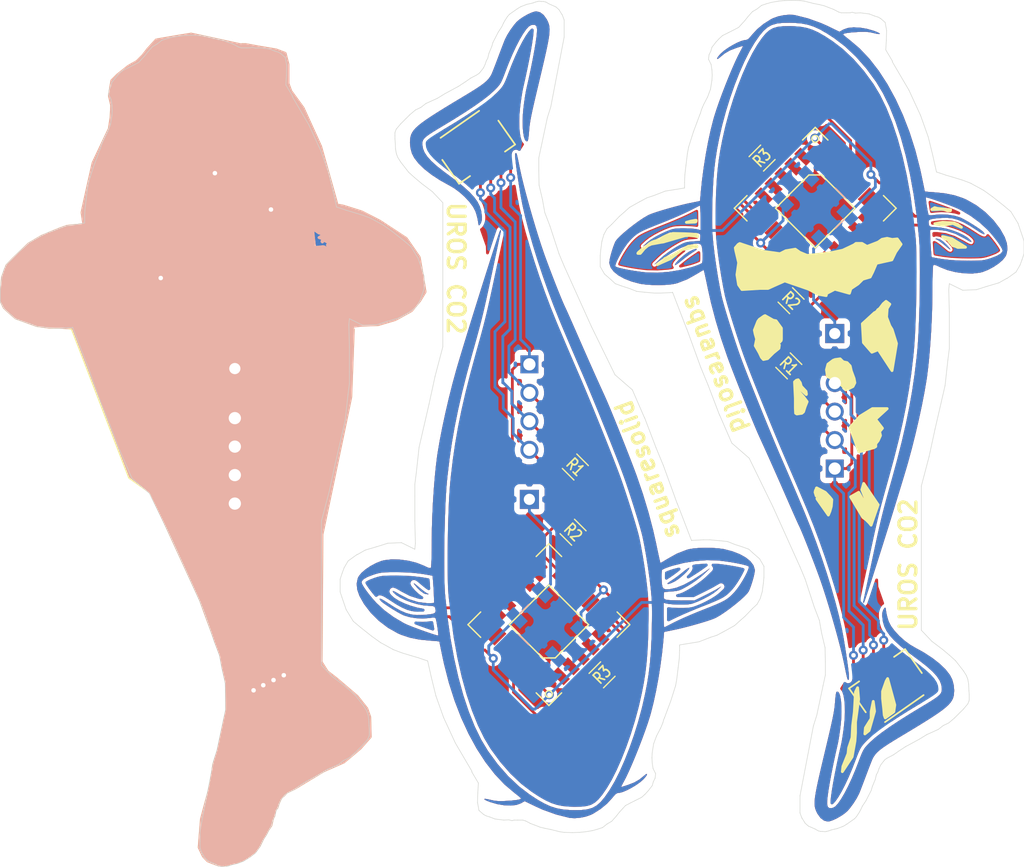
<source format=kicad_pcb>
(kicad_pcb (version 20171130) (host pcbnew "(5.0.2-5)-5")
  (layers (0 F.Cu signal) (31 B.Cu signal) (34 B.Paste user hide) (35 F.Paste user) (36 B.SilkS user hide) (37 F.SilkS user hide) (38 B.Mask user hide) (39 F.Mask user) (44 Edge.Cuts user))
  (net 0 "")
  (net 1 VCC)
  (net 2 SCL)
  (net 3 GND)
  (net 4 SDA)
  (net 5 "Net-(D1-Pad1)")
  (net 6 NEO_IN)
  (net 7 "Net-(D2-Pad2)")
  (module UROS_SCD41_footprints:NEO-Pixel_WS2812B (layer B.Cu) (at 170.820451 93.280512 135)
    (fp_text reference D2)
    (fp_text value WS2812B hide)
    (pad 1 smd rect (at -2.45 1.6 135) (size 1.8 1) (layers B.Cu B.Paste B.Mask))
    (pad 2 smd rect (at -2.45 -1.6 135) (size 1.8 1) (layers B.Cu B.Paste B.Mask))
    (pad 4 smd rect (at 2.45 1.6 135) (size 1.8 1) (layers B.Cu B.Paste B.Mask))
    (pad 3 smd rect (at 2.45 -1.6 135) (size 1.8 1) (layers B.Cu B.Paste B.Mask))
  )
  (module UROS_SCD41_footprints:NEO-Pixel_WS2812B (layer B.Cu) (at 194.558549 56.147688 315)
    (fp_text reference D2)
    (fp_text value WS2812B hide)
    (pad 1 smd rect (at -2.45 1.6 315) (size 1.8 1) (layers B.Cu B.Paste B.Mask))
    (pad 2 smd rect (at -2.45 -1.6 315) (size 1.8 1) (layers B.Cu B.Paste B.Mask))
    (pad 4 smd rect (at 2.45 1.6 315) (size 1.8 1) (layers B.Cu B.Paste B.Mask))
    (pad 3 smd rect (at 2.45 -1.6 315) (size 1.8 1) (layers B.Cu B.Paste B.Mask))
  )
  (module kicad_custom_lib:tancho_out (layer F.Cu) (at 193.988621 74.851836 180)
    (fp_text reference J4 hide)
    (fp_text value CONN_02 hide)
    (fp_poly (pts (xy -3.486168 -23.346364) (xy -3.452349 -23.289772) (xy -3.41138 -23.158432) (xy -3.357375 -22.931846) (xy -3.284444 -22.58952) (xy -3.186701 -22.110955) (xy -3.132711 -21.844) (xy -2.994462 -21.216059) (xy -2.80968 -20.461134) (xy -2.587772 -19.612072) (xy -2.338142 -18.701717) (xy -2.070195 -17.762913) (xy -1.793338 -16.828505) (xy -1.516975 -15.931338) (xy -1.250513 -15.104257) (xy -1.003356 -14.380105) (xy -0.962762 -14.266334) (xy -0.738897 -13.653105) (xy -0.4945 -12.999872) (xy -0.240029 -12.333161) (xy 0.014059 -11.679499) (xy 0.257306 -11.065415) (xy 0.479257 -10.517436) (xy 0.669453 -10.062088) (xy 0.817438 -9.725901) (xy 0.872891 -9.609667) (xy 0.953148 -9.439349) (xy 1.089396 -9.139142) (xy 1.270287 -8.734529) (xy 1.484476 -8.250989) (xy 1.720615 -7.714004) (xy 1.909738 -7.281334) (xy 2.481503 -5.974992) (xy 3.026603 -4.739941) (xy 3.535567 -3.597444) (xy 3.998922 -2.568766) (xy 4.407193 -1.675171) (xy 4.410164 -1.668727) (xy 4.570517 -1.307623) (xy 4.780829 -0.813739) (xy 5.030899 -0.212582) (xy 5.310526 0.470342) (xy 5.60951 1.209526) (xy 5.917651 1.979464) (xy 6.224747 2.754649) (xy 6.5206 3.509574) (xy 6.795007 4.218733) (xy 7.037769 4.856618) (xy 7.238686 5.397724) (xy 7.26421 5.467936) (xy 7.810566 7.069024) (xy 8.30055 8.69287) (xy 8.717711 10.282164) (xy 8.975586 11.43) (xy 9.083753 11.948931) (xy 9.18165 12.409079) (xy 9.263816 12.785542) (xy 9.32479 13.053423) (xy 9.359112 13.18782) (xy 9.363424 13.198421) (xy 9.442897 13.171615) (xy 9.626122 13.070839) (xy 9.876323 12.916606) (xy 9.924643 12.885395) (xy 10.82425 12.377843) (xy 11.710688 12.034843) (xy 11.892288 11.984323) (xy 12.282529 11.915424) (xy 12.789526 11.872344) (xy 13.362662 11.855214) (xy 13.951319 11.864166) (xy 14.504881 11.899331) (xy 14.972729 11.960839) (xy 15.050767 11.976147) (xy 15.795307 12.172709) (xy 16.441774 12.424116) (xy 16.976562 12.720888) (xy 17.386061 13.053545) (xy 17.656663 13.412606) (xy 17.77476 13.788591) (xy 17.778919 13.876687) (xy 17.748971 14.117986) (xy 17.670689 14.463267) (xy 17.559585 14.85968) (xy 17.431173 15.254371) (xy 17.300965 15.59449) (xy 17.229608 15.748112) (xy 17.081156 15.948279) (xy 16.818022 16.217581) (xy 16.468115 16.53382) (xy 16.059341 16.874797) (xy 15.61961 17.218313) (xy 15.176828 17.542169) (xy 14.758904 17.824167) (xy 14.393746 18.042108) (xy 14.258953 18.111052) (xy 13.988995 18.220367) (xy 13.589034 18.357435) (xy 13.094119 18.51216) (xy 12.539296 18.674448) (xy 11.959615 18.834204) (xy 11.390122 18.981336) (xy 10.865864 19.105746) (xy 10.625666 19.157512) (xy 9.694333 19.349407) (xy 9.633952 20.067536) (xy 9.521692 21.175702) (xy 9.369795 22.331153) (xy 9.185443 23.493185) (xy 8.975818 24.621088) (xy 8.748102 25.674156) (xy 8.509478 26.611682) (xy 8.431681 26.881666) (xy 8.239691 27.486525) (xy 8.001019 28.176282) (xy 7.728283 28.919361) (xy 7.4341 29.684186) (xy 7.13109 30.439182) (xy 6.83187 31.15277) (xy 6.549059 31.793377) (xy 6.295275 32.329425) (xy 6.122517 32.660166) (xy 5.983415 32.917743) (xy 5.890391 33.106011) (xy 5.861417 33.188317) (xy 5.863063 33.189333) (xy 5.955541 33.165041) (xy 6.163685 33.101362) (xy 6.44185 33.012271) (xy 7.020429 32.789232) (xy 7.485018 32.526078) (xy 7.851564 32.229324) (xy 8.053534 32.061495) (xy 8.159516 32.014581) (xy 8.170941 32.070991) (xy 8.08924 32.213136) (xy 7.915841 32.423425) (xy 7.828307 32.515409) (xy 7.547932 32.758516) (xy 7.187306 33.012407) (xy 6.786564 33.254947) (xy 6.385843 33.463999) (xy 6.025277 33.617427) (xy 5.745003 33.693094) (xy 5.685356 33.697333) (xy 5.525303 33.721742) (xy 5.374641 33.81447) (xy 5.194823 34.004767) (xy 5.063805 34.169014) (xy 4.602446 34.669743) (xy 4.031221 35.140744) (xy 3.4088 35.535869) (xy 3.175 35.654669) (xy 2.744221 35.808618) (xy 2.241837 35.913623) (xy 1.738958 35.959436) (xy 1.306697 35.935807) (xy 1.27 35.929212) (xy 0.067723 35.627204) (xy -1.116433 35.200672) (xy -1.681977 34.946176) (xy -2.728953 34.439178) (xy -3.078977 34.637459) (xy -3.467181 34.776831) (xy -3.966364 34.832916) (xy -4.54155 34.808279) (xy -5.157761 34.705485) (xy -5.780023 34.5271) (xy -6.062858 34.418616) (xy -6.272826 34.316945) (xy -6.32911 34.256645) (xy -6.242926 34.240589) (xy -6.025488 34.271651) (xy -5.745533 34.337326) (xy -5.402387 34.409973) (xy -5.046716 34.442697) (xy -4.616609 34.439461) (xy -4.360334 34.425975) (xy -3.808896 34.385125) (xy -3.415452 34.340471) (xy -3.168672 34.290122) (xy -3.057228 34.23219) (xy -3.048 34.207104) (xy -3.111409 34.1311) (xy -3.280364 33.983467) (xy -3.522957 33.791474) (xy -3.6195 33.718735) (xy -4.528717 32.94849) (xy -5.400035 32.023664) (xy -6.227187 30.95603) (xy -7.003905 29.757358) (xy -7.723922 28.439421) (xy -8.380969 27.01399) (xy -8.968779 25.492838) (xy -9.481083 23.887737) (xy -9.911615 22.210458) (xy -10.025451 21.68749) (xy -10.12383 21.214596) (xy -10.208931 20.802676) (xy -10.275198 20.478866) (xy -10.317071 20.270305) (xy -10.329334 20.203807) (xy -10.407849 20.187339) (xy -10.619273 20.165231) (xy -10.927425 20.140892) (xy -11.156742 20.125838) (xy -12.126726 20.028123) (xy -12.974757 19.856807) (xy -13.734887 19.604134) (xy -14.043792 19.468258) (xy -14.91683 18.973866) (xy -15.725651 18.356996) (xy -16.443421 17.643851) (xy -17.043304 16.860638) (xy -17.447535 16.144515) (xy -17.64452 15.585904) (xy -17.697776 15.059922) (xy -17.673373 14.934018) (xy -17.272 14.934018) (xy -17.21782 15.095881) (xy -17.06905 15.353386) (xy -16.846347 15.678107) (xy -16.570366 16.041621) (xy -16.261764 16.415504) (xy -15.941196 16.771332) (xy -15.922566 16.790927) (xy -15.228488 17.430078) (xy -14.413715 18.029284) (xy -13.526815 18.553451) (xy -13.377334 18.630081) (xy -13.150154 18.732881) (xy -12.827372 18.864331) (xy -12.439356 19.013646) (xy -12.016475 19.170042) (xy -11.589095 19.322733) (xy -11.187585 19.460936) (xy -10.842312 19.573866) (xy -10.583645 19.650738) (xy -10.441951 19.680767) (xy -10.425706 19.678297) (xy -10.423468 19.58856) (xy -10.443805 19.371665) (xy -10.482614 19.06767) (xy -10.502034 18.933057) (xy -10.557279 18.594572) (xy -10.611557 18.317272) (xy -10.655661 18.146507) (xy -10.667026 18.120243) (xy -10.758779 18.073853) (xy -10.964802 18.073805) (xy -11.280909 18.115137) (xy -11.817711 18.154524) (xy -12.410866 18.122997) (xy -12.990282 18.028583) (xy -13.485863 17.879312) (xy -13.540391 17.856333) (xy -13.807956 17.723143) (xy -14.146626 17.532414) (xy -14.517802 17.308539) (xy -14.882884 17.075905) (xy -15.203273 16.858904) (xy -15.44037 16.681924) (xy -15.535305 16.595803) (xy -15.651854 16.442167) (xy -15.640528 16.385347) (xy -15.510636 16.422885) (xy -15.271486 16.552325) (xy -14.971719 16.744563) (xy -14.334799 17.155175) (xy -13.787901 17.460324) (xy -13.298105 17.670987) (xy -12.832485 17.798139) (xy -12.358121 17.852758) (xy -11.842088 17.84582) (xy -11.699567 17.835496) (xy -11.261867 17.794382) (xy -10.966655 17.749928) (xy -10.78719 17.692938) (xy -10.696729 17.614213) (xy -10.668528 17.504557) (xy -10.668 17.480716) (xy -10.688144 17.236145) (xy -10.772017 17.095946) (xy -10.954782 17.032458) (xy -11.256182 17.018) (xy -11.739385 16.98054) (xy -12.268205 16.876991) (xy -12.809093 16.720599) (xy -13.328497 16.524608) (xy -13.792866 16.302264) (xy -14.168648 16.066812) (xy -14.422293 15.831499) (xy -14.4793 15.745572) (xy -14.465376 15.700076) (xy -14.320338 15.754958) (xy -14.042519 15.910942) (xy -13.900347 15.997769) (xy -13.073693 16.426758) (xy -12.243858 16.691839) (xy -11.45834 16.789558) (xy -11.154727 16.792162) (xy -10.923403 16.783308) (xy -10.810794 16.764899) (xy -10.808143 16.762913) (xy -10.800047 16.670568) (xy -10.802739 16.446784) (xy -10.814097 16.128964) (xy -10.831996 15.754512) (xy -10.854314 15.360828) (xy -10.878927 14.985315) (xy -10.903712 14.665377) (xy -10.926547 14.438414) (xy -10.945308 14.34183) (xy -10.945595 14.341516) (xy -11.033861 14.319171) (xy -11.254648 14.277159) (xy -11.573148 14.221806) (xy -11.898466 14.168386) (xy -12.67438 14.076931) (xy -13.583079 14.027957) (xy -14.181667 14.01982) (xy -14.705915 14.022) (xy -15.100239 14.031328) (xy -15.404028 14.052293) (xy -15.65667 14.089383) (xy -15.897553 14.147087) (xy -16.166067 14.229895) (xy -16.240218 14.254409) (xy -16.73979 14.446435) (xy -17.073651 14.63544) (xy -17.245337 14.823754) (xy -17.272 14.934018) (xy -17.673373 14.934018) (xy -17.606383 14.588398) (xy -17.520709 14.404861) (xy -17.280429 14.099823) (xy -16.916921 13.783305) (xy -16.471958 13.481887) (xy -15.987313 13.222149) (xy -15.504758 13.030673) (xy -15.257 12.964431) (xy -14.596168 12.886653) (xy -13.856031 12.903677) (xy -13.092075 13.007813) (xy -12.359785 13.191367) (xy -11.714649 13.446649) (xy -11.690218 13.458861) (xy -11.394754 13.59928) (xy -11.212464 13.659964) (xy -11.111811 13.649112) (xy -11.08088 13.617317) (xy -11.061812 13.505407) (xy -11.044559 13.247515) (xy -11.029834 12.866988) (xy -11.01835 12.387173) (xy -11.010821 11.831418) (xy -11.007964 11.230952) (xy -10.995457 10.174483) (xy -10.960706 9.053266) (xy -10.906129 7.903804) (xy -10.834146 6.762601) (xy -10.747178 5.666161) (xy -10.647644 4.650986) (xy -10.537964 3.753581) (xy -10.490754 3.429) (xy -10.304753 2.330967) (xy -10.069226 1.119402) (xy -9.79443 -0.160801) (xy -9.490619 -1.464744) (xy -9.168051 -2.747531) (xy -8.836981 -3.964266) (xy -8.672702 -4.529667) (xy -8.458429 -5.24489) (xy -8.220483 -6.030605) (xy -7.963419 -6.872376) (xy -7.691794 -7.755768) (xy -7.410166 -8.666343) (xy -7.123089 -9.589666) (xy -6.83512 -10.5113) (xy -6.550816 -11.41681) (xy -6.274733 -12.29176) (xy -6.011427 -13.121712) (xy -5.765455 -13.892232) (xy -5.541373 -14.588882) (xy -5.343737 -15.197227) (xy -5.177104 -15.702831) (xy -5.04603 -16.091257) (xy -4.955071 -16.34807) (xy -4.908784 -16.458833) (xy -4.906842 -16.461268) (xy -4.847474 -16.486162) (xy -4.854982 -16.367339) (xy -4.860626 -16.340667) (xy -4.887943 -16.213932) (xy -4.946523 -15.940248) (xy -5.032381 -15.538292) (xy -5.141534 -15.026741) (xy -5.269997 -14.424269) (xy -5.413786 -13.749555) (xy -5.568916 -13.021273) (xy -5.637327 -12.7) (xy -5.839573 -11.752519) (xy -6.014001 -10.943166) (xy -6.16735 -10.244297) (xy -6.30636 -9.628272) (xy -6.437771 -9.067448) (xy -6.568321 -8.534184) (xy -6.70475 -8.000836) (xy -6.853798 -7.439764) (xy -7.022204 -6.823324) (xy -7.216708 -6.123875) (xy -7.399899 -5.470786) (xy -7.884256 -3.694687) (xy -8.30248 -2.041917) (xy -8.660491 -0.48257) (xy -8.964213 1.013264) (xy -9.219567 2.475492) (xy -9.432473 3.934023) (xy -9.608855 5.418764) (xy -9.664898 5.969) (xy -9.716911 6.599271) (xy -9.763386 7.353323) (xy -9.803909 8.205018) (xy -9.838065 9.128217) (xy -9.86544 10.096782) (xy -9.885619 11.084574) (xy -9.898187 12.065454) (xy -9.902729 13.013284) (xy -9.898832 13.901926) (xy -9.886079 14.705241) (xy -9.864058 15.39709) (xy -9.832352 15.951335) (xy -9.824728 16.044333) (xy -9.616912 18.023096) (xy -9.348012 19.918292) (xy -9.020824 21.71972) (xy -8.638144 23.417178) (xy -8.202768 25.000464) (xy -7.717492 26.459377) (xy -7.185112 27.783714) (xy -6.608423 28.963275) (xy -6.01244 29.954859) (xy -5.13761 31.149397) (xy -4.204302 32.214784) (xy -3.225179 33.137763) (xy -2.286 33.855739) (xy -1.599858 34.304465) (xy -0.99994 34.648936) (xy -0.450018 34.901852) (xy 0.086135 35.075915) (xy 0.64475 35.183825) (xy 1.262054 35.238283) (xy 1.693333 35.250814) (xy 2.335545 35.239857) (xy 2.862767 35.177984) (xy 3.304612 35.048112) (xy 3.690688 34.833159) (xy 4.050608 34.51604) (xy 4.41398 34.079673) (xy 4.810417 33.506974) (xy 4.867131 33.419757) (xy 5.304825 32.674292) (xy 5.749479 31.7881) (xy 6.190378 30.788862) (xy 6.616806 29.70426) (xy 7.018047 28.561974) (xy 7.383386 27.389686) (xy 7.702108 26.215076) (xy 7.780627 25.893366) (xy 8.008667 24.881554) (xy 8.191852 23.938572) (xy 8.335217 23.023104) (xy 8.443793 22.093833) (xy 8.522615 21.109442) (xy 8.576715 20.028615) (xy 8.60398 19.134666) (xy 8.619966 18.340743) (xy 8.625519 17.679238) (xy 8.619748 17.113504) (xy 8.601762 16.606894) (xy 8.57067 16.122762) (xy 8.525582 15.624462) (xy 8.516526 15.536333) (xy 8.404845 14.588223) (xy 8.395985 14.524876) (xy 9.468225 14.524876) (xy 9.471116 14.645615) (xy 9.495184 15.063845) (xy 9.550458 15.338398) (xy 9.658157 15.494636) (xy 9.839499 15.557923) (xy 10.115704 15.55362) (xy 10.221707 15.542775) (xy 10.786197 15.418208) (xy 11.43316 15.16126) (xy 12.166691 14.769904) (xy 12.990887 14.242111) (xy 13.335 14.000847) (xy 13.758333 13.697561) (xy 13.237195 14.205116) (xy 12.932685 14.470549) (xy 12.539841 14.769443) (xy 12.120198 15.056432) (xy 11.886735 15.200753) (xy 11.512982 15.416431) (xy 11.234447 15.559988) (xy 11.002566 15.648742) (xy 10.768773 15.700015) (xy 10.484503 15.731127) (xy 10.375873 15.739584) (xy 9.694333 15.790333) (xy 9.668225 16.10498) (xy 9.665603 16.317884) (xy 9.727759 16.424995) (xy 9.879892 16.484657) (xy 10.051982 16.509053) (xy 10.353387 16.529486) (xy 10.744101 16.544036) (xy 11.184117 16.550779) (xy 11.260666 16.55101) (xy 12.403666 16.552333) (xy 13.208 16.157361) (xy 13.592346 15.964936) (xy 13.964774 15.772142) (xy 14.270451 15.60764) (xy 14.393333 15.537794) (xy 14.774333 15.3132) (xy 14.395107 15.665146) (xy 14.099397 15.893076) (xy 13.6921 16.145374) (xy 13.223362 16.396236) (xy 12.743328 16.619862) (xy 12.302143 16.790448) (xy 12.081937 16.855383) (xy 11.808491 16.894017) (xy 11.423735 16.912399) (xy 10.982398 16.911822) (xy 10.539209 16.893578) (xy 10.148896 16.858962) (xy 9.866187 16.809265) (xy 9.8425 16.802474) (xy 9.652 16.74425) (xy 9.652 17.861847) (xy 9.656489 18.27149) (xy 9.668787 18.60922) (xy 9.687135 18.844915) (xy 9.709777 18.948452) (xy 9.7155 18.950364) (xy 9.812003 18.90231) (xy 10.026823 18.793437) (xy 10.3276 18.640194) (xy 10.661688 18.469415) (xy 11.029929 18.291215) (xy 11.512568 18.072777) (xy 12.065434 17.833269) (xy 12.644354 17.591859) (xy 13.159355 17.385593) (xy 13.808719 17.12906) (xy 14.323698 16.917404) (xy 14.728738 16.736791) (xy 15.048284 16.573388) (xy 15.306782 16.413359) (xy 15.528676 16.242873) (xy 15.738411 16.048093) (xy 15.960434 15.815188) (xy 15.988672 15.784447) (xy 16.216854 15.505777) (xy 16.458784 15.161148) (xy 16.696731 14.782434) (xy 16.91296 14.401505) (xy 17.089738 14.050236) (xy 17.209331 13.760498) (xy 17.254006 13.564164) (xy 17.247878 13.521262) (xy 17.149179 13.460934) (xy 16.912419 13.386221) (xy 16.567661 13.30293) (xy 16.144969 13.216871) (xy 15.674406 13.13385) (xy 15.186035 13.059676) (xy 14.709921 13.000157) (xy 14.393333 12.96978) (xy 13.484645 12.950741) (xy 12.495365 13.026322) (xy 11.480223 13.189349) (xy 10.49395 13.432649) (xy 10.22438 13.516144) (xy 9.911512 13.626986) (xy 9.663275 13.7318) (xy 9.522714 13.8119) (xy 9.508863 13.826775) (xy 9.483818 13.951765) (xy 9.469564 14.199816) (xy 9.468225 14.524876) (xy 8.395985 14.524876) (xy 8.26232 13.569208) (xy 8.098867 12.542296) (xy 7.924401 11.570496) (xy 7.781725 10.866573) (xy 7.699796 10.533135) (xy 7.571495 10.068236) (xy 7.405717 9.500475) (xy 7.211362 8.858451) (xy 6.997325 8.170763) (xy 6.772505 7.466008) (xy 6.545799 6.772785) (xy 6.326105 6.119694) (xy 6.12845 5.552527) (xy 5.952468 5.072766) (xy 5.719935 4.460592) (xy 5.440331 3.739517) (xy 5.123138 2.933056) (xy 4.777838 2.064723) (xy 4.413913 1.15803) (xy 4.040844 0.236492) (xy 3.668112 -0.676378) (xy 3.305199 -1.557066) (xy 2.961588 -2.382058) (xy 2.646758 -3.12784) (xy 2.370192 -3.7709) (xy 2.353147 -3.81) (xy 2.028483 -4.55824) (xy 1.665106 -5.402794) (xy 1.286145 -6.28944) (xy 0.914728 -7.16396) (xy 0.573982 -7.972134) (xy 0.38464 -8.424809) (xy -0.13711 -9.721987) (xy -0.643998 -11.068677) (xy -1.128123 -12.439434) (xy -1.581587 -13.808814) (xy -1.99649 -15.151374) (xy -2.364932 -16.44167) (xy -2.679013 -17.654259) (xy -2.930833 -18.763695) (xy -3.093466 -19.627256) (xy -3.252864 -20.609743) (xy -3.381052 -21.446576) (xy -3.477575 -22.134132) (xy -3.541981 -22.668789) (xy -3.573815 -23.046924) (xy -3.572623 -23.264916) (xy -3.555909 -23.317292) (xy -3.518726 -23.348706) (xy -3.486168 -23.346364)) (layer F.Cu) (width 0.01))
    (fp_poly (pts (xy -0.558412 29.626628) (xy -0.45902 29.800213) (xy -0.426506 30.045869) (xy -0.464661 30.278524) (xy -0.524934 30.3784) (xy -0.71413 30.466152) (xy -0.954872 30.465282) (xy -1.157205 30.379912) (xy -1.189532 30.347941) (xy -1.253821 30.163186) (xy -1.203672 29.954493) (xy -1.072789 29.760382) (xy -0.894878 29.619375) (xy -0.703643 29.569993) (xy -0.558412 29.626628)) (layer F.Cu) (width 0.01))
    (fp_poly (pts (xy 2.911072 29.157609) (xy 3.094554 29.279027) (xy 3.175025 29.48819) (xy 3.129544 29.723635) (xy 3.12534 29.731688) (xy 2.967188 29.857604) (xy 2.7503 29.887333) (xy 2.540626 29.864198) (xy 2.437864 29.7707) (xy 2.405482 29.675855) (xy 2.391496 29.387536) (xy 2.505677 29.201118) (xy 2.731127 29.133923) (xy 2.911072 29.157609)) (layer F.Cu) (width 0.01))
    (fp_poly (pts (xy -6.004213 26.272469) (xy -5.760379 26.371201) (xy -5.510374 26.555689) (xy -5.439834 26.626194) (xy -5.258185 26.855886) (xy -5.178928 27.079399) (xy -5.164667 27.307961) (xy -5.213793 27.703196) (xy -5.347863 28.034043) (xy -5.546914 28.254333) (xy -5.583311 28.276156) (xy -5.756369 28.351604) (xy -5.851702 28.311908) (xy -5.928763 28.146154) (xy -5.991748 27.931765) (xy -6.011334 27.791778) (xy -6.066088 27.634614) (xy -6.188813 27.465662) (xy -6.307545 27.291184) (xy -6.290258 27.141234) (xy -6.285042 27.131557) (xy -6.251602 26.905757) (xy -6.290746 26.756004) (xy -6.336194 26.535789) (xy -6.320213 26.375829) (xy -6.203587 26.270382) (xy -6.004213 26.272469)) (layer F.Cu) (width 0.01))
    (fp_poly (pts (xy 6.557616 25.313793) (xy 6.727974 25.402348) (xy 6.753316 25.51211) (xy 6.64441 25.690331) (xy 6.64364 25.691348) (xy 6.546882 25.904341) (xy 6.519333 26.083148) (xy 6.473358 26.29439) (xy 6.389102 26.418681) (xy 6.307674 26.543033) (xy 6.296813 26.751649) (xy 6.314049 26.894715) (xy 6.341121 27.122631) (xy 6.319351 27.229145) (xy 6.230856 27.259334) (xy 6.169113 27.260092) (xy 5.942921 27.221389) (xy 5.820831 27.171217) (xy 5.632811 26.982037) (xy 5.488761 26.692206) (xy 5.420695 26.369986) (xy 5.418983 26.314371) (xy 5.484783 25.972484) (xy 5.658744 25.669566) (xy 5.906901 25.435463) (xy 6.195287 25.300023) (xy 6.489939 25.293093) (xy 6.557616 25.313793)) (layer F.Cu) (width 0.01))
    (fp_poly (pts (xy -1.356449 -35.900304) (xy -1.042276 -35.662696) (xy -0.770628 -35.284459) (xy -0.717551 -35.182256) (xy -0.636891 -35.005379) (xy -0.574662 -34.829636) (xy -0.532849 -34.640311) (xy -0.513436 -34.42269) (xy -0.518406 -34.162058) (xy -0.549744 -33.843697) (xy -0.609432 -33.452894) (xy -0.699455 -32.974933) (xy -0.821796 -32.395097) (xy -0.97844 -31.698673) (xy -1.17137 -30.870943) (xy -1.402569 -29.897194) (xy -1.465597 -29.633334) (xy -1.67234 -28.765004) (xy -1.84236 -28.041141) (xy -1.979618 -27.441843) (xy -2.088078 -26.947203) (xy -2.171705 -26.537318) (xy -2.23446 -26.192284) (xy -2.280308 -25.892195) (xy -2.313212 -25.617149) (xy -2.337136 -25.347239) (xy -2.347058 -25.206637) (xy -2.377579 -24.8681) (xy -2.417291 -24.597952) (xy -2.459414 -24.437849) (xy -2.476177 -24.413452) (xy -2.602286 -24.4112) (xy -2.709897 -24.557174) (xy -2.796542 -24.831028) (xy -2.859753 -25.212415) (xy -2.897061 -25.680988) (xy -2.905998 -26.2164) (xy -2.884097 -26.798305) (xy -2.833953 -27.362801) (xy -2.774067 -27.842383) (xy -2.705911 -28.31771) (xy -2.637818 -28.734281) (xy -2.578121 -29.037596) (xy -2.577411 -29.040667) (xy -2.368507 -29.965642) (xy -2.178827 -30.854128) (xy -2.011558 -31.688116) (xy -1.869886 -32.449597) (xy -1.756998 -33.120563) (xy -1.676081 -33.683003) (xy -1.630321 -34.118909) (xy -1.622904 -34.410272) (xy -1.624153 -34.427897) (xy -1.681977 -34.674515) (xy -1.82009 -34.787972) (xy -2.064057 -34.784177) (xy -2.161888 -34.762508) (xy -2.364577 -34.639272) (xy -2.609084 -34.369523) (xy -2.886958 -33.968447) (xy -3.189748 -33.451228) (xy -3.509004 -32.833054) (xy -3.836273 -32.12911) (xy -4.163104 -31.354583) (xy -4.403792 -30.734) (xy -4.581149 -30.263913) (xy -4.720436 -29.917664) (xy -4.842002 -29.660153) (xy -4.9662 -29.456282) (xy -5.113379 -29.270953) (xy -5.303892 -29.069066) (xy -5.459261 -28.913667) (xy -5.894532 -28.523101) (xy -6.477328 -28.068119) (xy -7.200652 -27.553562) (xy -8.057507 -26.98427) (xy -9.040895 -26.365083) (xy -9.863667 -25.867043) (xy -10.456084 -25.511783) (xy -10.917977 -25.227219) (xy -11.265484 -24.99941) (xy -11.514744 -24.814412) (xy -11.681895 -24.658282) (xy -11.783076 -24.517079) (xy -11.834425 -24.376861) (xy -11.852081 -24.223683) (xy -11.853334 -24.148122) (xy -11.808083 -23.784765) (xy -11.665408 -23.418586) (xy -11.414927 -23.03719) (xy -11.046259 -22.628178) (xy -10.54902 -22.179155) (xy -9.912829 -21.677724) (xy -9.578127 -21.43145) (xy -8.794271 -20.847038) (xy -8.150063 -20.325361) (xy -7.633788 -19.853245) (xy -7.233726 -19.417516) (xy -6.938162 -19.005) (xy -6.735378 -18.602523) (xy -6.613656 -18.196911) (xy -6.591299 -18.073313) (xy -6.542945 -17.658705) (xy -6.553089 -17.358191) (xy -6.626994 -17.125119) (xy -6.714065 -16.984465) (xy -6.785127 -16.905043) (xy -6.828697 -16.930225) (xy -6.86111 -17.085) (xy -6.880689 -17.239385) (xy -6.939925 -17.556117) (xy -7.039854 -17.928111) (xy -7.118063 -18.16192) (xy -7.324902 -18.559172) (xy -7.65173 -18.996586) (xy -8.065731 -19.441359) (xy -8.534086 -19.860688) (xy -9.02398 -20.22177) (xy -9.398 -20.440888) (xy -10.256302 -20.916646) (xy -11.016499 -21.414298) (xy -11.664729 -21.92201) (xy -12.187132 -22.42795) (xy -12.569848 -22.920286) (xy -12.777489 -23.325915) (xy -12.903267 -23.797798) (xy -12.949472 -24.291096) (xy -12.913788 -24.743644) (xy -12.839831 -25.000553) (xy -12.74714 -25.187592) (xy -12.620222 -25.375248) (xy -12.447535 -25.571942) (xy -12.217532 -25.786096) (xy -11.918669 -26.02613) (xy -11.539402 -26.300466) (xy -11.068185 -26.617525) (xy -10.493475 -26.985728) (xy -9.803727 -27.413497) (xy -8.987396 -27.909252) (xy -8.226122 -28.366032) (xy -7.575484 -28.759249) (xy -7.055147 -29.085502) (xy -6.646877 -29.359131) (xy -6.332438 -29.594475) (xy -6.093596 -29.805876) (xy -5.912114 -30.007672) (xy -5.769757 -30.214205) (xy -5.686971 -30.362786) (xy -5.627139 -30.499853) (xy -5.520602 -30.765133) (xy -5.379327 -31.127994) (xy -5.215283 -31.557807) (xy -5.091564 -31.886786) (xy -4.916541 -32.352614) (xy -4.754201 -32.780179) (xy -4.617101 -33.13675) (xy -4.517797 -33.389591) (xy -4.478225 -33.485667) (xy -4.259672 -33.908592) (xy -3.96567 -34.373272) (xy -3.645055 -34.806453) (xy -3.441583 -35.04058) (xy -3.181044 -35.267279) (xy -2.840971 -35.498693) (xy -2.467906 -35.709695) (xy -2.108395 -35.875161) (xy -1.808981 -35.969965) (xy -1.695722 -35.983017) (xy -1.356449 -35.900304)) (layer F.Cu) (width 0.01))
    (fp_poly (pts (xy -12.544111 15.047189) (xy -12.367945 15.184989) (xy -12.183552 15.343019) (xy -11.904954 15.575298) (xy -11.649899 15.768726) (xy -11.462139 15.890698) (xy -11.423816 15.909152) (xy -11.293408 15.96833) (xy -11.315434 15.990793) (xy -11.387667 15.994058) (xy -11.601907 15.955377) (xy -11.726334 15.903426) (xy -11.994761 15.711441) (xy -12.28773 15.435015) (xy -12.541868 15.13443) (xy -12.557307 15.113) (xy -12.605933 15.023991) (xy -12.544111 15.047189)) (layer F.Cu) (width 0.01))
    (fp_poly (pts (xy 11.938 13.653229) (xy 11.874547 13.784965) (xy 11.706407 13.984152) (xy 11.466909 14.22013) (xy 11.189382 14.462241) (xy 10.907153 14.679826) (xy 10.653551 14.842224) (xy 10.634223 14.852585) (xy 10.331296 14.995698) (xy 10.110921 15.067253) (xy 9.999238 15.059753) (xy 9.990666 15.037159) (xy 10.056125 14.977938) (xy 10.226684 14.856973) (xy 10.435166 14.719988) (xy 10.727976 14.518455) (xy 11.073829 14.259213) (xy 11.399407 13.99728) (xy 11.408833 13.989333) (xy 11.649624 13.798157) (xy 11.833079 13.675776) (xy 11.929952 13.640765) (xy 11.938 13.653229)) (layer F.Cu) (width 0.01))
    (fp_poly (pts (xy -3.486168 -23.346364) (xy -3.452349 -23.289772) (xy -3.41138 -23.158432) (xy -3.357375 -22.931846) (xy -3.284444 -22.58952) (xy -3.186701 -22.110955) (xy -3.132711 -21.844) (xy -2.994462 -21.216059) (xy -2.80968 -20.461134) (xy -2.587772 -19.612072) (xy -2.338142 -18.701717) (xy -2.070195 -17.762913) (xy -1.793338 -16.828505) (xy -1.516975 -15.931338) (xy -1.250513 -15.104257) (xy -1.003356 -14.380105) (xy -0.962762 -14.266334) (xy -0.738897 -13.653105) (xy -0.4945 -12.999872) (xy -0.240029 -12.333161) (xy 0.014059 -11.679499) (xy 0.257306 -11.065415) (xy 0.479257 -10.517436) (xy 0.669453 -10.062088) (xy 0.817438 -9.725901) (xy 0.872891 -9.609667) (xy 0.953148 -9.439349) (xy 1.089396 -9.139142) (xy 1.270287 -8.734529) (xy 1.484476 -8.250989) (xy 1.720615 -7.714004) (xy 1.909738 -7.281334) (xy 2.481503 -5.974992) (xy 3.026603 -4.739941) (xy 3.535567 -3.597444) (xy 3.998922 -2.568766) (xy 4.407193 -1.675171) (xy 4.410164 -1.668727) (xy 4.570517 -1.307623) (xy 4.780829 -0.813739) (xy 5.030899 -0.212582) (xy 5.310526 0.470342) (xy 5.60951 1.209526) (xy 5.917651 1.979464) (xy 6.224747 2.754649) (xy 6.5206 3.509574) (xy 6.795007 4.218733) (xy 7.037769 4.856618) (xy 7.238686 5.397724) (xy 7.26421 5.467936) (xy 7.810566 7.069024) (xy 8.30055 8.69287) (xy 8.717711 10.282164) (xy 8.975586 11.43) (xy 9.083753 11.948931) (xy 9.18165 12.409079) (xy 9.263816 12.785542) (xy 9.32479 13.053423) (xy 9.359112 13.18782) (xy 9.363424 13.198421) (xy 9.442897 13.171615) (xy 9.626122 13.070839) (xy 9.876323 12.916606) (xy 9.924643 12.885395) (xy 10.82425 12.377843) (xy 11.710688 12.034843) (xy 11.892288 11.984323) (xy 12.282529 11.915424) (xy 12.789526 11.872344) (xy 13.362662 11.855214) (xy 13.951319 11.864166) (xy 14.504881 11.899331) (xy 14.972729 11.960839) (xy 15.050767 11.976147) (xy 15.795307 12.172709) (xy 16.441774 12.424116) (xy 16.976562 12.720888) (xy 17.386061 13.053545) (xy 17.656663 13.412606) (xy 17.77476 13.788591) (xy 17.778919 13.876687) (xy 17.748971 14.117986) (xy 17.670689 14.463267) (xy 17.559585 14.85968) (xy 17.431173 15.254371) (xy 17.300965 15.59449) (xy 17.229608 15.748112) (xy 17.081156 15.948279) (xy 16.818022 16.217581) (xy 16.468115 16.53382) (xy 16.059341 16.874797) (xy 15.61961 17.218313) (xy 15.176828 17.542169) (xy 14.758904 17.824167) (xy 14.393746 18.042108) (xy 14.258953 18.111052) (xy 13.988995 18.220367) (xy 13.589034 18.357435) (xy 13.094119 18.51216) (xy 12.539296 18.674448) (xy 11.959615 18.834204) (xy 11.390122 18.981336) (xy 10.865864 19.105746) (xy 10.625666 19.157512) (xy 9.694333 19.349407) (xy 9.633952 20.067536) (xy 9.521692 21.175702) (xy 9.369795 22.331153) (xy 9.185443 23.493185) (xy 8.975818 24.621088) (xy 8.748102 25.674156) (xy 8.509478 26.611682) (xy 8.431681 26.881666) (xy 8.239691 27.486525) (xy 8.001019 28.176282) (xy 7.728283 28.919361) (xy 7.4341 29.684186) (xy 7.13109 30.439182) (xy 6.83187 31.15277) (xy 6.549059 31.793377) (xy 6.295275 32.329425) (xy 6.122517 32.660166) (xy 5.983415 32.917743) (xy 5.890391 33.106011) (xy 5.861417 33.188317) (xy 5.863063 33.189333) (xy 5.955541 33.165041) (xy 6.163685 33.101362) (xy 6.44185 33.012271) (xy 7.020429 32.789232) (xy 7.485018 32.526078) (xy 7.851564 32.229324) (xy 8.053534 32.061495) (xy 8.159516 32.014581) (xy 8.170941 32.070991) (xy 8.08924 32.213136) (xy 7.915841 32.423425) (xy 7.828307 32.515409) (xy 7.547932 32.758516) (xy 7.187306 33.012407) (xy 6.786564 33.254947) (xy 6.385843 33.463999) (xy 6.025277 33.617427) (xy 5.745003 33.693094) (xy 5.685356 33.697333) (xy 5.525303 33.721742) (xy 5.374641 33.81447) (xy 5.194823 34.004767) (xy 5.063805 34.169014) (xy 4.602446 34.669743) (xy 4.031221 35.140744) (xy 3.4088 35.535869) (xy 3.175 35.654669) (xy 2.744221 35.808618) (xy 2.241837 35.913623) (xy 1.738958 35.959436) (xy 1.306697 35.935807) (xy 1.27 35.929212) (xy 0.067723 35.627204) (xy -1.116433 35.200672) (xy -1.681977 34.946176) (xy -2.728953 34.439178) (xy -3.078977 34.637459) (xy -3.467181 34.776831) (xy -3.966364 34.832916) (xy -4.54155 34.808279) (xy -5.157761 34.705485) (xy -5.780023 34.5271) (xy -6.062858 34.418616) (xy -6.272826 34.316945) (xy -6.32911 34.256645) (xy -6.242926 34.240589) (xy -6.025488 34.271651) (xy -5.745533 34.337326) (xy -5.402387 34.409973) (xy -5.046716 34.442697) (xy -4.616609 34.439461) (xy -4.360334 34.425975) (xy -3.808896 34.385125) (xy -3.415452 34.340471) (xy -3.168672 34.290122) (xy -3.057228 34.23219) (xy -3.048 34.207104) (xy -3.111409 34.1311) (xy -3.280364 33.983467) (xy -3.522957 33.791474) (xy -3.6195 33.718735) (xy -4.528717 32.94849) (xy -5.400035 32.023664) (xy -6.227187 30.95603) (xy -7.003905 29.757358) (xy -7.723922 28.439421) (xy -8.380969 27.01399) (xy -8.968779 25.492838) (xy -9.481083 23.887737) (xy -9.911615 22.210458) (xy -10.025451 21.68749) (xy -10.12383 21.214596) (xy -10.208931 20.802676) (xy -10.275198 20.478866) (xy -10.317071 20.270305) (xy -10.329334 20.203807) (xy -10.407849 20.187339) (xy -10.619273 20.165231) (xy -10.927425 20.140892) (xy -11.156742 20.125838) (xy -12.126726 20.028123) (xy -12.974757 19.856807) (xy -13.734887 19.604134) (xy -14.043792 19.468258) (xy -14.91683 18.973866) (xy -15.725651 18.356996) (xy -16.443421 17.643851) (xy -17.043304 16.860638) (xy -17.447535 16.144515) (xy -17.64452 15.585904) (xy -17.697776 15.059922) (xy -17.673373 14.934018) (xy -17.272 14.934018) (xy -17.21782 15.095881) (xy -17.06905 15.353386) (xy -16.846347 15.678107) (xy -16.570366 16.041621) (xy -16.261764 16.415504) (xy -15.941196 16.771332) (xy -15.922566 16.790927) (xy -15.228488 17.430078) (xy -14.413715 18.029284) (xy -13.526815 18.553451) (xy -13.377334 18.630081) (xy -13.150154 18.732881) (xy -12.827372 18.864331) (xy -12.439356 19.013646) (xy -12.016475 19.170042) (xy -11.589095 19.322733) (xy -11.187585 19.460936) (xy -10.842312 19.573866) (xy -10.583645 19.650738) (xy -10.441951 19.680767) (xy -10.425706 19.678297) (xy -10.423468 19.58856) (xy -10.443805 19.371665) (xy -10.482614 19.06767) (xy -10.502034 18.933057) (xy -10.557279 18.594572) (xy -10.611557 18.317272) (xy -10.655661 18.146507) (xy -10.667026 18.120243) (xy -10.758779 18.073853) (xy -10.964802 18.073805) (xy -11.280909 18.115137) (xy -11.817711 18.154524) (xy -12.410866 18.122997) (xy -12.990282 18.028583) (xy -13.485863 17.879312) (xy -13.540391 17.856333) (xy -13.807956 17.723143) (xy -14.146626 17.532414) (xy -14.517802 17.308539) (xy -14.882884 17.075905) (xy -15.203273 16.858904) (xy -15.44037 16.681924) (xy -15.535305 16.595803) (xy -15.651854 16.442167) (xy -15.640528 16.385347) (xy -15.510636 16.422885) (xy -15.271486 16.552325) (xy -14.971719 16.744563) (xy -14.334799 17.155175) (xy -13.787901 17.460324) (xy -13.298105 17.670987) (xy -12.832485 17.798139) (xy -12.358121 17.852758) (xy -11.842088 17.84582) (xy -11.699567 17.835496) (xy -11.261867 17.794382) (xy -10.966655 17.749928) (xy -10.78719 17.692938) (xy -10.696729 17.614213) (xy -10.668528 17.504557) (xy -10.668 17.480716) (xy -10.688144 17.236145) (xy -10.772017 17.095946) (xy -10.954782 17.032458) (xy -11.256182 17.018) (xy -11.739385 16.98054) (xy -12.268205 16.876991) (xy -12.809093 16.720599) (xy -13.328497 16.524608) (xy -13.792866 16.302264) (xy -14.168648 16.066812) (xy -14.422293 15.831499) (xy -14.4793 15.745572) (xy -14.465376 15.700076) (xy -14.320338 15.754958) (xy -14.042519 15.910942) (xy -13.900347 15.997769) (xy -13.073693 16.426758) (xy -12.243858 16.691839) (xy -11.45834 16.789558) (xy -11.154727 16.792162) (xy -10.923403 16.783308) (xy -10.810794 16.764899) (xy -10.808143 16.762913) (xy -10.800047 16.670568) (xy -10.802739 16.446784) (xy -10.814097 16.128964) (xy -10.831996 15.754512) (xy -10.854314 15.360828) (xy -10.878927 14.985315) (xy -10.903712 14.665377) (xy -10.926547 14.438414) (xy -10.945308 14.34183) (xy -10.945595 14.341516) (xy -11.033861 14.319171) (xy -11.254648 14.277159) (xy -11.573148 14.221806) (xy -11.898466 14.168386) (xy -12.67438 14.076931) (xy -13.583079 14.027957) (xy -14.181667 14.01982) (xy -14.705915 14.022) (xy -15.100239 14.031328) (xy -15.404028 14.052293) (xy -15.65667 14.089383) (xy -15.897553 14.147087) (xy -16.166067 14.229895) (xy -16.240218 14.254409) (xy -16.73979 14.446435) (xy -17.073651 14.63544) (xy -17.245337 14.823754) (xy -17.272 14.934018) (xy -17.673373 14.934018) (xy -17.606383 14.588398) (xy -17.520709 14.404861) (xy -17.280429 14.099823) (xy -16.916921 13.783305) (xy -16.471958 13.481887) (xy -15.987313 13.222149) (xy -15.504758 13.030673) (xy -15.257 12.964431) (xy -14.596168 12.886653) (xy -13.856031 12.903677) (xy -13.092075 13.007813) (xy -12.359785 13.191367) (xy -11.714649 13.446649) (xy -11.690218 13.458861) (xy -11.394754 13.59928) (xy -11.212464 13.659964) (xy -11.111811 13.649112) (xy -11.08088 13.617317) (xy -11.061812 13.505407) (xy -11.044559 13.247515) (xy -11.029834 12.866988) (xy -11.01835 12.387173) (xy -11.010821 11.831418) (xy -11.007964 11.230952) (xy -10.995457 10.174483) (xy -10.960706 9.053266) (xy -10.906129 7.903804) (xy -10.834146 6.762601) (xy -10.747178 5.666161) (xy -10.647644 4.650986) (xy -10.537964 3.753581) (xy -10.490754 3.429) (xy -10.304753 2.330967) (xy -10.069226 1.119402) (xy -9.79443 -0.160801) (xy -9.490619 -1.464744) (xy -9.168051 -2.747531) (xy -8.836981 -3.964266) (xy -8.672702 -4.529667) (xy -8.458429 -5.24489) (xy -8.220483 -6.030605) (xy -7.963419 -6.872376) (xy -7.691794 -7.755768) (xy -7.410166 -8.666343) (xy -7.123089 -9.589666) (xy -6.83512 -10.5113) (xy -6.550816 -11.41681) (xy -6.274733 -12.29176) (xy -6.011427 -13.121712) (xy -5.765455 -13.892232) (xy -5.541373 -14.588882) (xy -5.343737 -15.197227) (xy -5.177104 -15.702831) (xy -5.04603 -16.091257) (xy -4.955071 -16.34807) (xy -4.908784 -16.458833) (xy -4.906842 -16.461268) (xy -4.847474 -16.486162) (xy -4.854982 -16.367339) (xy -4.860626 -16.340667) (xy -4.887943 -16.213932) (xy -4.946523 -15.940248) (xy -5.032381 -15.538292) (xy -5.141534 -15.026741) (xy -5.269997 -14.424269) (xy -5.413786 -13.749555) (xy -5.568916 -13.021273) (xy -5.637327 -12.7) (xy -5.839573 -11.752519) (xy -6.014001 -10.943166) (xy -6.16735 -10.244297) (xy -6.30636 -9.628272) (xy -6.437771 -9.067448) (xy -6.568321 -8.534184) (xy -6.70475 -8.000836) (xy -6.853798 -7.439764) (xy -7.022204 -6.823324) (xy -7.216708 -6.123875) (xy -7.399899 -5.470786) (xy -7.884256 -3.694687) (xy -8.30248 -2.041917) (xy -8.660491 -0.48257) (xy -8.964213 1.013264) (xy -9.219567 2.475492) (xy -9.432473 3.934023) (xy -9.608855 5.418764) (xy -9.664898 5.969) (xy -9.716911 6.599271) (xy -9.763386 7.353323) (xy -9.803909 8.205018) (xy -9.838065 9.128217) (xy -9.86544 10.096782) (xy -9.885619 11.084574) (xy -9.898187 12.065454) (xy -9.902729 13.013284) (xy -9.898832 13.901926) (xy -9.886079 14.705241) (xy -9.864058 15.39709) (xy -9.832352 15.951335) (xy -9.824728 16.044333) (xy -9.616912 18.023096) (xy -9.348012 19.918292) (xy -9.020824 21.71972) (xy -8.638144 23.417178) (xy -8.202768 25.000464) (xy -7.717492 26.459377) (xy -7.185112 27.783714) (xy -6.608423 28.963275) (xy -6.01244 29.954859) (xy -5.13761 31.149397) (xy -4.204302 32.214784) (xy -3.225179 33.137763) (xy -2.286 33.855739) (xy -1.599858 34.304465) (xy -0.99994 34.648936) (xy -0.450018 34.901852) (xy 0.086135 35.075915) (xy 0.64475 35.183825) (xy 1.262054 35.238283) (xy 1.693333 35.250814) (xy 2.335545 35.239857) (xy 2.862767 35.177984) (xy 3.304612 35.048112) (xy 3.690688 34.833159) (xy 4.050608 34.51604) (xy 4.41398 34.079673) (xy 4.810417 33.506974) (xy 4.867131 33.419757) (xy 5.304825 32.674292) (xy 5.749479 31.7881) (xy 6.190378 30.788862) (xy 6.616806 29.70426) (xy 7.018047 28.561974) (xy 7.383386 27.389686) (xy 7.702108 26.215076) (xy 7.780627 25.893366) (xy 8.008667 24.881554) (xy 8.191852 23.938572) (xy 8.335217 23.023104) (xy 8.443793 22.093833) (xy 8.522615 21.109442) (xy 8.576715 20.028615) (xy 8.60398 19.134666) (xy 8.619966 18.340743) (xy 8.625519 17.679238) (xy 8.619748 17.113504) (xy 8.601762 16.606894) (xy 8.57067 16.122762) (xy 8.525582 15.624462) (xy 8.516526 15.536333) (xy 8.404845 14.588223) (xy 8.395985 14.524876) (xy 9.468225 14.524876) (xy 9.471116 14.645615) (xy 9.495184 15.063845) (xy 9.550458 15.338398) (xy 9.658157 15.494636) (xy 9.839499 15.557923) (xy 10.115704 15.55362) (xy 10.221707 15.542775) (xy 10.786197 15.418208) (xy 11.43316 15.16126) (xy 12.166691 14.769904) (xy 12.990887 14.242111) (xy 13.335 14.000847) (xy 13.758333 13.697561) (xy 13.237195 14.205116) (xy 12.932685 14.470549) (xy 12.539841 14.769443) (xy 12.120198 15.056432) (xy 11.886735 15.200753) (xy 11.512982 15.416431) (xy 11.234447 15.559988) (xy 11.002566 15.648742) (xy 10.768773 15.700015) (xy 10.484503 15.731127) (xy 10.375873 15.739584) (xy 9.694333 15.790333) (xy 9.668225 16.10498) (xy 9.665603 16.317884) (xy 9.727759 16.424995) (xy 9.879892 16.484657) (xy 10.051982 16.509053) (xy 10.353387 16.529486) (xy 10.744101 16.544036) (xy 11.184117 16.550779) (xy 11.260666 16.55101) (xy 12.403666 16.552333) (xy 13.208 16.157361) (xy 13.592346 15.964936) (xy 13.964774 15.772142) (xy 14.270451 15.60764) (xy 14.393333 15.537794) (xy 14.774333 15.3132) (xy 14.395107 15.665146) (xy 14.099397 15.893076) (xy 13.6921 16.145374) (xy 13.223362 16.396236) (xy 12.743328 16.619862) (xy 12.302143 16.790448) (xy 12.081937 16.855383) (xy 11.808491 16.894017) (xy 11.423735 16.912399) (xy 10.982398 16.911822) (xy 10.539209 16.893578) (xy 10.148896 16.858962) (xy 9.866187 16.809265) (xy 9.8425 16.802474) (xy 9.652 16.74425) (xy 9.652 17.861847) (xy 9.656489 18.27149) (xy 9.668787 18.60922) (xy 9.687135 18.844915) (xy 9.709777 18.948452) (xy 9.7155 18.950364) (xy 9.812003 18.90231) (xy 10.026823 18.793437) (xy 10.3276 18.640194) (xy 10.661688 18.469415) (xy 11.029929 18.291215) (xy 11.512568 18.072777) (xy 12.065434 17.833269) (xy 12.644354 17.591859) (xy 13.159355 17.385593) (xy 13.808719 17.12906) (xy 14.323698 16.917404) (xy 14.728738 16.736791) (xy 15.048284 16.573388) (xy 15.306782 16.413359) (xy 15.528676 16.242873) (xy 15.738411 16.048093) (xy 15.960434 15.815188) (xy 15.988672 15.784447) (xy 16.216854 15.505777) (xy 16.458784 15.161148) (xy 16.696731 14.782434) (xy 16.91296 14.401505) (xy 17.089738 14.050236) (xy 17.209331 13.760498) (xy 17.254006 13.564164) (xy 17.247878 13.521262) (xy 17.149179 13.460934) (xy 16.912419 13.386221) (xy 16.567661 13.30293) (xy 16.144969 13.216871) (xy 15.674406 13.13385) (xy 15.186035 13.059676) (xy 14.709921 13.000157) (xy 14.393333 12.96978) (xy 13.484645 12.950741) (xy 12.495365 13.026322) (xy 11.480223 13.189349) (xy 10.49395 13.432649) (xy 10.22438 13.516144) (xy 9.911512 13.626986) (xy 9.663275 13.7318) (xy 9.522714 13.8119) (xy 9.508863 13.826775) (xy 9.483818 13.951765) (xy 9.469564 14.199816) (xy 9.468225 14.524876) (xy 8.395985 14.524876) (xy 8.26232 13.569208) (xy 8.098867 12.542296) (xy 7.924401 11.570496) (xy 7.781725 10.866573) (xy 7.699796 10.533135) (xy 7.571495 10.068236) (xy 7.405717 9.500475) (xy 7.211362 8.858451) (xy 6.997325 8.170763) (xy 6.772505 7.466008) (xy 6.545799 6.772785) (xy 6.326105 6.119694) (xy 6.12845 5.552527) (xy 5.952468 5.072766) (xy 5.719935 4.460592) (xy 5.440331 3.739517) (xy 5.123138 2.933056) (xy 4.777838 2.064723) (xy 4.413913 1.15803) (xy 4.040844 0.236492) (xy 3.668112 -0.676378) (xy 3.305199 -1.557066) (xy 2.961588 -2.382058) (xy 2.646758 -3.12784) (xy 2.370192 -3.7709) (xy 2.353147 -3.81) (xy 2.028483 -4.55824) (xy 1.665106 -5.402794) (xy 1.286145 -6.28944) (xy 0.914728 -7.16396) (xy 0.573982 -7.972134) (xy 0.38464 -8.424809) (xy -0.13711 -9.721987) (xy -0.643998 -11.068677) (xy -1.128123 -12.439434) (xy -1.581587 -13.808814) (xy -1.99649 -15.151374) (xy -2.364932 -16.44167) (xy -2.679013 -17.654259) (xy -2.930833 -18.763695) (xy -3.093466 -19.627256) (xy -3.252864 -20.609743) (xy -3.381052 -21.446576) (xy -3.477575 -22.134132) (xy -3.541981 -22.668789) (xy -3.573815 -23.046924) (xy -3.572623 -23.264916) (xy -3.555909 -23.317292) (xy -3.518726 -23.348706) (xy -3.486168 -23.346364)) (layer B.Cu) (width 0.01))
    (fp_poly (pts (xy 11.938 13.653229) (xy 11.874547 13.784965) (xy 11.706407 13.984152) (xy 11.466909 14.22013) (xy 11.189382 14.462241) (xy 10.907153 14.679826) (xy 10.653551 14.842224) (xy 10.634223 14.852585) (xy 10.331296 14.995698) (xy 10.110921 15.067253) (xy 9.999238 15.059753) (xy 9.990666 15.037159) (xy 10.056125 14.977938) (xy 10.226684 14.856973) (xy 10.435166 14.719988) (xy 10.727976 14.518455) (xy 11.073829 14.259213) (xy 11.399407 13.99728) (xy 11.408833 13.989333) (xy 11.649624 13.798157) (xy 11.833079 13.675776) (xy 11.929952 13.640765) (xy 11.938 13.653229)) (layer B.Cu) (width 0.01))
    (fp_poly (pts (xy -12.544111 15.047189) (xy -12.367945 15.184989) (xy -12.183552 15.343019) (xy -11.904954 15.575298) (xy -11.649899 15.768726) (xy -11.462139 15.890698) (xy -11.423816 15.909152) (xy -11.293408 15.96833) (xy -11.315434 15.990793) (xy -11.387667 15.994058) (xy -11.601907 15.955377) (xy -11.726334 15.903426) (xy -11.994761 15.711441) (xy -12.28773 15.435015) (xy -12.541868 15.13443) (xy -12.557307 15.113) (xy -12.605933 15.023991) (xy -12.544111 15.047189)) (layer B.Cu) (width 0.01))
    (fp_poly (pts (xy -1.356449 -35.900304) (xy -1.042276 -35.662696) (xy -0.770628 -35.284459) (xy -0.717551 -35.182256) (xy -0.636891 -35.005379) (xy -0.574662 -34.829636) (xy -0.532849 -34.640311) (xy -0.513436 -34.42269) (xy -0.518406 -34.162058) (xy -0.549744 -33.843697) (xy -0.609432 -33.452894) (xy -0.699455 -32.974933) (xy -0.821796 -32.395097) (xy -0.97844 -31.698673) (xy -1.17137 -30.870943) (xy -1.402569 -29.897194) (xy -1.465597 -29.633334) (xy -1.67234 -28.765004) (xy -1.84236 -28.041141) (xy -1.979618 -27.441843) (xy -2.088078 -26.947203) (xy -2.171705 -26.537318) (xy -2.23446 -26.192284) (xy -2.280308 -25.892195) (xy -2.313212 -25.617149) (xy -2.337136 -25.347239) (xy -2.347058 -25.206637) (xy -2.377579 -24.8681) (xy -2.417291 -24.597952) (xy -2.459414 -24.437849) (xy -2.476177 -24.413452) (xy -2.602286 -24.4112) (xy -2.709897 -24.557174) (xy -2.796542 -24.831028) (xy -2.859753 -25.212415) (xy -2.897061 -25.680988) (xy -2.905998 -26.2164) (xy -2.884097 -26.798305) (xy -2.833953 -27.362801) (xy -2.774067 -27.842383) (xy -2.705911 -28.31771) (xy -2.637818 -28.734281) (xy -2.578121 -29.037596) (xy -2.577411 -29.040667) (xy -2.368507 -29.965642) (xy -2.178827 -30.854128) (xy -2.011558 -31.688116) (xy -1.869886 -32.449597) (xy -1.756998 -33.120563) (xy -1.676081 -33.683003) (xy -1.630321 -34.118909) (xy -1.622904 -34.410272) (xy -1.624153 -34.427897) (xy -1.681977 -34.674515) (xy -1.82009 -34.787972) (xy -2.064057 -34.784177) (xy -2.161888 -34.762508) (xy -2.364577 -34.639272) (xy -2.609084 -34.369523) (xy -2.886958 -33.968447) (xy -3.189748 -33.451228) (xy -3.509004 -32.833054) (xy -3.836273 -32.12911) (xy -4.163104 -31.354583) (xy -4.403792 -30.734) (xy -4.581149 -30.263913) (xy -4.720436 -29.917664) (xy -4.842002 -29.660153) (xy -4.9662 -29.456282) (xy -5.113379 -29.270953) (xy -5.303892 -29.069066) (xy -5.459261 -28.913667) (xy -5.894532 -28.523101) (xy -6.477328 -28.068119) (xy -7.200652 -27.553562) (xy -8.057507 -26.98427) (xy -9.040895 -26.365083) (xy -9.863667 -25.867043) (xy -10.456084 -25.511783) (xy -10.917977 -25.227219) (xy -11.265484 -24.99941) (xy -11.514744 -24.814412) (xy -11.681895 -24.658282) (xy -11.783076 -24.517079) (xy -11.834425 -24.376861) (xy -11.852081 -24.223683) (xy -11.853334 -24.148122) (xy -11.808083 -23.784765) (xy -11.665408 -23.418586) (xy -11.414927 -23.03719) (xy -11.046259 -22.628178) (xy -10.54902 -22.179155) (xy -9.912829 -21.677724) (xy -9.578127 -21.43145) (xy -8.794271 -20.847038) (xy -8.150063 -20.325361) (xy -7.633788 -19.853245) (xy -7.233726 -19.417516) (xy -6.938162 -19.005) (xy -6.735378 -18.602523) (xy -6.613656 -18.196911) (xy -6.591299 -18.073313) (xy -6.542945 -17.658705) (xy -6.553089 -17.358191) (xy -6.626994 -17.125119) (xy -6.714065 -16.984465) (xy -6.785127 -16.905043) (xy -6.828697 -16.930225) (xy -6.86111 -17.085) (xy -6.880689 -17.239385) (xy -6.939925 -17.556117) (xy -7.039854 -17.928111) (xy -7.118063 -18.16192) (xy -7.324902 -18.559172) (xy -7.65173 -18.996586) (xy -8.065731 -19.441359) (xy -8.534086 -19.860688) (xy -9.02398 -20.22177) (xy -9.398 -20.440888) (xy -10.256302 -20.916646) (xy -11.016499 -21.414298) (xy -11.664729 -21.92201) (xy -12.187132 -22.42795) (xy -12.569848 -22.920286) (xy -12.777489 -23.325915) (xy -12.903267 -23.797798) (xy -12.949472 -24.291096) (xy -12.913788 -24.743644) (xy -12.839831 -25.000553) (xy -12.74714 -25.187592) (xy -12.620222 -25.375248) (xy -12.447535 -25.571942) (xy -12.217532 -25.786096) (xy -11.918669 -26.02613) (xy -11.539402 -26.300466) (xy -11.068185 -26.617525) (xy -10.493475 -26.985728) (xy -9.803727 -27.413497) (xy -8.987396 -27.909252) (xy -8.226122 -28.366032) (xy -7.575484 -28.759249) (xy -7.055147 -29.085502) (xy -6.646877 -29.359131) (xy -6.332438 -29.594475) (xy -6.093596 -29.805876) (xy -5.912114 -30.007672) (xy -5.769757 -30.214205) (xy -5.686971 -30.362786) (xy -5.627139 -30.499853) (xy -5.520602 -30.765133) (xy -5.379327 -31.127994) (xy -5.215283 -31.557807) (xy -5.091564 -31.886786) (xy -4.916541 -32.352614) (xy -4.754201 -32.780179) (xy -4.617101 -33.13675) (xy -4.517797 -33.389591) (xy -4.478225 -33.485667) (xy -4.259672 -33.908592) (xy -3.96567 -34.373272) (xy -3.645055 -34.806453) (xy -3.441583 -35.04058) (xy -3.181044 -35.267279) (xy -2.840971 -35.498693) (xy -2.467906 -35.709695) (xy -2.108395 -35.875161) (xy -1.808981 -35.969965) (xy -1.695722 -35.983017) (xy -1.356449 -35.900304)) (layer B.Cu) (width 0.01))
    (pad 2 smd circle (at 9.144 16.256 180) (size 1 1) (layers B.Cu F.Paste F.Mask))
    (pad 1 smd circle (at -10.16 17.526 180) (size 1 1) (layers F.Cu F.Paste F.Mask))
  )
  (module kicad_custom_lib:tancho_out (layer F.Cu) (at 171.390379 74.576364)
    (fp_text reference J4 hide)
    (fp_text value CONN_02 hide)
    (fp_poly (pts (xy -3.486168 -23.346364) (xy -3.452349 -23.289772) (xy -3.41138 -23.158432) (xy -3.357375 -22.931846) (xy -3.284444 -22.58952) (xy -3.186701 -22.110955) (xy -3.132711 -21.844) (xy -2.994462 -21.216059) (xy -2.80968 -20.461134) (xy -2.587772 -19.612072) (xy -2.338142 -18.701717) (xy -2.070195 -17.762913) (xy -1.793338 -16.828505) (xy -1.516975 -15.931338) (xy -1.250513 -15.104257) (xy -1.003356 -14.380105) (xy -0.962762 -14.266334) (xy -0.738897 -13.653105) (xy -0.4945 -12.999872) (xy -0.240029 -12.333161) (xy 0.014059 -11.679499) (xy 0.257306 -11.065415) (xy 0.479257 -10.517436) (xy 0.669453 -10.062088) (xy 0.817438 -9.725901) (xy 0.872891 -9.609667) (xy 0.953148 -9.439349) (xy 1.089396 -9.139142) (xy 1.270287 -8.734529) (xy 1.484476 -8.250989) (xy 1.720615 -7.714004) (xy 1.909738 -7.281334) (xy 2.481503 -5.974992) (xy 3.026603 -4.739941) (xy 3.535567 -3.597444) (xy 3.998922 -2.568766) (xy 4.407193 -1.675171) (xy 4.410164 -1.668727) (xy 4.570517 -1.307623) (xy 4.780829 -0.813739) (xy 5.030899 -0.212582) (xy 5.310526 0.470342) (xy 5.60951 1.209526) (xy 5.917651 1.979464) (xy 6.224747 2.754649) (xy 6.5206 3.509574) (xy 6.795007 4.218733) (xy 7.037769 4.856618) (xy 7.238686 5.397724) (xy 7.26421 5.467936) (xy 7.810566 7.069024) (xy 8.30055 8.69287) (xy 8.717711 10.282164) (xy 8.975586 11.43) (xy 9.083753 11.948931) (xy 9.18165 12.409079) (xy 9.263816 12.785542) (xy 9.32479 13.053423) (xy 9.359112 13.18782) (xy 9.363424 13.198421) (xy 9.442897 13.171615) (xy 9.626122 13.070839) (xy 9.876323 12.916606) (xy 9.924643 12.885395) (xy 10.82425 12.377843) (xy 11.710688 12.034843) (xy 11.892288 11.984323) (xy 12.282529 11.915424) (xy 12.789526 11.872344) (xy 13.362662 11.855214) (xy 13.951319 11.864166) (xy 14.504881 11.899331) (xy 14.972729 11.960839) (xy 15.050767 11.976147) (xy 15.795307 12.172709) (xy 16.441774 12.424116) (xy 16.976562 12.720888) (xy 17.386061 13.053545) (xy 17.656663 13.412606) (xy 17.77476 13.788591) (xy 17.778919 13.876687) (xy 17.748971 14.117986) (xy 17.670689 14.463267) (xy 17.559585 14.85968) (xy 17.431173 15.254371) (xy 17.300965 15.59449) (xy 17.229608 15.748112) (xy 17.081156 15.948279) (xy 16.818022 16.217581) (xy 16.468115 16.53382) (xy 16.059341 16.874797) (xy 15.61961 17.218313) (xy 15.176828 17.542169) (xy 14.758904 17.824167) (xy 14.393746 18.042108) (xy 14.258953 18.111052) (xy 13.988995 18.220367) (xy 13.589034 18.357435) (xy 13.094119 18.51216) (xy 12.539296 18.674448) (xy 11.959615 18.834204) (xy 11.390122 18.981336) (xy 10.865864 19.105746) (xy 10.625666 19.157512) (xy 9.694333 19.349407) (xy 9.633952 20.067536) (xy 9.521692 21.175702) (xy 9.369795 22.331153) (xy 9.185443 23.493185) (xy 8.975818 24.621088) (xy 8.748102 25.674156) (xy 8.509478 26.611682) (xy 8.431681 26.881666) (xy 8.239691 27.486525) (xy 8.001019 28.176282) (xy 7.728283 28.919361) (xy 7.4341 29.684186) (xy 7.13109 30.439182) (xy 6.83187 31.15277) (xy 6.549059 31.793377) (xy 6.295275 32.329425) (xy 6.122517 32.660166) (xy 5.983415 32.917743) (xy 5.890391 33.106011) (xy 5.861417 33.188317) (xy 5.863063 33.189333) (xy 5.955541 33.165041) (xy 6.163685 33.101362) (xy 6.44185 33.012271) (xy 7.020429 32.789232) (xy 7.485018 32.526078) (xy 7.851564 32.229324) (xy 8.053534 32.061495) (xy 8.159516 32.014581) (xy 8.170941 32.070991) (xy 8.08924 32.213136) (xy 7.915841 32.423425) (xy 7.828307 32.515409) (xy 7.547932 32.758516) (xy 7.187306 33.012407) (xy 6.786564 33.254947) (xy 6.385843 33.463999) (xy 6.025277 33.617427) (xy 5.745003 33.693094) (xy 5.685356 33.697333) (xy 5.525303 33.721742) (xy 5.374641 33.81447) (xy 5.194823 34.004767) (xy 5.063805 34.169014) (xy 4.602446 34.669743) (xy 4.031221 35.140744) (xy 3.4088 35.535869) (xy 3.175 35.654669) (xy 2.744221 35.808618) (xy 2.241837 35.913623) (xy 1.738958 35.959436) (xy 1.306697 35.935807) (xy 1.27 35.929212) (xy 0.067723 35.627204) (xy -1.116433 35.200672) (xy -1.681977 34.946176) (xy -2.728953 34.439178) (xy -3.078977 34.637459) (xy -3.467181 34.776831) (xy -3.966364 34.832916) (xy -4.54155 34.808279) (xy -5.157761 34.705485) (xy -5.780023 34.5271) (xy -6.062858 34.418616) (xy -6.272826 34.316945) (xy -6.32911 34.256645) (xy -6.242926 34.240589) (xy -6.025488 34.271651) (xy -5.745533 34.337326) (xy -5.402387 34.409973) (xy -5.046716 34.442697) (xy -4.616609 34.439461) (xy -4.360334 34.425975) (xy -3.808896 34.385125) (xy -3.415452 34.340471) (xy -3.168672 34.290122) (xy -3.057228 34.23219) (xy -3.048 34.207104) (xy -3.111409 34.1311) (xy -3.280364 33.983467) (xy -3.522957 33.791474) (xy -3.6195 33.718735) (xy -4.528717 32.94849) (xy -5.400035 32.023664) (xy -6.227187 30.95603) (xy -7.003905 29.757358) (xy -7.723922 28.439421) (xy -8.380969 27.01399) (xy -8.968779 25.492838) (xy -9.481083 23.887737) (xy -9.911615 22.210458) (xy -10.025451 21.68749) (xy -10.12383 21.214596) (xy -10.208931 20.802676) (xy -10.275198 20.478866) (xy -10.317071 20.270305) (xy -10.329334 20.203807) (xy -10.407849 20.187339) (xy -10.619273 20.165231) (xy -10.927425 20.140892) (xy -11.156742 20.125838) (xy -12.126726 20.028123) (xy -12.974757 19.856807) (xy -13.734887 19.604134) (xy -14.043792 19.468258) (xy -14.91683 18.973866) (xy -15.725651 18.356996) (xy -16.443421 17.643851) (xy -17.043304 16.860638) (xy -17.447535 16.144515) (xy -17.64452 15.585904) (xy -17.697776 15.059922) (xy -17.673373 14.934018) (xy -17.272 14.934018) (xy -17.21782 15.095881) (xy -17.06905 15.353386) (xy -16.846347 15.678107) (xy -16.570366 16.041621) (xy -16.261764 16.415504) (xy -15.941196 16.771332) (xy -15.922566 16.790927) (xy -15.228488 17.430078) (xy -14.413715 18.029284) (xy -13.526815 18.553451) (xy -13.377334 18.630081) (xy -13.150154 18.732881) (xy -12.827372 18.864331) (xy -12.439356 19.013646) (xy -12.016475 19.170042) (xy -11.589095 19.322733) (xy -11.187585 19.460936) (xy -10.842312 19.573866) (xy -10.583645 19.650738) (xy -10.441951 19.680767) (xy -10.425706 19.678297) (xy -10.423468 19.58856) (xy -10.443805 19.371665) (xy -10.482614 19.06767) (xy -10.502034 18.933057) (xy -10.557279 18.594572) (xy -10.611557 18.317272) (xy -10.655661 18.146507) (xy -10.667026 18.120243) (xy -10.758779 18.073853) (xy -10.964802 18.073805) (xy -11.280909 18.115137) (xy -11.817711 18.154524) (xy -12.410866 18.122997) (xy -12.990282 18.028583) (xy -13.485863 17.879312) (xy -13.540391 17.856333) (xy -13.807956 17.723143) (xy -14.146626 17.532414) (xy -14.517802 17.308539) (xy -14.882884 17.075905) (xy -15.203273 16.858904) (xy -15.44037 16.681924) (xy -15.535305 16.595803) (xy -15.651854 16.442167) (xy -15.640528 16.385347) (xy -15.510636 16.422885) (xy -15.271486 16.552325) (xy -14.971719 16.744563) (xy -14.334799 17.155175) (xy -13.787901 17.460324) (xy -13.298105 17.670987) (xy -12.832485 17.798139) (xy -12.358121 17.852758) (xy -11.842088 17.84582) (xy -11.699567 17.835496) (xy -11.261867 17.794382) (xy -10.966655 17.749928) (xy -10.78719 17.692938) (xy -10.696729 17.614213) (xy -10.668528 17.504557) (xy -10.668 17.480716) (xy -10.688144 17.236145) (xy -10.772017 17.095946) (xy -10.954782 17.032458) (xy -11.256182 17.018) (xy -11.739385 16.98054) (xy -12.268205 16.876991) (xy -12.809093 16.720599) (xy -13.328497 16.524608) (xy -13.792866 16.302264) (xy -14.168648 16.066812) (xy -14.422293 15.831499) (xy -14.4793 15.745572) (xy -14.465376 15.700076) (xy -14.320338 15.754958) (xy -14.042519 15.910942) (xy -13.900347 15.997769) (xy -13.073693 16.426758) (xy -12.243858 16.691839) (xy -11.45834 16.789558) (xy -11.154727 16.792162) (xy -10.923403 16.783308) (xy -10.810794 16.764899) (xy -10.808143 16.762913) (xy -10.800047 16.670568) (xy -10.802739 16.446784) (xy -10.814097 16.128964) (xy -10.831996 15.754512) (xy -10.854314 15.360828) (xy -10.878927 14.985315) (xy -10.903712 14.665377) (xy -10.926547 14.438414) (xy -10.945308 14.34183) (xy -10.945595 14.341516) (xy -11.033861 14.319171) (xy -11.254648 14.277159) (xy -11.573148 14.221806) (xy -11.898466 14.168386) (xy -12.67438 14.076931) (xy -13.583079 14.027957) (xy -14.181667 14.01982) (xy -14.705915 14.022) (xy -15.100239 14.031328) (xy -15.404028 14.052293) (xy -15.65667 14.089383) (xy -15.897553 14.147087) (xy -16.166067 14.229895) (xy -16.240218 14.254409) (xy -16.73979 14.446435) (xy -17.073651 14.63544) (xy -17.245337 14.823754) (xy -17.272 14.934018) (xy -17.673373 14.934018) (xy -17.606383 14.588398) (xy -17.520709 14.404861) (xy -17.280429 14.099823) (xy -16.916921 13.783305) (xy -16.471958 13.481887) (xy -15.987313 13.222149) (xy -15.504758 13.030673) (xy -15.257 12.964431) (xy -14.596168 12.886653) (xy -13.856031 12.903677) (xy -13.092075 13.007813) (xy -12.359785 13.191367) (xy -11.714649 13.446649) (xy -11.690218 13.458861) (xy -11.394754 13.59928) (xy -11.212464 13.659964) (xy -11.111811 13.649112) (xy -11.08088 13.617317) (xy -11.061812 13.505407) (xy -11.044559 13.247515) (xy -11.029834 12.866988) (xy -11.01835 12.387173) (xy -11.010821 11.831418) (xy -11.007964 11.230952) (xy -10.995457 10.174483) (xy -10.960706 9.053266) (xy -10.906129 7.903804) (xy -10.834146 6.762601) (xy -10.747178 5.666161) (xy -10.647644 4.650986) (xy -10.537964 3.753581) (xy -10.490754 3.429) (xy -10.304753 2.330967) (xy -10.069226 1.119402) (xy -9.79443 -0.160801) (xy -9.490619 -1.464744) (xy -9.168051 -2.747531) (xy -8.836981 -3.964266) (xy -8.672702 -4.529667) (xy -8.458429 -5.24489) (xy -8.220483 -6.030605) (xy -7.963419 -6.872376) (xy -7.691794 -7.755768) (xy -7.410166 -8.666343) (xy -7.123089 -9.589666) (xy -6.83512 -10.5113) (xy -6.550816 -11.41681) (xy -6.274733 -12.29176) (xy -6.011427 -13.121712) (xy -5.765455 -13.892232) (xy -5.541373 -14.588882) (xy -5.343737 -15.197227) (xy -5.177104 -15.702831) (xy -5.04603 -16.091257) (xy -4.955071 -16.34807) (xy -4.908784 -16.458833) (xy -4.906842 -16.461268) (xy -4.847474 -16.486162) (xy -4.854982 -16.367339) (xy -4.860626 -16.340667) (xy -4.887943 -16.213932) (xy -4.946523 -15.940248) (xy -5.032381 -15.538292) (xy -5.141534 -15.026741) (xy -5.269997 -14.424269) (xy -5.413786 -13.749555) (xy -5.568916 -13.021273) (xy -5.637327 -12.7) (xy -5.839573 -11.752519) (xy -6.014001 -10.943166) (xy -6.16735 -10.244297) (xy -6.30636 -9.628272) (xy -6.437771 -9.067448) (xy -6.568321 -8.534184) (xy -6.70475 -8.000836) (xy -6.853798 -7.439764) (xy -7.022204 -6.823324) (xy -7.216708 -6.123875) (xy -7.399899 -5.470786) (xy -7.884256 -3.694687) (xy -8.30248 -2.041917) (xy -8.660491 -0.48257) (xy -8.964213 1.013264) (xy -9.219567 2.475492) (xy -9.432473 3.934023) (xy -9.608855 5.418764) (xy -9.664898 5.969) (xy -9.716911 6.599271) (xy -9.763386 7.353323) (xy -9.803909 8.205018) (xy -9.838065 9.128217) (xy -9.86544 10.096782) (xy -9.885619 11.084574) (xy -9.898187 12.065454) (xy -9.902729 13.013284) (xy -9.898832 13.901926) (xy -9.886079 14.705241) (xy -9.864058 15.39709) (xy -9.832352 15.951335) (xy -9.824728 16.044333) (xy -9.616912 18.023096) (xy -9.348012 19.918292) (xy -9.020824 21.71972) (xy -8.638144 23.417178) (xy -8.202768 25.000464) (xy -7.717492 26.459377) (xy -7.185112 27.783714) (xy -6.608423 28.963275) (xy -6.01244 29.954859) (xy -5.13761 31.149397) (xy -4.204302 32.214784) (xy -3.225179 33.137763) (xy -2.286 33.855739) (xy -1.599858 34.304465) (xy -0.99994 34.648936) (xy -0.450018 34.901852) (xy 0.086135 35.075915) (xy 0.64475 35.183825) (xy 1.262054 35.238283) (xy 1.693333 35.250814) (xy 2.335545 35.239857) (xy 2.862767 35.177984) (xy 3.304612 35.048112) (xy 3.690688 34.833159) (xy 4.050608 34.51604) (xy 4.41398 34.079673) (xy 4.810417 33.506974) (xy 4.867131 33.419757) (xy 5.304825 32.674292) (xy 5.749479 31.7881) (xy 6.190378 30.788862) (xy 6.616806 29.70426) (xy 7.018047 28.561974) (xy 7.383386 27.389686) (xy 7.702108 26.215076) (xy 7.780627 25.893366) (xy 8.008667 24.881554) (xy 8.191852 23.938572) (xy 8.335217 23.023104) (xy 8.443793 22.093833) (xy 8.522615 21.109442) (xy 8.576715 20.028615) (xy 8.60398 19.134666) (xy 8.619966 18.340743) (xy 8.625519 17.679238) (xy 8.619748 17.113504) (xy 8.601762 16.606894) (xy 8.57067 16.122762) (xy 8.525582 15.624462) (xy 8.516526 15.536333) (xy 8.404845 14.588223) (xy 8.395985 14.524876) (xy 9.468225 14.524876) (xy 9.471116 14.645615) (xy 9.495184 15.063845) (xy 9.550458 15.338398) (xy 9.658157 15.494636) (xy 9.839499 15.557923) (xy 10.115704 15.55362) (xy 10.221707 15.542775) (xy 10.786197 15.418208) (xy 11.43316 15.16126) (xy 12.166691 14.769904) (xy 12.990887 14.242111) (xy 13.335 14.000847) (xy 13.758333 13.697561) (xy 13.237195 14.205116) (xy 12.932685 14.470549) (xy 12.539841 14.769443) (xy 12.120198 15.056432) (xy 11.886735 15.200753) (xy 11.512982 15.416431) (xy 11.234447 15.559988) (xy 11.002566 15.648742) (xy 10.768773 15.700015) (xy 10.484503 15.731127) (xy 10.375873 15.739584) (xy 9.694333 15.790333) (xy 9.668225 16.10498) (xy 9.665603 16.317884) (xy 9.727759 16.424995) (xy 9.879892 16.484657) (xy 10.051982 16.509053) (xy 10.353387 16.529486) (xy 10.744101 16.544036) (xy 11.184117 16.550779) (xy 11.260666 16.55101) (xy 12.403666 16.552333) (xy 13.208 16.157361) (xy 13.592346 15.964936) (xy 13.964774 15.772142) (xy 14.270451 15.60764) (xy 14.393333 15.537794) (xy 14.774333 15.3132) (xy 14.395107 15.665146) (xy 14.099397 15.893076) (xy 13.6921 16.145374) (xy 13.223362 16.396236) (xy 12.743328 16.619862) (xy 12.302143 16.790448) (xy 12.081937 16.855383) (xy 11.808491 16.894017) (xy 11.423735 16.912399) (xy 10.982398 16.911822) (xy 10.539209 16.893578) (xy 10.148896 16.858962) (xy 9.866187 16.809265) (xy 9.8425 16.802474) (xy 9.652 16.74425) (xy 9.652 17.861847) (xy 9.656489 18.27149) (xy 9.668787 18.60922) (xy 9.687135 18.844915) (xy 9.709777 18.948452) (xy 9.7155 18.950364) (xy 9.812003 18.90231) (xy 10.026823 18.793437) (xy 10.3276 18.640194) (xy 10.661688 18.469415) (xy 11.029929 18.291215) (xy 11.512568 18.072777) (xy 12.065434 17.833269) (xy 12.644354 17.591859) (xy 13.159355 17.385593) (xy 13.808719 17.12906) (xy 14.323698 16.917404) (xy 14.728738 16.736791) (xy 15.048284 16.573388) (xy 15.306782 16.413359) (xy 15.528676 16.242873) (xy 15.738411 16.048093) (xy 15.960434 15.815188) (xy 15.988672 15.784447) (xy 16.216854 15.505777) (xy 16.458784 15.161148) (xy 16.696731 14.782434) (xy 16.91296 14.401505) (xy 17.089738 14.050236) (xy 17.209331 13.760498) (xy 17.254006 13.564164) (xy 17.247878 13.521262) (xy 17.149179 13.460934) (xy 16.912419 13.386221) (xy 16.567661 13.30293) (xy 16.144969 13.216871) (xy 15.674406 13.13385) (xy 15.186035 13.059676) (xy 14.709921 13.000157) (xy 14.393333 12.96978) (xy 13.484645 12.950741) (xy 12.495365 13.026322) (xy 11.480223 13.189349) (xy 10.49395 13.432649) (xy 10.22438 13.516144) (xy 9.911512 13.626986) (xy 9.663275 13.7318) (xy 9.522714 13.8119) (xy 9.508863 13.826775) (xy 9.483818 13.951765) (xy 9.469564 14.199816) (xy 9.468225 14.524876) (xy 8.395985 14.524876) (xy 8.26232 13.569208) (xy 8.098867 12.542296) (xy 7.924401 11.570496) (xy 7.781725 10.866573) (xy 7.699796 10.533135) (xy 7.571495 10.068236) (xy 7.405717 9.500475) (xy 7.211362 8.858451) (xy 6.997325 8.170763) (xy 6.772505 7.466008) (xy 6.545799 6.772785) (xy 6.326105 6.119694) (xy 6.12845 5.552527) (xy 5.952468 5.072766) (xy 5.719935 4.460592) (xy 5.440331 3.739517) (xy 5.123138 2.933056) (xy 4.777838 2.064723) (xy 4.413913 1.15803) (xy 4.040844 0.236492) (xy 3.668112 -0.676378) (xy 3.305199 -1.557066) (xy 2.961588 -2.382058) (xy 2.646758 -3.12784) (xy 2.370192 -3.7709) (xy 2.353147 -3.81) (xy 2.028483 -4.55824) (xy 1.665106 -5.402794) (xy 1.286145 -6.28944) (xy 0.914728 -7.16396) (xy 0.573982 -7.972134) (xy 0.38464 -8.424809) (xy -0.13711 -9.721987) (xy -0.643998 -11.068677) (xy -1.128123 -12.439434) (xy -1.581587 -13.808814) (xy -1.99649 -15.151374) (xy -2.364932 -16.44167) (xy -2.679013 -17.654259) (xy -2.930833 -18.763695) (xy -3.093466 -19.627256) (xy -3.252864 -20.609743) (xy -3.381052 -21.446576) (xy -3.477575 -22.134132) (xy -3.541981 -22.668789) (xy -3.573815 -23.046924) (xy -3.572623 -23.264916) (xy -3.555909 -23.317292) (xy -3.518726 -23.348706) (xy -3.486168 -23.346364)) (layer F.Cu) (width 0.01))
    (fp_poly (pts (xy -0.558412 29.626628) (xy -0.45902 29.800213) (xy -0.426506 30.045869) (xy -0.464661 30.278524) (xy -0.524934 30.3784) (xy -0.71413 30.466152) (xy -0.954872 30.465282) (xy -1.157205 30.379912) (xy -1.189532 30.347941) (xy -1.253821 30.163186) (xy -1.203672 29.954493) (xy -1.072789 29.760382) (xy -0.894878 29.619375) (xy -0.703643 29.569993) (xy -0.558412 29.626628)) (layer F.Cu) (width 0.01))
    (fp_poly (pts (xy 2.911072 29.157609) (xy 3.094554 29.279027) (xy 3.175025 29.48819) (xy 3.129544 29.723635) (xy 3.12534 29.731688) (xy 2.967188 29.857604) (xy 2.7503 29.887333) (xy 2.540626 29.864198) (xy 2.437864 29.7707) (xy 2.405482 29.675855) (xy 2.391496 29.387536) (xy 2.505677 29.201118) (xy 2.731127 29.133923) (xy 2.911072 29.157609)) (layer F.Cu) (width 0.01))
    (fp_poly (pts (xy -6.004213 26.272469) (xy -5.760379 26.371201) (xy -5.510374 26.555689) (xy -5.439834 26.626194) (xy -5.258185 26.855886) (xy -5.178928 27.079399) (xy -5.164667 27.307961) (xy -5.213793 27.703196) (xy -5.347863 28.034043) (xy -5.546914 28.254333) (xy -5.583311 28.276156) (xy -5.756369 28.351604) (xy -5.851702 28.311908) (xy -5.928763 28.146154) (xy -5.991748 27.931765) (xy -6.011334 27.791778) (xy -6.066088 27.634614) (xy -6.188813 27.465662) (xy -6.307545 27.291184) (xy -6.290258 27.141234) (xy -6.285042 27.131557) (xy -6.251602 26.905757) (xy -6.290746 26.756004) (xy -6.336194 26.535789) (xy -6.320213 26.375829) (xy -6.203587 26.270382) (xy -6.004213 26.272469)) (layer F.Cu) (width 0.01))
    (fp_poly (pts (xy 6.557616 25.313793) (xy 6.727974 25.402348) (xy 6.753316 25.51211) (xy 6.64441 25.690331) (xy 6.64364 25.691348) (xy 6.546882 25.904341) (xy 6.519333 26.083148) (xy 6.473358 26.29439) (xy 6.389102 26.418681) (xy 6.307674 26.543033) (xy 6.296813 26.751649) (xy 6.314049 26.894715) (xy 6.341121 27.122631) (xy 6.319351 27.229145) (xy 6.230856 27.259334) (xy 6.169113 27.260092) (xy 5.942921 27.221389) (xy 5.820831 27.171217) (xy 5.632811 26.982037) (xy 5.488761 26.692206) (xy 5.420695 26.369986) (xy 5.418983 26.314371) (xy 5.484783 25.972484) (xy 5.658744 25.669566) (xy 5.906901 25.435463) (xy 6.195287 25.300023) (xy 6.489939 25.293093) (xy 6.557616 25.313793)) (layer F.Cu) (width 0.01))
    (fp_poly (pts (xy -1.356449 -35.900304) (xy -1.042276 -35.662696) (xy -0.770628 -35.284459) (xy -0.717551 -35.182256) (xy -0.636891 -35.005379) (xy -0.574662 -34.829636) (xy -0.532849 -34.640311) (xy -0.513436 -34.42269) (xy -0.518406 -34.162058) (xy -0.549744 -33.843697) (xy -0.609432 -33.452894) (xy -0.699455 -32.974933) (xy -0.821796 -32.395097) (xy -0.97844 -31.698673) (xy -1.17137 -30.870943) (xy -1.402569 -29.897194) (xy -1.465597 -29.633334) (xy -1.67234 -28.765004) (xy -1.84236 -28.041141) (xy -1.979618 -27.441843) (xy -2.088078 -26.947203) (xy -2.171705 -26.537318) (xy -2.23446 -26.192284) (xy -2.280308 -25.892195) (xy -2.313212 -25.617149) (xy -2.337136 -25.347239) (xy -2.347058 -25.206637) (xy -2.377579 -24.8681) (xy -2.417291 -24.597952) (xy -2.459414 -24.437849) (xy -2.476177 -24.413452) (xy -2.602286 -24.4112) (xy -2.709897 -24.557174) (xy -2.796542 -24.831028) (xy -2.859753 -25.212415) (xy -2.897061 -25.680988) (xy -2.905998 -26.2164) (xy -2.884097 -26.798305) (xy -2.833953 -27.362801) (xy -2.774067 -27.842383) (xy -2.705911 -28.31771) (xy -2.637818 -28.734281) (xy -2.578121 -29.037596) (xy -2.577411 -29.040667) (xy -2.368507 -29.965642) (xy -2.178827 -30.854128) (xy -2.011558 -31.688116) (xy -1.869886 -32.449597) (xy -1.756998 -33.120563) (xy -1.676081 -33.683003) (xy -1.630321 -34.118909) (xy -1.622904 -34.410272) (xy -1.624153 -34.427897) (xy -1.681977 -34.674515) (xy -1.82009 -34.787972) (xy -2.064057 -34.784177) (xy -2.161888 -34.762508) (xy -2.364577 -34.639272) (xy -2.609084 -34.369523) (xy -2.886958 -33.968447) (xy -3.189748 -33.451228) (xy -3.509004 -32.833054) (xy -3.836273 -32.12911) (xy -4.163104 -31.354583) (xy -4.403792 -30.734) (xy -4.581149 -30.263913) (xy -4.720436 -29.917664) (xy -4.842002 -29.660153) (xy -4.9662 -29.456282) (xy -5.113379 -29.270953) (xy -5.303892 -29.069066) (xy -5.459261 -28.913667) (xy -5.894532 -28.523101) (xy -6.477328 -28.068119) (xy -7.200652 -27.553562) (xy -8.057507 -26.98427) (xy -9.040895 -26.365083) (xy -9.863667 -25.867043) (xy -10.456084 -25.511783) (xy -10.917977 -25.227219) (xy -11.265484 -24.99941) (xy -11.514744 -24.814412) (xy -11.681895 -24.658282) (xy -11.783076 -24.517079) (xy -11.834425 -24.376861) (xy -11.852081 -24.223683) (xy -11.853334 -24.148122) (xy -11.808083 -23.784765) (xy -11.665408 -23.418586) (xy -11.414927 -23.03719) (xy -11.046259 -22.628178) (xy -10.54902 -22.179155) (xy -9.912829 -21.677724) (xy -9.578127 -21.43145) (xy -8.794271 -20.847038) (xy -8.150063 -20.325361) (xy -7.633788 -19.853245) (xy -7.233726 -19.417516) (xy -6.938162 -19.005) (xy -6.735378 -18.602523) (xy -6.613656 -18.196911) (xy -6.591299 -18.073313) (xy -6.542945 -17.658705) (xy -6.553089 -17.358191) (xy -6.626994 -17.125119) (xy -6.714065 -16.984465) (xy -6.785127 -16.905043) (xy -6.828697 -16.930225) (xy -6.86111 -17.085) (xy -6.880689 -17.239385) (xy -6.939925 -17.556117) (xy -7.039854 -17.928111) (xy -7.118063 -18.16192) (xy -7.324902 -18.559172) (xy -7.65173 -18.996586) (xy -8.065731 -19.441359) (xy -8.534086 -19.860688) (xy -9.02398 -20.22177) (xy -9.398 -20.440888) (xy -10.256302 -20.916646) (xy -11.016499 -21.414298) (xy -11.664729 -21.92201) (xy -12.187132 -22.42795) (xy -12.569848 -22.920286) (xy -12.777489 -23.325915) (xy -12.903267 -23.797798) (xy -12.949472 -24.291096) (xy -12.913788 -24.743644) (xy -12.839831 -25.000553) (xy -12.74714 -25.187592) (xy -12.620222 -25.375248) (xy -12.447535 -25.571942) (xy -12.217532 -25.786096) (xy -11.918669 -26.02613) (xy -11.539402 -26.300466) (xy -11.068185 -26.617525) (xy -10.493475 -26.985728) (xy -9.803727 -27.413497) (xy -8.987396 -27.909252) (xy -8.226122 -28.366032) (xy -7.575484 -28.759249) (xy -7.055147 -29.085502) (xy -6.646877 -29.359131) (xy -6.332438 -29.594475) (xy -6.093596 -29.805876) (xy -5.912114 -30.007672) (xy -5.769757 -30.214205) (xy -5.686971 -30.362786) (xy -5.627139 -30.499853) (xy -5.520602 -30.765133) (xy -5.379327 -31.127994) (xy -5.215283 -31.557807) (xy -5.091564 -31.886786) (xy -4.916541 -32.352614) (xy -4.754201 -32.780179) (xy -4.617101 -33.13675) (xy -4.517797 -33.389591) (xy -4.478225 -33.485667) (xy -4.259672 -33.908592) (xy -3.96567 -34.373272) (xy -3.645055 -34.806453) (xy -3.441583 -35.04058) (xy -3.181044 -35.267279) (xy -2.840971 -35.498693) (xy -2.467906 -35.709695) (xy -2.108395 -35.875161) (xy -1.808981 -35.969965) (xy -1.695722 -35.983017) (xy -1.356449 -35.900304)) (layer F.Cu) (width 0.01))
    (fp_poly (pts (xy -12.544111 15.047189) (xy -12.367945 15.184989) (xy -12.183552 15.343019) (xy -11.904954 15.575298) (xy -11.649899 15.768726) (xy -11.462139 15.890698) (xy -11.423816 15.909152) (xy -11.293408 15.96833) (xy -11.315434 15.990793) (xy -11.387667 15.994058) (xy -11.601907 15.955377) (xy -11.726334 15.903426) (xy -11.994761 15.711441) (xy -12.28773 15.435015) (xy -12.541868 15.13443) (xy -12.557307 15.113) (xy -12.605933 15.023991) (xy -12.544111 15.047189)) (layer F.Cu) (width 0.01))
    (fp_poly (pts (xy 11.938 13.653229) (xy 11.874547 13.784965) (xy 11.706407 13.984152) (xy 11.466909 14.22013) (xy 11.189382 14.462241) (xy 10.907153 14.679826) (xy 10.653551 14.842224) (xy 10.634223 14.852585) (xy 10.331296 14.995698) (xy 10.110921 15.067253) (xy 9.999238 15.059753) (xy 9.990666 15.037159) (xy 10.056125 14.977938) (xy 10.226684 14.856973) (xy 10.435166 14.719988) (xy 10.727976 14.518455) (xy 11.073829 14.259213) (xy 11.399407 13.99728) (xy 11.408833 13.989333) (xy 11.649624 13.798157) (xy 11.833079 13.675776) (xy 11.929952 13.640765) (xy 11.938 13.653229)) (layer F.Cu) (width 0.01))
    (fp_poly (pts (xy -3.486168 -23.346364) (xy -3.452349 -23.289772) (xy -3.41138 -23.158432) (xy -3.357375 -22.931846) (xy -3.284444 -22.58952) (xy -3.186701 -22.110955) (xy -3.132711 -21.844) (xy -2.994462 -21.216059) (xy -2.80968 -20.461134) (xy -2.587772 -19.612072) (xy -2.338142 -18.701717) (xy -2.070195 -17.762913) (xy -1.793338 -16.828505) (xy -1.516975 -15.931338) (xy -1.250513 -15.104257) (xy -1.003356 -14.380105) (xy -0.962762 -14.266334) (xy -0.738897 -13.653105) (xy -0.4945 -12.999872) (xy -0.240029 -12.333161) (xy 0.014059 -11.679499) (xy 0.257306 -11.065415) (xy 0.479257 -10.517436) (xy 0.669453 -10.062088) (xy 0.817438 -9.725901) (xy 0.872891 -9.609667) (xy 0.953148 -9.439349) (xy 1.089396 -9.139142) (xy 1.270287 -8.734529) (xy 1.484476 -8.250989) (xy 1.720615 -7.714004) (xy 1.909738 -7.281334) (xy 2.481503 -5.974992) (xy 3.026603 -4.739941) (xy 3.535567 -3.597444) (xy 3.998922 -2.568766) (xy 4.407193 -1.675171) (xy 4.410164 -1.668727) (xy 4.570517 -1.307623) (xy 4.780829 -0.813739) (xy 5.030899 -0.212582) (xy 5.310526 0.470342) (xy 5.60951 1.209526) (xy 5.917651 1.979464) (xy 6.224747 2.754649) (xy 6.5206 3.509574) (xy 6.795007 4.218733) (xy 7.037769 4.856618) (xy 7.238686 5.397724) (xy 7.26421 5.467936) (xy 7.810566 7.069024) (xy 8.30055 8.69287) (xy 8.717711 10.282164) (xy 8.975586 11.43) (xy 9.083753 11.948931) (xy 9.18165 12.409079) (xy 9.263816 12.785542) (xy 9.32479 13.053423) (xy 9.359112 13.18782) (xy 9.363424 13.198421) (xy 9.442897 13.171615) (xy 9.626122 13.070839) (xy 9.876323 12.916606) (xy 9.924643 12.885395) (xy 10.82425 12.377843) (xy 11.710688 12.034843) (xy 11.892288 11.984323) (xy 12.282529 11.915424) (xy 12.789526 11.872344) (xy 13.362662 11.855214) (xy 13.951319 11.864166) (xy 14.504881 11.899331) (xy 14.972729 11.960839) (xy 15.050767 11.976147) (xy 15.795307 12.172709) (xy 16.441774 12.424116) (xy 16.976562 12.720888) (xy 17.386061 13.053545) (xy 17.656663 13.412606) (xy 17.77476 13.788591) (xy 17.778919 13.876687) (xy 17.748971 14.117986) (xy 17.670689 14.463267) (xy 17.559585 14.85968) (xy 17.431173 15.254371) (xy 17.300965 15.59449) (xy 17.229608 15.748112) (xy 17.081156 15.948279) (xy 16.818022 16.217581) (xy 16.468115 16.53382) (xy 16.059341 16.874797) (xy 15.61961 17.218313) (xy 15.176828 17.542169) (xy 14.758904 17.824167) (xy 14.393746 18.042108) (xy 14.258953 18.111052) (xy 13.988995 18.220367) (xy 13.589034 18.357435) (xy 13.094119 18.51216) (xy 12.539296 18.674448) (xy 11.959615 18.834204) (xy 11.390122 18.981336) (xy 10.865864 19.105746) (xy 10.625666 19.157512) (xy 9.694333 19.349407) (xy 9.633952 20.067536) (xy 9.521692 21.175702) (xy 9.369795 22.331153) (xy 9.185443 23.493185) (xy 8.975818 24.621088) (xy 8.748102 25.674156) (xy 8.509478 26.611682) (xy 8.431681 26.881666) (xy 8.239691 27.486525) (xy 8.001019 28.176282) (xy 7.728283 28.919361) (xy 7.4341 29.684186) (xy 7.13109 30.439182) (xy 6.83187 31.15277) (xy 6.549059 31.793377) (xy 6.295275 32.329425) (xy 6.122517 32.660166) (xy 5.983415 32.917743) (xy 5.890391 33.106011) (xy 5.861417 33.188317) (xy 5.863063 33.189333) (xy 5.955541 33.165041) (xy 6.163685 33.101362) (xy 6.44185 33.012271) (xy 7.020429 32.789232) (xy 7.485018 32.526078) (xy 7.851564 32.229324) (xy 8.053534 32.061495) (xy 8.159516 32.014581) (xy 8.170941 32.070991) (xy 8.08924 32.213136) (xy 7.915841 32.423425) (xy 7.828307 32.515409) (xy 7.547932 32.758516) (xy 7.187306 33.012407) (xy 6.786564 33.254947) (xy 6.385843 33.463999) (xy 6.025277 33.617427) (xy 5.745003 33.693094) (xy 5.685356 33.697333) (xy 5.525303 33.721742) (xy 5.374641 33.81447) (xy 5.194823 34.004767) (xy 5.063805 34.169014) (xy 4.602446 34.669743) (xy 4.031221 35.140744) (xy 3.4088 35.535869) (xy 3.175 35.654669) (xy 2.744221 35.808618) (xy 2.241837 35.913623) (xy 1.738958 35.959436) (xy 1.306697 35.935807) (xy 1.27 35.929212) (xy 0.067723 35.627204) (xy -1.116433 35.200672) (xy -1.681977 34.946176) (xy -2.728953 34.439178) (xy -3.078977 34.637459) (xy -3.467181 34.776831) (xy -3.966364 34.832916) (xy -4.54155 34.808279) (xy -5.157761 34.705485) (xy -5.780023 34.5271) (xy -6.062858 34.418616) (xy -6.272826 34.316945) (xy -6.32911 34.256645) (xy -6.242926 34.240589) (xy -6.025488 34.271651) (xy -5.745533 34.337326) (xy -5.402387 34.409973) (xy -5.046716 34.442697) (xy -4.616609 34.439461) (xy -4.360334 34.425975) (xy -3.808896 34.385125) (xy -3.415452 34.340471) (xy -3.168672 34.290122) (xy -3.057228 34.23219) (xy -3.048 34.207104) (xy -3.111409 34.1311) (xy -3.280364 33.983467) (xy -3.522957 33.791474) (xy -3.6195 33.718735) (xy -4.528717 32.94849) (xy -5.400035 32.023664) (xy -6.227187 30.95603) (xy -7.003905 29.757358) (xy -7.723922 28.439421) (xy -8.380969 27.01399) (xy -8.968779 25.492838) (xy -9.481083 23.887737) (xy -9.911615 22.210458) (xy -10.025451 21.68749) (xy -10.12383 21.214596) (xy -10.208931 20.802676) (xy -10.275198 20.478866) (xy -10.317071 20.270305) (xy -10.329334 20.203807) (xy -10.407849 20.187339) (xy -10.619273 20.165231) (xy -10.927425 20.140892) (xy -11.156742 20.125838) (xy -12.126726 20.028123) (xy -12.974757 19.856807) (xy -13.734887 19.604134) (xy -14.043792 19.468258) (xy -14.91683 18.973866) (xy -15.725651 18.356996) (xy -16.443421 17.643851) (xy -17.043304 16.860638) (xy -17.447535 16.144515) (xy -17.64452 15.585904) (xy -17.697776 15.059922) (xy -17.673373 14.934018) (xy -17.272 14.934018) (xy -17.21782 15.095881) (xy -17.06905 15.353386) (xy -16.846347 15.678107) (xy -16.570366 16.041621) (xy -16.261764 16.415504) (xy -15.941196 16.771332) (xy -15.922566 16.790927) (xy -15.228488 17.430078) (xy -14.413715 18.029284) (xy -13.526815 18.553451) (xy -13.377334 18.630081) (xy -13.150154 18.732881) (xy -12.827372 18.864331) (xy -12.439356 19.013646) (xy -12.016475 19.170042) (xy -11.589095 19.322733) (xy -11.187585 19.460936) (xy -10.842312 19.573866) (xy -10.583645 19.650738) (xy -10.441951 19.680767) (xy -10.425706 19.678297) (xy -10.423468 19.58856) (xy -10.443805 19.371665) (xy -10.482614 19.06767) (xy -10.502034 18.933057) (xy -10.557279 18.594572) (xy -10.611557 18.317272) (xy -10.655661 18.146507) (xy -10.667026 18.120243) (xy -10.758779 18.073853) (xy -10.964802 18.073805) (xy -11.280909 18.115137) (xy -11.817711 18.154524) (xy -12.410866 18.122997) (xy -12.990282 18.028583) (xy -13.485863 17.879312) (xy -13.540391 17.856333) (xy -13.807956 17.723143) (xy -14.146626 17.532414) (xy -14.517802 17.308539) (xy -14.882884 17.075905) (xy -15.203273 16.858904) (xy -15.44037 16.681924) (xy -15.535305 16.595803) (xy -15.651854 16.442167) (xy -15.640528 16.385347) (xy -15.510636 16.422885) (xy -15.271486 16.552325) (xy -14.971719 16.744563) (xy -14.334799 17.155175) (xy -13.787901 17.460324) (xy -13.298105 17.670987) (xy -12.832485 17.798139) (xy -12.358121 17.852758) (xy -11.842088 17.84582) (xy -11.699567 17.835496) (xy -11.261867 17.794382) (xy -10.966655 17.749928) (xy -10.78719 17.692938) (xy -10.696729 17.614213) (xy -10.668528 17.504557) (xy -10.668 17.480716) (xy -10.688144 17.236145) (xy -10.772017 17.095946) (xy -10.954782 17.032458) (xy -11.256182 17.018) (xy -11.739385 16.98054) (xy -12.268205 16.876991) (xy -12.809093 16.720599) (xy -13.328497 16.524608) (xy -13.792866 16.302264) (xy -14.168648 16.066812) (xy -14.422293 15.831499) (xy -14.4793 15.745572) (xy -14.465376 15.700076) (xy -14.320338 15.754958) (xy -14.042519 15.910942) (xy -13.900347 15.997769) (xy -13.073693 16.426758) (xy -12.243858 16.691839) (xy -11.45834 16.789558) (xy -11.154727 16.792162) (xy -10.923403 16.783308) (xy -10.810794 16.764899) (xy -10.808143 16.762913) (xy -10.800047 16.670568) (xy -10.802739 16.446784) (xy -10.814097 16.128964) (xy -10.831996 15.754512) (xy -10.854314 15.360828) (xy -10.878927 14.985315) (xy -10.903712 14.665377) (xy -10.926547 14.438414) (xy -10.945308 14.34183) (xy -10.945595 14.341516) (xy -11.033861 14.319171) (xy -11.254648 14.277159) (xy -11.573148 14.221806) (xy -11.898466 14.168386) (xy -12.67438 14.076931) (xy -13.583079 14.027957) (xy -14.181667 14.01982) (xy -14.705915 14.022) (xy -15.100239 14.031328) (xy -15.404028 14.052293) (xy -15.65667 14.089383) (xy -15.897553 14.147087) (xy -16.166067 14.229895) (xy -16.240218 14.254409) (xy -16.73979 14.446435) (xy -17.073651 14.63544) (xy -17.245337 14.823754) (xy -17.272 14.934018) (xy -17.673373 14.934018) (xy -17.606383 14.588398) (xy -17.520709 14.404861) (xy -17.280429 14.099823) (xy -16.916921 13.783305) (xy -16.471958 13.481887) (xy -15.987313 13.222149) (xy -15.504758 13.030673) (xy -15.257 12.964431) (xy -14.596168 12.886653) (xy -13.856031 12.903677) (xy -13.092075 13.007813) (xy -12.359785 13.191367) (xy -11.714649 13.446649) (xy -11.690218 13.458861) (xy -11.394754 13.59928) (xy -11.212464 13.659964) (xy -11.111811 13.649112) (xy -11.08088 13.617317) (xy -11.061812 13.505407) (xy -11.044559 13.247515) (xy -11.029834 12.866988) (xy -11.01835 12.387173) (xy -11.010821 11.831418) (xy -11.007964 11.230952) (xy -10.995457 10.174483) (xy -10.960706 9.053266) (xy -10.906129 7.903804) (xy -10.834146 6.762601) (xy -10.747178 5.666161) (xy -10.647644 4.650986) (xy -10.537964 3.753581) (xy -10.490754 3.429) (xy -10.304753 2.330967) (xy -10.069226 1.119402) (xy -9.79443 -0.160801) (xy -9.490619 -1.464744) (xy -9.168051 -2.747531) (xy -8.836981 -3.964266) (xy -8.672702 -4.529667) (xy -8.458429 -5.24489) (xy -8.220483 -6.030605) (xy -7.963419 -6.872376) (xy -7.691794 -7.755768) (xy -7.410166 -8.666343) (xy -7.123089 -9.589666) (xy -6.83512 -10.5113) (xy -6.550816 -11.41681) (xy -6.274733 -12.29176) (xy -6.011427 -13.121712) (xy -5.765455 -13.892232) (xy -5.541373 -14.588882) (xy -5.343737 -15.197227) (xy -5.177104 -15.702831) (xy -5.04603 -16.091257) (xy -4.955071 -16.34807) (xy -4.908784 -16.458833) (xy -4.906842 -16.461268) (xy -4.847474 -16.486162) (xy -4.854982 -16.367339) (xy -4.860626 -16.340667) (xy -4.887943 -16.213932) (xy -4.946523 -15.940248) (xy -5.032381 -15.538292) (xy -5.141534 -15.026741) (xy -5.269997 -14.424269) (xy -5.413786 -13.749555) (xy -5.568916 -13.021273) (xy -5.637327 -12.7) (xy -5.839573 -11.752519) (xy -6.014001 -10.943166) (xy -6.16735 -10.244297) (xy -6.30636 -9.628272) (xy -6.437771 -9.067448) (xy -6.568321 -8.534184) (xy -6.70475 -8.000836) (xy -6.853798 -7.439764) (xy -7.022204 -6.823324) (xy -7.216708 -6.123875) (xy -7.399899 -5.470786) (xy -7.884256 -3.694687) (xy -8.30248 -2.041917) (xy -8.660491 -0.48257) (xy -8.964213 1.013264) (xy -9.219567 2.475492) (xy -9.432473 3.934023) (xy -9.608855 5.418764) (xy -9.664898 5.969) (xy -9.716911 6.599271) (xy -9.763386 7.353323) (xy -9.803909 8.205018) (xy -9.838065 9.128217) (xy -9.86544 10.096782) (xy -9.885619 11.084574) (xy -9.898187 12.065454) (xy -9.902729 13.013284) (xy -9.898832 13.901926) (xy -9.886079 14.705241) (xy -9.864058 15.39709) (xy -9.832352 15.951335) (xy -9.824728 16.044333) (xy -9.616912 18.023096) (xy -9.348012 19.918292) (xy -9.020824 21.71972) (xy -8.638144 23.417178) (xy -8.202768 25.000464) (xy -7.717492 26.459377) (xy -7.185112 27.783714) (xy -6.608423 28.963275) (xy -6.01244 29.954859) (xy -5.13761 31.149397) (xy -4.204302 32.214784) (xy -3.225179 33.137763) (xy -2.286 33.855739) (xy -1.599858 34.304465) (xy -0.99994 34.648936) (xy -0.450018 34.901852) (xy 0.086135 35.075915) (xy 0.64475 35.183825) (xy 1.262054 35.238283) (xy 1.693333 35.250814) (xy 2.335545 35.239857) (xy 2.862767 35.177984) (xy 3.304612 35.048112) (xy 3.690688 34.833159) (xy 4.050608 34.51604) (xy 4.41398 34.079673) (xy 4.810417 33.506974) (xy 4.867131 33.419757) (xy 5.304825 32.674292) (xy 5.749479 31.7881) (xy 6.190378 30.788862) (xy 6.616806 29.70426) (xy 7.018047 28.561974) (xy 7.383386 27.389686) (xy 7.702108 26.215076) (xy 7.780627 25.893366) (xy 8.008667 24.881554) (xy 8.191852 23.938572) (xy 8.335217 23.023104) (xy 8.443793 22.093833) (xy 8.522615 21.109442) (xy 8.576715 20.028615) (xy 8.60398 19.134666) (xy 8.619966 18.340743) (xy 8.625519 17.679238) (xy 8.619748 17.113504) (xy 8.601762 16.606894) (xy 8.57067 16.122762) (xy 8.525582 15.624462) (xy 8.516526 15.536333) (xy 8.404845 14.588223) (xy 8.395985 14.524876) (xy 9.468225 14.524876) (xy 9.471116 14.645615) (xy 9.495184 15.063845) (xy 9.550458 15.338398) (xy 9.658157 15.494636) (xy 9.839499 15.557923) (xy 10.115704 15.55362) (xy 10.221707 15.542775) (xy 10.786197 15.418208) (xy 11.43316 15.16126) (xy 12.166691 14.769904) (xy 12.990887 14.242111) (xy 13.335 14.000847) (xy 13.758333 13.697561) (xy 13.237195 14.205116) (xy 12.932685 14.470549) (xy 12.539841 14.769443) (xy 12.120198 15.056432) (xy 11.886735 15.200753) (xy 11.512982 15.416431) (xy 11.234447 15.559988) (xy 11.002566 15.648742) (xy 10.768773 15.700015) (xy 10.484503 15.731127) (xy 10.375873 15.739584) (xy 9.694333 15.790333) (xy 9.668225 16.10498) (xy 9.665603 16.317884) (xy 9.727759 16.424995) (xy 9.879892 16.484657) (xy 10.051982 16.509053) (xy 10.353387 16.529486) (xy 10.744101 16.544036) (xy 11.184117 16.550779) (xy 11.260666 16.55101) (xy 12.403666 16.552333) (xy 13.208 16.157361) (xy 13.592346 15.964936) (xy 13.964774 15.772142) (xy 14.270451 15.60764) (xy 14.393333 15.537794) (xy 14.774333 15.3132) (xy 14.395107 15.665146) (xy 14.099397 15.893076) (xy 13.6921 16.145374) (xy 13.223362 16.396236) (xy 12.743328 16.619862) (xy 12.302143 16.790448) (xy 12.081937 16.855383) (xy 11.808491 16.894017) (xy 11.423735 16.912399) (xy 10.982398 16.911822) (xy 10.539209 16.893578) (xy 10.148896 16.858962) (xy 9.866187 16.809265) (xy 9.8425 16.802474) (xy 9.652 16.74425) (xy 9.652 17.861847) (xy 9.656489 18.27149) (xy 9.668787 18.60922) (xy 9.687135 18.844915) (xy 9.709777 18.948452) (xy 9.7155 18.950364) (xy 9.812003 18.90231) (xy 10.026823 18.793437) (xy 10.3276 18.640194) (xy 10.661688 18.469415) (xy 11.029929 18.291215) (xy 11.512568 18.072777) (xy 12.065434 17.833269) (xy 12.644354 17.591859) (xy 13.159355 17.385593) (xy 13.808719 17.12906) (xy 14.323698 16.917404) (xy 14.728738 16.736791) (xy 15.048284 16.573388) (xy 15.306782 16.413359) (xy 15.528676 16.242873) (xy 15.738411 16.048093) (xy 15.960434 15.815188) (xy 15.988672 15.784447) (xy 16.216854 15.505777) (xy 16.458784 15.161148) (xy 16.696731 14.782434) (xy 16.91296 14.401505) (xy 17.089738 14.050236) (xy 17.209331 13.760498) (xy 17.254006 13.564164) (xy 17.247878 13.521262) (xy 17.149179 13.460934) (xy 16.912419 13.386221) (xy 16.567661 13.30293) (xy 16.144969 13.216871) (xy 15.674406 13.13385) (xy 15.186035 13.059676) (xy 14.709921 13.000157) (xy 14.393333 12.96978) (xy 13.484645 12.950741) (xy 12.495365 13.026322) (xy 11.480223 13.189349) (xy 10.49395 13.432649) (xy 10.22438 13.516144) (xy 9.911512 13.626986) (xy 9.663275 13.7318) (xy 9.522714 13.8119) (xy 9.508863 13.826775) (xy 9.483818 13.951765) (xy 9.469564 14.199816) (xy 9.468225 14.524876) (xy 8.395985 14.524876) (xy 8.26232 13.569208) (xy 8.098867 12.542296) (xy 7.924401 11.570496) (xy 7.781725 10.866573) (xy 7.699796 10.533135) (xy 7.571495 10.068236) (xy 7.405717 9.500475) (xy 7.211362 8.858451) (xy 6.997325 8.170763) (xy 6.772505 7.466008) (xy 6.545799 6.772785) (xy 6.326105 6.119694) (xy 6.12845 5.552527) (xy 5.952468 5.072766) (xy 5.719935 4.460592) (xy 5.440331 3.739517) (xy 5.123138 2.933056) (xy 4.777838 2.064723) (xy 4.413913 1.15803) (xy 4.040844 0.236492) (xy 3.668112 -0.676378) (xy 3.305199 -1.557066) (xy 2.961588 -2.382058) (xy 2.646758 -3.12784) (xy 2.370192 -3.7709) (xy 2.353147 -3.81) (xy 2.028483 -4.55824) (xy 1.665106 -5.402794) (xy 1.286145 -6.28944) (xy 0.914728 -7.16396) (xy 0.573982 -7.972134) (xy 0.38464 -8.424809) (xy -0.13711 -9.721987) (xy -0.643998 -11.068677) (xy -1.128123 -12.439434) (xy -1.581587 -13.808814) (xy -1.99649 -15.151374) (xy -2.364932 -16.44167) (xy -2.679013 -17.654259) (xy -2.930833 -18.763695) (xy -3.093466 -19.627256) (xy -3.252864 -20.609743) (xy -3.381052 -21.446576) (xy -3.477575 -22.134132) (xy -3.541981 -22.668789) (xy -3.573815 -23.046924) (xy -3.572623 -23.264916) (xy -3.555909 -23.317292) (xy -3.518726 -23.348706) (xy -3.486168 -23.346364)) (layer B.Cu) (width 0.01))
    (fp_poly (pts (xy 11.938 13.653229) (xy 11.874547 13.784965) (xy 11.706407 13.984152) (xy 11.466909 14.22013) (xy 11.189382 14.462241) (xy 10.907153 14.679826) (xy 10.653551 14.842224) (xy 10.634223 14.852585) (xy 10.331296 14.995698) (xy 10.110921 15.067253) (xy 9.999238 15.059753) (xy 9.990666 15.037159) (xy 10.056125 14.977938) (xy 10.226684 14.856973) (xy 10.435166 14.719988) (xy 10.727976 14.518455) (xy 11.073829 14.259213) (xy 11.399407 13.99728) (xy 11.408833 13.989333) (xy 11.649624 13.798157) (xy 11.833079 13.675776) (xy 11.929952 13.640765) (xy 11.938 13.653229)) (layer B.Cu) (width 0.01))
    (fp_poly (pts (xy -12.544111 15.047189) (xy -12.367945 15.184989) (xy -12.183552 15.343019) (xy -11.904954 15.575298) (xy -11.649899 15.768726) (xy -11.462139 15.890698) (xy -11.423816 15.909152) (xy -11.293408 15.96833) (xy -11.315434 15.990793) (xy -11.387667 15.994058) (xy -11.601907 15.955377) (xy -11.726334 15.903426) (xy -11.994761 15.711441) (xy -12.28773 15.435015) (xy -12.541868 15.13443) (xy -12.557307 15.113) (xy -12.605933 15.023991) (xy -12.544111 15.047189)) (layer B.Cu) (width 0.01))
    (fp_poly (pts (xy -1.356449 -35.900304) (xy -1.042276 -35.662696) (xy -0.770628 -35.284459) (xy -0.717551 -35.182256) (xy -0.636891 -35.005379) (xy -0.574662 -34.829636) (xy -0.532849 -34.640311) (xy -0.513436 -34.42269) (xy -0.518406 -34.162058) (xy -0.549744 -33.843697) (xy -0.609432 -33.452894) (xy -0.699455 -32.974933) (xy -0.821796 -32.395097) (xy -0.97844 -31.698673) (xy -1.17137 -30.870943) (xy -1.402569 -29.897194) (xy -1.465597 -29.633334) (xy -1.67234 -28.765004) (xy -1.84236 -28.041141) (xy -1.979618 -27.441843) (xy -2.088078 -26.947203) (xy -2.171705 -26.537318) (xy -2.23446 -26.192284) (xy -2.280308 -25.892195) (xy -2.313212 -25.617149) (xy -2.337136 -25.347239) (xy -2.347058 -25.206637) (xy -2.377579 -24.8681) (xy -2.417291 -24.597952) (xy -2.459414 -24.437849) (xy -2.476177 -24.413452) (xy -2.602286 -24.4112) (xy -2.709897 -24.557174) (xy -2.796542 -24.831028) (xy -2.859753 -25.212415) (xy -2.897061 -25.680988) (xy -2.905998 -26.2164) (xy -2.884097 -26.798305) (xy -2.833953 -27.362801) (xy -2.774067 -27.842383) (xy -2.705911 -28.31771) (xy -2.637818 -28.734281) (xy -2.578121 -29.037596) (xy -2.577411 -29.040667) (xy -2.368507 -29.965642) (xy -2.178827 -30.854128) (xy -2.011558 -31.688116) (xy -1.869886 -32.449597) (xy -1.756998 -33.120563) (xy -1.676081 -33.683003) (xy -1.630321 -34.118909) (xy -1.622904 -34.410272) (xy -1.624153 -34.427897) (xy -1.681977 -34.674515) (xy -1.82009 -34.787972) (xy -2.064057 -34.784177) (xy -2.161888 -34.762508) (xy -2.364577 -34.639272) (xy -2.609084 -34.369523) (xy -2.886958 -33.968447) (xy -3.189748 -33.451228) (xy -3.509004 -32.833054) (xy -3.836273 -32.12911) (xy -4.163104 -31.354583) (xy -4.403792 -30.734) (xy -4.581149 -30.263913) (xy -4.720436 -29.917664) (xy -4.842002 -29.660153) (xy -4.9662 -29.456282) (xy -5.113379 -29.270953) (xy -5.303892 -29.069066) (xy -5.459261 -28.913667) (xy -5.894532 -28.523101) (xy -6.477328 -28.068119) (xy -7.200652 -27.553562) (xy -8.057507 -26.98427) (xy -9.040895 -26.365083) (xy -9.863667 -25.867043) (xy -10.456084 -25.511783) (xy -10.917977 -25.227219) (xy -11.265484 -24.99941) (xy -11.514744 -24.814412) (xy -11.681895 -24.658282) (xy -11.783076 -24.517079) (xy -11.834425 -24.376861) (xy -11.852081 -24.223683) (xy -11.853334 -24.148122) (xy -11.808083 -23.784765) (xy -11.665408 -23.418586) (xy -11.414927 -23.03719) (xy -11.046259 -22.628178) (xy -10.54902 -22.179155) (xy -9.912829 -21.677724) (xy -9.578127 -21.43145) (xy -8.794271 -20.847038) (xy -8.150063 -20.325361) (xy -7.633788 -19.853245) (xy -7.233726 -19.417516) (xy -6.938162 -19.005) (xy -6.735378 -18.602523) (xy -6.613656 -18.196911) (xy -6.591299 -18.073313) (xy -6.542945 -17.658705) (xy -6.553089 -17.358191) (xy -6.626994 -17.125119) (xy -6.714065 -16.984465) (xy -6.785127 -16.905043) (xy -6.828697 -16.930225) (xy -6.86111 -17.085) (xy -6.880689 -17.239385) (xy -6.939925 -17.556117) (xy -7.039854 -17.928111) (xy -7.118063 -18.16192) (xy -7.324902 -18.559172) (xy -7.65173 -18.996586) (xy -8.065731 -19.441359) (xy -8.534086 -19.860688) (xy -9.02398 -20.22177) (xy -9.398 -20.440888) (xy -10.256302 -20.916646) (xy -11.016499 -21.414298) (xy -11.664729 -21.92201) (xy -12.187132 -22.42795) (xy -12.569848 -22.920286) (xy -12.777489 -23.325915) (xy -12.903267 -23.797798) (xy -12.949472 -24.291096) (xy -12.913788 -24.743644) (xy -12.839831 -25.000553) (xy -12.74714 -25.187592) (xy -12.620222 -25.375248) (xy -12.447535 -25.571942) (xy -12.217532 -25.786096) (xy -11.918669 -26.02613) (xy -11.539402 -26.300466) (xy -11.068185 -26.617525) (xy -10.493475 -26.985728) (xy -9.803727 -27.413497) (xy -8.987396 -27.909252) (xy -8.226122 -28.366032) (xy -7.575484 -28.759249) (xy -7.055147 -29.085502) (xy -6.646877 -29.359131) (xy -6.332438 -29.594475) (xy -6.093596 -29.805876) (xy -5.912114 -30.007672) (xy -5.769757 -30.214205) (xy -5.686971 -30.362786) (xy -5.627139 -30.499853) (xy -5.520602 -30.765133) (xy -5.379327 -31.127994) (xy -5.215283 -31.557807) (xy -5.091564 -31.886786) (xy -4.916541 -32.352614) (xy -4.754201 -32.780179) (xy -4.617101 -33.13675) (xy -4.517797 -33.389591) (xy -4.478225 -33.485667) (xy -4.259672 -33.908592) (xy -3.96567 -34.373272) (xy -3.645055 -34.806453) (xy -3.441583 -35.04058) (xy -3.181044 -35.267279) (xy -2.840971 -35.498693) (xy -2.467906 -35.709695) (xy -2.108395 -35.875161) (xy -1.808981 -35.969965) (xy -1.695722 -35.983017) (xy -1.356449 -35.900304)) (layer B.Cu) (width 0.01))
    (pad 2 smd circle (at 9.144 16.256) (size 1 1) (layers B.Cu F.Paste F.Mask))
    (pad 1 smd circle (at -10.16 17.526) (size 1 1) (layers F.Cu F.Paste F.Mask))
  )
  (module kicad_custom_lib:tancho_out (layer F.Cu) (at 140.521621 77.976036 180)
    (fp_text reference J4 hide)
    (fp_text value CONN_02 hide)
    (fp_poly (pts (xy -3.486168 -23.346364) (xy -3.452349 -23.289772) (xy -3.41138 -23.158432) (xy -3.357375 -22.931846) (xy -3.284444 -22.58952) (xy -3.186701 -22.110955) (xy -3.132711 -21.844) (xy -2.994462 -21.216059) (xy -2.80968 -20.461134) (xy -2.587772 -19.612072) (xy -2.338142 -18.701717) (xy -2.070195 -17.762913) (xy -1.793338 -16.828505) (xy -1.516975 -15.931338) (xy -1.250513 -15.104257) (xy -1.003356 -14.380105) (xy -0.962762 -14.266334) (xy -0.738897 -13.653105) (xy -0.4945 -12.999872) (xy -0.240029 -12.333161) (xy 0.014059 -11.679499) (xy 0.257306 -11.065415) (xy 0.479257 -10.517436) (xy 0.669453 -10.062088) (xy 0.817438 -9.725901) (xy 0.872891 -9.609667) (xy 0.953148 -9.439349) (xy 1.089396 -9.139142) (xy 1.270287 -8.734529) (xy 1.484476 -8.250989) (xy 1.720615 -7.714004) (xy 1.909738 -7.281334) (xy 2.481503 -5.974992) (xy 3.026603 -4.739941) (xy 3.535567 -3.597444) (xy 3.998922 -2.568766) (xy 4.407193 -1.675171) (xy 4.410164 -1.668727) (xy 4.570517 -1.307623) (xy 4.780829 -0.813739) (xy 5.030899 -0.212582) (xy 5.310526 0.470342) (xy 5.60951 1.209526) (xy 5.917651 1.979464) (xy 6.224747 2.754649) (xy 6.5206 3.509574) (xy 6.795007 4.218733) (xy 7.037769 4.856618) (xy 7.238686 5.397724) (xy 7.26421 5.467936) (xy 7.810566 7.069024) (xy 8.30055 8.69287) (xy 8.717711 10.282164) (xy 8.975586 11.43) (xy 9.083753 11.948931) (xy 9.18165 12.409079) (xy 9.263816 12.785542) (xy 9.32479 13.053423) (xy 9.359112 13.18782) (xy 9.363424 13.198421) (xy 9.442897 13.171615) (xy 9.626122 13.070839) (xy 9.876323 12.916606) (xy 9.924643 12.885395) (xy 10.82425 12.377843) (xy 11.710688 12.034843) (xy 11.892288 11.984323) (xy 12.282529 11.915424) (xy 12.789526 11.872344) (xy 13.362662 11.855214) (xy 13.951319 11.864166) (xy 14.504881 11.899331) (xy 14.972729 11.960839) (xy 15.050767 11.976147) (xy 15.795307 12.172709) (xy 16.441774 12.424116) (xy 16.976562 12.720888) (xy 17.386061 13.053545) (xy 17.656663 13.412606) (xy 17.77476 13.788591) (xy 17.778919 13.876687) (xy 17.748971 14.117986) (xy 17.670689 14.463267) (xy 17.559585 14.85968) (xy 17.431173 15.254371) (xy 17.300965 15.59449) (xy 17.229608 15.748112) (xy 17.081156 15.948279) (xy 16.818022 16.217581) (xy 16.468115 16.53382) (xy 16.059341 16.874797) (xy 15.61961 17.218313) (xy 15.176828 17.542169) (xy 14.758904 17.824167) (xy 14.393746 18.042108) (xy 14.258953 18.111052) (xy 13.988995 18.220367) (xy 13.589034 18.357435) (xy 13.094119 18.51216) (xy 12.539296 18.674448) (xy 11.959615 18.834204) (xy 11.390122 18.981336) (xy 10.865864 19.105746) (xy 10.625666 19.157512) (xy 9.694333 19.349407) (xy 9.633952 20.067536) (xy 9.521692 21.175702) (xy 9.369795 22.331153) (xy 9.185443 23.493185) (xy 8.975818 24.621088) (xy 8.748102 25.674156) (xy 8.509478 26.611682) (xy 8.431681 26.881666) (xy 8.239691 27.486525) (xy 8.001019 28.176282) (xy 7.728283 28.919361) (xy 7.4341 29.684186) (xy 7.13109 30.439182) (xy 6.83187 31.15277) (xy 6.549059 31.793377) (xy 6.295275 32.329425) (xy 6.122517 32.660166) (xy 5.983415 32.917743) (xy 5.890391 33.106011) (xy 5.861417 33.188317) (xy 5.863063 33.189333) (xy 5.955541 33.165041) (xy 6.163685 33.101362) (xy 6.44185 33.012271) (xy 7.020429 32.789232) (xy 7.485018 32.526078) (xy 7.851564 32.229324) (xy 8.053534 32.061495) (xy 8.159516 32.014581) (xy 8.170941 32.070991) (xy 8.08924 32.213136) (xy 7.915841 32.423425) (xy 7.828307 32.515409) (xy 7.547932 32.758516) (xy 7.187306 33.012407) (xy 6.786564 33.254947) (xy 6.385843 33.463999) (xy 6.025277 33.617427) (xy 5.745003 33.693094) (xy 5.685356 33.697333) (xy 5.525303 33.721742) (xy 5.374641 33.81447) (xy 5.194823 34.004767) (xy 5.063805 34.169014) (xy 4.602446 34.669743) (xy 4.031221 35.140744) (xy 3.4088 35.535869) (xy 3.175 35.654669) (xy 2.744221 35.808618) (xy 2.241837 35.913623) (xy 1.738958 35.959436) (xy 1.306697 35.935807) (xy 1.27 35.929212) (xy 0.067723 35.627204) (xy -1.116433 35.200672) (xy -1.681977 34.946176) (xy -2.728953 34.439178) (xy -3.078977 34.637459) (xy -3.467181 34.776831) (xy -3.966364 34.832916) (xy -4.54155 34.808279) (xy -5.157761 34.705485) (xy -5.780023 34.5271) (xy -6.062858 34.418616) (xy -6.272826 34.316945) (xy -6.32911 34.256645) (xy -6.242926 34.240589) (xy -6.025488 34.271651) (xy -5.745533 34.337326) (xy -5.402387 34.409973) (xy -5.046716 34.442697) (xy -4.616609 34.439461) (xy -4.360334 34.425975) (xy -3.808896 34.385125) (xy -3.415452 34.340471) (xy -3.168672 34.290122) (xy -3.057228 34.23219) (xy -3.048 34.207104) (xy -3.111409 34.1311) (xy -3.280364 33.983467) (xy -3.522957 33.791474) (xy -3.6195 33.718735) (xy -4.528717 32.94849) (xy -5.400035 32.023664) (xy -6.227187 30.95603) (xy -7.003905 29.757358) (xy -7.723922 28.439421) (xy -8.380969 27.01399) (xy -8.968779 25.492838) (xy -9.481083 23.887737) (xy -9.911615 22.210458) (xy -10.025451 21.68749) (xy -10.12383 21.214596) (xy -10.208931 20.802676) (xy -10.275198 20.478866) (xy -10.317071 20.270305) (xy -10.329334 20.203807) (xy -10.407849 20.187339) (xy -10.619273 20.165231) (xy -10.927425 20.140892) (xy -11.156742 20.125838) (xy -12.126726 20.028123) (xy -12.974757 19.856807) (xy -13.734887 19.604134) (xy -14.043792 19.468258) (xy -14.91683 18.973866) (xy -15.725651 18.356996) (xy -16.443421 17.643851) (xy -17.043304 16.860638) (xy -17.447535 16.144515) (xy -17.64452 15.585904) (xy -17.697776 15.059922) (xy -17.673373 14.934018) (xy -17.272 14.934018) (xy -17.21782 15.095881) (xy -17.06905 15.353386) (xy -16.846347 15.678107) (xy -16.570366 16.041621) (xy -16.261764 16.415504) (xy -15.941196 16.771332) (xy -15.922566 16.790927) (xy -15.228488 17.430078) (xy -14.413715 18.029284) (xy -13.526815 18.553451) (xy -13.377334 18.630081) (xy -13.150154 18.732881) (xy -12.827372 18.864331) (xy -12.439356 19.013646) (xy -12.016475 19.170042) (xy -11.589095 19.322733) (xy -11.187585 19.460936) (xy -10.842312 19.573866) (xy -10.583645 19.650738) (xy -10.441951 19.680767) (xy -10.425706 19.678297) (xy -10.423468 19.58856) (xy -10.443805 19.371665) (xy -10.482614 19.06767) (xy -10.502034 18.933057) (xy -10.557279 18.594572) (xy -10.611557 18.317272) (xy -10.655661 18.146507) (xy -10.667026 18.120243) (xy -10.758779 18.073853) (xy -10.964802 18.073805) (xy -11.280909 18.115137) (xy -11.817711 18.154524) (xy -12.410866 18.122997) (xy -12.990282 18.028583) (xy -13.485863 17.879312) (xy -13.540391 17.856333) (xy -13.807956 17.723143) (xy -14.146626 17.532414) (xy -14.517802 17.308539) (xy -14.882884 17.075905) (xy -15.203273 16.858904) (xy -15.44037 16.681924) (xy -15.535305 16.595803) (xy -15.651854 16.442167) (xy -15.640528 16.385347) (xy -15.510636 16.422885) (xy -15.271486 16.552325) (xy -14.971719 16.744563) (xy -14.334799 17.155175) (xy -13.787901 17.460324) (xy -13.298105 17.670987) (xy -12.832485 17.798139) (xy -12.358121 17.852758) (xy -11.842088 17.84582) (xy -11.699567 17.835496) (xy -11.261867 17.794382) (xy -10.966655 17.749928) (xy -10.78719 17.692938) (xy -10.696729 17.614213) (xy -10.668528 17.504557) (xy -10.668 17.480716) (xy -10.688144 17.236145) (xy -10.772017 17.095946) (xy -10.954782 17.032458) (xy -11.256182 17.018) (xy -11.739385 16.98054) (xy -12.268205 16.876991) (xy -12.809093 16.720599) (xy -13.328497 16.524608) (xy -13.792866 16.302264) (xy -14.168648 16.066812) (xy -14.422293 15.831499) (xy -14.4793 15.745572) (xy -14.465376 15.700076) (xy -14.320338 15.754958) (xy -14.042519 15.910942) (xy -13.900347 15.997769) (xy -13.073693 16.426758) (xy -12.243858 16.691839) (xy -11.45834 16.789558) (xy -11.154727 16.792162) (xy -10.923403 16.783308) (xy -10.810794 16.764899) (xy -10.808143 16.762913) (xy -10.800047 16.670568) (xy -10.802739 16.446784) (xy -10.814097 16.128964) (xy -10.831996 15.754512) (xy -10.854314 15.360828) (xy -10.878927 14.985315) (xy -10.903712 14.665377) (xy -10.926547 14.438414) (xy -10.945308 14.34183) (xy -10.945595 14.341516) (xy -11.033861 14.319171) (xy -11.254648 14.277159) (xy -11.573148 14.221806) (xy -11.898466 14.168386) (xy -12.67438 14.076931) (xy -13.583079 14.027957) (xy -14.181667 14.01982) (xy -14.705915 14.022) (xy -15.100239 14.031328) (xy -15.404028 14.052293) (xy -15.65667 14.089383) (xy -15.897553 14.147087) (xy -16.166067 14.229895) (xy -16.240218 14.254409) (xy -16.73979 14.446435) (xy -17.073651 14.63544) (xy -17.245337 14.823754) (xy -17.272 14.934018) (xy -17.673373 14.934018) (xy -17.606383 14.588398) (xy -17.520709 14.404861) (xy -17.280429 14.099823) (xy -16.916921 13.783305) (xy -16.471958 13.481887) (xy -15.987313 13.222149) (xy -15.504758 13.030673) (xy -15.257 12.964431) (xy -14.596168 12.886653) (xy -13.856031 12.903677) (xy -13.092075 13.007813) (xy -12.359785 13.191367) (xy -11.714649 13.446649) (xy -11.690218 13.458861) (xy -11.394754 13.59928) (xy -11.212464 13.659964) (xy -11.111811 13.649112) (xy -11.08088 13.617317) (xy -11.061812 13.505407) (xy -11.044559 13.247515) (xy -11.029834 12.866988) (xy -11.01835 12.387173) (xy -11.010821 11.831418) (xy -11.007964 11.230952) (xy -10.995457 10.174483) (xy -10.960706 9.053266) (xy -10.906129 7.903804) (xy -10.834146 6.762601) (xy -10.747178 5.666161) (xy -10.647644 4.650986) (xy -10.537964 3.753581) (xy -10.490754 3.429) (xy -10.304753 2.330967) (xy -10.069226 1.119402) (xy -9.79443 -0.160801) (xy -9.490619 -1.464744) (xy -9.168051 -2.747531) (xy -8.836981 -3.964266) (xy -8.672702 -4.529667) (xy -8.458429 -5.24489) (xy -8.220483 -6.030605) (xy -7.963419 -6.872376) (xy -7.691794 -7.755768) (xy -7.410166 -8.666343) (xy -7.123089 -9.589666) (xy -6.83512 -10.5113) (xy -6.550816 -11.41681) (xy -6.274733 -12.29176) (xy -6.011427 -13.121712) (xy -5.765455 -13.892232) (xy -5.541373 -14.588882) (xy -5.343737 -15.197227) (xy -5.177104 -15.702831) (xy -5.04603 -16.091257) (xy -4.955071 -16.34807) (xy -4.908784 -16.458833) (xy -4.906842 -16.461268) (xy -4.847474 -16.486162) (xy -4.854982 -16.367339) (xy -4.860626 -16.340667) (xy -4.887943 -16.213932) (xy -4.946523 -15.940248) (xy -5.032381 -15.538292) (xy -5.141534 -15.026741) (xy -5.269997 -14.424269) (xy -5.413786 -13.749555) (xy -5.568916 -13.021273) (xy -5.637327 -12.7) (xy -5.839573 -11.752519) (xy -6.014001 -10.943166) (xy -6.16735 -10.244297) (xy -6.30636 -9.628272) (xy -6.437771 -9.067448) (xy -6.568321 -8.534184) (xy -6.70475 -8.000836) (xy -6.853798 -7.439764) (xy -7.022204 -6.823324) (xy -7.216708 -6.123875) (xy -7.399899 -5.470786) (xy -7.884256 -3.694687) (xy -8.30248 -2.041917) (xy -8.660491 -0.48257) (xy -8.964213 1.013264) (xy -9.219567 2.475492) (xy -9.432473 3.934023) (xy -9.608855 5.418764) (xy -9.664898 5.969) (xy -9.716911 6.599271) (xy -9.763386 7.353323) (xy -9.803909 8.205018) (xy -9.838065 9.128217) (xy -9.86544 10.096782) (xy -9.885619 11.084574) (xy -9.898187 12.065454) (xy -9.902729 13.013284) (xy -9.898832 13.901926) (xy -9.886079 14.705241) (xy -9.864058 15.39709) (xy -9.832352 15.951335) (xy -9.824728 16.044333) (xy -9.616912 18.023096) (xy -9.348012 19.918292) (xy -9.020824 21.71972) (xy -8.638144 23.417178) (xy -8.202768 25.000464) (xy -7.717492 26.459377) (xy -7.185112 27.783714) (xy -6.608423 28.963275) (xy -6.01244 29.954859) (xy -5.13761 31.149397) (xy -4.204302 32.214784) (xy -3.225179 33.137763) (xy -2.286 33.855739) (xy -1.599858 34.304465) (xy -0.99994 34.648936) (xy -0.450018 34.901852) (xy 0.086135 35.075915) (xy 0.64475 35.183825) (xy 1.262054 35.238283) (xy 1.693333 35.250814) (xy 2.335545 35.239857) (xy 2.862767 35.177984) (xy 3.304612 35.048112) (xy 3.690688 34.833159) (xy 4.050608 34.51604) (xy 4.41398 34.079673) (xy 4.810417 33.506974) (xy 4.867131 33.419757) (xy 5.304825 32.674292) (xy 5.749479 31.7881) (xy 6.190378 30.788862) (xy 6.616806 29.70426) (xy 7.018047 28.561974) (xy 7.383386 27.389686) (xy 7.702108 26.215076) (xy 7.780627 25.893366) (xy 8.008667 24.881554) (xy 8.191852 23.938572) (xy 8.335217 23.023104) (xy 8.443793 22.093833) (xy 8.522615 21.109442) (xy 8.576715 20.028615) (xy 8.60398 19.134666) (xy 8.619966 18.340743) (xy 8.625519 17.679238) (xy 8.619748 17.113504) (xy 8.601762 16.606894) (xy 8.57067 16.122762) (xy 8.525582 15.624462) (xy 8.516526 15.536333) (xy 8.404845 14.588223) (xy 8.395985 14.524876) (xy 9.468225 14.524876) (xy 9.471116 14.645615) (xy 9.495184 15.063845) (xy 9.550458 15.338398) (xy 9.658157 15.494636) (xy 9.839499 15.557923) (xy 10.115704 15.55362) (xy 10.221707 15.542775) (xy 10.786197 15.418208) (xy 11.43316 15.16126) (xy 12.166691 14.769904) (xy 12.990887 14.242111) (xy 13.335 14.000847) (xy 13.758333 13.697561) (xy 13.237195 14.205116) (xy 12.932685 14.470549) (xy 12.539841 14.769443) (xy 12.120198 15.056432) (xy 11.886735 15.200753) (xy 11.512982 15.416431) (xy 11.234447 15.559988) (xy 11.002566 15.648742) (xy 10.768773 15.700015) (xy 10.484503 15.731127) (xy 10.375873 15.739584) (xy 9.694333 15.790333) (xy 9.668225 16.10498) (xy 9.665603 16.317884) (xy 9.727759 16.424995) (xy 9.879892 16.484657) (xy 10.051982 16.509053) (xy 10.353387 16.529486) (xy 10.744101 16.544036) (xy 11.184117 16.550779) (xy 11.260666 16.55101) (xy 12.403666 16.552333) (xy 13.208 16.157361) (xy 13.592346 15.964936) (xy 13.964774 15.772142) (xy 14.270451 15.60764) (xy 14.393333 15.537794) (xy 14.774333 15.3132) (xy 14.395107 15.665146) (xy 14.099397 15.893076) (xy 13.6921 16.145374) (xy 13.223362 16.396236) (xy 12.743328 16.619862) (xy 12.302143 16.790448) (xy 12.081937 16.855383) (xy 11.808491 16.894017) (xy 11.423735 16.912399) (xy 10.982398 16.911822) (xy 10.539209 16.893578) (xy 10.148896 16.858962) (xy 9.866187 16.809265) (xy 9.8425 16.802474) (xy 9.652 16.74425) (xy 9.652 17.861847) (xy 9.656489 18.27149) (xy 9.668787 18.60922) (xy 9.687135 18.844915) (xy 9.709777 18.948452) (xy 9.7155 18.950364) (xy 9.812003 18.90231) (xy 10.026823 18.793437) (xy 10.3276 18.640194) (xy 10.661688 18.469415) (xy 11.029929 18.291215) (xy 11.512568 18.072777) (xy 12.065434 17.833269) (xy 12.644354 17.591859) (xy 13.159355 17.385593) (xy 13.808719 17.12906) (xy 14.323698 16.917404) (xy 14.728738 16.736791) (xy 15.048284 16.573388) (xy 15.306782 16.413359) (xy 15.528676 16.242873) (xy 15.738411 16.048093) (xy 15.960434 15.815188) (xy 15.988672 15.784447) (xy 16.216854 15.505777) (xy 16.458784 15.161148) (xy 16.696731 14.782434) (xy 16.91296 14.401505) (xy 17.089738 14.050236) (xy 17.209331 13.760498) (xy 17.254006 13.564164) (xy 17.247878 13.521262) (xy 17.149179 13.460934) (xy 16.912419 13.386221) (xy 16.567661 13.30293) (xy 16.144969 13.216871) (xy 15.674406 13.13385) (xy 15.186035 13.059676) (xy 14.709921 13.000157) (xy 14.393333 12.96978) (xy 13.484645 12.950741) (xy 12.495365 13.026322) (xy 11.480223 13.189349) (xy 10.49395 13.432649) (xy 10.22438 13.516144) (xy 9.911512 13.626986) (xy 9.663275 13.7318) (xy 9.522714 13.8119) (xy 9.508863 13.826775) (xy 9.483818 13.951765) (xy 9.469564 14.199816) (xy 9.468225 14.524876) (xy 8.395985 14.524876) (xy 8.26232 13.569208) (xy 8.098867 12.542296) (xy 7.924401 11.570496) (xy 7.781725 10.866573) (xy 7.699796 10.533135) (xy 7.571495 10.068236) (xy 7.405717 9.500475) (xy 7.211362 8.858451) (xy 6.997325 8.170763) (xy 6.772505 7.466008) (xy 6.545799 6.772785) (xy 6.326105 6.119694) (xy 6.12845 5.552527) (xy 5.952468 5.072766) (xy 5.719935 4.460592) (xy 5.440331 3.739517) (xy 5.123138 2.933056) (xy 4.777838 2.064723) (xy 4.413913 1.15803) (xy 4.040844 0.236492) (xy 3.668112 -0.676378) (xy 3.305199 -1.557066) (xy 2.961588 -2.382058) (xy 2.646758 -3.12784) (xy 2.370192 -3.7709) (xy 2.353147 -3.81) (xy 2.028483 -4.55824) (xy 1.665106 -5.402794) (xy 1.286145 -6.28944) (xy 0.914728 -7.16396) (xy 0.573982 -7.972134) (xy 0.38464 -8.424809) (xy -0.13711 -9.721987) (xy -0.643998 -11.068677) (xy -1.128123 -12.439434) (xy -1.581587 -13.808814) (xy -1.99649 -15.151374) (xy -2.364932 -16.44167) (xy -2.679013 -17.654259) (xy -2.930833 -18.763695) (xy -3.093466 -19.627256) (xy -3.252864 -20.609743) (xy -3.381052 -21.446576) (xy -3.477575 -22.134132) (xy -3.541981 -22.668789) (xy -3.573815 -23.046924) (xy -3.572623 -23.264916) (xy -3.555909 -23.317292) (xy -3.518726 -23.348706) (xy -3.486168 -23.346364)) (layer F.Cu) (width 0.01))
    (fp_poly (pts (xy -0.558412 29.626628) (xy -0.45902 29.800213) (xy -0.426506 30.045869) (xy -0.464661 30.278524) (xy -0.524934 30.3784) (xy -0.71413 30.466152) (xy -0.954872 30.465282) (xy -1.157205 30.379912) (xy -1.189532 30.347941) (xy -1.253821 30.163186) (xy -1.203672 29.954493) (xy -1.072789 29.760382) (xy -0.894878 29.619375) (xy -0.703643 29.569993) (xy -0.558412 29.626628)) (layer F.Cu) (width 0.01))
    (fp_poly (pts (xy 2.911072 29.157609) (xy 3.094554 29.279027) (xy 3.175025 29.48819) (xy 3.129544 29.723635) (xy 3.12534 29.731688) (xy 2.967188 29.857604) (xy 2.7503 29.887333) (xy 2.540626 29.864198) (xy 2.437864 29.7707) (xy 2.405482 29.675855) (xy 2.391496 29.387536) (xy 2.505677 29.201118) (xy 2.731127 29.133923) (xy 2.911072 29.157609)) (layer F.Cu) (width 0.01))
    (fp_poly (pts (xy -6.004213 26.272469) (xy -5.760379 26.371201) (xy -5.510374 26.555689) (xy -5.439834 26.626194) (xy -5.258185 26.855886) (xy -5.178928 27.079399) (xy -5.164667 27.307961) (xy -5.213793 27.703196) (xy -5.347863 28.034043) (xy -5.546914 28.254333) (xy -5.583311 28.276156) (xy -5.756369 28.351604) (xy -5.851702 28.311908) (xy -5.928763 28.146154) (xy -5.991748 27.931765) (xy -6.011334 27.791778) (xy -6.066088 27.634614) (xy -6.188813 27.465662) (xy -6.307545 27.291184) (xy -6.290258 27.141234) (xy -6.285042 27.131557) (xy -6.251602 26.905757) (xy -6.290746 26.756004) (xy -6.336194 26.535789) (xy -6.320213 26.375829) (xy -6.203587 26.270382) (xy -6.004213 26.272469)) (layer F.Cu) (width 0.01))
    (fp_poly (pts (xy 6.557616 25.313793) (xy 6.727974 25.402348) (xy 6.753316 25.51211) (xy 6.64441 25.690331) (xy 6.64364 25.691348) (xy 6.546882 25.904341) (xy 6.519333 26.083148) (xy 6.473358 26.29439) (xy 6.389102 26.418681) (xy 6.307674 26.543033) (xy 6.296813 26.751649) (xy 6.314049 26.894715) (xy 6.341121 27.122631) (xy 6.319351 27.229145) (xy 6.230856 27.259334) (xy 6.169113 27.260092) (xy 5.942921 27.221389) (xy 5.820831 27.171217) (xy 5.632811 26.982037) (xy 5.488761 26.692206) (xy 5.420695 26.369986) (xy 5.418983 26.314371) (xy 5.484783 25.972484) (xy 5.658744 25.669566) (xy 5.906901 25.435463) (xy 6.195287 25.300023) (xy 6.489939 25.293093) (xy 6.557616 25.313793)) (layer F.Cu) (width 0.01))
    (fp_poly (pts (xy -1.356449 -35.900304) (xy -1.042276 -35.662696) (xy -0.770628 -35.284459) (xy -0.717551 -35.182256) (xy -0.636891 -35.005379) (xy -0.574662 -34.829636) (xy -0.532849 -34.640311) (xy -0.513436 -34.42269) (xy -0.518406 -34.162058) (xy -0.549744 -33.843697) (xy -0.609432 -33.452894) (xy -0.699455 -32.974933) (xy -0.821796 -32.395097) (xy -0.97844 -31.698673) (xy -1.17137 -30.870943) (xy -1.402569 -29.897194) (xy -1.465597 -29.633334) (xy -1.67234 -28.765004) (xy -1.84236 -28.041141) (xy -1.979618 -27.441843) (xy -2.088078 -26.947203) (xy -2.171705 -26.537318) (xy -2.23446 -26.192284) (xy -2.280308 -25.892195) (xy -2.313212 -25.617149) (xy -2.337136 -25.347239) (xy -2.347058 -25.206637) (xy -2.377579 -24.8681) (xy -2.417291 -24.597952) (xy -2.459414 -24.437849) (xy -2.476177 -24.413452) (xy -2.602286 -24.4112) (xy -2.709897 -24.557174) (xy -2.796542 -24.831028) (xy -2.859753 -25.212415) (xy -2.897061 -25.680988) (xy -2.905998 -26.2164) (xy -2.884097 -26.798305) (xy -2.833953 -27.362801) (xy -2.774067 -27.842383) (xy -2.705911 -28.31771) (xy -2.637818 -28.734281) (xy -2.578121 -29.037596) (xy -2.577411 -29.040667) (xy -2.368507 -29.965642) (xy -2.178827 -30.854128) (xy -2.011558 -31.688116) (xy -1.869886 -32.449597) (xy -1.756998 -33.120563) (xy -1.676081 -33.683003) (xy -1.630321 -34.118909) (xy -1.622904 -34.410272) (xy -1.624153 -34.427897) (xy -1.681977 -34.674515) (xy -1.82009 -34.787972) (xy -2.064057 -34.784177) (xy -2.161888 -34.762508) (xy -2.364577 -34.639272) (xy -2.609084 -34.369523) (xy -2.886958 -33.968447) (xy -3.189748 -33.451228) (xy -3.509004 -32.833054) (xy -3.836273 -32.12911) (xy -4.163104 -31.354583) (xy -4.403792 -30.734) (xy -4.581149 -30.263913) (xy -4.720436 -29.917664) (xy -4.842002 -29.660153) (xy -4.9662 -29.456282) (xy -5.113379 -29.270953) (xy -5.303892 -29.069066) (xy -5.459261 -28.913667) (xy -5.894532 -28.523101) (xy -6.477328 -28.068119) (xy -7.200652 -27.553562) (xy -8.057507 -26.98427) (xy -9.040895 -26.365083) (xy -9.863667 -25.867043) (xy -10.456084 -25.511783) (xy -10.917977 -25.227219) (xy -11.265484 -24.99941) (xy -11.514744 -24.814412) (xy -11.681895 -24.658282) (xy -11.783076 -24.517079) (xy -11.834425 -24.376861) (xy -11.852081 -24.223683) (xy -11.853334 -24.148122) (xy -11.808083 -23.784765) (xy -11.665408 -23.418586) (xy -11.414927 -23.03719) (xy -11.046259 -22.628178) (xy -10.54902 -22.179155) (xy -9.912829 -21.677724) (xy -9.578127 -21.43145) (xy -8.794271 -20.847038) (xy -8.150063 -20.325361) (xy -7.633788 -19.853245) (xy -7.233726 -19.417516) (xy -6.938162 -19.005) (xy -6.735378 -18.602523) (xy -6.613656 -18.196911) (xy -6.591299 -18.073313) (xy -6.542945 -17.658705) (xy -6.553089 -17.358191) (xy -6.626994 -17.125119) (xy -6.714065 -16.984465) (xy -6.785127 -16.905043) (xy -6.828697 -16.930225) (xy -6.86111 -17.085) (xy -6.880689 -17.239385) (xy -6.939925 -17.556117) (xy -7.039854 -17.928111) (xy -7.118063 -18.16192) (xy -7.324902 -18.559172) (xy -7.65173 -18.996586) (xy -8.065731 -19.441359) (xy -8.534086 -19.860688) (xy -9.02398 -20.22177) (xy -9.398 -20.440888) (xy -10.256302 -20.916646) (xy -11.016499 -21.414298) (xy -11.664729 -21.92201) (xy -12.187132 -22.42795) (xy -12.569848 -22.920286) (xy -12.777489 -23.325915) (xy -12.903267 -23.797798) (xy -12.949472 -24.291096) (xy -12.913788 -24.743644) (xy -12.839831 -25.000553) (xy -12.74714 -25.187592) (xy -12.620222 -25.375248) (xy -12.447535 -25.571942) (xy -12.217532 -25.786096) (xy -11.918669 -26.02613) (xy -11.539402 -26.300466) (xy -11.068185 -26.617525) (xy -10.493475 -26.985728) (xy -9.803727 -27.413497) (xy -8.987396 -27.909252) (xy -8.226122 -28.366032) (xy -7.575484 -28.759249) (xy -7.055147 -29.085502) (xy -6.646877 -29.359131) (xy -6.332438 -29.594475) (xy -6.093596 -29.805876) (xy -5.912114 -30.007672) (xy -5.769757 -30.214205) (xy -5.686971 -30.362786) (xy -5.627139 -30.499853) (xy -5.520602 -30.765133) (xy -5.379327 -31.127994) (xy -5.215283 -31.557807) (xy -5.091564 -31.886786) (xy -4.916541 -32.352614) (xy -4.754201 -32.780179) (xy -4.617101 -33.13675) (xy -4.517797 -33.389591) (xy -4.478225 -33.485667) (xy -4.259672 -33.908592) (xy -3.96567 -34.373272) (xy -3.645055 -34.806453) (xy -3.441583 -35.04058) (xy -3.181044 -35.267279) (xy -2.840971 -35.498693) (xy -2.467906 -35.709695) (xy -2.108395 -35.875161) (xy -1.808981 -35.969965) (xy -1.695722 -35.983017) (xy -1.356449 -35.900304)) (layer F.Cu) (width 0.01))
    (fp_poly (pts (xy -12.544111 15.047189) (xy -12.367945 15.184989) (xy -12.183552 15.343019) (xy -11.904954 15.575298) (xy -11.649899 15.768726) (xy -11.462139 15.890698) (xy -11.423816 15.909152) (xy -11.293408 15.96833) (xy -11.315434 15.990793) (xy -11.387667 15.994058) (xy -11.601907 15.955377) (xy -11.726334 15.903426) (xy -11.994761 15.711441) (xy -12.28773 15.435015) (xy -12.541868 15.13443) (xy -12.557307 15.113) (xy -12.605933 15.023991) (xy -12.544111 15.047189)) (layer F.Cu) (width 0.01))
    (fp_poly (pts (xy 11.938 13.653229) (xy 11.874547 13.784965) (xy 11.706407 13.984152) (xy 11.466909 14.22013) (xy 11.189382 14.462241) (xy 10.907153 14.679826) (xy 10.653551 14.842224) (xy 10.634223 14.852585) (xy 10.331296 14.995698) (xy 10.110921 15.067253) (xy 9.999238 15.059753) (xy 9.990666 15.037159) (xy 10.056125 14.977938) (xy 10.226684 14.856973) (xy 10.435166 14.719988) (xy 10.727976 14.518455) (xy 11.073829 14.259213) (xy 11.399407 13.99728) (xy 11.408833 13.989333) (xy 11.649624 13.798157) (xy 11.833079 13.675776) (xy 11.929952 13.640765) (xy 11.938 13.653229)) (layer F.Cu) (width 0.01))
    (fp_poly (pts (xy -3.486168 -23.346364) (xy -3.452349 -23.289772) (xy -3.41138 -23.158432) (xy -3.357375 -22.931846) (xy -3.284444 -22.58952) (xy -3.186701 -22.110955) (xy -3.132711 -21.844) (xy -2.994462 -21.216059) (xy -2.80968 -20.461134) (xy -2.587772 -19.612072) (xy -2.338142 -18.701717) (xy -2.070195 -17.762913) (xy -1.793338 -16.828505) (xy -1.516975 -15.931338) (xy -1.250513 -15.104257) (xy -1.003356 -14.380105) (xy -0.962762 -14.266334) (xy -0.738897 -13.653105) (xy -0.4945 -12.999872) (xy -0.240029 -12.333161) (xy 0.014059 -11.679499) (xy 0.257306 -11.065415) (xy 0.479257 -10.517436) (xy 0.669453 -10.062088) (xy 0.817438 -9.725901) (xy 0.872891 -9.609667) (xy 0.953148 -9.439349) (xy 1.089396 -9.139142) (xy 1.270287 -8.734529) (xy 1.484476 -8.250989) (xy 1.720615 -7.714004) (xy 1.909738 -7.281334) (xy 2.481503 -5.974992) (xy 3.026603 -4.739941) (xy 3.535567 -3.597444) (xy 3.998922 -2.568766) (xy 4.407193 -1.675171) (xy 4.410164 -1.668727) (xy 4.570517 -1.307623) (xy 4.780829 -0.813739) (xy 5.030899 -0.212582) (xy 5.310526 0.470342) (xy 5.60951 1.209526) (xy 5.917651 1.979464) (xy 6.224747 2.754649) (xy 6.5206 3.509574) (xy 6.795007 4.218733) (xy 7.037769 4.856618) (xy 7.238686 5.397724) (xy 7.26421 5.467936) (xy 7.810566 7.069024) (xy 8.30055 8.69287) (xy 8.717711 10.282164) (xy 8.975586 11.43) (xy 9.083753 11.948931) (xy 9.18165 12.409079) (xy 9.263816 12.785542) (xy 9.32479 13.053423) (xy 9.359112 13.18782) (xy 9.363424 13.198421) (xy 9.442897 13.171615) (xy 9.626122 13.070839) (xy 9.876323 12.916606) (xy 9.924643 12.885395) (xy 10.82425 12.377843) (xy 11.710688 12.034843) (xy 11.892288 11.984323) (xy 12.282529 11.915424) (xy 12.789526 11.872344) (xy 13.362662 11.855214) (xy 13.951319 11.864166) (xy 14.504881 11.899331) (xy 14.972729 11.960839) (xy 15.050767 11.976147) (xy 15.795307 12.172709) (xy 16.441774 12.424116) (xy 16.976562 12.720888) (xy 17.386061 13.053545) (xy 17.656663 13.412606) (xy 17.77476 13.788591) (xy 17.778919 13.876687) (xy 17.748971 14.117986) (xy 17.670689 14.463267) (xy 17.559585 14.85968) (xy 17.431173 15.254371) (xy 17.300965 15.59449) (xy 17.229608 15.748112) (xy 17.081156 15.948279) (xy 16.818022 16.217581) (xy 16.468115 16.53382) (xy 16.059341 16.874797) (xy 15.61961 17.218313) (xy 15.176828 17.542169) (xy 14.758904 17.824167) (xy 14.393746 18.042108) (xy 14.258953 18.111052) (xy 13.988995 18.220367) (xy 13.589034 18.357435) (xy 13.094119 18.51216) (xy 12.539296 18.674448) (xy 11.959615 18.834204) (xy 11.390122 18.981336) (xy 10.865864 19.105746) (xy 10.625666 19.157512) (xy 9.694333 19.349407) (xy 9.633952 20.067536) (xy 9.521692 21.175702) (xy 9.369795 22.331153) (xy 9.185443 23.493185) (xy 8.975818 24.621088) (xy 8.748102 25.674156) (xy 8.509478 26.611682) (xy 8.431681 26.881666) (xy 8.239691 27.486525) (xy 8.001019 28.176282) (xy 7.728283 28.919361) (xy 7.4341 29.684186) (xy 7.13109 30.439182) (xy 6.83187 31.15277) (xy 6.549059 31.793377) (xy 6.295275 32.329425) (xy 6.122517 32.660166) (xy 5.983415 32.917743) (xy 5.890391 33.106011) (xy 5.861417 33.188317) (xy 5.863063 33.189333) (xy 5.955541 33.165041) (xy 6.163685 33.101362) (xy 6.44185 33.012271) (xy 7.020429 32.789232) (xy 7.485018 32.526078) (xy 7.851564 32.229324) (xy 8.053534 32.061495) (xy 8.159516 32.014581) (xy 8.170941 32.070991) (xy 8.08924 32.213136) (xy 7.915841 32.423425) (xy 7.828307 32.515409) (xy 7.547932 32.758516) (xy 7.187306 33.012407) (xy 6.786564 33.254947) (xy 6.385843 33.463999) (xy 6.025277 33.617427) (xy 5.745003 33.693094) (xy 5.685356 33.697333) (xy 5.525303 33.721742) (xy 5.374641 33.81447) (xy 5.194823 34.004767) (xy 5.063805 34.169014) (xy 4.602446 34.669743) (xy 4.031221 35.140744) (xy 3.4088 35.535869) (xy 3.175 35.654669) (xy 2.744221 35.808618) (xy 2.241837 35.913623) (xy 1.738958 35.959436) (xy 1.306697 35.935807) (xy 1.27 35.929212) (xy 0.067723 35.627204) (xy -1.116433 35.200672) (xy -1.681977 34.946176) (xy -2.728953 34.439178) (xy -3.078977 34.637459) (xy -3.467181 34.776831) (xy -3.966364 34.832916) (xy -4.54155 34.808279) (xy -5.157761 34.705485) (xy -5.780023 34.5271) (xy -6.062858 34.418616) (xy -6.272826 34.316945) (xy -6.32911 34.256645) (xy -6.242926 34.240589) (xy -6.025488 34.271651) (xy -5.745533 34.337326) (xy -5.402387 34.409973) (xy -5.046716 34.442697) (xy -4.616609 34.439461) (xy -4.360334 34.425975) (xy -3.808896 34.385125) (xy -3.415452 34.340471) (xy -3.168672 34.290122) (xy -3.057228 34.23219) (xy -3.048 34.207104) (xy -3.111409 34.1311) (xy -3.280364 33.983467) (xy -3.522957 33.791474) (xy -3.6195 33.718735) (xy -4.528717 32.94849) (xy -5.400035 32.023664) (xy -6.227187 30.95603) (xy -7.003905 29.757358) (xy -7.723922 28.439421) (xy -8.380969 27.01399) (xy -8.968779 25.492838) (xy -9.481083 23.887737) (xy -9.911615 22.210458) (xy -10.025451 21.68749) (xy -10.12383 21.214596) (xy -10.208931 20.802676) (xy -10.275198 20.478866) (xy -10.317071 20.270305) (xy -10.329334 20.203807) (xy -10.407849 20.187339) (xy -10.619273 20.165231) (xy -10.927425 20.140892) (xy -11.156742 20.125838) (xy -12.126726 20.028123) (xy -12.974757 19.856807) (xy -13.734887 19.604134) (xy -14.043792 19.468258) (xy -14.91683 18.973866) (xy -15.725651 18.356996) (xy -16.443421 17.643851) (xy -17.043304 16.860638) (xy -17.447535 16.144515) (xy -17.64452 15.585904) (xy -17.697776 15.059922) (xy -17.673373 14.934018) (xy -17.272 14.934018) (xy -17.21782 15.095881) (xy -17.06905 15.353386) (xy -16.846347 15.678107) (xy -16.570366 16.041621) (xy -16.261764 16.415504) (xy -15.941196 16.771332) (xy -15.922566 16.790927) (xy -15.228488 17.430078) (xy -14.413715 18.029284) (xy -13.526815 18.553451) (xy -13.377334 18.630081) (xy -13.150154 18.732881) (xy -12.827372 18.864331) (xy -12.439356 19.013646) (xy -12.016475 19.170042) (xy -11.589095 19.322733) (xy -11.187585 19.460936) (xy -10.842312 19.573866) (xy -10.583645 19.650738) (xy -10.441951 19.680767) (xy -10.425706 19.678297) (xy -10.423468 19.58856) (xy -10.443805 19.371665) (xy -10.482614 19.06767) (xy -10.502034 18.933057) (xy -10.557279 18.594572) (xy -10.611557 18.317272) (xy -10.655661 18.146507) (xy -10.667026 18.120243) (xy -10.758779 18.073853) (xy -10.964802 18.073805) (xy -11.280909 18.115137) (xy -11.817711 18.154524) (xy -12.410866 18.122997) (xy -12.990282 18.028583) (xy -13.485863 17.879312) (xy -13.540391 17.856333) (xy -13.807956 17.723143) (xy -14.146626 17.532414) (xy -14.517802 17.308539) (xy -14.882884 17.075905) (xy -15.203273 16.858904) (xy -15.44037 16.681924) (xy -15.535305 16.595803) (xy -15.651854 16.442167) (xy -15.640528 16.385347) (xy -15.510636 16.422885) (xy -15.271486 16.552325) (xy -14.971719 16.744563) (xy -14.334799 17.155175) (xy -13.787901 17.460324) (xy -13.298105 17.670987) (xy -12.832485 17.798139) (xy -12.358121 17.852758) (xy -11.842088 17.84582) (xy -11.699567 17.835496) (xy -11.261867 17.794382) (xy -10.966655 17.749928) (xy -10.78719 17.692938) (xy -10.696729 17.614213) (xy -10.668528 17.504557) (xy -10.668 17.480716) (xy -10.688144 17.236145) (xy -10.772017 17.095946) (xy -10.954782 17.032458) (xy -11.256182 17.018) (xy -11.739385 16.98054) (xy -12.268205 16.876991) (xy -12.809093 16.720599) (xy -13.328497 16.524608) (xy -13.792866 16.302264) (xy -14.168648 16.066812) (xy -14.422293 15.831499) (xy -14.4793 15.745572) (xy -14.465376 15.700076) (xy -14.320338 15.754958) (xy -14.042519 15.910942) (xy -13.900347 15.997769) (xy -13.073693 16.426758) (xy -12.243858 16.691839) (xy -11.45834 16.789558) (xy -11.154727 16.792162) (xy -10.923403 16.783308) (xy -10.810794 16.764899) (xy -10.808143 16.762913) (xy -10.800047 16.670568) (xy -10.802739 16.446784) (xy -10.814097 16.128964) (xy -10.831996 15.754512) (xy -10.854314 15.360828) (xy -10.878927 14.985315) (xy -10.903712 14.665377) (xy -10.926547 14.438414) (xy -10.945308 14.34183) (xy -10.945595 14.341516) (xy -11.033861 14.319171) (xy -11.254648 14.277159) (xy -11.573148 14.221806) (xy -11.898466 14.168386) (xy -12.67438 14.076931) (xy -13.583079 14.027957) (xy -14.181667 14.01982) (xy -14.705915 14.022) (xy -15.100239 14.031328) (xy -15.404028 14.052293) (xy -15.65667 14.089383) (xy -15.897553 14.147087) (xy -16.166067 14.229895) (xy -16.240218 14.254409) (xy -16.73979 14.446435) (xy -17.073651 14.63544) (xy -17.245337 14.823754) (xy -17.272 14.934018) (xy -17.673373 14.934018) (xy -17.606383 14.588398) (xy -17.520709 14.404861) (xy -17.280429 14.099823) (xy -16.916921 13.783305) (xy -16.471958 13.481887) (xy -15.987313 13.222149) (xy -15.504758 13.030673) (xy -15.257 12.964431) (xy -14.596168 12.886653) (xy -13.856031 12.903677) (xy -13.092075 13.007813) (xy -12.359785 13.191367) (xy -11.714649 13.446649) (xy -11.690218 13.458861) (xy -11.394754 13.59928) (xy -11.212464 13.659964) (xy -11.111811 13.649112) (xy -11.08088 13.617317) (xy -11.061812 13.505407) (xy -11.044559 13.247515) (xy -11.029834 12.866988) (xy -11.01835 12.387173) (xy -11.010821 11.831418) (xy -11.007964 11.230952) (xy -10.995457 10.174483) (xy -10.960706 9.053266) (xy -10.906129 7.903804) (xy -10.834146 6.762601) (xy -10.747178 5.666161) (xy -10.647644 4.650986) (xy -10.537964 3.753581) (xy -10.490754 3.429) (xy -10.304753 2.330967) (xy -10.069226 1.119402) (xy -9.79443 -0.160801) (xy -9.490619 -1.464744) (xy -9.168051 -2.747531) (xy -8.836981 -3.964266) (xy -8.672702 -4.529667) (xy -8.458429 -5.24489) (xy -8.220483 -6.030605) (xy -7.963419 -6.872376) (xy -7.691794 -7.755768) (xy -7.410166 -8.666343) (xy -7.123089 -9.589666) (xy -6.83512 -10.5113) (xy -6.550816 -11.41681) (xy -6.274733 -12.29176) (xy -6.011427 -13.121712) (xy -5.765455 -13.892232) (xy -5.541373 -14.588882) (xy -5.343737 -15.197227) (xy -5.177104 -15.702831) (xy -5.04603 -16.091257) (xy -4.955071 -16.34807) (xy -4.908784 -16.458833) (xy -4.906842 -16.461268) (xy -4.847474 -16.486162) (xy -4.854982 -16.367339) (xy -4.860626 -16.340667) (xy -4.887943 -16.213932) (xy -4.946523 -15.940248) (xy -5.032381 -15.538292) (xy -5.141534 -15.026741) (xy -5.269997 -14.424269) (xy -5.413786 -13.749555) (xy -5.568916 -13.021273) (xy -5.637327 -12.7) (xy -5.839573 -11.752519) (xy -6.014001 -10.943166) (xy -6.16735 -10.244297) (xy -6.30636 -9.628272) (xy -6.437771 -9.067448) (xy -6.568321 -8.534184) (xy -6.70475 -8.000836) (xy -6.853798 -7.439764) (xy -7.022204 -6.823324) (xy -7.216708 -6.123875) (xy -7.399899 -5.470786) (xy -7.884256 -3.694687) (xy -8.30248 -2.041917) (xy -8.660491 -0.48257) (xy -8.964213 1.013264) (xy -9.219567 2.475492) (xy -9.432473 3.934023) (xy -9.608855 5.418764) (xy -9.664898 5.969) (xy -9.716911 6.599271) (xy -9.763386 7.353323) (xy -9.803909 8.205018) (xy -9.838065 9.128217) (xy -9.86544 10.096782) (xy -9.885619 11.084574) (xy -9.898187 12.065454) (xy -9.902729 13.013284) (xy -9.898832 13.901926) (xy -9.886079 14.705241) (xy -9.864058 15.39709) (xy -9.832352 15.951335) (xy -9.824728 16.044333) (xy -9.616912 18.023096) (xy -9.348012 19.918292) (xy -9.020824 21.71972) (xy -8.638144 23.417178) (xy -8.202768 25.000464) (xy -7.717492 26.459377) (xy -7.185112 27.783714) (xy -6.608423 28.963275) (xy -6.01244 29.954859) (xy -5.13761 31.149397) (xy -4.204302 32.214784) (xy -3.225179 33.137763) (xy -2.286 33.855739) (xy -1.599858 34.304465) (xy -0.99994 34.648936) (xy -0.450018 34.901852) (xy 0.086135 35.075915) (xy 0.64475 35.183825) (xy 1.262054 35.238283) (xy 1.693333 35.250814) (xy 2.335545 35.239857) (xy 2.862767 35.177984) (xy 3.304612 35.048112) (xy 3.690688 34.833159) (xy 4.050608 34.51604) (xy 4.41398 34.079673) (xy 4.810417 33.506974) (xy 4.867131 33.419757) (xy 5.304825 32.674292) (xy 5.749479 31.7881) (xy 6.190378 30.788862) (xy 6.616806 29.70426) (xy 7.018047 28.561974) (xy 7.383386 27.389686) (xy 7.702108 26.215076) (xy 7.780627 25.893366) (xy 8.008667 24.881554) (xy 8.191852 23.938572) (xy 8.335217 23.023104) (xy 8.443793 22.093833) (xy 8.522615 21.109442) (xy 8.576715 20.028615) (xy 8.60398 19.134666) (xy 8.619966 18.340743) (xy 8.625519 17.679238) (xy 8.619748 17.113504) (xy 8.601762 16.606894) (xy 8.57067 16.122762) (xy 8.525582 15.624462) (xy 8.516526 15.536333) (xy 8.404845 14.588223) (xy 8.395985 14.524876) (xy 9.468225 14.524876) (xy 9.471116 14.645615) (xy 9.495184 15.063845) (xy 9.550458 15.338398) (xy 9.658157 15.494636) (xy 9.839499 15.557923) (xy 10.115704 15.55362) (xy 10.221707 15.542775) (xy 10.786197 15.418208) (xy 11.43316 15.16126) (xy 12.166691 14.769904) (xy 12.990887 14.242111) (xy 13.335 14.000847) (xy 13.758333 13.697561) (xy 13.237195 14.205116) (xy 12.932685 14.470549) (xy 12.539841 14.769443) (xy 12.120198 15.056432) (xy 11.886735 15.200753) (xy 11.512982 15.416431) (xy 11.234447 15.559988) (xy 11.002566 15.648742) (xy 10.768773 15.700015) (xy 10.484503 15.731127) (xy 10.375873 15.739584) (xy 9.694333 15.790333) (xy 9.668225 16.10498) (xy 9.665603 16.317884) (xy 9.727759 16.424995) (xy 9.879892 16.484657) (xy 10.051982 16.509053) (xy 10.353387 16.529486) (xy 10.744101 16.544036) (xy 11.184117 16.550779) (xy 11.260666 16.55101) (xy 12.403666 16.552333) (xy 13.208 16.157361) (xy 13.592346 15.964936) (xy 13.964774 15.772142) (xy 14.270451 15.60764) (xy 14.393333 15.537794) (xy 14.774333 15.3132) (xy 14.395107 15.665146) (xy 14.099397 15.893076) (xy 13.6921 16.145374) (xy 13.223362 16.396236) (xy 12.743328 16.619862) (xy 12.302143 16.790448) (xy 12.081937 16.855383) (xy 11.808491 16.894017) (xy 11.423735 16.912399) (xy 10.982398 16.911822) (xy 10.539209 16.893578) (xy 10.148896 16.858962) (xy 9.866187 16.809265) (xy 9.8425 16.802474) (xy 9.652 16.74425) (xy 9.652 17.861847) (xy 9.656489 18.27149) (xy 9.668787 18.60922) (xy 9.687135 18.844915) (xy 9.709777 18.948452) (xy 9.7155 18.950364) (xy 9.812003 18.90231) (xy 10.026823 18.793437) (xy 10.3276 18.640194) (xy 10.661688 18.469415) (xy 11.029929 18.291215) (xy 11.512568 18.072777) (xy 12.065434 17.833269) (xy 12.644354 17.591859) (xy 13.159355 17.385593) (xy 13.808719 17.12906) (xy 14.323698 16.917404) (xy 14.728738 16.736791) (xy 15.048284 16.573388) (xy 15.306782 16.413359) (xy 15.528676 16.242873) (xy 15.738411 16.048093) (xy 15.960434 15.815188) (xy 15.988672 15.784447) (xy 16.216854 15.505777) (xy 16.458784 15.161148) (xy 16.696731 14.782434) (xy 16.91296 14.401505) (xy 17.089738 14.050236) (xy 17.209331 13.760498) (xy 17.254006 13.564164) (xy 17.247878 13.521262) (xy 17.149179 13.460934) (xy 16.912419 13.386221) (xy 16.567661 13.30293) (xy 16.144969 13.216871) (xy 15.674406 13.13385) (xy 15.186035 13.059676) (xy 14.709921 13.000157) (xy 14.393333 12.96978) (xy 13.484645 12.950741) (xy 12.495365 13.026322) (xy 11.480223 13.189349) (xy 10.49395 13.432649) (xy 10.22438 13.516144) (xy 9.911512 13.626986) (xy 9.663275 13.7318) (xy 9.522714 13.8119) (xy 9.508863 13.826775) (xy 9.483818 13.951765) (xy 9.469564 14.199816) (xy 9.468225 14.524876) (xy 8.395985 14.524876) (xy 8.26232 13.569208) (xy 8.098867 12.542296) (xy 7.924401 11.570496) (xy 7.781725 10.866573) (xy 7.699796 10.533135) (xy 7.571495 10.068236) (xy 7.405717 9.500475) (xy 7.211362 8.858451) (xy 6.997325 8.170763) (xy 6.772505 7.466008) (xy 6.545799 6.772785) (xy 6.326105 6.119694) (xy 6.12845 5.552527) (xy 5.952468 5.072766) (xy 5.719935 4.460592) (xy 5.440331 3.739517) (xy 5.123138 2.933056) (xy 4.777838 2.064723) (xy 4.413913 1.15803) (xy 4.040844 0.236492) (xy 3.668112 -0.676378) (xy 3.305199 -1.557066) (xy 2.961588 -2.382058) (xy 2.646758 -3.12784) (xy 2.370192 -3.7709) (xy 2.353147 -3.81) (xy 2.028483 -4.55824) (xy 1.665106 -5.402794) (xy 1.286145 -6.28944) (xy 0.914728 -7.16396) (xy 0.573982 -7.972134) (xy 0.38464 -8.424809) (xy -0.13711 -9.721987) (xy -0.643998 -11.068677) (xy -1.128123 -12.439434) (xy -1.581587 -13.808814) (xy -1.99649 -15.151374) (xy -2.364932 -16.44167) (xy -2.679013 -17.654259) (xy -2.930833 -18.763695) (xy -3.093466 -19.627256) (xy -3.252864 -20.609743) (xy -3.381052 -21.446576) (xy -3.477575 -22.134132) (xy -3.541981 -22.668789) (xy -3.573815 -23.046924) (xy -3.572623 -23.264916) (xy -3.555909 -23.317292) (xy -3.518726 -23.348706) (xy -3.486168 -23.346364)) (layer B.Cu) (width 0.01))
    (fp_poly (pts (xy 11.938 13.653229) (xy 11.874547 13.784965) (xy 11.706407 13.984152) (xy 11.466909 14.22013) (xy 11.189382 14.462241) (xy 10.907153 14.679826) (xy 10.653551 14.842224) (xy 10.634223 14.852585) (xy 10.331296 14.995698) (xy 10.110921 15.067253) (xy 9.999238 15.059753) (xy 9.990666 15.037159) (xy 10.056125 14.977938) (xy 10.226684 14.856973) (xy 10.435166 14.719988) (xy 10.727976 14.518455) (xy 11.073829 14.259213) (xy 11.399407 13.99728) (xy 11.408833 13.989333) (xy 11.649624 13.798157) (xy 11.833079 13.675776) (xy 11.929952 13.640765) (xy 11.938 13.653229)) (layer B.Cu) (width 0.01))
    (fp_poly (pts (xy -12.544111 15.047189) (xy -12.367945 15.184989) (xy -12.183552 15.343019) (xy -11.904954 15.575298) (xy -11.649899 15.768726) (xy -11.462139 15.890698) (xy -11.423816 15.909152) (xy -11.293408 15.96833) (xy -11.315434 15.990793) (xy -11.387667 15.994058) (xy -11.601907 15.955377) (xy -11.726334 15.903426) (xy -11.994761 15.711441) (xy -12.28773 15.435015) (xy -12.541868 15.13443) (xy -12.557307 15.113) (xy -12.605933 15.023991) (xy -12.544111 15.047189)) (layer B.Cu) (width 0.01))
    (fp_poly (pts (xy -1.356449 -35.900304) (xy -1.042276 -35.662696) (xy -0.770628 -35.284459) (xy -0.717551 -35.182256) (xy -0.636891 -35.005379) (xy -0.574662 -34.829636) (xy -0.532849 -34.640311) (xy -0.513436 -34.42269) (xy -0.518406 -34.162058) (xy -0.549744 -33.843697) (xy -0.609432 -33.452894) (xy -0.699455 -32.974933) (xy -0.821796 -32.395097) (xy -0.97844 -31.698673) (xy -1.17137 -30.870943) (xy -1.402569 -29.897194) (xy -1.465597 -29.633334) (xy -1.67234 -28.765004) (xy -1.84236 -28.041141) (xy -1.979618 -27.441843) (xy -2.088078 -26.947203) (xy -2.171705 -26.537318) (xy -2.23446 -26.192284) (xy -2.280308 -25.892195) (xy -2.313212 -25.617149) (xy -2.337136 -25.347239) (xy -2.347058 -25.206637) (xy -2.377579 -24.8681) (xy -2.417291 -24.597952) (xy -2.459414 -24.437849) (xy -2.476177 -24.413452) (xy -2.602286 -24.4112) (xy -2.709897 -24.557174) (xy -2.796542 -24.831028) (xy -2.859753 -25.212415) (xy -2.897061 -25.680988) (xy -2.905998 -26.2164) (xy -2.884097 -26.798305) (xy -2.833953 -27.362801) (xy -2.774067 -27.842383) (xy -2.705911 -28.31771) (xy -2.637818 -28.734281) (xy -2.578121 -29.037596) (xy -2.577411 -29.040667) (xy -2.368507 -29.965642) (xy -2.178827 -30.854128) (xy -2.011558 -31.688116) (xy -1.869886 -32.449597) (xy -1.756998 -33.120563) (xy -1.676081 -33.683003) (xy -1.630321 -34.118909) (xy -1.622904 -34.410272) (xy -1.624153 -34.427897) (xy -1.681977 -34.674515) (xy -1.82009 -34.787972) (xy -2.064057 -34.784177) (xy -2.161888 -34.762508) (xy -2.364577 -34.639272) (xy -2.609084 -34.369523) (xy -2.886958 -33.968447) (xy -3.189748 -33.451228) (xy -3.509004 -32.833054) (xy -3.836273 -32.12911) (xy -4.163104 -31.354583) (xy -4.403792 -30.734) (xy -4.581149 -30.263913) (xy -4.720436 -29.917664) (xy -4.842002 -29.660153) (xy -4.9662 -29.456282) (xy -5.113379 -29.270953) (xy -5.303892 -29.069066) (xy -5.459261 -28.913667) (xy -5.894532 -28.523101) (xy -6.477328 -28.068119) (xy -7.200652 -27.553562) (xy -8.057507 -26.98427) (xy -9.040895 -26.365083) (xy -9.863667 -25.867043) (xy -10.456084 -25.511783) (xy -10.917977 -25.227219) (xy -11.265484 -24.99941) (xy -11.514744 -24.814412) (xy -11.681895 -24.658282) (xy -11.783076 -24.517079) (xy -11.834425 -24.376861) (xy -11.852081 -24.223683) (xy -11.853334 -24.148122) (xy -11.808083 -23.784765) (xy -11.665408 -23.418586) (xy -11.414927 -23.03719) (xy -11.046259 -22.628178) (xy -10.54902 -22.179155) (xy -9.912829 -21.677724) (xy -9.578127 -21.43145) (xy -8.794271 -20.847038) (xy -8.150063 -20.325361) (xy -7.633788 -19.853245) (xy -7.233726 -19.417516) (xy -6.938162 -19.005) (xy -6.735378 -18.602523) (xy -6.613656 -18.196911) (xy -6.591299 -18.073313) (xy -6.542945 -17.658705) (xy -6.553089 -17.358191) (xy -6.626994 -17.125119) (xy -6.714065 -16.984465) (xy -6.785127 -16.905043) (xy -6.828697 -16.930225) (xy -6.86111 -17.085) (xy -6.880689 -17.239385) (xy -6.939925 -17.556117) (xy -7.039854 -17.928111) (xy -7.118063 -18.16192) (xy -7.324902 -18.559172) (xy -7.65173 -18.996586) (xy -8.065731 -19.441359) (xy -8.534086 -19.860688) (xy -9.02398 -20.22177) (xy -9.398 -20.440888) (xy -10.256302 -20.916646) (xy -11.016499 -21.414298) (xy -11.664729 -21.92201) (xy -12.187132 -22.42795) (xy -12.569848 -22.920286) (xy -12.777489 -23.325915) (xy -12.903267 -23.797798) (xy -12.949472 -24.291096) (xy -12.913788 -24.743644) (xy -12.839831 -25.000553) (xy -12.74714 -25.187592) (xy -12.620222 -25.375248) (xy -12.447535 -25.571942) (xy -12.217532 -25.786096) (xy -11.918669 -26.02613) (xy -11.539402 -26.300466) (xy -11.068185 -26.617525) (xy -10.493475 -26.985728) (xy -9.803727 -27.413497) (xy -8.987396 -27.909252) (xy -8.226122 -28.366032) (xy -7.575484 -28.759249) (xy -7.055147 -29.085502) (xy -6.646877 -29.359131) (xy -6.332438 -29.594475) (xy -6.093596 -29.805876) (xy -5.912114 -30.007672) (xy -5.769757 -30.214205) (xy -5.686971 -30.362786) (xy -5.627139 -30.499853) (xy -5.520602 -30.765133) (xy -5.379327 -31.127994) (xy -5.215283 -31.557807) (xy -5.091564 -31.886786) (xy -4.916541 -32.352614) (xy -4.754201 -32.780179) (xy -4.617101 -33.13675) (xy -4.517797 -33.389591) (xy -4.478225 -33.485667) (xy -4.259672 -33.908592) (xy -3.96567 -34.373272) (xy -3.645055 -34.806453) (xy -3.441583 -35.04058) (xy -3.181044 -35.267279) (xy -2.840971 -35.498693) (xy -2.467906 -35.709695) (xy -2.108395 -35.875161) (xy -1.808981 -35.969965) (xy -1.695722 -35.983017) (xy -1.356449 -35.900304)) (layer B.Cu) (width 0.01))
    (pad 2 smd circle (at 9.144 16.256 180) (size 1 1) (layers B.Cu F.Paste F.Mask) (net 3 GND))
    (pad 1 smd circle (at -10.16 17.526 180) (size 1 1) (layers F.Cu F.Paste F.Mask) (net 3 GND))
  )
  (module UROS_SCD41_footprints:HEADER-4P_new (layer F.Cu) (at 196.297005 75.549377 90)
    (fp_text reference J2 hide)
    (fp_text value Conn_01x04 hide)
    (pad 4 thru_hole circle (at 3.81 0 90) (size 1.6002 1.6002) (drill 1.0922) (layers *.Cu *.Mask))
    (pad 3 thru_hole circle (at 1.27 0 90) (size 1.6002 1.6002) (drill 1.0922) (layers *.Cu *.Mask))
    (pad 2 thru_hole circle (at -1.27 0 90) (size 1.6002 1.6002) (drill 1.0922) (layers *.Cu *.Mask))
    (pad 1 thru_hole rect (at -3.81 0 90) (size 1.6002 1.6002) (drill 1.0922) (layers *.Cu *.Mask))
  )
  (module UROS_SCD41_footprints:SCD41_3D (layer F.Cu) (at 194.558549 56.147688 315)
    (fp_text reference U1)
    (fp_text value SCD41 hide)
    (fp_poly (pts (xy -4.75 -2.1) (xy -3.25 -2.1) (xy -3.25 -2.65) (xy -3.5 -2.9) (xy -4.75 -2.9)) (layer F.Cu) (width 0))
    (pad 21 smd roundrect (at 0 0 315) (size 4.8 4.8) (layers F.Cu F.Paste F.Mask) (roundrect_rratio 0.025))
    (pad 1 smd rect (at -4 -2.5 45) (size 0.8 0.8) (layers F.Cu F.Paste F.Mask))
    (pad 2 smd rect (at -4.000001 -1.25 45) (size 0.8 1.5) (layers F.Cu F.Paste F.Mask))
    (pad 3 smd rect (at -4 0 45) (size 0.8 1.5) (layers F.Cu F.Paste F.Mask))
    (pad 4 smd rect (at -4.000001 1.25 45) (size 0.8 1.5) (layers F.Cu F.Paste F.Mask))
    (pad 5 smd rect (at -4 2.5 45) (size 0.8 1.5) (layers F.Cu F.Paste F.Mask))
    (pad 6 smd rect (at -2.5 4 135) (size 0.8 1.5) (layers F.Cu F.Paste F.Mask))
    (pad 7 smd rect (at -1.25 4.000001 135) (size 0.8 1.5) (layers F.Cu F.Paste F.Mask))
    (pad 8 smd rect (at 0 4 135) (size 0.8 1.5) (layers F.Cu F.Paste F.Mask))
    (pad 9 smd rect (at 1.25 4.000001 135) (size 0.8 1.5) (layers F.Cu F.Paste F.Mask))
    (pad 10 smd rect (at 2.5 4 135) (size 0.8 1.5) (layers F.Cu F.Paste F.Mask))
    (pad 11 smd rect (at 4 2.5 225) (size 0.8 1.5) (layers F.Cu F.Paste F.Mask))
    (pad 12 smd rect (at 4.000001 1.25 225) (size 0.8 1.5) (layers F.Cu F.Paste F.Mask))
    (pad 13 smd rect (at 4 0 225) (size 0.8 1.5) (layers F.Cu F.Paste F.Mask))
    (pad 14 smd rect (at 4.000001 -1.25 225) (size 0.8 1.5) (layers F.Cu F.Paste F.Mask))
    (pad 15 smd rect (at 4 -2.5 225) (size 0.8 1.5) (layers F.Cu F.Paste F.Mask))
    (pad 16 smd rect (at 2.5 -4 315) (size 0.8 1.5) (layers F.Cu F.Paste F.Mask))
    (pad 17 smd rect (at 1.25 -4.000001 315) (size 0.8 1.5) (layers F.Cu F.Paste F.Mask))
    (pad 18 smd rect (at 0 -4 315) (size 0.8 1.5) (layers F.Cu F.Paste F.Mask))
    (pad 19 smd rect (at -1.25 -4.000001 315) (size 0.8 1.5) (layers F.Cu F.Paste F.Mask))
    (pad 20 smd rect (at -2.5 -4 315) (size 0.8 1.5) (layers F.Cu F.Paste F.Mask))
  )
  (module UROS_SCD41_footprints:R_1206_HandSolder (layer F.Cu) (at 192.2018 70.2056 135)
    (fp_text reference R1 (at 0 0 -45) (layer F.SilkS) (effects (font (size 1 0.8))))
    (fp_text value 10k)
    (pad 2 smd roundrect (at 1.550001 0 135) (size 1.3 1.75) (layers F.Cu F.Paste F.Mask) (roundrect_rratio 0.1923069230769231))
    (pad 1 smd roundrect (at -1.550001 0 135) (size 1.3 1.75) (layers F.Cu F.Paste F.Mask) (roundrect_rratio 0.1923069230769231))
  )
  (module UROS_SCD41_footprints:R_1206_HandSolder (layer F.Cu) (at 192.405 64.389 135)
    (fp_text reference R2 (at 0 0 -45) (layer F.SilkS) (effects (font (size 1 0.8))))
    (fp_text value 10k)
    (pad 1 smd roundrect (at -1.550001 0 135) (size 1.3 1.75) (layers F.Cu F.Paste F.Mask) (roundrect_rratio 0.1923069230769231))
    (pad 2 smd roundrect (at 1.550001 0 135) (size 1.3 1.75) (layers F.Cu F.Paste F.Mask) (roundrect_rratio 0.1923069230769231))
  )
  (module UROS_SCD41_footprints:R_1206_HandSolder (layer F.Cu) (at 189.820005 51.673377 225)
    (fp_text reference R3 (at 0 0 45) (layer F.SilkS) (effects (font (size 1 0.8))))
    (fp_text value 10k)
    (pad 2 smd roundrect (at 1.550001 0 225) (size 1.3 1.75) (layers F.Cu F.Paste F.Mask) (roundrect_rratio 0.1923069230769231))
    (pad 1 smd roundrect (at -1.550001 0 225) (size 1.3 1.75) (layers F.Cu F.Paste F.Mask) (roundrect_rratio 0.1923069230769231))
  )
  (module UROS_SCD41_footprints:PinHeader_1x01 (layer F.Cu) (at 196.297005 67.319777 180)
    (fp_text reference J3)
    (fp_text value Conn_01x01 hide)
    (pad 1 thru_hole rect (at 0 0 180) (size 1.7 1.7) (drill 1) (layers *.Cu *.Mask))
  )
  (module UROS_SCD41_footprints:JST_SH4_3D (layer F.Cu) (at 201.29754 99.05746 35)
    (fp_text reference CONN1)
    (fp_text value Adafruit_SCD-41-eagle-import_STEMMA_I2C_QT hide)
    (pad 2 smd rect (at -0.5 -2.514 125) (size 1.55 0.6) (layers F.Cu F.Paste F.Mask))
    (pad 3 smd rect (at 0.5 -2.514 125) (size 1.55 0.6) (layers F.Cu F.Paste F.Mask))
    (pad 1 smd rect (at -1.5 -2.514 125) (size 1.55 0.6) (layers F.Cu F.Paste F.Mask))
    (pad 4 smd rect (at 1.5 -2.514 125) (size 1.55 0.6) (layers F.Cu F.Paste F.Mask))
    (pad MT1 smd rect (at -2.8 1.386 125) (size 1.8 1.2) (layers F.Cu F.Paste F.Mask))
    (pad MT2 smd rect (at 2.8 1.386 125) (size 1.8 1.2) (layers F.Cu F.Paste F.Mask))
  )
  (module UROS_SCD41_footprints:LED_0805_HandSolder (layer F.Cu) (at 193.503005 47.609377)
    (fp_text reference D1)
    (fp_text value LED)
    (pad 2 smd roundrect (at 1.024999 0) (size 1.15 1.4) (layers F.Cu F.Paste F.Mask) (roundrect_rratio 0.2173904347826087))
    (pad 1 smd roundrect (at -1.024999 0) (size 1.15 1.4) (layers F.Cu F.Paste F.Mask) (roundrect_rratio 0.2173904347826087))
  )
  (module UROS_SCD41_footprints:HEADER-4P_new (layer F.Cu) (at 169.081995 73.878823 270)
    (fp_text reference J2 hide)
    (fp_text value Conn_01x04 hide)
    (pad 4 thru_hole circle (at 3.81 0 270) (size 1.6002 1.6002) (drill 1.0922) (layers *.Cu *.Mask))
    (pad 3 thru_hole circle (at 1.27 0 270) (size 1.6002 1.6002) (drill 1.0922) (layers *.Cu *.Mask))
    (pad 2 thru_hole circle (at -1.27 0 270) (size 1.6002 1.6002) (drill 1.0922) (layers *.Cu *.Mask))
    (pad 1 thru_hole rect (at -3.81 0 270) (size 1.6002 1.6002) (drill 1.0922) (layers *.Cu *.Mask))
  )
  (module UROS_SCD41_footprints:SCD41_3D (layer F.Cu) (at 170.820451 93.280512 135)
    (fp_text reference U1)
    (fp_text value SCD41 hide)
    (fp_poly (pts (xy -4.75 -2.1) (xy -3.25 -2.1) (xy -3.25 -2.65) (xy -3.5 -2.9) (xy -4.75 -2.9)) (layer F.Cu) (width 0))
    (pad 21 smd roundrect (at 0 0 135) (size 4.8 4.8) (layers F.Cu F.Paste F.Mask) (roundrect_rratio 0.025))
    (pad 1 smd rect (at -4 -2.5 225) (size 0.8 0.8) (layers F.Cu F.Paste F.Mask))
    (pad 2 smd rect (at -4.000001 -1.25 225) (size 0.8 1.5) (layers F.Cu F.Paste F.Mask))
    (pad 3 smd rect (at -4 0 225) (size 0.8 1.5) (layers F.Cu F.Paste F.Mask))
    (pad 4 smd rect (at -4.000001 1.25 225) (size 0.8 1.5) (layers F.Cu F.Paste F.Mask))
    (pad 5 smd rect (at -4 2.5 225) (size 0.8 1.5) (layers F.Cu F.Paste F.Mask))
    (pad 6 smd rect (at -2.5 4 315) (size 0.8 1.5) (layers F.Cu F.Paste F.Mask))
    (pad 7 smd rect (at -1.25 4.000001 315) (size 0.8 1.5) (layers F.Cu F.Paste F.Mask))
    (pad 8 smd rect (at 0 4 315) (size 0.8 1.5) (layers F.Cu F.Paste F.Mask))
    (pad 9 smd rect (at 1.25 4.000001 315) (size 0.8 1.5) (layers F.Cu F.Paste F.Mask))
    (pad 10 smd rect (at 2.5 4 315) (size 0.8 1.5) (layers F.Cu F.Paste F.Mask))
    (pad 11 smd rect (at 4 2.5 45) (size 0.8 1.5) (layers F.Cu F.Paste F.Mask))
    (pad 12 smd rect (at 4.000001 1.25 45) (size 0.8 1.5) (layers F.Cu F.Paste F.Mask))
    (pad 13 smd rect (at 4 0 45) (size 0.8 1.5) (layers F.Cu F.Paste F.Mask))
    (pad 14 smd rect (at 4.000001 -1.25 45) (size 0.8 1.5) (layers F.Cu F.Paste F.Mask))
    (pad 15 smd rect (at 4 -2.5 45) (size 0.8 1.5) (layers F.Cu F.Paste F.Mask))
    (pad 16 smd rect (at 2.5 -4 135) (size 0.8 1.5) (layers F.Cu F.Paste F.Mask))
    (pad 17 smd rect (at 1.25 -4.000001 135) (size 0.8 1.5) (layers F.Cu F.Paste F.Mask))
    (pad 18 smd rect (at 0 -4 135) (size 0.8 1.5) (layers F.Cu F.Paste F.Mask))
    (pad 19 smd rect (at -1.25 -4.000001 135) (size 0.8 1.5) (layers F.Cu F.Paste F.Mask))
    (pad 20 smd rect (at -2.5 -4 135) (size 0.8 1.5) (layers F.Cu F.Paste F.Mask))
  )
  (module UROS_SCD41_footprints:JST_SH4_3D (layer F.Cu) (at 164.08146 50.37074 215)
    (fp_text reference CONN1)
    (fp_text value Adafruit_SCD-41-eagle-import_STEMMA_I2C_QT hide)
    (pad 2 smd rect (at -0.5 -2.514 305) (size 1.55 0.6) (layers F.Cu F.Paste F.Mask))
    (pad 3 smd rect (at 0.5 -2.514 305) (size 1.55 0.6) (layers F.Cu F.Paste F.Mask))
    (pad 1 smd rect (at -1.5 -2.514 305) (size 1.55 0.6) (layers F.Cu F.Paste F.Mask))
    (pad 4 smd rect (at 1.5 -2.514 305) (size 1.55 0.6) (layers F.Cu F.Paste F.Mask))
    (pad MT1 smd rect (at -2.8 1.386 305) (size 1.8 1.2) (layers F.Cu F.Paste F.Mask))
    (pad MT2 smd rect (at 2.8 1.386 305) (size 1.8 1.2) (layers F.Cu F.Paste F.Mask))
  )
  (module UROS_SCD41_footprints:R_1206_HandSolder (layer F.Cu) (at 175.558995 97.754823 45)
    (fp_text reference R3 (at 0 0 -135) (layer F.SilkS) (effects (font (size 1 0.8))))
    (fp_text value 10k)
    (pad 2 smd roundrect (at 1.550001 0 45) (size 1.3 1.75) (layers F.Cu F.Paste F.Mask) (roundrect_rratio 0.1923069230769231))
    (pad 1 smd roundrect (at -1.550001 0 45) (size 1.3 1.75) (layers F.Cu F.Paste F.Mask) (roundrect_rratio 0.1923069230769231))
  )
  (module UROS_SCD41_footprints:R_1206_HandSolder (layer F.Cu) (at 172.974 85.0392 315)
    (fp_text reference R2 (at 0 0 135) (layer F.SilkS) (effects (font (size 1 0.8))))
    (fp_text value 10k)
    (pad 1 smd roundrect (at -1.550001 0 315) (size 1.3 1.75) (layers F.Cu F.Paste F.Mask) (roundrect_rratio 0.1923069230769231))
    (pad 2 smd roundrect (at 1.550001 0 315) (size 1.3 1.75) (layers F.Cu F.Paste F.Mask) (roundrect_rratio 0.1923069230769231))
  )
  (module UROS_SCD41_footprints:R_1206_HandSolder (layer F.Cu) (at 173.1772 79.2226 315)
    (fp_text reference R1 (at 0 0 135) (layer F.SilkS) (effects (font (size 1 0.8))))
    (fp_text value 10k)
    (pad 2 smd roundrect (at 1.550001 0 315) (size 1.3 1.75) (layers F.Cu F.Paste F.Mask) (roundrect_rratio 0.1923069230769231))
    (pad 1 smd roundrect (at -1.550001 0 315) (size 1.3 1.75) (layers F.Cu F.Paste F.Mask) (roundrect_rratio 0.1923069230769231))
  )
  (module UROS_SCD41_footprints:LED_0805_HandSolder (layer F.Cu) (at 171.875995 101.818823 180)
    (fp_text reference D1)
    (fp_text value LED)
    (pad 2 smd roundrect (at 1.024999 0 180) (size 1.15 1.4) (layers F.Cu F.Paste F.Mask) (roundrect_rratio 0.2173904347826087))
    (pad 1 smd roundrect (at -1.024999 0 180) (size 1.15 1.4) (layers F.Cu F.Paste F.Mask) (roundrect_rratio 0.2173904347826087))
  )
  (module UROS_SCD41_footprints:PinHeader_1x01 (layer F.Cu) (at 169.081995 82.108423)
    (fp_text reference J3)
    (fp_text value Conn_01x01 hide)
    (pad 1 thru_hole rect (at 0 0) (size 1.7 1.7) (drill 1) (layers *.Cu *.Mask))
  )
  (module UROS_SCD41_footprints:PinHeader_1x01 (layer F.Cu) (at 142.830005 70.443977 180)
    (fp_text reference J3)
    (fp_text value Conn_01x01 hide)
    (pad 1 thru_hole rect (at 0 0 180) (size 1.7 1.7) (drill 1) (layers *.Cu *.Mask) (net 6 NEO_IN))
  )
  (module UROS_SCD41_footprints:LED_0805_HandSolder (layer F.Cu) (at 140.036005 50.733577)
    (fp_text reference D1)
    (fp_text value LED)
    (pad 1 smd roundrect (at -1.024999 0) (size 1.15 1.4) (layers F.Cu F.Paste F.Mask) (roundrect_rratio 0.2173904347826087) (net 5 "Net-(D1-Pad1)"))
    (pad 2 smd roundrect (at 1.024999 0) (size 1.15 1.4) (layers F.Cu F.Paste F.Mask) (roundrect_rratio 0.2173904347826087) (net 1 VCC))
  )
  (module UROS_SCD41_footprints:NEO-Pixel_WS2812B (layer B.Cu) (at 141.091549 59.271888 315)
    (fp_text reference D2)
    (fp_text value WS2812B hide)
    (pad 3 smd rect (at 2.45 -1.6 315) (size 1.8 1) (layers B.Cu B.Paste B.Mask) (net 3 GND))
    (pad 4 smd rect (at 2.45 1.6 315) (size 1.8 1) (layers B.Cu B.Paste B.Mask) (net 6 NEO_IN))
    (pad 2 smd rect (at -2.45 -1.6 315) (size 1.8 1) (layers B.Cu B.Paste B.Mask) (net 7 "Net-(D2-Pad2)"))
    (pad 1 smd rect (at -2.45 1.6 315) (size 1.8 1) (layers B.Cu B.Paste B.Mask) (net 1 VCC))
  )
  (module UROS_SCD41_footprints:R_1206_HandSolder (layer F.Cu) (at 138.7348 73.3298 135)
    (fp_text reference R1 (at 0 0 -45) (layer F.SilkS) (effects (font (size 1 0.8))))
    (fp_text value 10k)
    (pad 1 smd roundrect (at -1.550001 0 135) (size 1.3 1.75) (layers F.Cu F.Paste F.Mask) (roundrect_rratio 0.1923069230769231) (net 2 SCL))
    (pad 2 smd roundrect (at 1.550001 0 135) (size 1.3 1.75) (layers F.Cu F.Paste F.Mask) (roundrect_rratio 0.1923069230769231) (net 1 VCC))
  )
  (module UROS_SCD41_footprints:R_1206_HandSolder (layer F.Cu) (at 138.938 67.5132 135)
    (fp_text reference R2 (at 0 0 -45) (layer F.SilkS) (effects (font (size 1 0.8))))
    (fp_text value 10k)
    (pad 2 smd roundrect (at 1.550001 0 135) (size 1.3 1.75) (layers F.Cu F.Paste F.Mask) (roundrect_rratio 0.1923069230769231) (net 1 VCC))
    (pad 1 smd roundrect (at -1.550001 0 135) (size 1.3 1.75) (layers F.Cu F.Paste F.Mask) (roundrect_rratio 0.1923069230769231) (net 4 SDA))
  )
  (module UROS_SCD41_footprints:R_1206_HandSolder (layer F.Cu) (at 136.353005 54.797577 225)
    (fp_text reference R3 (at 0 0 45) (layer F.SilkS) (effects (font (size 1 0.8))))
    (fp_text value 10k)
    (pad 1 smd roundrect (at -1.550001 0 225) (size 1.3 1.75) (layers F.Cu F.Paste F.Mask) (roundrect_rratio 0.1923069230769231) (net 5 "Net-(D1-Pad1)"))
    (pad 2 smd roundrect (at 1.550001 0 225) (size 1.3 1.75) (layers F.Cu F.Paste F.Mask) (roundrect_rratio 0.1923069230769231) (net 3 GND))
  )
  (module UROS_SCD41_footprints:JST_SH4_3D (layer F.Cu) (at 147.83054 102.18166 35)
    (fp_text reference CONN1)
    (fp_text value Adafruit_SCD-41-eagle-import_STEMMA_I2C_QT hide)
    (pad MT2 smd rect (at 2.8 1.386 125) (size 1.8 1.2) (layers F.Cu F.Paste F.Mask))
    (pad MT1 smd rect (at -2.8 1.386 125) (size 1.8 1.2) (layers F.Cu F.Paste F.Mask))
    (pad 4 smd rect (at 1.5 -2.514 125) (size 1.55 0.6) (layers F.Cu F.Paste F.Mask) (net 4 SDA))
    (pad 1 smd rect (at -1.5 -2.514 125) (size 1.55 0.6) (layers F.Cu F.Paste F.Mask) (net 3 GND))
    (pad 3 smd rect (at 0.5 -2.514 125) (size 1.55 0.6) (layers F.Cu F.Paste F.Mask) (net 2 SCL))
    (pad 2 smd rect (at -0.5 -2.514 125) (size 1.55 0.6) (layers F.Cu F.Paste F.Mask) (net 1 VCC))
  )
  (module UROS_SCD41_footprints:SCD41_3D (layer F.Cu) (at 141.091549 59.271888 315)
    (fp_text reference U1)
    (fp_text value SCD41 hide)
    (fp_poly (pts (xy -4.75 -2.1) (xy -3.25 -2.1) (xy -3.25 -2.65) (xy -3.5 -2.9) (xy -4.75 -2.9)) (layer F.Cu) (width 0))
    (pad 20 smd rect (at -2.5 -4 315) (size 0.8 1.5) (layers F.Cu F.Paste F.Mask) (net 3 GND))
    (pad 19 smd rect (at -1.25 -4.000001 315) (size 0.8 1.5) (layers F.Cu F.Paste F.Mask) (net 1 VCC))
    (pad 18 smd rect (at 0 -4 315) (size 0.8 1.5) (layers F.Cu F.Paste F.Mask))
    (pad 17 smd rect (at 1.25 -4.000001 315) (size 0.8 1.5) (layers F.Cu F.Paste F.Mask))
    (pad 16 smd rect (at 2.5 -4 315) (size 0.8 1.5) (layers F.Cu F.Paste F.Mask))
    (pad 15 smd rect (at 4 -2.5 225) (size 0.8 1.5) (layers F.Cu F.Paste F.Mask))
    (pad 14 smd rect (at 4.000001 -1.25 225) (size 0.8 1.5) (layers F.Cu F.Paste F.Mask))
    (pad 13 smd rect (at 4 0 225) (size 0.8 1.5) (layers F.Cu F.Paste F.Mask))
    (pad 12 smd rect (at 4.000001 1.25 225) (size 0.8 1.5) (layers F.Cu F.Paste F.Mask))
    (pad 11 smd rect (at 4 2.5 225) (size 0.8 1.5) (layers F.Cu F.Paste F.Mask))
    (pad 10 smd rect (at 2.5 4 135) (size 0.8 1.5) (layers F.Cu F.Paste F.Mask) (net 4 SDA))
    (pad 9 smd rect (at 1.25 4.000001 135) (size 0.8 1.5) (layers F.Cu F.Paste F.Mask) (net 2 SCL))
    (pad 8 smd rect (at 0 4 135) (size 0.8 1.5) (layers F.Cu F.Paste F.Mask))
    (pad 7 smd rect (at -1.25 4.000001 135) (size 0.8 1.5) (layers F.Cu F.Paste F.Mask) (net 1 VCC))
    (pad 6 smd rect (at -2.5 4 135) (size 0.8 1.5) (layers F.Cu F.Paste F.Mask) (net 3 GND))
    (pad 5 smd rect (at -4 2.5 45) (size 0.8 1.5) (layers F.Cu F.Paste F.Mask))
    (pad 4 smd rect (at -4.000001 1.25 45) (size 0.8 1.5) (layers F.Cu F.Paste F.Mask))
    (pad 3 smd rect (at -4 0 45) (size 0.8 1.5) (layers F.Cu F.Paste F.Mask))
    (pad 2 smd rect (at -4.000001 -1.25 45) (size 0.8 1.5) (layers F.Cu F.Paste F.Mask))
    (pad 1 smd rect (at -4 -2.5 45) (size 0.8 0.8) (layers F.Cu F.Paste F.Mask))
    (pad 21 smd roundrect (at 0 0 315) (size 4.8 4.8) (layers F.Cu F.Paste F.Mask) (roundrect_rratio 0.025) (net 3 GND))
  )
  (module UROS_SCD41_footprints:HEADER-4P_new (layer F.Cu) (at 142.830005 78.673577 90)
    (fp_text reference J2 hide)
    (fp_text value Conn_01x04 hide)
    (pad 1 thru_hole rect (at -3.81 0 90) (size 1.6002 1.6002) (drill 1.0922) (layers *.Cu *.Mask) (net 3 GND))
    (pad 2 thru_hole circle (at -1.27 0 90) (size 1.6002 1.6002) (drill 1.0922) (layers *.Cu *.Mask) (net 1 VCC))
    (pad 3 thru_hole circle (at 1.27 0 90) (size 1.6002 1.6002) (drill 1.0922) (layers *.Cu *.Mask) (net 2 SCL))
    (pad 4 thru_hole circle (at 3.81 0 90) (size 1.6002 1.6002) (drill 1.0922) (layers *.Cu *.Mask) (net 4 SDA))
  )
  (gr_line (start 172.180795 61.305823) (end 171.723595 60.213623) (layer Edge.Cuts) (width 0.05))
  (gr_line (start 171.723595 60.213623) (end 171.342595 59.045223) (layer Edge.Cuts) (width 0.05))
  (gr_line (start 184.601395 85.715223) (end 183.534595 85.766023) (layer Edge.Cuts) (width 0.05))
  (gr_line (start 186.734995 85.867623) (end 186.023795 85.791423) (layer Edge.Cuts) (width 0.05))
  (gr_line (start 186.023795 85.791423) (end 185.160195 85.715223) (layer Edge.Cuts) (width 0.05))
  (gr_line (start 185.160195 85.715223) (end 184.601395 85.715223) (layer Edge.Cuts) (width 0.05))
  (gr_line (start 187.369995 93.360623) (end 187.877995 92.903423) (layer Edge.Cuts) (width 0.05))
  (gr_line (start 187.877995 92.903423) (end 188.284395 92.547823) (layer Edge.Cuts) (width 0.05))
  (gr_line (start 188.284395 92.547823) (end 188.970195 91.836623) (layer Edge.Cuts) (width 0.05))
  (gr_line (start 188.970195 91.836623) (end 189.376595 91.455623) (layer Edge.Cuts) (width 0.05))
  (gr_line (start 189.376595 91.455623) (end 189.655995 90.947623) (layer Edge.Cuts) (width 0.05))
  (gr_line (start 189.655995 90.947623) (end 189.833795 90.338023) (layer Edge.Cuts) (width 0.05))
  (gr_line (start 189.833795 90.338023) (end 189.935395 89.576023) (layer Edge.Cuts) (width 0.05))
  (gr_line (start 189.935395 89.576023) (end 189.986195 89.068023) (layer Edge.Cuts) (width 0.05))
  (gr_line (start 189.986195 89.068023) (end 189.986195 88.077423) (layer Edge.Cuts) (width 0.05))
  (gr_line (start 189.986195 88.077423) (end 189.605195 87.417023) (layer Edge.Cuts) (width 0.05))
  (gr_line (start 189.605195 87.417023) (end 188.995595 86.883623) (layer Edge.Cuts) (width 0.05))
  (gr_line (start 188.995595 86.883623) (end 188.639995 86.553423) (layer Edge.Cuts) (width 0.05))
  (gr_line (start 188.639995 86.553423) (end 188.081195 86.350223) (layer Edge.Cuts) (width 0.05))
  (gr_line (start 188.081195 86.350223) (end 187.369995 86.121623) (layer Edge.Cuts) (width 0.05))
  (gr_line (start 187.369995 86.121623) (end 186.734995 85.867623) (layer Edge.Cuts) (width 0.05))
  (gr_line (start 169.183595 111.013623) (end 169.589995 111.166023) (layer Edge.Cuts) (width 0.05))
  (gr_line (start 169.589995 111.166023) (end 170.047195 111.343823) (layer Edge.Cuts) (width 0.05))
  (gr_line (start 170.047195 111.343823) (end 170.478995 111.445423) (layer Edge.Cuts) (width 0.05))
  (gr_line (start 170.478995 111.445423) (end 170.986995 111.547023) (layer Edge.Cuts) (width 0.05))
  (gr_line (start 170.986995 111.547023) (end 171.799795 111.750223) (layer Edge.Cuts) (width 0.05))
  (gr_line (start 171.799795 111.750223) (end 172.180795 111.801023) (layer Edge.Cuts) (width 0.05))
  (gr_line (start 172.180795 111.801023) (end 172.917395 111.826423) (layer Edge.Cuts) (width 0.05))
  (gr_line (start 172.917395 111.826423) (end 173.552395 111.801023) (layer Edge.Cuts) (width 0.05))
  (gr_line (start 173.552395 111.801023) (end 174.085795 111.750223) (layer Edge.Cuts) (width 0.05))
  (gr_line (start 174.085795 111.750223) (end 174.695395 111.648623) (layer Edge.Cuts) (width 0.05))
  (gr_line (start 174.695395 111.648623) (end 175.152595 111.521623) (layer Edge.Cuts) (width 0.05))
  (gr_line (start 175.152595 111.521623) (end 175.609795 111.369223) (layer Edge.Cuts) (width 0.05))
  (gr_line (start 175.609795 111.369223) (end 175.990795 111.064423) (layer Edge.Cuts) (width 0.05))
  (gr_line (start 175.990795 111.064423) (end 176.422595 110.810423) (layer Edge.Cuts) (width 0.05))
  (gr_line (start 176.422595 110.810423) (end 176.828995 110.353223) (layer Edge.Cuts) (width 0.05))
  (gr_line (start 176.828995 110.353223) (end 177.108395 109.997623) (layer Edge.Cuts) (width 0.05))
  (gr_line (start 177.108395 109.997623) (end 177.413195 109.667423) (layer Edge.Cuts) (width 0.05))
  (gr_line (start 177.413195 109.667423) (end 177.641795 109.413423) (layer Edge.Cuts) (width 0.05))
  (gr_line (start 177.641795 109.413423) (end 178.124395 109.159423) (layer Edge.Cuts) (width 0.05))
  (gr_line (start 178.124395 109.159423) (end 178.530795 108.956223) (layer Edge.Cuts) (width 0.05))
  (gr_line (start 178.530795 108.956223) (end 179.089595 108.676823) (layer Edge.Cuts) (width 0.05))
  (gr_line (start 179.089595 108.676823) (end 179.394395 108.397423) (layer Edge.Cuts) (width 0.05))
  (gr_line (start 179.394395 108.397423) (end 179.673795 108.092623) (layer Edge.Cuts) (width 0.05))
  (gr_line (start 179.673795 108.092623) (end 180.029395 107.635423) (layer Edge.Cuts) (width 0.05))
  (gr_line (start 180.029395 107.635423) (end 180.130995 107.279823) (layer Edge.Cuts) (width 0.05))
  (gr_line (start 180.130995 107.279823) (end 180.283395 106.975023) (layer Edge.Cuts) (width 0.05))
  (gr_line (start 180.283395 106.975023) (end 180.334195 106.568623) (layer Edge.Cuts) (width 0.05))
  (gr_line (start 180.334195 106.568623) (end 180.105595 106.111423) (layer Edge.Cuts) (width 0.05))
  (gr_line (start 180.105595 106.111423) (end 180.029395 105.628823) (layer Edge.Cuts) (width 0.05))
  (gr_line (start 180.029395 105.628823) (end 180.003995 105.146223) (layer Edge.Cuts) (width 0.05))
  (gr_line (start 180.003995 105.146223) (end 180.029395 104.689023) (layer Edge.Cuts) (width 0.05))
  (gr_line (start 180.029395 104.689023) (end 180.156395 103.901623) (layer Edge.Cuts) (width 0.05))
  (gr_line (start 180.156395 103.901623) (end 180.410395 103.215823) (layer Edge.Cuts) (width 0.05))
  (gr_line (start 180.410395 103.215823) (end 180.765995 102.530023) (layer Edge.Cuts) (width 0.05))
  (gr_line (start 180.765995 102.530023) (end 180.8734 102.2858) (layer Edge.Cuts) (width 0.05))
  (gr_line (start 180.8734 102.2858) (end 180.975 102.0318) (layer Edge.Cuts) (width 0.05))
  (gr_line (start 180.975 102.0318) (end 181.0512 101.7524) (layer Edge.Cuts) (width 0.05))
  (gr_line (start 181.0512 101.7524) (end 181.1274 101.5746) (layer Edge.Cuts) (width 0.05))
  (gr_line (start 181.121595 101.590223) (end 181.375595 100.904423) (layer Edge.Cuts) (width 0.05))
  (gr_line (start 181.375595 100.904423) (end 181.680395 100.091623) (layer Edge.Cuts) (width 0.05))
  (gr_line (start 181.680395 100.091623) (end 182.112195 98.720023) (layer Edge.Cuts) (width 0.05))
  (gr_line (start 182.112195 98.720023) (end 182.213795 98.161223) (layer Edge.Cuts) (width 0.05))
  (gr_line (start 182.213795 98.161223) (end 182.340795 97.119823) (layer Edge.Cuts) (width 0.05))
  (gr_line (start 182.340795 97.119823) (end 182.442395 96.256223) (layer Edge.Cuts) (width 0.05))
  (gr_line (start 182.442395 96.256223) (end 182.467795 95.570423) (layer Edge.Cuts) (width 0.05))
  (gr_line (start 182.467795 95.570423) (end 182.467795 95.214823) (layer Edge.Cuts) (width 0.05))
  (gr_line (start 182.467795 95.214823) (end 182.467795 95.087823) (layer Edge.Cuts) (width 0.05))
  (gr_line (start 182.467795 95.087823) (end 184.194995 94.808423) (layer Edge.Cuts) (width 0.05))
  (gr_line (start 184.194995 94.808423) (end 185.236395 94.402023) (layer Edge.Cuts) (width 0.05))
  (gr_line (start 185.236395 94.402023) (end 185.795195 94.224223) (layer Edge.Cuts) (width 0.05))
  (gr_line (start 185.795195 94.224223) (end 186.506395 93.843223) (layer Edge.Cuts) (width 0.05))
  (gr_line (start 186.506395 93.843223) (end 187.369995 93.360623) (layer Edge.Cuts) (width 0.05))
  (gr_text "UROS CO2 " (at 162.5346 62.0776 270) (layer F.SilkS) (effects (font (size 1.5 1.5) (thickness 0.3))))
  (gr_text squaresolid (at 179.6034 79.4512 110) (layer F.SilkS) (effects (font (size 1.5 1.5) (thickness 0.3))))
  (gr_line (start 208.463605 53.933977) (end 207.650805 53.629177) (layer Edge.Cuts) (width 0.05))
  (gr_line (start 207.650805 53.629177) (end 206.812605 53.375177) (layer Edge.Cuts) (width 0.05))
  (gr_line (start 206.812605 53.375177) (end 206.203005 53.197377) (layer Edge.Cuts) (width 0.05))
  (gr_line (start 206.203005 53.197377) (end 205.695005 53.019577) (layer Edge.Cuts) (width 0.05))
  (gr_line (start 205.695005 53.019577) (end 205.364805 52.917977) (layer Edge.Cuts) (width 0.05))
  (gr_line (start 205.364805 52.917977) (end 205.034605 51.444777) (layer Edge.Cuts) (width 0.05))
  (gr_line (start 205.034605 51.444777) (end 204.628205 49.793777) (layer Edge.Cuts) (width 0.05))
  (gr_line (start 204.628205 49.793777) (end 203.942405 47.863377) (layer Edge.Cuts) (width 0.05))
  (gr_line (start 203.942405 47.863377) (end 202.901005 45.602777) (layer Edge.Cuts) (width 0.05))
  (gr_line (start 202.901005 45.602777) (end 201.427805 43.088177) (layer Edge.Cuts) (width 0.05))
  (gr_line (start 201.427805 43.011977) (end 200.843605 42.021377) (layer Edge.Cuts) (width 0.05))
  (gr_line (start 200.843605 42.021377) (end 200.894405 41.157777) (layer Edge.Cuts) (width 0.05))
  (gr_line (start 200.894405 41.157777) (end 200.919805 40.294177) (layer Edge.Cuts) (width 0.05))
  (gr_line (start 200.919805 40.294177) (end 200.792805 39.582977) (layer Edge.Cuts) (width 0.05))
  (gr_line (start 200.792805 39.582977) (end 200.386405 39.227377) (layer Edge.Cuts) (width 0.05))
  (gr_line (start 200.386405 39.227377) (end 200.157805 39.100377) (layer Edge.Cuts) (width 0.05))
  (gr_line (start 200.157805 39.100377) (end 199.827605 38.998777) (layer Edge.Cuts) (width 0.05))
  (gr_line (start 199.827605 38.998777) (end 199.370405 38.820977) (layer Edge.Cuts) (width 0.05))
  (gr_line (start 199.370405 38.820977) (end 198.583005 38.719377) (layer Edge.Cuts) (width 0.05))
  (gr_line (start 198.583005 38.719377) (end 198.125805 38.744777) (layer Edge.Cuts) (width 0.05))
  (gr_line (start 198.125805 38.744777) (end 197.846405 38.668577) (layer Edge.Cuts) (width 0.05))
  (gr_line (start 197.846405 38.668577) (end 197.668605 38.719377) (layer Edge.Cuts) (width 0.05))
  (gr_line (start 197.668605 38.719377) (end 197.338405 38.719377) (layer Edge.Cuts) (width 0.05))
  (gr_line (start 197.338405 38.719377) (end 196.881205 38.719377) (layer Edge.Cuts) (width 0.05))
  (gr_line (start 196.881205 38.719377) (end 196.627205 38.643177) (layer Edge.Cuts) (width 0.05))
  (gr_line (start 196.627205 38.643177) (end 196.195405 38.414577) (layer Edge.Cuts) (width 0.05))
  (gr_line (start 201.427805 43.088177) (end 201.427805 43.011977) (layer Edge.Cuts) (width 0.05))
  (gr_line (start 210.927405 62.798577) (end 211.638605 62.392177) (layer Edge.Cuts) (width 0.05))
  (gr_line (start 209.886005 63.103377) (end 210.927405 62.798577) (layer Edge.Cuts) (width 0.05))
  (gr_line (start 208.920805 63.408177) (end 209.886005 63.103377) (layer Edge.Cuts) (width 0.05))
  (gr_line (start 207.701605 63.458977) (end 208.920805 63.408177) (layer Edge.Cuts) (width 0.05))
  (gr_line (start 206.507805 62.874777) (end 207.701605 63.458977) (layer Edge.Cuts) (width 0.05))
  (gr_line (start 208.153 100.3554) (end 208.2546 100.1014) (layer Edge.Cuts) (width 0.05))
  (gr_line (start 208.2546 100.1014) (end 208.28 99.9998) (layer Edge.Cuts) (width 0.05))
  (gr_line (start 208.28 99.9998) (end 208.28 99.7458) (layer Edge.Cuts) (width 0.05))
  (gr_line (start 208.28 99.7458) (end 208.28 99.4664) (layer Edge.Cuts) (width 0.05))
  (gr_line (start 208.28 99.4664) (end 208.2546 99.1616) (layer Edge.Cuts) (width 0.05))
  (gr_line (start 208.2546 99.1616) (end 208.2292 98.5774) (layer Edge.Cuts) (width 0.05))
  (gr_line (start 208.2292 98.5774) (end 208.153 98.1456) (layer Edge.Cuts) (width 0.05))
  (gr_line (start 208.153 98.1456) (end 208.026 97.8154) (layer Edge.Cuts) (width 0.05))
  (gr_line (start 208.026 97.8154) (end 207.772 97.409) (layer Edge.Cuts) (width 0.05))
  (gr_line (start 211.994205 56.448577) (end 211.359205 55.915177) (layer Edge.Cuts) (width 0.05))
  (gr_line (start 211.359205 55.915177) (end 210.368605 55.127777) (layer Edge.Cuts) (width 0.05))
  (gr_line (start 210.368605 55.127777) (end 209.555805 54.543577) (layer Edge.Cuts) (width 0.05))
  (gr_line (start 209.555805 54.543577) (end 208.438205 53.933977) (layer Edge.Cuts) (width 0.05))
  (gr_line (start 196.982805 111.287177) (end 197.059005 111.261777) (layer Edge.Cuts) (width 0.05))
  (gr_line (start 197.059005 111.261777) (end 197.389205 111.058577) (layer Edge.Cuts) (width 0.05))
  (gr_line (start 197.389205 111.058577) (end 198.075005 110.575977) (layer Edge.Cuts) (width 0.05))
  (gr_line (start 198.075005 110.575977) (end 198.252805 110.372777) (layer Edge.Cuts) (width 0.05))
  (gr_line (start 198.252805 110.372777) (end 198.481405 110.017177) (layer Edge.Cuts) (width 0.05))
  (gr_line (start 198.481405 110.017177) (end 198.608405 109.788577) (layer Edge.Cuts) (width 0.05))
  (gr_line (start 198.608405 109.788577) (end 198.760805 109.458377) (layer Edge.Cuts) (width 0.05))
  (gr_line (start 198.760805 109.458377) (end 198.964005 109.153577) (layer Edge.Cuts) (width 0.05))
  (gr_line (start 198.964005 109.153577) (end 199.065605 109.001177) (layer Edge.Cuts) (width 0.05))
  (gr_line (start 199.065605 109.001177) (end 199.548205 108.061377) (layer Edge.Cuts) (width 0.05))
  (gr_line (start 199.548205 108.061377) (end 199.649805 107.705777) (layer Edge.Cuts) (width 0.05))
  (gr_line (start 199.649805 107.705777) (end 199.903805 107.096177) (layer Edge.Cuts) (width 0.05))
  (gr_line (start 199.903805 107.096177) (end 200.005405 106.664377) (layer Edge.Cuts) (width 0.05))
  (gr_line (start 200.005405 106.664377) (end 200.132405 106.435777) (layer Edge.Cuts) (width 0.05))
  (gr_line (start 200.132405 106.435777) (end 200.234005 106.130977) (layer Edge.Cuts) (width 0.05))
  (gr_line (start 200.234005 106.130977) (end 200.386405 105.800777) (layer Edge.Cuts) (width 0.05))
  (gr_line (start 200.386405 105.800777) (end 200.640405 105.470577) (layer Edge.Cuts) (width 0.05))
  (gr_line (start 200.640405 105.470577) (end 200.742005 105.343577) (layer Edge.Cuts) (width 0.05))
  (gr_line (start 200.742005 105.343577) (end 200.945205 105.191177) (layer Edge.Cuts) (width 0.05))
  (gr_line (start 200.945205 105.191177) (end 201.529405 104.886377) (layer Edge.Cuts) (width 0.05))
  (gr_line (start 201.529405 104.886377) (end 202.037405 104.530777) (layer Edge.Cuts) (width 0.05))
  (gr_line (start 202.037405 104.530777) (end 202.621605 104.149777) (layer Edge.Cuts) (width 0.05))
  (gr_line (start 202.621605 104.149777) (end 203.840805 103.489377) (layer Edge.Cuts) (width 0.05))
  (gr_line (start 203.840805 103.489377) (end 204.501205 103.082977) (layer Edge.Cuts) (width 0.05))
  (gr_line (start 204.501205 103.082977) (end 205.517205 102.625777) (layer Edge.Cuts) (width 0.05))
  (gr_line (start 205.517205 102.625777) (end 205.974405 102.270177) (layer Edge.Cuts) (width 0.05))
  (gr_line (start 205.974405 102.270177) (end 206.457005 102.041577) (layer Edge.Cuts) (width 0.05))
  (gr_line (start 206.457005 102.041577) (end 206.965005 101.609777) (layer Edge.Cuts) (width 0.05))
  (gr_line (start 206.965005 101.609777) (end 207.295205 101.279577) (layer Edge.Cuts) (width 0.05))
  (gr_line (start 207.295205 101.279577) (end 207.777805 100.796977) (layer Edge.Cuts) (width 0.05))
  (gr_line (start 207.777805 100.796977) (end 208.158805 100.339777) (layer Edge.Cuts) (width 0.05))
  (gr_line (start 207.772 97.409) (end 207.0608 96.4946) (layer Edge.Cuts) (width 0.05))
  (gr_line (start 207.0608 96.4946) (end 206.5274 96.012) (layer Edge.Cuts) (width 0.05))
  (gr_line (start 206.5274 96.012) (end 205.8924 95.4786) (layer Edge.Cuts) (width 0.05))
  (gr_line (start 205.8924 95.4786) (end 204.9526 94.7674) (layer Edge.Cuts) (width 0.05))
  (gr_line (start 204.9526 94.7674) (end 204.0128 93.7768) (layer Edge.Cuts) (width 0.05))
  (gr_line (start 204.0128 93.7768) (end 204.0128 80.9244) (layer Edge.Cuts) (width 0.05))
  (gr_line (start 204.0128 80.9244) (end 204.704405 78.292577) (layer Edge.Cuts) (width 0.05))
  (gr_line (start 204.704405 78.292577) (end 205.237805 75.828777) (layer Edge.Cuts) (width 0.05))
  (gr_line (start 205.237805 75.828777) (end 206.126805 71.967977) (layer Edge.Cuts) (width 0.05))
  (gr_line (start 206.126805 71.967977) (end 206.380805 69.656577) (layer Edge.Cuts) (width 0.05))
  (gr_line (start 206.380805 69.656577) (end 206.507805 68.665977) (layer Edge.Cuts) (width 0.05))
  (gr_line (start 206.507805 68.665977) (end 206.507805 67.599177) (layer Edge.Cuts) (width 0.05))
  (gr_line (start 206.507805 67.599177) (end 206.507805 65.414777) (layer Edge.Cuts) (width 0.05))
  (gr_line (start 206.507805 65.414777) (end 206.457005 63.408177) (layer Edge.Cuts) (width 0.05))
  (gr_line (start 206.457005 63.408177) (end 206.507805 62.874777) (layer Edge.Cuts) (width 0.05))
  (gr_line (start 211.638605 62.417577) (end 212.451405 61.833377) (layer Edge.Cuts) (width 0.05))
  (gr_line (start 212.451405 61.833377) (end 212.807005 61.223777) (layer Edge.Cuts) (width 0.05))
  (gr_line (start 212.807005 61.223777) (end 212.984805 60.741177) (layer Edge.Cuts) (width 0.05))
  (gr_line (start 212.984805 60.741177) (end 213.162605 60.207777) (layer Edge.Cuts) (width 0.05))
  (gr_line (start 213.162605 60.207777) (end 213.162605 59.064777) (layer Edge.Cuts) (width 0.05))
  (gr_line (start 213.162605 59.064777) (end 213.010205 58.607577) (layer Edge.Cuts) (width 0.05))
  (gr_line (start 213.010205 58.607577) (end 212.629205 57.489977) (layer Edge.Cuts) (width 0.05))
  (gr_line (start 212.629205 57.489977) (end 211.994205 56.448577) (layer Edge.Cuts) (width 0.05))
  (gr_line (start 194.036405 90.382977) (end 194.468205 91.703777) (layer Edge.Cuts) (width 0.05))
  (gr_line (start 194.468205 91.703777) (end 194.925405 92.897577) (layer Edge.Cuts) (width 0.05))
  (gr_line (start 194.925405 92.897577) (end 195.128605 94.040577) (layer Edge.Cuts) (width 0.05))
  (gr_line (start 195.128605 94.040577) (end 195.433405 95.335977) (layer Edge.Cuts) (width 0.05))
  (gr_line (start 195.433405 95.335977) (end 195.458805 96.605977) (layer Edge.Cuts) (width 0.05))
  (gr_line (start 195.458805 96.605977) (end 195.458805 97.774377) (layer Edge.Cuts) (width 0.05))
  (gr_line (start 195.458805 97.774377) (end 195.255605 98.714177) (layer Edge.Cuts) (width 0.05))
  (gr_line (start 195.255605 98.714177) (end 194.696805 101.355777) (layer Edge.Cuts) (width 0.05))
  (gr_line (start 194.696805 101.355777) (end 194.392005 102.320977) (layer Edge.Cuts) (width 0.05))
  (gr_line (start 194.392005 102.320977) (end 193.198205 108.543977) (layer Edge.Cuts) (width 0.05))
  (gr_line (start 193.198205 108.543977) (end 193.198205 110.067977) (layer Edge.Cuts) (width 0.05))
  (gr_line (start 193.198205 110.067977) (end 193.376005 110.550577) (layer Edge.Cuts) (width 0.05))
  (gr_line (start 193.376005 110.525177) (end 193.655405 110.982377) (layer Edge.Cuts) (width 0.05))
  (gr_line (start 193.655405 110.982377) (end 193.934805 111.236377) (layer Edge.Cuts) (width 0.05))
  (gr_line (start 193.934805 111.236377) (end 194.569805 111.515777) (layer Edge.Cuts) (width 0.05))
  (gr_line (start 194.569805 111.515777) (end 194.823805 111.668177) (layer Edge.Cuts) (width 0.05))
  (gr_line (start 194.823805 111.668177) (end 195.052405 111.718977) (layer Edge.Cuts) (width 0.05))
  (gr_line (start 195.052405 111.718977) (end 195.230205 111.718977) (layer Edge.Cuts) (width 0.05))
  (gr_line (start 195.230205 111.718977) (end 195.433405 111.744377) (layer Edge.Cuts) (width 0.05))
  (gr_line (start 195.433405 111.744377) (end 195.560405 111.718977) (layer Edge.Cuts) (width 0.05))
  (gr_line (start 195.560405 111.718977) (end 195.763605 111.668177) (layer Edge.Cuts) (width 0.05))
  (gr_line (start 195.763605 111.668177) (end 195.966805 111.591977) (layer Edge.Cuts) (width 0.05))
  (gr_line (start 195.966805 111.591977) (end 196.271605 111.515777) (layer Edge.Cuts) (width 0.05))
  (gr_line (start 196.271605 111.515777) (end 196.525605 111.464977) (layer Edge.Cuts) (width 0.05))
  (gr_line (start 196.525605 111.464977) (end 196.982805 111.287177) (layer Edge.Cuts) (width 0.05))
  (gr_line (start 181.8386 63.627) (end 183.1086 66.929) (layer Edge.Cuts) (width 0.05))
  (gr_line (start 183.1086 66.9036) (end 184.3532 70.3326) (layer Edge.Cuts) (width 0.05))
  (gr_line (start 184.3532 70.3326) (end 185.0136 71.9328) (layer Edge.Cuts) (width 0.05))
  (gr_line (start 185.0136 71.9328) (end 186.0296 74.5998) (layer Edge.Cuts) (width 0.05))
  (gr_line (start 186.0296 74.5744) (end 187.1218 77.089) (layer Edge.Cuts) (width 0.05))
  (gr_line (start 187.1218 77.089) (end 188.6712 78.4352) (layer Edge.Cuts) (width 0.05))
  (gr_line (start 188.6712 78.4352) (end 190.7794 82.7532) (layer Edge.Cuts) (width 0.05))
  (gr_line (start 190.7794 82.7532) (end 193.198205 88.122377) (layer Edge.Cuts) (width 0.05))
  (gr_line (start 193.198205 88.122377) (end 193.655405 89.214577) (layer Edge.Cuts) (width 0.05))
  (gr_line (start 193.655405 89.214577) (end 194.036405 90.382977) (layer Edge.Cuts) (width 0.05))
  (gr_line (start 180.777605 63.712977) (end 181.844405 63.662177) (layer Edge.Cuts) (width 0.05))
  (gr_line (start 178.644005 63.560577) (end 179.355205 63.636777) (layer Edge.Cuts) (width 0.05))
  (gr_line (start 179.355205 63.636777) (end 180.218805 63.712977) (layer Edge.Cuts) (width 0.05))
  (gr_line (start 180.218805 63.712977) (end 180.777605 63.712977) (layer Edge.Cuts) (width 0.05))
  (gr_line (start 178.009005 56.067577) (end 177.501005 56.524777) (layer Edge.Cuts) (width 0.05))
  (gr_line (start 177.501005 56.524777) (end 177.094605 56.880377) (layer Edge.Cuts) (width 0.05))
  (gr_line (start 177.094605 56.880377) (end 176.408805 57.591577) (layer Edge.Cuts) (width 0.05))
  (gr_line (start 176.408805 57.591577) (end 176.002405 57.972577) (layer Edge.Cuts) (width 0.05))
  (gr_line (start 176.002405 57.972577) (end 175.723005 58.480577) (layer Edge.Cuts) (width 0.05))
  (gr_line (start 175.723005 58.480577) (end 175.545205 59.090177) (layer Edge.Cuts) (width 0.05))
  (gr_line (start 175.545205 59.090177) (end 175.443605 59.852177) (layer Edge.Cuts) (width 0.05))
  (gr_line (start 175.443605 59.852177) (end 175.392805 60.360177) (layer Edge.Cuts) (width 0.05))
  (gr_line (start 175.392805 60.360177) (end 175.392805 61.350777) (layer Edge.Cuts) (width 0.05))
  (gr_line (start 175.392805 61.350777) (end 175.773805 62.011177) (layer Edge.Cuts) (width 0.05))
  (gr_line (start 175.773805 62.011177) (end 176.383405 62.544577) (layer Edge.Cuts) (width 0.05))
  (gr_line (start 176.383405 62.544577) (end 176.739005 62.874777) (layer Edge.Cuts) (width 0.05))
  (gr_line (start 176.739005 62.874777) (end 177.297805 63.077977) (layer Edge.Cuts) (width 0.05))
  (gr_line (start 177.297805 63.077977) (end 178.009005 63.306577) (layer Edge.Cuts) (width 0.05))
  (gr_line (start 178.009005 63.306577) (end 178.644005 63.560577) (layer Edge.Cuts) (width 0.05))
  (gr_line (start 196.195405 38.414577) (end 195.789005 38.262177) (layer Edge.Cuts) (width 0.05))
  (gr_line (start 195.789005 38.262177) (end 195.331805 38.084377) (layer Edge.Cuts) (width 0.05))
  (gr_line (start 195.331805 38.084377) (end 194.900005 37.982777) (layer Edge.Cuts) (width 0.05))
  (gr_line (start 194.900005 37.982777) (end 194.392005 37.881177) (layer Edge.Cuts) (width 0.05))
  (gr_line (start 194.392005 37.881177) (end 193.579205 37.677977) (layer Edge.Cuts) (width 0.05))
  (gr_line (start 193.579205 37.677977) (end 193.198205 37.627177) (layer Edge.Cuts) (width 0.05))
  (gr_line (start 193.198205 37.627177) (end 192.461605 37.601777) (layer Edge.Cuts) (width 0.05))
  (gr_line (start 192.461605 37.601777) (end 191.826605 37.627177) (layer Edge.Cuts) (width 0.05))
  (gr_line (start 191.826605 37.627177) (end 191.293205 37.677977) (layer Edge.Cuts) (width 0.05))
  (gr_line (start 191.293205 37.677977) (end 190.683605 37.779577) (layer Edge.Cuts) (width 0.05))
  (gr_line (start 190.683605 37.779577) (end 190.226405 37.906577) (layer Edge.Cuts) (width 0.05))
  (gr_line (start 190.226405 37.906577) (end 189.769205 38.058977) (layer Edge.Cuts) (width 0.05))
  (gr_line (start 189.769205 38.058977) (end 189.388205 38.363777) (layer Edge.Cuts) (width 0.05))
  (gr_line (start 189.388205 38.363777) (end 188.956405 38.617777) (layer Edge.Cuts) (width 0.05))
  (gr_line (start 188.956405 38.617777) (end 188.550005 39.074977) (layer Edge.Cuts) (width 0.05))
  (gr_line (start 188.550005 39.074977) (end 188.270605 39.430577) (layer Edge.Cuts) (width 0.05))
  (gr_line (start 188.270605 39.430577) (end 187.965805 39.760777) (layer Edge.Cuts) (width 0.05))
  (gr_line (start 187.965805 39.760777) (end 187.737205 40.014777) (layer Edge.Cuts) (width 0.05))
  (gr_line (start 187.737205 40.014777) (end 187.254605 40.268777) (layer Edge.Cuts) (width 0.05))
  (gr_line (start 187.254605 40.268777) (end 186.848205 40.471977) (layer Edge.Cuts) (width 0.05))
  (gr_line (start 186.848205 40.471977) (end 186.289405 40.751377) (layer Edge.Cuts) (width 0.05))
  (gr_line (start 186.289405 40.751377) (end 185.984605 41.030777) (layer Edge.Cuts) (width 0.05))
  (gr_line (start 185.984605 41.030777) (end 185.705205 41.335577) (layer Edge.Cuts) (width 0.05))
  (gr_line (start 185.705205 41.335577) (end 185.349605 41.792777) (layer Edge.Cuts) (width 0.05))
  (gr_line (start 185.349605 41.792777) (end 185.248005 42.148377) (layer Edge.Cuts) (width 0.05))
  (gr_line (start 185.248005 42.148377) (end 185.095605 42.453177) (layer Edge.Cuts) (width 0.05))
  (gr_line (start 185.095605 42.453177) (end 185.044805 42.859577) (layer Edge.Cuts) (width 0.05))
  (gr_line (start 185.044805 42.859577) (end 185.273405 43.316777) (layer Edge.Cuts) (width 0.05))
  (gr_line (start 185.273405 43.316777) (end 185.349605 43.799377) (layer Edge.Cuts) (width 0.05))
  (gr_line (start 185.349605 43.799377) (end 185.375005 44.281977) (layer Edge.Cuts) (width 0.05))
  (gr_line (start 185.375005 44.281977) (end 185.349605 44.739177) (layer Edge.Cuts) (width 0.05))
  (gr_line (start 185.349605 44.739177) (end 185.222605 45.526577) (layer Edge.Cuts) (width 0.05))
  (gr_line (start 185.222605 45.526577) (end 184.968605 46.212377) (layer Edge.Cuts) (width 0.05))
  (gr_line (start 184.968605 46.212377) (end 184.613005 46.898177) (layer Edge.Cuts) (width 0.05))
  (gr_line (start 184.613005 46.898177) (end 184.5056 47.1424) (layer Edge.Cuts) (width 0.05))
  (gr_line (start 184.5056 47.1424) (end 184.404 47.3964) (layer Edge.Cuts) (width 0.05))
  (gr_line (start 184.404 47.3964) (end 184.3278 47.6758) (layer Edge.Cuts) (width 0.05))
  (gr_line (start 184.3278 47.6758) (end 184.2516 47.8536) (layer Edge.Cuts) (width 0.05))
  (gr_line (start 184.257405 47.837977) (end 184.003405 48.523777) (layer Edge.Cuts) (width 0.05))
  (gr_line (start 184.003405 48.523777) (end 183.698605 49.336577) (layer Edge.Cuts) (width 0.05))
  (gr_line (start 183.698605 49.336577) (end 183.266805 50.708177) (layer Edge.Cuts) (width 0.05))
  (gr_line (start 183.266805 50.708177) (end 183.165205 51.266977) (layer Edge.Cuts) (width 0.05))
  (gr_line (start 183.165205 51.266977) (end 183.038205 52.308377) (layer Edge.Cuts) (width 0.05))
  (gr_line (start 183.038205 52.308377) (end 182.936605 53.171977) (layer Edge.Cuts) (width 0.05))
  (gr_line (start 182.936605 53.171977) (end 182.911205 53.857777) (layer Edge.Cuts) (width 0.05))
  (gr_line (start 182.911205 53.857777) (end 182.911205 54.213377) (layer Edge.Cuts) (width 0.05))
  (gr_line (start 182.911205 54.213377) (end 182.911205 54.340377) (layer Edge.Cuts) (width 0.05))
  (gr_line (start 182.911205 54.340377) (end 181.184005 54.619777) (layer Edge.Cuts) (width 0.05))
  (gr_line (start 181.184005 54.619777) (end 180.142605 55.026177) (layer Edge.Cuts) (width 0.05))
  (gr_line (start 180.142605 55.026177) (end 179.583805 55.203977) (layer Edge.Cuts) (width 0.05))
  (gr_line (start 179.583805 55.203977) (end 178.872605 55.584977) (layer Edge.Cuts) (width 0.05))
  (gr_line (start 178.872605 55.584977) (end 178.009005 56.067577) (layer Edge.Cuts) (width 0.05))
  (gr_text "UROS CO2 " (at 202.8444 87.3506 90) (layer F.SilkS) (effects (font (size 1.5 1.5) (thickness 0.3))))
  (gr_text squaresolid (at 185.7756 69.977 290) (layer F.SilkS) (effects (font (size 1.5 1.5) (thickness 0.3))))
  (gr_line (start 160.014195 96.510223) (end 160.344395 97.983423) (layer Edge.Cuts) (width 0.05))
  (gr_line (start 160.344395 97.983423) (end 160.750795 99.634423) (layer Edge.Cuts) (width 0.05))
  (gr_line (start 160.750795 99.634423) (end 161.436595 101.564823) (layer Edge.Cuts) (width 0.05))
  (gr_line (start 161.436595 101.564823) (end 162.477995 103.825423) (layer Edge.Cuts) (width 0.05))
  (gr_line (start 162.477995 103.825423) (end 163.951195 106.340023) (layer Edge.Cuts) (width 0.05))
  (gr_line (start 163.951195 106.416223) (end 164.535395 107.406823) (layer Edge.Cuts) (width 0.05))
  (gr_line (start 164.535395 107.406823) (end 164.484595 108.270423) (layer Edge.Cuts) (width 0.05))
  (gr_line (start 164.484595 108.270423) (end 164.459195 109.134023) (layer Edge.Cuts) (width 0.05))
  (gr_line (start 164.459195 109.134023) (end 164.586195 109.845223) (layer Edge.Cuts) (width 0.05))
  (gr_line (start 164.586195 109.845223) (end 164.992595 110.200823) (layer Edge.Cuts) (width 0.05))
  (gr_line (start 164.992595 110.200823) (end 165.221195 110.327823) (layer Edge.Cuts) (width 0.05))
  (gr_line (start 165.221195 110.327823) (end 165.551395 110.429423) (layer Edge.Cuts) (width 0.05))
  (gr_line (start 165.551395 110.429423) (end 166.008595 110.607223) (layer Edge.Cuts) (width 0.05))
  (gr_line (start 166.008595 110.607223) (end 166.795995 110.708823) (layer Edge.Cuts) (width 0.05))
  (gr_line (start 166.795995 110.708823) (end 167.253195 110.683423) (layer Edge.Cuts) (width 0.05))
  (gr_line (start 167.253195 110.683423) (end 167.532595 110.759623) (layer Edge.Cuts) (width 0.05))
  (gr_line (start 167.532595 110.759623) (end 167.710395 110.708823) (layer Edge.Cuts) (width 0.05))
  (gr_line (start 167.710395 110.708823) (end 168.040595 110.708823) (layer Edge.Cuts) (width 0.05))
  (gr_line (start 168.040595 110.708823) (end 168.497795 110.708823) (layer Edge.Cuts) (width 0.05))
  (gr_line (start 168.497795 110.708823) (end 168.751795 110.785023) (layer Edge.Cuts) (width 0.05))
  (gr_line (start 168.751795 110.785023) (end 169.183595 111.013623) (layer Edge.Cuts) (width 0.05))
  (gr_line (start 163.951195 106.340023) (end 163.951195 106.416223) (layer Edge.Cuts) (width 0.05))
  (gr_line (start 168.396195 38.141023) (end 168.319995 38.166423) (layer Edge.Cuts) (width 0.05))
  (gr_line (start 168.319995 38.166423) (end 167.989795 38.369623) (layer Edge.Cuts) (width 0.05))
  (gr_line (start 167.989795 38.369623) (end 167.303995 38.852223) (layer Edge.Cuts) (width 0.05))
  (gr_line (start 167.303995 38.852223) (end 167.126195 39.055423) (layer Edge.Cuts) (width 0.05))
  (gr_line (start 167.126195 39.055423) (end 166.897595 39.411023) (layer Edge.Cuts) (width 0.05))
  (gr_line (start 166.897595 39.411023) (end 166.770595 39.639623) (layer Edge.Cuts) (width 0.05))
  (gr_line (start 166.770595 39.639623) (end 166.618195 39.969823) (layer Edge.Cuts) (width 0.05))
  (gr_line (start 166.618195 39.969823) (end 166.414995 40.274623) (layer Edge.Cuts) (width 0.05))
  (gr_line (start 166.414995 40.274623) (end 166.313395 40.427023) (layer Edge.Cuts) (width 0.05))
  (gr_line (start 166.313395 40.427023) (end 165.830795 41.366823) (layer Edge.Cuts) (width 0.05))
  (gr_line (start 165.830795 41.366823) (end 165.729195 41.722423) (layer Edge.Cuts) (width 0.05))
  (gr_line (start 165.729195 41.722423) (end 165.475195 42.332023) (layer Edge.Cuts) (width 0.05))
  (gr_line (start 165.475195 42.332023) (end 165.373595 42.763823) (layer Edge.Cuts) (width 0.05))
  (gr_line (start 165.373595 42.763823) (end 165.246595 42.992423) (layer Edge.Cuts) (width 0.05))
  (gr_line (start 165.246595 42.992423) (end 165.144995 43.297223) (layer Edge.Cuts) (width 0.05))
  (gr_line (start 165.144995 43.297223) (end 164.992595 43.627423) (layer Edge.Cuts) (width 0.05))
  (gr_line (start 164.992595 43.627423) (end 164.738595 43.957623) (layer Edge.Cuts) (width 0.05))
  (gr_line (start 164.738595 43.957623) (end 164.636995 44.084623) (layer Edge.Cuts) (width 0.05))
  (gr_line (start 164.636995 44.084623) (end 164.433795 44.237023) (layer Edge.Cuts) (width 0.05))
  (gr_line (start 164.433795 44.237023) (end 163.849595 44.541823) (layer Edge.Cuts) (width 0.05))
  (gr_line (start 163.849595 44.541823) (end 163.341595 44.897423) (layer Edge.Cuts) (width 0.05))
  (gr_line (start 163.341595 44.897423) (end 162.757395 45.278423) (layer Edge.Cuts) (width 0.05))
  (gr_line (start 162.757395 45.278423) (end 161.538195 45.938823) (layer Edge.Cuts) (width 0.05))
  (gr_line (start 161.538195 45.938823) (end 160.877795 46.345223) (layer Edge.Cuts) (width 0.05))
  (gr_line (start 160.877795 46.345223) (end 159.861795 46.802423) (layer Edge.Cuts) (width 0.05))
  (gr_line (start 159.4866 53.9496) (end 160.4264 54.6608) (layer Edge.Cuts) (width 0.05))
  (gr_line (start 160.4264 54.6608) (end 161.3662 55.6514) (layer Edge.Cuts) (width 0.05))
  (gr_line (start 161.3662 55.6514) (end 161.3662 68.5038) (layer Edge.Cuts) (width 0.05))
  (gr_line (start 161.3662 68.5038) (end 160.674595 71.135623) (layer Edge.Cuts) (width 0.05))
  (gr_line (start 160.674595 71.135623) (end 160.141195 73.599423) (layer Edge.Cuts) (width 0.05))
  (gr_line (start 171.342595 59.045223) (end 170.910795 57.724423) (layer Edge.Cuts) (width 0.05))
  (gr_line (start 170.910795 57.724423) (end 170.453595 56.530623) (layer Edge.Cuts) (width 0.05))
  (gr_line (start 170.453595 56.530623) (end 170.250395 55.387623) (layer Edge.Cuts) (width 0.05))
  (gr_line (start 170.250395 55.387623) (end 169.945595 54.092223) (layer Edge.Cuts) (width 0.05))
  (gr_line (start 169.945595 54.092223) (end 169.920195 52.822223) (layer Edge.Cuts) (width 0.05))
  (gr_line (start 169.920195 52.822223) (end 169.920195 51.653823) (layer Edge.Cuts) (width 0.05))
  (gr_line (start 169.920195 51.653823) (end 170.123395 50.714023) (layer Edge.Cuts) (width 0.05))
  (gr_line (start 170.123395 50.714023) (end 170.682195 48.072423) (layer Edge.Cuts) (width 0.05))
  (gr_line (start 170.682195 48.072423) (end 170.986995 47.107223) (layer Edge.Cuts) (width 0.05))
  (gr_line (start 170.986995 47.107223) (end 172.180795 40.884223) (layer Edge.Cuts) (width 0.05))
  (gr_line (start 172.180795 40.884223) (end 172.180795 39.360223) (layer Edge.Cuts) (width 0.05))
  (gr_line (start 172.180795 39.360223) (end 172.002995 38.877623) (layer Edge.Cuts) (width 0.05))
  (gr_line (start 172.002995 38.903023) (end 171.723595 38.445823) (layer Edge.Cuts) (width 0.05))
  (gr_line (start 171.723595 38.445823) (end 171.444195 38.191823) (layer Edge.Cuts) (width 0.05))
  (gr_line (start 171.444195 38.191823) (end 170.809195 37.912423) (layer Edge.Cuts) (width 0.05))
  (gr_line (start 170.809195 37.912423) (end 170.555195 37.760023) (layer Edge.Cuts) (width 0.05))
  (gr_line (start 170.555195 37.760023) (end 170.326595 37.709223) (layer Edge.Cuts) (width 0.05))
  (gr_line (start 170.326595 37.709223) (end 170.148795 37.709223) (layer Edge.Cuts) (width 0.05))
  (gr_line (start 170.148795 37.709223) (end 169.945595 37.683823) (layer Edge.Cuts) (width 0.05))
  (gr_line (start 169.945595 37.683823) (end 169.818595 37.709223) (layer Edge.Cuts) (width 0.05))
  (gr_line (start 169.818595 37.709223) (end 169.615395 37.760023) (layer Edge.Cuts) (width 0.05))
  (gr_line (start 169.615395 37.760023) (end 169.412195 37.836223) (layer Edge.Cuts) (width 0.05))
  (gr_line (start 169.412195 37.836223) (end 169.107395 37.912423) (layer Edge.Cuts) (width 0.05))
  (gr_line (start 169.107395 37.912423) (end 168.853395 37.963223) (layer Edge.Cuts) (width 0.05))
  (gr_line (start 168.853395 37.963223) (end 168.396195 38.141023) (layer Edge.Cuts) (width 0.05))
  (gr_line (start 183.5404 85.8012) (end 182.2704 82.4992) (layer Edge.Cuts) (width 0.05))
  (gr_line (start 182.2704 82.5246) (end 181.0258 79.0956) (layer Edge.Cuts) (width 0.05))
  (gr_line (start 181.0258 79.0956) (end 180.3654 77.4954) (layer Edge.Cuts) (width 0.05))
  (gr_line (start 180.3654 77.4954) (end 179.3494 74.8284) (layer Edge.Cuts) (width 0.05))
  (gr_line (start 179.3494 74.8538) (end 178.2572 72.3392) (layer Edge.Cuts) (width 0.05))
  (gr_line (start 178.2572 72.3392) (end 176.7078 70.993) (layer Edge.Cuts) (width 0.05))
  (gr_line (start 176.7078 70.993) (end 174.5996 66.675) (layer Edge.Cuts) (width 0.05))
  (gr_line (start 174.5996 66.675) (end 172.180795 61.305823) (layer Edge.Cuts) (width 0.05))
  (gr_line (start 156.915395 95.494223) (end 157.728195 95.799023) (layer Edge.Cuts) (width 0.05))
  (gr_line (start 157.728195 95.799023) (end 158.566395 96.053023) (layer Edge.Cuts) (width 0.05))
  (gr_line (start 158.566395 96.053023) (end 159.175995 96.230823) (layer Edge.Cuts) (width 0.05))
  (gr_line (start 159.175995 96.230823) (end 159.683995 96.408623) (layer Edge.Cuts) (width 0.05))
  (gr_line (start 155.492995 86.324823) (end 154.451595 86.629623) (layer Edge.Cuts) (width 0.05))
  (gr_line (start 156.458195 86.020023) (end 155.492995 86.324823) (layer Edge.Cuts) (width 0.05))
  (gr_line (start 157.677395 85.969223) (end 156.458195 86.020023) (layer Edge.Cuts) (width 0.05))
  (gr_line (start 158.871195 86.553423) (end 157.677395 85.969223) (layer Edge.Cuts) (width 0.05))
  (gr_line (start 155.010395 94.300423) (end 155.823195 94.884623) (layer Edge.Cuts) (width 0.05))
  (gr_line (start 155.823195 94.884623) (end 156.940795 95.494223) (layer Edge.Cuts) (width 0.05))
  (gr_line (start 160.141195 73.599423) (end 159.252195 77.460223) (layer Edge.Cuts) (width 0.05))
  (gr_line (start 159.252195 77.460223) (end 158.998195 79.771623) (layer Edge.Cuts) (width 0.05))
  (gr_line (start 158.998195 79.771623) (end 158.871195 80.762223) (layer Edge.Cuts) (width 0.05))
  (gr_line (start 158.871195 80.762223) (end 158.871195 81.829023) (layer Edge.Cuts) (width 0.05))
  (gr_line (start 158.871195 81.829023) (end 158.871195 84.013423) (layer Edge.Cuts) (width 0.05))
  (gr_line (start 158.871195 84.013423) (end 158.921995 86.020023) (layer Edge.Cuts) (width 0.05))
  (gr_line (start 158.921995 86.020023) (end 158.871195 86.553423) (layer Edge.Cuts) (width 0.05))
  (gr_line (start 159.683995 96.408623) (end 160.014195 96.510223) (layer Edge.Cuts) (width 0.05))
  (gr_line (start 154.451595 86.629623) (end 153.740395 87.036023) (layer Edge.Cuts) (width 0.05))
  (gr_line (start 153.384795 92.979623) (end 154.019795 93.513023) (layer Edge.Cuts) (width 0.05))
  (gr_line (start 154.019795 93.513023) (end 155.010395 94.300423) (layer Edge.Cuts) (width 0.05))
  (gr_line (start 153.740395 87.010623) (end 152.927595 87.594823) (layer Edge.Cuts) (width 0.05))
  (gr_line (start 152.927595 87.594823) (end 152.571995 88.204423) (layer Edge.Cuts) (width 0.05))
  (gr_line (start 152.571995 88.204423) (end 152.394195 88.687023) (layer Edge.Cuts) (width 0.05))
  (gr_line (start 152.394195 88.687023) (end 152.216395 89.220423) (layer Edge.Cuts) (width 0.05))
  (gr_line (start 152.216395 89.220423) (end 152.216395 90.363423) (layer Edge.Cuts) (width 0.05))
  (gr_line (start 152.216395 90.363423) (end 152.368795 90.820623) (layer Edge.Cuts) (width 0.05))
  (gr_line (start 152.368795 90.820623) (end 152.749795 91.938223) (layer Edge.Cuts) (width 0.05))
  (gr_line (start 152.749795 91.938223) (end 153.384795 92.979623) (layer Edge.Cuts) (width 0.05))
  (gr_line (start 157.226 49.0728) (end 157.1244 49.3268) (layer Edge.Cuts) (width 0.05))
  (gr_line (start 157.1244 49.3268) (end 157.099 49.4284) (layer Edge.Cuts) (width 0.05))
  (gr_line (start 157.099 49.4284) (end 157.099 49.6824) (layer Edge.Cuts) (width 0.05))
  (gr_line (start 157.099 49.6824) (end 157.099 49.9618) (layer Edge.Cuts) (width 0.05))
  (gr_line (start 157.099 49.9618) (end 157.1244 50.2666) (layer Edge.Cuts) (width 0.05))
  (gr_line (start 157.1244 50.2666) (end 157.1498 50.8508) (layer Edge.Cuts) (width 0.05))
  (gr_line (start 157.1498 50.8508) (end 157.226 51.2826) (layer Edge.Cuts) (width 0.05))
  (gr_line (start 157.226 51.2826) (end 157.353 51.6128) (layer Edge.Cuts) (width 0.05))
  (gr_line (start 157.353 51.6128) (end 157.607 52.0192) (layer Edge.Cuts) (width 0.05))
  (gr_line (start 159.861795 46.802423) (end 159.404595 47.158023) (layer Edge.Cuts) (width 0.05))
  (gr_line (start 159.404595 47.158023) (end 158.921995 47.386623) (layer Edge.Cuts) (width 0.05))
  (gr_line (start 158.921995 47.386623) (end 158.413995 47.818423) (layer Edge.Cuts) (width 0.05))
  (gr_line (start 158.413995 47.818423) (end 158.083795 48.148623) (layer Edge.Cuts) (width 0.05))
  (gr_line (start 158.083795 48.148623) (end 157.601195 48.631223) (layer Edge.Cuts) (width 0.05))
  (gr_line (start 157.601195 48.631223) (end 157.220195 49.088423) (layer Edge.Cuts) (width 0.05))
  (gr_line (start 157.607 52.0192) (end 158.3182 52.9336) (layer Edge.Cuts) (width 0.05))
  (gr_line (start 158.3182 52.9336) (end 158.8516 53.4162) (layer Edge.Cuts) (width 0.05))
  (gr_line (start 158.8516 53.4162) (end 159.4866 53.9496) (layer Edge.Cuts) (width 0.05))
  (gr_text squaresolid (at 132.3086 73.1012 290) (layer F.Cu) (effects (font (size 1.5 1.5) (thickness 0.3))))
  (gr_text "UROS CO2 " (at 149.3774 90.4748 90) (layer F.Cu) (effects (font (size 1.5 1.5) (thickness 0.3))))
  (gr_line (start 125.405605 58.709177) (end 124.542005 59.191777) (layer Edge.Cuts) (width 0.05))
  (gr_line (start 126.116805 58.328177) (end 125.405605 58.709177) (layer Edge.Cuts) (width 0.05))
  (gr_line (start 126.675605 58.150377) (end 126.116805 58.328177) (layer Edge.Cuts) (width 0.05))
  (gr_line (start 127.717005 57.743977) (end 126.675605 58.150377) (layer Edge.Cuts) (width 0.05))
  (gr_line (start 129.444205 57.464577) (end 127.717005 57.743977) (layer Edge.Cuts) (width 0.05))
  (gr_line (start 129.444205 57.337577) (end 129.444205 57.464577) (layer Edge.Cuts) (width 0.05))
  (gr_line (start 129.444205 56.981977) (end 129.444205 57.337577) (layer Edge.Cuts) (width 0.05))
  (gr_line (start 129.469605 56.296177) (end 129.444205 56.981977) (layer Edge.Cuts) (width 0.05))
  (gr_line (start 129.571205 55.432577) (end 129.469605 56.296177) (layer Edge.Cuts) (width 0.05))
  (gr_line (start 129.698205 54.391177) (end 129.571205 55.432577) (layer Edge.Cuts) (width 0.05))
  (gr_line (start 129.799805 53.832377) (end 129.698205 54.391177) (layer Edge.Cuts) (width 0.05))
  (gr_line (start 130.231605 52.460777) (end 129.799805 53.832377) (layer Edge.Cuts) (width 0.05))
  (gr_line (start 130.536405 51.647977) (end 130.231605 52.460777) (layer Edge.Cuts) (width 0.05))
  (gr_line (start 130.790405 50.962177) (end 130.536405 51.647977) (layer Edge.Cuts) (width 0.05))
  (gr_line (start 130.8608 50.8) (end 130.7846 50.9778) (layer Edge.Cuts) (width 0.05))
  (gr_line (start 130.937 50.5206) (end 130.8608 50.8) (layer Edge.Cuts) (width 0.05))
  (gr_line (start 131.0386 50.2666) (end 130.937 50.5206) (layer Edge.Cuts) (width 0.05))
  (gr_line (start 131.146005 50.022377) (end 131.0386 50.2666) (layer Edge.Cuts) (width 0.05))
  (gr_line (start 131.501605 49.336577) (end 131.146005 50.022377) (layer Edge.Cuts) (width 0.05))
  (gr_line (start 131.755605 48.650777) (end 131.501605 49.336577) (layer Edge.Cuts) (width 0.05))
  (gr_line (start 131.882605 47.863377) (end 131.755605 48.650777) (layer Edge.Cuts) (width 0.05))
  (gr_line (start 131.908005 47.406177) (end 131.882605 47.863377) (layer Edge.Cuts) (width 0.05))
  (gr_line (start 131.882605 46.923577) (end 131.908005 47.406177) (layer Edge.Cuts) (width 0.05))
  (gr_line (start 131.806405 46.440977) (end 131.882605 46.923577) (layer Edge.Cuts) (width 0.05))
  (gr_line (start 131.577805 45.983777) (end 131.806405 46.440977) (layer Edge.Cuts) (width 0.05))
  (gr_line (start 131.628605 45.577377) (end 131.577805 45.983777) (layer Edge.Cuts) (width 0.05))
  (gr_line (start 131.781005 45.272577) (end 131.628605 45.577377) (layer Edge.Cuts) (width 0.05))
  (gr_line (start 131.882605 44.916977) (end 131.781005 45.272577) (layer Edge.Cuts) (width 0.05))
  (gr_line (start 132.238205 44.459777) (end 131.882605 44.916977) (layer Edge.Cuts) (width 0.05))
  (gr_line (start 132.517605 44.154977) (end 132.238205 44.459777) (layer Edge.Cuts) (width 0.05))
  (gr_line (start 132.822405 43.875577) (end 132.517605 44.154977) (layer Edge.Cuts) (width 0.05))
  (gr_line (start 133.381205 43.596177) (end 132.822405 43.875577) (layer Edge.Cuts) (width 0.05))
  (gr_line (start 133.787605 43.392977) (end 133.381205 43.596177) (layer Edge.Cuts) (width 0.05))
  (gr_line (start 134.270205 43.138977) (end 133.787605 43.392977) (layer Edge.Cuts) (width 0.05))
  (gr_line (start 134.498805 42.884977) (end 134.270205 43.138977) (layer Edge.Cuts) (width 0.05))
  (gr_line (start 134.803605 42.554777) (end 134.498805 42.884977) (layer Edge.Cuts) (width 0.05))
  (gr_line (start 135.083005 42.199177) (end 134.803605 42.554777) (layer Edge.Cuts) (width 0.05))
  (gr_line (start 135.489405 41.741977) (end 135.083005 42.199177) (layer Edge.Cuts) (width 0.05))
  (gr_line (start 135.921205 41.487977) (end 135.489405 41.741977) (layer Edge.Cuts) (width 0.05))
  (gr_line (start 136.302205 41.183177) (end 135.921205 41.487977) (layer Edge.Cuts) (width 0.05))
  (gr_line (start 136.759405 41.030777) (end 136.302205 41.183177) (layer Edge.Cuts) (width 0.05))
  (gr_line (start 137.216605 40.903777) (end 136.759405 41.030777) (layer Edge.Cuts) (width 0.05))
  (gr_line (start 137.826205 40.802177) (end 137.216605 40.903777) (layer Edge.Cuts) (width 0.05))
  (gr_line (start 138.359605 40.751377) (end 137.826205 40.802177) (layer Edge.Cuts) (width 0.05))
  (gr_line (start 138.994605 40.725977) (end 138.359605 40.751377) (layer Edge.Cuts) (width 0.05))
  (gr_line (start 139.731205 40.751377) (end 138.994605 40.725977) (layer Edge.Cuts) (width 0.05))
  (gr_line (start 140.112205 40.802177) (end 139.731205 40.751377) (layer Edge.Cuts) (width 0.05))
  (gr_line (start 140.925005 41.005377) (end 140.112205 40.802177) (layer Edge.Cuts) (width 0.05))
  (gr_line (start 141.433005 41.106977) (end 140.925005 41.005377) (layer Edge.Cuts) (width 0.05))
  (gr_line (start 141.864805 41.208577) (end 141.433005 41.106977) (layer Edge.Cuts) (width 0.05))
  (gr_line (start 142.322005 41.386377) (end 141.864805 41.208577) (layer Edge.Cuts) (width 0.05))
  (gr_line (start 142.728405 41.538777) (end 142.322005 41.386377) (layer Edge.Cuts) (width 0.05))
  (gr_line (start 124.542005 66.430777) (end 125.177005 66.684777) (layer Edge.Cuts) (width 0.05))
  (gr_line (start 123.830805 66.202177) (end 124.542005 66.430777) (layer Edge.Cuts) (width 0.05))
  (gr_line (start 123.272005 65.998977) (end 123.830805 66.202177) (layer Edge.Cuts) (width 0.05))
  (gr_line (start 122.916405 65.668777) (end 123.272005 65.998977) (layer Edge.Cuts) (width 0.05))
  (gr_line (start 122.306805 65.135377) (end 122.916405 65.668777) (layer Edge.Cuts) (width 0.05))
  (gr_line (start 121.925805 64.474977) (end 122.306805 65.135377) (layer Edge.Cuts) (width 0.05))
  (gr_line (start 121.925805 63.484377) (end 121.925805 64.474977) (layer Edge.Cuts) (width 0.05))
  (gr_line (start 121.976605 62.976377) (end 121.925805 63.484377) (layer Edge.Cuts) (width 0.05))
  (gr_line (start 122.078205 62.214377) (end 121.976605 62.976377) (layer Edge.Cuts) (width 0.05))
  (gr_line (start 122.256005 61.604777) (end 122.078205 62.214377) (layer Edge.Cuts) (width 0.05))
  (gr_line (start 122.535405 61.096777) (end 122.256005 61.604777) (layer Edge.Cuts) (width 0.05))
  (gr_line (start 122.941805 60.715777) (end 122.535405 61.096777) (layer Edge.Cuts) (width 0.05))
  (gr_line (start 123.627605 60.004577) (end 122.941805 60.715777) (layer Edge.Cuts) (width 0.05))
  (gr_line (start 124.034005 59.648977) (end 123.627605 60.004577) (layer Edge.Cuts) (width 0.05))
  (gr_line (start 124.542005 59.191777) (end 124.034005 59.648977) (layer Edge.Cuts) (width 0.05))
  (gr_line (start 126.751805 66.837177) (end 127.310605 66.837177) (layer Edge.Cuts) (width 0.05))
  (gr_line (start 125.888205 66.760977) (end 126.751805 66.837177) (layer Edge.Cuts) (width 0.05))
  (gr_line (start 125.177005 66.684777) (end 125.888205 66.760977) (layer Edge.Cuts) (width 0.05))
  (gr_line (start 127.310605 66.837177) (end 128.377405 66.786377) (layer Edge.Cuts) (width 0.05))
  (gr_line (start 140.188405 92.338777) (end 140.569405 93.507177) (layer Edge.Cuts) (width 0.05))
  (gr_line (start 139.731205 91.246577) (end 140.188405 92.338777) (layer Edge.Cuts) (width 0.05))
  (gr_line (start 137.3124 85.8774) (end 139.731205 91.246577) (layer Edge.Cuts) (width 0.05))
  (gr_line (start 135.2042 81.5594) (end 137.3124 85.8774) (layer Edge.Cuts) (width 0.05))
  (gr_line (start 133.6548 80.2132) (end 135.2042 81.5594) (layer Edge.Cuts) (width 0.05))
  (gr_line (start 132.5626 77.6986) (end 133.6548 80.2132) (layer Edge.Cuts) (width 0.05))
  (gr_line (start 131.5466 75.057) (end 132.5626 77.724) (layer Edge.Cuts) (width 0.05))
  (gr_line (start 130.8862 73.4568) (end 131.5466 75.057) (layer Edge.Cuts) (width 0.05))
  (gr_line (start 129.6416 70.0278) (end 130.8862 73.4568) (layer Edge.Cuts) (width 0.05))
  (gr_line (start 128.3716 66.7512) (end 129.6416 70.0532) (layer Edge.Cuts) (width 0.05))
  (gr_line (start 143.058605 114.589177) (end 143.515805 114.411377) (layer Edge.Cuts) (width 0.05))
  (gr_line (start 142.804605 114.639977) (end 143.058605 114.589177) (layer Edge.Cuts) (width 0.05))
  (gr_line (start 142.499805 114.716177) (end 142.804605 114.639977) (layer Edge.Cuts) (width 0.05))
  (gr_line (start 142.296605 114.792377) (end 142.499805 114.716177) (layer Edge.Cuts) (width 0.05))
  (gr_line (start 142.093405 114.843177) (end 142.296605 114.792377) (layer Edge.Cuts) (width 0.05))
  (gr_line (start 141.966405 114.868577) (end 142.093405 114.843177) (layer Edge.Cuts) (width 0.05))
  (gr_line (start 141.763205 114.843177) (end 141.966405 114.868577) (layer Edge.Cuts) (width 0.05))
  (gr_line (start 141.585405 114.843177) (end 141.763205 114.843177) (layer Edge.Cuts) (width 0.05))
  (gr_line (start 141.356805 114.792377) (end 141.585405 114.843177) (layer Edge.Cuts) (width 0.05))
  (gr_line (start 141.102805 114.639977) (end 141.356805 114.792377) (layer Edge.Cuts) (width 0.05))
  (gr_line (start 140.467805 114.360577) (end 141.102805 114.639977) (layer Edge.Cuts) (width 0.05))
  (gr_line (start 140.188405 114.106577) (end 140.467805 114.360577) (layer Edge.Cuts) (width 0.05))
  (gr_line (start 139.909005 113.649377) (end 140.188405 114.106577) (layer Edge.Cuts) (width 0.05))
  (gr_line (start 139.731205 113.192177) (end 139.909005 113.674777) (layer Edge.Cuts) (width 0.05))
  (gr_line (start 139.731205 111.668177) (end 139.731205 113.192177) (layer Edge.Cuts) (width 0.05))
  (gr_line (start 140.925005 105.445177) (end 139.731205 111.668177) (layer Edge.Cuts) (width 0.05))
  (gr_line (start 141.229805 104.479977) (end 140.925005 105.445177) (layer Edge.Cuts) (width 0.05))
  (gr_line (start 141.788605 101.838377) (end 141.229805 104.479977) (layer Edge.Cuts) (width 0.05))
  (gr_line (start 141.991805 100.898577) (end 141.788605 101.838377) (layer Edge.Cuts) (width 0.05))
  (gr_line (start 141.991805 99.730177) (end 141.991805 100.898577) (layer Edge.Cuts) (width 0.05))
  (gr_line (start 141.966405 98.460177) (end 141.991805 99.730177) (layer Edge.Cuts) (width 0.05))
  (gr_line (start 141.661605 97.164777) (end 141.966405 98.460177) (layer Edge.Cuts) (width 0.05))
  (gr_line (start 141.458405 96.021777) (end 141.661605 97.164777) (layer Edge.Cuts) (width 0.05))
  (gr_line (start 141.001205 94.827977) (end 141.458405 96.021777) (layer Edge.Cuts) (width 0.05))
  (gr_line (start 140.569405 93.507177) (end 141.001205 94.827977) (layer Edge.Cuts) (width 0.05))
  (gr_line (start 159.162205 60.614177) (end 158.527205 59.572777) (layer Edge.Cuts) (width 0.05))
  (gr_line (start 159.543205 61.731777) (end 159.162205 60.614177) (layer Edge.Cuts) (width 0.05))
  (gr_line (start 159.695605 62.188977) (end 159.543205 61.731777) (layer Edge.Cuts) (width 0.05))
  (gr_line (start 159.695605 63.331977) (end 159.695605 62.188977) (layer Edge.Cuts) (width 0.05))
  (gr_line (start 159.517805 63.865377) (end 159.695605 63.331977) (layer Edge.Cuts) (width 0.05))
  (gr_line (start 159.340005 64.347977) (end 159.517805 63.865377) (layer Edge.Cuts) (width 0.05))
  (gr_line (start 158.984405 64.957577) (end 159.340005 64.347977) (layer Edge.Cuts) (width 0.05))
  (gr_line (start 158.171605 65.541777) (end 158.984405 64.957577) (layer Edge.Cuts) (width 0.05))
  (gr_line (start 152.990005 66.532377) (end 153.040805 65.998977) (layer Edge.Cuts) (width 0.05))
  (gr_line (start 153.040805 68.538977) (end 152.990005 66.532377) (layer Edge.Cuts) (width 0.05))
  (gr_line (start 153.040805 70.723377) (end 153.040805 68.538977) (layer Edge.Cuts) (width 0.05))
  (gr_line (start 153.040805 71.790177) (end 153.040805 70.723377) (layer Edge.Cuts) (width 0.05))
  (gr_line (start 152.913805 72.780777) (end 153.040805 71.790177) (layer Edge.Cuts) (width 0.05))
  (gr_line (start 152.659805 75.092177) (end 152.913805 72.780777) (layer Edge.Cuts) (width 0.05))
  (gr_line (start 151.770805 78.952977) (end 152.659805 75.092177) (layer Edge.Cuts) (width 0.05))
  (gr_line (start 151.237405 81.416777) (end 151.770805 78.952977) (layer Edge.Cuts) (width 0.05))
  (gr_line (start 150.5458 84.0486) (end 151.237405 81.416777) (layer Edge.Cuts) (width 0.05))
  (gr_line (start 150.5458 96.901) (end 150.5458 84.0486) (layer Edge.Cuts) (width 0.05))
  (gr_line (start 151.4856 97.8916) (end 150.5458 96.901) (layer Edge.Cuts) (width 0.05))
  (gr_line (start 152.4254 98.6028) (end 151.4856 97.8916) (layer Edge.Cuts) (width 0.05))
  (gr_line (start 153.0604 99.1362) (end 152.4254 98.6028) (layer Edge.Cuts) (width 0.05))
  (gr_line (start 153.5938 99.6188) (end 153.0604 99.1362) (layer Edge.Cuts) (width 0.05))
  (gr_line (start 154.305 100.5332) (end 153.5938 99.6188) (layer Edge.Cuts) (width 0.05))
  (gr_line (start 154.310805 103.921177) (end 154.691805 103.463977) (layer Edge.Cuts) (width 0.05))
  (gr_line (start 153.828205 104.403777) (end 154.310805 103.921177) (layer Edge.Cuts) (width 0.05))
  (gr_line (start 153.498005 104.733977) (end 153.828205 104.403777) (layer Edge.Cuts) (width 0.05))
  (gr_line (start 152.990005 105.165777) (end 153.498005 104.733977) (layer Edge.Cuts) (width 0.05))
  (gr_line (start 152.507405 105.394377) (end 152.990005 105.165777) (layer Edge.Cuts) (width 0.05))
  (gr_line (start 152.050205 105.749977) (end 152.507405 105.394377) (layer Edge.Cuts) (width 0.05))
  (gr_line (start 151.034205 106.207177) (end 152.050205 105.749977) (layer Edge.Cuts) (width 0.05))
  (gr_line (start 150.373805 106.613577) (end 151.034205 106.207177) (layer Edge.Cuts) (width 0.05))
  (gr_line (start 149.154605 107.273977) (end 150.373805 106.613577) (layer Edge.Cuts) (width 0.05))
  (gr_line (start 148.570405 107.654977) (end 149.154605 107.273977) (layer Edge.Cuts) (width 0.05))
  (gr_line (start 148.062405 108.010577) (end 148.570405 107.654977) (layer Edge.Cuts) (width 0.05))
  (gr_line (start 147.478205 108.315377) (end 148.062405 108.010577) (layer Edge.Cuts) (width 0.05))
  (gr_line (start 147.275005 108.467777) (end 147.478205 108.315377) (layer Edge.Cuts) (width 0.05))
  (gr_line (start 147.173405 108.594777) (end 147.275005 108.467777) (layer Edge.Cuts) (width 0.05))
  (gr_line (start 146.919405 108.924977) (end 147.173405 108.594777) (layer Edge.Cuts) (width 0.05))
  (gr_line (start 146.767005 109.255177) (end 146.919405 108.924977) (layer Edge.Cuts) (width 0.05))
  (gr_line (start 146.665405 109.559977) (end 146.767005 109.255177) (layer Edge.Cuts) (width 0.05))
  (gr_line (start 146.538405 109.788577) (end 146.665405 109.559977) (layer Edge.Cuts) (width 0.05))
  (gr_line (start 146.436805 110.220377) (end 146.538405 109.788577) (layer Edge.Cuts) (width 0.05))
  (gr_line (start 146.182805 110.829977) (end 146.436805 110.220377) (layer Edge.Cuts) (width 0.05))
  (gr_line (start 146.081205 111.185577) (end 146.182805 110.829977) (layer Edge.Cuts) (width 0.05))
  (gr_line (start 145.598605 112.125377) (end 146.081205 111.185577) (layer Edge.Cuts) (width 0.05))
  (gr_line (start 145.497005 112.277777) (end 145.598605 112.125377) (layer Edge.Cuts) (width 0.05))
  (gr_line (start 145.293805 112.582577) (end 145.497005 112.277777) (layer Edge.Cuts) (width 0.05))
  (gr_line (start 145.141405 112.912777) (end 145.293805 112.582577) (layer Edge.Cuts) (width 0.05))
  (gr_line (start 145.014405 113.141377) (end 145.141405 112.912777) (layer Edge.Cuts) (width 0.05))
  (gr_line (start 144.785805 113.496977) (end 145.014405 113.141377) (layer Edge.Cuts) (width 0.05))
  (gr_line (start 144.608005 113.700177) (end 144.785805 113.496977) (layer Edge.Cuts) (width 0.05))
  (gr_line (start 143.922205 114.182777) (end 144.608005 113.700177) (layer Edge.Cuts) (width 0.05))
  (gr_line (start 143.592005 114.385977) (end 143.922205 114.182777) (layer Edge.Cuts) (width 0.05))
  (gr_line (start 143.515805 114.411377) (end 143.592005 114.385977) (layer Edge.Cuts) (width 0.05))
  (gr_line (start 156.088805 57.667777) (end 154.971205 57.058177) (layer Edge.Cuts) (width 0.05))
  (gr_line (start 156.901605 58.251977) (end 156.088805 57.667777) (layer Edge.Cuts) (width 0.05))
  (gr_line (start 157.892205 59.039377) (end 156.901605 58.251977) (layer Edge.Cuts) (width 0.05))
  (gr_line (start 158.527205 59.572777) (end 157.892205 59.039377) (layer Edge.Cuts) (width 0.05))
  (gr_line (start 154.559 100.9396) (end 154.305 100.5332) (layer Edge.Cuts) (width 0.05))
  (gr_line (start 154.686 101.2698) (end 154.559 100.9396) (layer Edge.Cuts) (width 0.05))
  (gr_line (start 154.7622 101.7016) (end 154.686 101.2698) (layer Edge.Cuts) (width 0.05))
  (gr_line (start 154.7876 102.2858) (end 154.7622 101.7016) (layer Edge.Cuts) (width 0.05))
  (gr_line (start 154.813 102.5906) (end 154.7876 102.2858) (layer Edge.Cuts) (width 0.05))
  (gr_line (start 154.813 102.87) (end 154.813 102.5906) (layer Edge.Cuts) (width 0.05))
  (gr_line (start 154.813 103.124) (end 154.813 102.87) (layer Edge.Cuts) (width 0.05))
  (gr_line (start 154.7876 103.2256) (end 154.813 103.124) (layer Edge.Cuts) (width 0.05))
  (gr_line (start 154.686 103.4796) (end 154.7876 103.2256) (layer Edge.Cuts) (width 0.05))
  (gr_line (start 153.040805 65.998977) (end 154.234605 66.583177) (layer Edge.Cuts) (width 0.05))
  (gr_line (start 154.234605 66.583177) (end 155.453805 66.532377) (layer Edge.Cuts) (width 0.05))
  (gr_line (start 155.453805 66.532377) (end 156.419005 66.227577) (layer Edge.Cuts) (width 0.05))
  (gr_line (start 156.419005 66.227577) (end 157.460405 65.922777) (layer Edge.Cuts) (width 0.05))
  (gr_line (start 157.460405 65.922777) (end 158.171605 65.516377) (layer Edge.Cuts) (width 0.05))
  (gr_line (start 147.960805 46.212377) (end 147.960805 46.136177) (layer Edge.Cuts) (width 0.05))
  (gr_line (start 143.160205 41.767377) (end 142.728405 41.538777) (layer Edge.Cuts) (width 0.05))
  (gr_line (start 143.414205 41.843577) (end 143.160205 41.767377) (layer Edge.Cuts) (width 0.05))
  (gr_line (start 143.871405 41.843577) (end 143.414205 41.843577) (layer Edge.Cuts) (width 0.05))
  (gr_line (start 144.201605 41.843577) (end 143.871405 41.843577) (layer Edge.Cuts) (width 0.05))
  (gr_line (start 144.379405 41.792777) (end 144.201605 41.843577) (layer Edge.Cuts) (width 0.05))
  (gr_line (start 144.658805 41.868977) (end 144.379405 41.792777) (layer Edge.Cuts) (width 0.05))
  (gr_line (start 145.116005 41.843577) (end 144.658805 41.868977) (layer Edge.Cuts) (width 0.05))
  (gr_line (start 145.903405 41.945177) (end 145.116005 41.843577) (layer Edge.Cuts) (width 0.05))
  (gr_line (start 146.360605 42.122977) (end 145.903405 41.945177) (layer Edge.Cuts) (width 0.05))
  (gr_line (start 146.690805 42.224577) (end 146.360605 42.122977) (layer Edge.Cuts) (width 0.05))
  (gr_line (start 146.919405 42.351577) (end 146.690805 42.224577) (layer Edge.Cuts) (width 0.05))
  (gr_line (start 147.325805 42.707177) (end 146.919405 42.351577) (layer Edge.Cuts) (width 0.05))
  (gr_line (start 147.452805 43.418377) (end 147.325805 42.707177) (layer Edge.Cuts) (width 0.05))
  (gr_line (start 147.427405 44.281977) (end 147.452805 43.418377) (layer Edge.Cuts) (width 0.05))
  (gr_line (start 147.376605 45.145577) (end 147.427405 44.281977) (layer Edge.Cuts) (width 0.05))
  (gr_line (start 147.960805 46.136177) (end 147.376605 45.145577) (layer Edge.Cuts) (width 0.05))
  (gr_line (start 149.434005 48.726977) (end 147.960805 46.212377) (layer Edge.Cuts) (width 0.05))
  (gr_line (start 150.475405 50.987577) (end 149.434005 48.726977) (layer Edge.Cuts) (width 0.05))
  (gr_line (start 151.161205 52.917977) (end 150.475405 50.987577) (layer Edge.Cuts) (width 0.05))
  (gr_line (start 151.567605 54.568977) (end 151.161205 52.917977) (layer Edge.Cuts) (width 0.05))
  (gr_line (start 151.897805 56.042177) (end 151.567605 54.568977) (layer Edge.Cuts) (width 0.05))
  (gr_line (start 152.228005 56.143777) (end 151.897805 56.042177) (layer Edge.Cuts) (width 0.05))
  (gr_line (start 152.736005 56.321577) (end 152.228005 56.143777) (layer Edge.Cuts) (width 0.05))
  (gr_line (start 153.345605 56.499377) (end 152.736005 56.321577) (layer Edge.Cuts) (width 0.05))
  (gr_line (start 154.183805 56.753377) (end 153.345605 56.499377) (layer Edge.Cuts) (width 0.05))
  (gr_line (start 154.996605 57.058177) (end 154.183805 56.753377) (layer Edge.Cuts) (width 0.05))
  (segment (start 196.297005 66.219777) (end 194.4116 64.334372) (width 0.25) (layer B.Cu) (net 0))
  (segment (start 196.297005 67.319777) (end 196.297005 66.219777) (width 0.25) (layer B.Cu) (net 0))
  (segment (start 194.4116 59.75946) (end 195.15959 59.01147) (width 0.25) (layer B.Cu) (net 0))
  (segment (start 194.4116 64.334372) (end 194.4116 59.75946) (width 0.25) (layer B.Cu) (net 0))
  (segment (start 192.478006 49.015376) (end 190.916021 50.577361) (width 0.25) (layer F.Cu) (net 0))
  (segment (start 192.478006 47.609377) (end 192.478006 49.015376) (width 0.25) (layer F.Cu) (net 0))
  (via (at 200.66 94.6658) (size 0.8) (drill 0.4) (layers F.Cu B.Cu) (net 0))
  (segment (start 200.66 94.6658) (end 200.66 95.71345) (width 0.25) (layer F.Cu) (net 0))
  (segment (start 200.66 95.71345) (end 201.084297 96.137747) (width 0.25) (layer F.Cu) (net 0))
  (segment (start 200.66 94.6658) (end 200.66 94.100115) (width 0.25) (layer B.Cu) (net 0))
  (segment (start 200.66 94.100115) (end 200.183205 93.62332) (width 0.25) (layer B.Cu) (net 0))
  (segment (start 200.183205 93.62332) (end 200.183205 92.9386) (width 0.25) (layer B.Cu) (net 0))
  (segment (start 196.297005 71.739377) (end 193.884005 69.326377) (width 0.25) (layer F.Cu) (net 0))
  (segment (start 193.497889 60.743882) (end 194.945 62.190993) (width 0.25) (layer F.Cu) (net 0))
  (segment (start 194.945 64.041032) (end 193.501016 65.485016) (width 0.25) (layer F.Cu) (net 0))
  (segment (start 194.945 62.190993) (end 194.945 64.041032) (width 0.25) (layer F.Cu) (net 0))
  (segment (start 194.031345 66.40066) (end 193.884005 66.548) (width 0.25) (layer F.Cu) (net 0))
  (segment (start 194.031345 66.015345) (end 194.031345 66.40066) (width 0.25) (layer F.Cu) (net 0))
  (segment (start 193.884005 66.548) (end 193.884005 66.024377) (width 0.25) (layer F.Cu) (net 0))
  (segment (start 193.501016 65.485016) (end 194.031345 66.015345) (width 0.25) (layer F.Cu) (net 0))
  (segment (start 193.884005 69.326377) (end 193.884005 66.548) (width 0.25) (layer F.Cu) (net 0))
  (segment (start 198.628 75.438) (end 197.739 74.549) (width 0.25) (layer B.Cu) (net 0))
  (segment (start 198.628 75.438) (end 198.628 76.6064) (width 0.25) (layer B.Cu) (net 0))
  (segment (start 198.628 76.6064) (end 199.3646 77.343) (width 0.25) (layer B.Cu) (net 0))
  (segment (start 197.739 73.181372) (end 196.297005 71.739377) (width 0.25) (layer B.Cu) (net 0))
  (segment (start 197.739 74.549) (end 197.739 73.181372) (width 0.25) (layer B.Cu) (net 0))
  (segment (start 199.3646 82.276405) (end 199.3646 77.343) (width 0.25) (layer B.Cu) (net 0))
  (segment (start 198.481405 83.1596) (end 199.3646 82.276405) (width 0.25) (layer B.Cu) (net 0))
  (segment (start 198.481405 91.2368) (end 198.481405 83.1596) (width 0.25) (layer B.Cu) (net 0))
  (segment (start 200.183205 92.9386) (end 198.481405 91.2368) (width 0.25) (layer B.Cu) (net 0))
  (via (at 197.9676 96.012) (size 0.8) (drill 0.4) (layers F.Cu B.Cu) (net 0))
  (via (at 194.519005 49.895377) (size 0.8) (drill 0.4) (layers F.Cu B.Cu) (net 0))
  (via (at 199.517 53.1368) (size 0.8) (drill 0.4) (layers F.Cu B.Cu) (net 0))
  (segment (start 197.104 92.6338) (end 197.9676 93.4974) (width 0.25) (layer B.Cu) (net 0))
  (segment (start 197.9676 93.4974) (end 197.9676 96.012) (width 0.25) (layer B.Cu) (net 0))
  (segment (start 198.626841 97.858476) (end 197.9676 97.199235) (width 0.25) (layer F.Cu) (net 0))
  (segment (start 197.9676 97.199235) (end 197.9676 96.012) (width 0.25) (layer F.Cu) (net 0))
  (segment (start 204.275621 57.15) (end 203.775622 57.649999) (width 0.25) (layer F.Cu) (net 0))
  (segment (start 197.8152 65.9638) (end 197.8152 78.891282) (width 0.25) (layer F.Cu) (net 0))
  (segment (start 195.8594 64.008) (end 197.8152 65.9638) (width 0.25) (layer F.Cu) (net 0))
  (segment (start 203.775622 57.649999) (end 200.591801 57.649999) (width 0.25) (layer F.Cu) (net 0))
  (segment (start 197.347105 79.359377) (end 196.297005 79.359377) (width 0.25) (layer F.Cu) (net 0))
  (segment (start 195.8594 62.3824) (end 195.8594 64.008) (width 0.25) (layer F.Cu) (net 0))
  (segment (start 197.8152 78.891282) (end 197.347105 79.359377) (width 0.25) (layer F.Cu) (net 0))
  (segment (start 200.591801 57.649999) (end 195.8594 62.3824) (width 0.25) (layer F.Cu) (net 0))
  (segment (start 197.838113 96.012) (end 197.838113 96.012) (width 0.25) (layer B.Cu) (net 0))
  (segment (start 196.297005 80.7974) (end 196.297005 79.359377) (width 0.25) (layer B.Cu) (net 0))
  (segment (start 191.023015 56.147688) (end 189.962355 57.208348) (width 0.25) (layer F.Cu) (net 0))
  (segment (start 194.558549 56.147688) (end 191.023015 56.147688) (width 0.25) (layer F.Cu) (net 0))
  (segment (start 194.558549 52.612154) (end 195.619209 51.551494) (width 0.25) (layer F.Cu) (net 0))
  (segment (start 194.558549 56.147688) (end 194.558549 52.612154) (width 0.25) (layer F.Cu) (net 0))
  (segment (start 187.788005 53.705377) (end 188.723989 52.769393) (width 0.25) (layer F.Cu) (net 0))
  (segment (start 187.788005 55.033998) (end 187.788005 53.705377) (width 0.25) (layer F.Cu) (net 0))
  (segment (start 195.265656 51.197941) (end 195.265656 50.642028) (width 0.25) (layer F.Cu) (net 0))
  (segment (start 195.619209 51.551494) (end 195.265656 51.197941) (width 0.25) (layer F.Cu) (net 0))
  (segment (start 195.265656 50.642028) (end 194.519005 49.895377) (width 0.25) (layer F.Cu) (net 0))
  (segment (start 194.519005 49.895377) (end 194.519005 49.895377) (width 0.25) (layer F.Cu) (net 0))
  (segment (start 197.422331 56.748729) (end 199.703683 54.467377) (width 0.25) (layer B.Cu) (net 0))
  (segment (start 189.962355 57.208348) (end 188.595907 55.8419) (width 0.25) (layer F.Cu) (net 0))
  (segment (start 188.595907 55.8419) (end 187.788005 55.033998) (width 0.25) (layer F.Cu) (net 0))
  (segment (start 196.297005 79.359377) (end 196.199377 79.359377) (width 0.25) (layer F.Cu) (net 0))
  (segment (start 199.517 53.1368) (end 199.517 53.1368) (width 0.25) (layer F.Cu) (net 0))
  (segment (start 199.517 53.1368) (end 199.517 52.1081) (width 0.25) (layer B.Cu) (net 0))
  (segment (start 196.027382 48.618482) (end 195.7959 48.618482) (width 0.25) (layer B.Cu) (net 0))
  (segment (start 199.517 52.1081) (end 196.027382 48.618482) (width 0.25) (layer B.Cu) (net 0))
  (segment (start 194.519005 49.895377) (end 195.7959 48.618482) (width 0.25) (layer B.Cu) (net 0))
  (segment (start 199.916999 54.254061) (end 199.87856 54.2925) (width 0.25) (layer B.Cu) (net 0))
  (segment (start 199.916999 53.536799) (end 199.916999 54.254061) (width 0.25) (layer B.Cu) (net 0))
  (segment (start 199.517 53.1368) (end 199.916999 53.536799) (width 0.25) (layer B.Cu) (net 0))
  (segment (start 199.87856 54.2925) (end 199.703683 54.467377) (width 0.25) (layer B.Cu) (net 0))
  (segment (start 197.084405 81.5848) (end 197.084405 92.6338) (width 0.25) (layer B.Cu) (net 0))
  (segment (start 196.297005 80.7974) (end 197.084405 81.5848) (width 0.25) (layer B.Cu) (net 0))
  (segment (start 186.286482 58.1279) (end 194.519005 49.895377) (width 0.25) (layer B.Cu) (net 0))
  (segment (start 184.8358 58.1279) (end 186.286482 58.1279) (width 0.25) (layer B.Cu) (net 0))
  (segment (start 203.432694 56.8579) (end 200.4568 53.882006) (width 0.25) (layer F.Cu) (net 0))
  (segment (start 204.1398 56.8579) (end 203.432694 56.8579) (width 0.25) (layer F.Cu) (net 0))
  (segment (start 200.262206 53.882006) (end 199.517 53.1368) (width 0.25) (layer F.Cu) (net 0))
  (segment (start 200.4568 53.882006) (end 200.262206 53.882006) (width 0.25) (layer F.Cu) (net 0))
  (via (at 199.7456 95.0976) (size 0.8) (drill 0.4) (layers F.Cu B.Cu) (net 0))
  (segment (start 199.4027 92.970895) (end 199.4027 94.189015) (width 0.25) (layer B.Cu) (net 0))
  (segment (start 199.4027 94.189015) (end 199.7456 94.531915) (width 0.25) (layer B.Cu) (net 0))
  (segment (start 199.7456 94.531915) (end 199.7456 95.0976) (width 0.25) (layer B.Cu) (net 0))
  (segment (start 200.265145 96.711324) (end 199.7456 96.191779) (width 0.25) (layer F.Cu) (net 0))
  (segment (start 199.7456 96.191779) (end 199.7456 95.0976) (width 0.25) (layer F.Cu) (net 0))
  (segment (start 191.852005 60.621999) (end 192.614005 59.859999) (width 0.25) (layer F.Cu) (net 0))
  (segment (start 192.767487 70.771287) (end 192.767487 67.926487) (width 0.25) (layer F.Cu) (net 0))
  (segment (start 193.297816 71.301616) (end 192.767487 70.771287) (width 0.25) (layer F.Cu) (net 0))
  (segment (start 193.319244 71.301616) (end 193.297816 71.301616) (width 0.25) (layer F.Cu) (net 0))
  (segment (start 196.297005 74.279377) (end 193.319244 71.301616) (width 0.25) (layer F.Cu) (net 0))
  (segment (start 191.389 65.405) (end 191.389 66.548) (width 0.25) (layer F.Cu) (net 0))
  (segment (start 193.294 62.865) (end 193.294 63.5) (width 0.25) (layer F.Cu) (net 0))
  (segment (start 191.897 61.468) (end 193.294 62.865) (width 0.25) (layer F.Cu) (net 0))
  (segment (start 191.897 60.577004) (end 191.897 61.468) (width 0.25) (layer F.Cu) (net 0))
  (segment (start 193.294 63.5) (end 191.389 65.405) (width 0.25) (layer F.Cu) (net 0))
  (segment (start 192.614005 59.859999) (end 191.897 60.577004) (width 0.25) (layer F.Cu) (net 0))
  (segment (start 192.767487 67.926487) (end 191.389 66.548) (width 0.25) (layer F.Cu) (net 0))
  (segment (start 198.6661 81.857305) (end 198.024205 82.4992) (width 0.25) (layer B.Cu) (net 0))
  (segment (start 197.866 76.962) (end 198.628 77.724) (width 0.25) (layer B.Cu) (net 0))
  (segment (start 198.6661 77.724) (end 198.6661 81.857305) (width 0.25) (layer B.Cu) (net 0))
  (segment (start 198.024205 91.5924) (end 199.4027 92.970895) (width 0.25) (layer B.Cu) (net 0))
  (segment (start 198.628 77.724) (end 198.6661 77.724) (width 0.25) (layer F.Cu) (net 0))
  (segment (start 198.024205 82.4992) (end 198.024205 91.5924) (width 0.25) (layer B.Cu) (net 0))
  (segment (start 197.866 75.848372) (end 197.866 76.962) (width 0.25) (layer B.Cu) (net 0))
  (segment (start 196.297005 74.279377) (end 197.866 75.848372) (width 0.25) (layer B.Cu) (net 0))
  (via (at 198.8312 95.5548) (size 0.8) (drill 0.4) (layers F.Cu B.Cu) (net 0))
  (via (at 189.693005 59.245465) (size 0.8) (drill 0.4) (layers F.Cu B.Cu) (net 0))
  (segment (start 199.445993 97.2849) (end 198.8312 96.670107) (width 0.25) (layer F.Cu) (net 0))
  (segment (start 198.8312 96.670107) (end 198.8312 95.5548) (width 0.25) (layer F.Cu) (net 0))
  (segment (start 197.567005 92.0623) (end 198.5264 93.021695) (width 0.25) (layer B.Cu) (net 0))
  (segment (start 198.8312 93.326495) (end 198.5264 93.021695) (width 0.25) (layer B.Cu) (net 0))
  (segment (start 198.5264 93.021695) (end 198.659341 93.154636) (width 0.25) (layer B.Cu) (net 0))
  (segment (start 198.8312 95.5548) (end 198.8312 93.326495) (width 0.25) (layer B.Cu) (net 0))
  (segment (start 198.659341 95.631) (end 198.659341 95.631) (width 0.25) (layer B.Cu) (net 0))
  (segment (start 198.125805 78.9178) (end 198.125805 80.984977) (width 0.25) (layer B.Cu) (net 0))
  (segment (start 198.125805 78.648177) (end 198.125805 78.9178) (width 0.25) (layer B.Cu) (net 0))
  (segment (start 196.297005 76.819377) (end 198.125805 78.648177) (width 0.25) (layer B.Cu) (net 0))
  (segment (start 197.186005 51.752465) (end 196.503093 52.435377) (width 0.25) (layer F.Cu) (net 0))
  (segment (start 190.846238 58.092232) (end 189.693005 59.245465) (width 0.25) (layer F.Cu) (net 0))
  (segment (start 191.694767 55.546647) (end 191.694767 57.237933) (width 0.25) (layer B.Cu) (net 0))
  (segment (start 194.528004 47.609377) (end 195.203004 47.609377) (width 0.25) (layer F.Cu) (net 0))
  (segment (start 195.203004 47.609377) (end 197.70667 50.113043) (width 0.25) (layer F.Cu) (net 0))
  (segment (start 189.693005 59.245465) (end 189.693005 59.245465) (width 0.25) (layer F.Cu) (net 0))
  (segment (start 190.3222 68.326) (end 191.105784 69.109584) (width 0.25) (layer F.Cu) (net 0))
  (segment (start 191.308984 63.292984) (end 190.119 64.482968) (width 0.25) (layer F.Cu) (net 0))
  (segment (start 190.119 64.482968) (end 190.119 68.1228) (width 0.25) (layer F.Cu) (net 0))
  (segment (start 190.119 68.1228) (end 190.3222 68.326) (width 0.25) (layer F.Cu) (net 0))
  (segment (start 190.627 62.611) (end 190.627 61.75535) (width 0.25) (layer F.Cu) (net 0))
  (segment (start 190.627 61.75535) (end 190.9699 61.41245) (width 0.25) (layer F.Cu) (net 0))
  (segment (start 191.308984 63.292984) (end 190.627 62.611) (width 0.25) (layer F.Cu) (net 0))
  (segment (start 196.297005 76.819377) (end 191.77 72.292372) (width 0.25) (layer F.Cu) (net 0))
  (segment (start 191.105784 69.109584) (end 191.105784 71.628156) (width 0.25) (layer F.Cu) (net 0))
  (segment (start 191.105784 71.628156) (end 191.77 72.292372) (width 0.25) (layer F.Cu) (net 0))
  (segment (start 194.528004 46.809377) (end 194.1576 46.438973) (width 0.25) (layer F.Cu) (net 0))
  (segment (start 191.3001 46.8757) (end 191.3001 48.034282) (width 0.25) (layer F.Cu) (net 0))
  (segment (start 194.1576 46.438973) (end 191.736827 46.438973) (width 0.25) (layer F.Cu) (net 0))
  (segment (start 191.736827 46.438973) (end 191.3001 46.8757) (width 0.25) (layer F.Cu) (net 0))
  (segment (start 190.9699 60.52236) (end 190.9699 61.41245) (width 0.25) (layer F.Cu) (net 0))
  (segment (start 189.693005 59.245465) (end 190.9699 60.52236) (width 0.25) (layer F.Cu) (net 0))
  (segment (start 189.693005 59.166377) (end 189.693005 59.245465) (width 0.25) (layer F.Cu) (net 0))
  (segment (start 197.70667 51.2318) (end 197.186005 51.752465) (width 0.25) (layer F.Cu) (net 0))
  (segment (start 194.528004 47.609377) (end 194.528004 46.809377) (width 0.25) (layer F.Cu) (net 0))
  (segment (start 197.70667 50.113043) (end 197.70667 51.2318) (width 0.25) (layer F.Cu) (net 0))
  (segment (start 191.694767 57.237933) (end 189.7634 59.1693) (width 0.25) (layer B.Cu) (net 0))
  (segment (start 197.567005 81.543777) (end 197.567005 92.0623) (width 0.25) (layer B.Cu) (net 0))
  (segment (start 198.125805 80.984977) (end 197.567005 81.543777) (width 0.25) (layer B.Cu) (net 0))
  (segment (start 189.693005 59.245465) (end 188.57214 58.1246) (width 0.25) (layer F.Cu) (net 0))
  (segment (start 187.337995 51.996387) (end 191.122642 48.21174) (width 0.25) (layer F.Cu) (net 0))
  (segment (start 187.337995 55.220398) (end 187.337995 51.996387) (width 0.25) (layer F.Cu) (net 0))
  (segment (start 188.57214 56.454543) (end 187.337995 55.220398) (width 0.25) (layer F.Cu) (net 0))
  (segment (start 188.57214 58.1246) (end 188.57214 56.454543) (width 0.25) (layer F.Cu) (net 0))
  (segment (start 191.3001 48.034282) (end 191.122642 48.21174) (width 0.25) (layer F.Cu) (net 0))
  (segment (start 169.081995 83.208423) (end 170.9674 85.093828) (width 0.25) (layer B.Cu) (net 0))
  (segment (start 169.081995 82.108423) (end 169.081995 83.208423) (width 0.25) (layer B.Cu) (net 0))
  (segment (start 170.9674 89.66874) (end 170.21941 90.41673) (width 0.25) (layer B.Cu) (net 0))
  (segment (start 170.9674 85.093828) (end 170.9674 89.66874) (width 0.25) (layer B.Cu) (net 0))
  (segment (start 172.900994 100.412824) (end 174.462979 98.850839) (width 0.25) (layer F.Cu) (net 0))
  (segment (start 172.900994 101.818823) (end 172.900994 100.412824) (width 0.25) (layer F.Cu) (net 0))
  (segment (start 164.719 54.7624) (end 164.719 53.71475) (width 0.25) (layer F.Cu) (net 0))
  (segment (start 164.719 53.71475) (end 164.294703 53.290453) (width 0.25) (layer F.Cu) (net 0))
  (segment (start 164.719 54.7624) (end 164.719 55.328085) (width 0.25) (layer B.Cu) (net 0))
  (segment (start 164.719 55.328085) (end 165.195795 55.80488) (width 0.25) (layer B.Cu) (net 0))
  (segment (start 165.195795 55.80488) (end 165.195795 56.4896) (width 0.25) (layer B.Cu) (net 0))
  (via (at 164.719 54.7624) (size 0.8) (drill 0.4) (layers F.Cu B.Cu) (net 0))
  (segment (start 169.081995 77.688823) (end 171.494995 80.101823) (width 0.25) (layer F.Cu) (net 0))
  (segment (start 171.881111 88.684318) (end 170.434 87.237207) (width 0.25) (layer F.Cu) (net 0))
  (segment (start 170.434 85.387168) (end 171.877984 83.943184) (width 0.25) (layer F.Cu) (net 0))
  (segment (start 170.434 87.237207) (end 170.434 85.387168) (width 0.25) (layer F.Cu) (net 0))
  (segment (start 171.347655 83.02754) (end 171.494995 82.8802) (width 0.25) (layer F.Cu) (net 0))
  (segment (start 171.347655 83.412855) (end 171.347655 83.02754) (width 0.25) (layer F.Cu) (net 0))
  (segment (start 171.494995 82.8802) (end 171.494995 83.403823) (width 0.25) (layer F.Cu) (net 0))
  (segment (start 171.877984 83.943184) (end 171.347655 83.412855) (width 0.25) (layer F.Cu) (net 0))
  (segment (start 171.494995 80.101823) (end 171.494995 82.8802) (width 0.25) (layer F.Cu) (net 0))
  (segment (start 166.751 73.9902) (end 167.64 74.8792) (width 0.25) (layer B.Cu) (net 0))
  (segment (start 166.751 73.9902) (end 166.751 72.8218) (width 0.25) (layer B.Cu) (net 0))
  (segment (start 166.751 72.8218) (end 166.0144 72.0852) (width 0.25) (layer B.Cu) (net 0))
  (segment (start 167.64 76.246828) (end 169.081995 77.688823) (width 0.25) (layer B.Cu) (net 0))
  (segment (start 167.64 74.8792) (end 167.64 76.246828) (width 0.25) (layer B.Cu) (net 0))
  (segment (start 166.0144 67.151795) (end 166.0144 72.0852) (width 0.25) (layer B.Cu) (net 0))
  (segment (start 166.897595 66.2686) (end 166.0144 67.151795) (width 0.25) (layer B.Cu) (net 0))
  (segment (start 166.897595 58.1914) (end 166.897595 66.2686) (width 0.25) (layer B.Cu) (net 0))
  (segment (start 165.195795 56.4896) (end 166.897595 58.1914) (width 0.25) (layer B.Cu) (net 0))
  (segment (start 168.275 56.7944) (end 167.4114 55.9308) (width 0.25) (layer B.Cu) (net 0))
  (segment (start 167.4114 55.9308) (end 167.4114 53.4162) (width 0.25) (layer B.Cu) (net 0))
  (segment (start 166.752159 51.569724) (end 167.4114 52.228965) (width 0.25) (layer F.Cu) (net 0))
  (segment (start 167.4114 52.228965) (end 167.4114 53.4162) (width 0.25) (layer F.Cu) (net 0))
  (via (at 167.4114 53.4162) (size 0.8) (drill 0.4) (layers F.Cu B.Cu) (net 0))
  (segment (start 161.103379 92.2782) (end 161.603378 91.778201) (width 0.25) (layer F.Cu) (net 0))
  (segment (start 167.5638 83.4644) (end 167.5638 70.536918) (width 0.25) (layer F.Cu) (net 0))
  (segment (start 169.5196 85.4202) (end 167.5638 83.4644) (width 0.25) (layer F.Cu) (net 0))
  (segment (start 161.603378 91.778201) (end 164.787199 91.778201) (width 0.25) (layer F.Cu) (net 0))
  (segment (start 168.031895 70.068823) (end 169.081995 70.068823) (width 0.25) (layer F.Cu) (net 0))
  (segment (start 169.5196 87.0458) (end 169.5196 85.4202) (width 0.25) (layer F.Cu) (net 0))
  (segment (start 167.5638 70.536918) (end 168.031895 70.068823) (width 0.25) (layer F.Cu) (net 0))
  (segment (start 164.787199 91.778201) (end 169.5196 87.0458) (width 0.25) (layer F.Cu) (net 0))
  (segment (start 167.540887 53.4162) (end 167.540887 53.4162) (width 0.25) (layer B.Cu) (net 0))
  (segment (start 169.081995 68.6308) (end 169.081995 70.068823) (width 0.25) (layer B.Cu) (net 0))
  (segment (start 174.355985 93.280512) (end 175.416645 92.219852) (width 0.25) (layer F.Cu) (net 0))
  (segment (start 170.820451 93.280512) (end 174.355985 93.280512) (width 0.25) (layer F.Cu) (net 0))
  (segment (start 170.820451 96.816046) (end 169.759791 97.876706) (width 0.25) (layer F.Cu) (net 0))
  (segment (start 170.820451 93.280512) (end 170.820451 96.816046) (width 0.25) (layer F.Cu) (net 0))
  (segment (start 177.590995 95.722823) (end 176.655011 96.658807) (width 0.25) (layer F.Cu) (net 0))
  (segment (start 177.590995 94.394202) (end 177.590995 95.722823) (width 0.25) (layer F.Cu) (net 0))
  (segment (start 170.113344 98.230259) (end 170.113344 98.786172) (width 0.25) (layer F.Cu) (net 0))
  (segment (start 169.759791 97.876706) (end 170.113344 98.230259) (width 0.25) (layer F.Cu) (net 0))
  (segment (start 170.113344 98.786172) (end 170.859995 99.532823) (width 0.25) (layer F.Cu) (net 0))
  (segment (start 170.859995 99.532823) (end 170.859995 99.532823) (width 0.25) (layer F.Cu) (net 0))
  (segment (start 167.956669 92.679471) (end 165.675317 94.960823) (width 0.25) (layer B.Cu) (net 0))
  (segment (start 175.416645 92.219852) (end 176.783093 93.5863) (width 0.25) (layer F.Cu) (net 0))
  (segment (start 176.783093 93.5863) (end 177.590995 94.394202) (width 0.25) (layer F.Cu) (net 0))
  (segment (start 169.081995 70.068823) (end 169.179623 70.068823) (width 0.25) (layer F.Cu) (net 0))
  (segment (start 165.862 96.2914) (end 165.862 96.2914) (width 0.25) (layer F.Cu) (net 0))
  (segment (start 165.862 96.2914) (end 165.862 97.3201) (width 0.25) (layer B.Cu) (net 0))
  (segment (start 169.351618 100.809718) (end 169.5831 100.809718) (width 0.25) (layer B.Cu) (net 0))
  (segment (start 165.862 97.3201) (end 169.351618 100.809718) (width 0.25) (layer B.Cu) (net 0))
  (segment (start 170.859995 99.532823) (end 169.5831 100.809718) (width 0.25) (layer B.Cu) (net 0))
  (segment (start 165.462001 95.174139) (end 165.50044 95.1357) (width 0.25) (layer B.Cu) (net 0))
  (segment (start 165.462001 95.891401) (end 165.462001 95.174139) (width 0.25) (layer B.Cu) (net 0))
  (segment (start 165.862 96.2914) (end 165.462001 95.891401) (width 0.25) (layer B.Cu) (net 0))
  (segment (start 176.80686 91.3036) (end 176.80686 92.973657) (width 0.25) (layer F.Cu) (net 0))
  (segment (start 170.850996 102.618823) (end 171.2214 102.989227) (width 0.25) (layer F.Cu) (net 0))
  (segment (start 174.0789 101.393918) (end 174.256358 101.21646) (width 0.25) (layer F.Cu) (net 0))
  (segment (start 169.081995 75.148823) (end 167.513 73.579828) (width 0.25) (layer B.Cu) (net 0))
  (via (at 175.685995 90.182735) (size 0.8) (drill 0.4) (layers F.Cu B.Cu) (net 0))
  (segment (start 176.80686 92.973657) (end 178.041005 94.207802) (width 0.25) (layer F.Cu) (net 0))
  (segment (start 178.041005 94.207802) (end 178.041005 97.431813) (width 0.25) (layer F.Cu) (net 0))
  (segment (start 178.041005 97.431813) (end 174.256358 101.21646) (width 0.25) (layer F.Cu) (net 0))
  (segment (start 175.685995 90.182735) (end 176.80686 91.3036) (width 0.25) (layer F.Cu) (net 0))
  (segment (start 167.253195 68.443223) (end 167.811995 67.884423) (width 0.25) (layer B.Cu) (net 0))
  (segment (start 167.811995 67.884423) (end 167.811995 57.3659) (width 0.25) (layer B.Cu) (net 0))
  (segment (start 173.684233 92.190267) (end 175.6156 90.2589) (width 0.25) (layer B.Cu) (net 0))
  (segment (start 167.67233 99.315157) (end 167.67233 98.1964) (width 0.25) (layer F.Cu) (net 0))
  (segment (start 170.850996 101.818823) (end 170.850996 102.618823) (width 0.25) (layer F.Cu) (net 0))
  (segment (start 167.67233 98.1964) (end 168.192995 97.675735) (width 0.25) (layer F.Cu) (net 0))
  (segment (start 175.685995 90.261823) (end 175.685995 90.182735) (width 0.25) (layer F.Cu) (net 0))
  (segment (start 175.685995 90.182735) (end 174.4091 88.90584) (width 0.25) (layer F.Cu) (net 0))
  (segment (start 174.4091 88.90584) (end 174.4091 88.01575) (width 0.25) (layer F.Cu) (net 0))
  (segment (start 173.642173 102.989227) (end 174.0789 102.5525) (width 0.25) (layer F.Cu) (net 0))
  (segment (start 171.2214 102.989227) (end 173.642173 102.989227) (width 0.25) (layer F.Cu) (net 0))
  (segment (start 166.8526 56.406505) (end 166.719659 56.273564) (width 0.25) (layer B.Cu) (net 0))
  (segment (start 174.0789 102.5525) (end 174.0789 101.393918) (width 0.25) (layer F.Cu) (net 0))
  (segment (start 180.5432 91.3003) (end 179.092518 91.3003) (width 0.25) (layer B.Cu) (net 0))
  (segment (start 161.946306 92.5703) (end 164.9222 95.546194) (width 0.25) (layer F.Cu) (net 0))
  (segment (start 173.482 88.851196) (end 173.482 87.9602) (width 0.25) (layer F.Cu) (net 0))
  (segment (start 172.085 85.9282) (end 173.99 84.0232) (width 0.25) (layer F.Cu) (net 0))
  (segment (start 170.850996 101.818823) (end 170.175996 101.818823) (width 0.25) (layer F.Cu) (net 0))
  (segment (start 166.5478 56.101705) (end 166.8526 56.406505) (width 0.25) (layer B.Cu) (net 0))
  (segment (start 174.273216 77.800044) (end 173.609 77.135828) (width 0.25) (layer F.Cu) (net 0))
  (segment (start 167.354795 57.8358) (end 165.9763 56.457305) (width 0.25) (layer B.Cu) (net 0))
  (segment (start 167.811995 57.3659) (end 166.8526 56.406505) (width 0.25) (layer B.Cu) (net 0))
  (segment (start 173.482 87.9602) (end 172.085 86.5632) (width 0.25) (layer F.Cu) (net 0))
  (segment (start 167.513 73.579828) (end 167.513 72.4662) (width 0.25) (layer B.Cu) (net 0))
  (segment (start 173.684233 93.881553) (end 173.684233 92.190267) (width 0.25) (layer B.Cu) (net 0))
  (segment (start 179.092518 91.3003) (end 170.859995 99.532823) (width 0.25) (layer B.Cu) (net 0))
  (segment (start 172.085 86.5632) (end 172.085 85.9282) (width 0.25) (layer F.Cu) (net 0))
  (segment (start 174.273216 80.318616) (end 174.273216 77.800044) (width 0.25) (layer F.Cu) (net 0))
  (segment (start 166.5478 52.758093) (end 166.5478 53.8734) (width 0.25) (layer F.Cu) (net 0))
  (segment (start 167.513 72.4662) (end 166.751 71.7042) (width 0.25) (layer B.Cu) (net 0))
  (segment (start 173.99 84.0232) (end 173.99 82.8802) (width 0.25) (layer F.Cu) (net 0))
  (segment (start 174.532762 91.335968) (end 175.685995 90.182735) (width 0.25) (layer F.Cu) (net 0))
  (via (at 170.859995 99.532823) (size 0.8) (drill 0.4) (layers F.Cu B.Cu) (net 0))
  (via (at 165.862 96.2914) (size 0.8) (drill 0.4) (layers F.Cu B.Cu) (net 0))
  (segment (start 172.059756 78.126584) (end 172.081184 78.126584) (width 0.25) (layer F.Cu) (net 0))
  (segment (start 169.081995 75.148823) (end 172.059756 78.126584) (width 0.25) (layer F.Cu) (net 0))
  (segment (start 168.192995 97.675735) (end 168.875907 96.992823) (width 0.25) (layer F.Cu) (net 0))
  (segment (start 169.081995 72.608823) (end 173.609 77.135828) (width 0.25) (layer F.Cu) (net 0))
  (segment (start 166.7129 67.570895) (end 167.354795 66.929) (width 0.25) (layer B.Cu) (net 0))
  (segment (start 165.933007 52.1433) (end 166.5478 52.758093) (width 0.25) (layer F.Cu) (net 0))
  (segment (start 167.354795 66.929) (end 167.354795 57.8358) (width 0.25) (layer B.Cu) (net 0))
  (segment (start 169.081995 72.608823) (end 167.253195 70.780023) (width 0.25) (layer B.Cu) (net 0))
  (segment (start 168.294595 67.8434) (end 168.294595 56.7944) (width 0.25) (layer B.Cu) (net 0))
  (segment (start 169.081995 68.6308) (end 168.294595 67.8434) (width 0.25) (layer B.Cu) (net 0))
  (segment (start 172.611513 78.656913) (end 172.611513 81.501713) (width 0.25) (layer F.Cu) (net 0))
  (segment (start 172.081184 78.126584) (end 172.611513 78.656913) (width 0.25) (layer F.Cu) (net 0))
  (segment (start 167.253195 70.780023) (end 167.253195 70.5104) (width 0.25) (layer B.Cu) (net 0))
  (segment (start 174.070016 86.135216) (end 174.752 86.8172) (width 0.25) (layer F.Cu) (net 0))
  (segment (start 167.253195 70.5104) (end 167.253195 68.443223) (width 0.25) (layer B.Cu) (net 0))
  (segment (start 174.752 87.67285) (end 174.4091 88.01575) (width 0.25) (layer F.Cu) (net 0))
  (segment (start 166.7129 71.7042) (end 166.7129 67.570895) (width 0.25) (layer B.Cu) (net 0))
  (segment (start 161.2392 92.5703) (end 161.946306 92.5703) (width 0.25) (layer F.Cu) (net 0))
  (segment (start 173.526995 88.806201) (end 172.764995 89.568201) (width 0.25) (layer F.Cu) (net 0))
  (segment (start 166.719659 53.7972) (end 166.719659 53.7972) (width 0.25) (layer B.Cu) (net 0))
  (segment (start 174.752 86.8172) (end 174.752 87.67285) (width 0.25) (layer F.Cu) (net 0))
  (segment (start 166.751 71.7042) (end 166.7129 71.7042) (width 0.25) (layer F.Cu) (net 0))
  (segment (start 165.116794 95.546194) (end 165.862 96.2914) (width 0.25) (layer F.Cu) (net 0))
  (via (at 166.5478 53.8734) (size 0.8) (drill 0.4) (layers F.Cu B.Cu) (net 0))
  (segment (start 165.50044 95.1357) (end 165.675317 94.960823) (width 0.25) (layer B.Cu) (net 0))
  (segment (start 165.6334 53.236421) (end 165.6334 54.3306) (width 0.25) (layer F.Cu) (net 0))
  (via (at 165.6334 54.3306) (size 0.8) (drill 0.4) (layers F.Cu B.Cu) (net 0))
  (segment (start 175.26 81.3054) (end 175.0568 81.1022) (width 0.25) (layer F.Cu) (net 0))
  (segment (start 172.611513 81.501713) (end 173.99 82.8802) (width 0.25) (layer F.Cu) (net 0))
  (segment (start 175.685995 90.182735) (end 175.685995 90.182735) (width 0.25) (layer F.Cu) (net 0))
  (segment (start 166.5478 53.8734) (end 166.5478 56.101705) (width 0.25) (layer B.Cu) (net 0))
  (segment (start 170.175996 101.818823) (end 167.67233 99.315157) (width 0.25) (layer F.Cu) (net 0))
  (segment (start 172.764995 89.568201) (end 173.482 88.851196) (width 0.25) (layer F.Cu) (net 0))
  (segment (start 165.6334 54.896285) (end 165.6334 54.3306) (width 0.25) (layer B.Cu) (net 0))
  (segment (start 165.113855 52.716876) (end 165.6334 53.236421) (width 0.25) (layer F.Cu) (net 0))
  (segment (start 175.26 84.945232) (end 175.26 81.3054) (width 0.25) (layer F.Cu) (net 0))
  (segment (start 165.9763 55.239185) (end 165.6334 54.896285) (width 0.25) (layer B.Cu) (net 0))
  (segment (start 164.9222 95.546194) (end 165.116794 95.546194) (width 0.25) (layer F.Cu) (net 0))
  (segment (start 165.9763 56.457305) (end 165.9763 55.239185) (width 0.25) (layer B.Cu) (net 0))
  (segment (start 175.0568 81.1022) (end 174.273216 80.318616) (width 0.25) (layer F.Cu) (net 0))
  (segment (start 174.070016 86.135216) (end 175.26 84.945232) (width 0.25) (layer F.Cu) (net 0))
  (via (at 136.226005 62.369665) (size 0.8) (drill 0.4) (layers F.Cu B.Cu) (net 1))
  (segment (start 137.8331 51.158482) (end 137.655642 51.33594) (width 0.25) (layer F.Cu) (net 1))
  (segment (start 135.10514 61.2488) (end 135.10514 59.578743) (width 0.25) (layer F.Cu) (net 1))
  (segment (start 135.10514 59.578743) (end 133.870995 58.344598) (width 0.25) (layer F.Cu) (net 1))
  (segment (start 133.870995 58.344598) (end 133.870995 55.120587) (width 0.25) (layer F.Cu) (net 1))
  (segment (start 133.870995 55.120587) (end 137.655642 51.33594) (width 0.25) (layer F.Cu) (net 1))
  (segment (start 136.226005 62.369665) (end 135.10514 61.2488) (width 0.25) (layer F.Cu) (net 1))
  (segment (start 144.658805 84.109177) (end 144.100005 84.667977) (width 0.25) (layer B.Cu) (net 1))
  (segment (start 144.100005 84.667977) (end 144.100005 95.1865) (width 0.25) (layer B.Cu) (net 1))
  (segment (start 138.227767 60.362133) (end 136.2964 62.2935) (width 0.25) (layer B.Cu) (net 1))
  (segment (start 144.23967 53.237243) (end 144.23967 54.356) (width 0.25) (layer F.Cu) (net 1))
  (segment (start 141.061004 50.733577) (end 141.061004 49.933577) (width 0.25) (layer F.Cu) (net 1))
  (segment (start 144.23967 54.356) (end 143.719005 54.876665) (width 0.25) (layer F.Cu) (net 1))
  (segment (start 136.226005 62.290577) (end 136.226005 62.369665) (width 0.25) (layer F.Cu) (net 1))
  (segment (start 136.226005 62.369665) (end 137.5029 63.64656) (width 0.25) (layer F.Cu) (net 1))
  (segment (start 137.5029 63.64656) (end 137.5029 64.53665) (width 0.25) (layer F.Cu) (net 1))
  (segment (start 138.269827 49.563173) (end 137.8331 49.9999) (width 0.25) (layer F.Cu) (net 1))
  (segment (start 140.6906 49.563173) (end 138.269827 49.563173) (width 0.25) (layer F.Cu) (net 1))
  (segment (start 137.8331 49.9999) (end 137.8331 51.158482) (width 0.25) (layer F.Cu) (net 1))
  (segment (start 141.061004 49.933577) (end 140.6906 49.563173) (width 0.25) (layer F.Cu) (net 1))
  (segment (start 137.638784 74.752356) (end 138.303 75.416572) (width 0.25) (layer F.Cu) (net 1))
  (segment (start 137.638784 72.233784) (end 137.638784 74.752356) (width 0.25) (layer F.Cu) (net 1))
  (segment (start 142.830005 79.943577) (end 138.303 75.416572) (width 0.25) (layer F.Cu) (net 1))
  (segment (start 137.841984 66.417184) (end 137.16 65.7352) (width 0.25) (layer F.Cu) (net 1))
  (segment (start 137.16 64.87955) (end 137.5029 64.53665) (width 0.25) (layer F.Cu) (net 1))
  (segment (start 137.16 65.7352) (end 137.16 64.87955) (width 0.25) (layer F.Cu) (net 1))
  (segment (start 136.652 71.247) (end 136.8552 71.4502) (width 0.25) (layer F.Cu) (net 1))
  (segment (start 136.652 67.607168) (end 136.652 71.247) (width 0.25) (layer F.Cu) (net 1))
  (segment (start 137.841984 66.417184) (end 136.652 67.607168) (width 0.25) (layer F.Cu) (net 1))
  (segment (start 136.8552 71.4502) (end 137.638784 72.233784) (width 0.25) (layer F.Cu) (net 1))
  (segment (start 136.226005 62.369665) (end 136.226005 62.369665) (width 0.25) (layer F.Cu) (net 1))
  (segment (start 141.736004 50.733577) (end 144.23967 53.237243) (width 0.25) (layer F.Cu) (net 1))
  (segment (start 141.061004 50.733577) (end 141.736004 50.733577) (width 0.25) (layer F.Cu) (net 1))
  (segment (start 138.227767 58.670847) (end 138.227767 60.362133) (width 0.25) (layer B.Cu) (net 1))
  (segment (start 137.379238 61.216432) (end 136.226005 62.369665) (width 0.25) (layer F.Cu) (net 1))
  (segment (start 143.719005 54.876665) (end 143.036093 55.559577) (width 0.25) (layer F.Cu) (net 1))
  (segment (start 142.830005 79.943577) (end 144.658805 81.772377) (width 0.25) (layer B.Cu) (net 1))
  (segment (start 144.658805 81.772377) (end 144.658805 82.042) (width 0.25) (layer B.Cu) (net 1))
  (segment (start 144.658805 82.042) (end 144.658805 84.109177) (width 0.25) (layer B.Cu) (net 1))
  (segment (start 145.192341 98.7552) (end 145.192341 98.7552) (width 0.25) (layer B.Cu) (net 1))
  (via (at 145.3642 98.679) (size 0.8) (drill 0.4) (layers F.Cu B.Cu) (net 1))
  (segment (start 145.3642 98.679) (end 145.3642 96.450695) (width 0.25) (layer B.Cu) (net 1))
  (segment (start 145.0594 96.145895) (end 145.192341 96.278836) (width 0.25) (layer B.Cu) (net 1))
  (segment (start 145.3642 96.450695) (end 145.0594 96.145895) (width 0.25) (layer B.Cu) (net 1))
  (segment (start 144.100005 95.1865) (end 145.0594 96.145895) (width 0.25) (layer B.Cu) (net 1))
  (segment (start 145.3642 99.794307) (end 145.3642 98.679) (width 0.25) (layer F.Cu) (net 1))
  (segment (start 145.978993 100.4091) (end 145.3642 99.794307) (width 0.25) (layer F.Cu) (net 1))
  (segment (start 142.830005 77.403577) (end 144.399 78.972572) (width 0.25) (layer B.Cu) (net 2))
  (segment (start 144.399 78.972572) (end 144.399 80.0862) (width 0.25) (layer B.Cu) (net 2))
  (segment (start 144.557205 85.6234) (end 144.557205 94.7166) (width 0.25) (layer B.Cu) (net 2))
  (segment (start 145.161 80.8482) (end 145.1991 80.8482) (width 0.25) (layer F.Cu) (net 2))
  (segment (start 144.557205 94.7166) (end 145.9357 96.095095) (width 0.25) (layer B.Cu) (net 2))
  (segment (start 145.1991 80.8482) (end 145.1991 84.981505) (width 0.25) (layer B.Cu) (net 2))
  (segment (start 144.399 80.0862) (end 145.161 80.8482) (width 0.25) (layer B.Cu) (net 2))
  (segment (start 145.1991 84.981505) (end 144.557205 85.6234) (width 0.25) (layer B.Cu) (net 2))
  (segment (start 139.300487 71.050687) (end 137.922 69.6722) (width 0.25) (layer F.Cu) (net 2))
  (segment (start 139.147005 62.984199) (end 138.43 63.701204) (width 0.25) (layer F.Cu) (net 2))
  (segment (start 139.827 66.6242) (end 137.922 68.5292) (width 0.25) (layer F.Cu) (net 2))
  (segment (start 138.43 63.701204) (end 138.43 64.5922) (width 0.25) (layer F.Cu) (net 2))
  (segment (start 138.43 64.5922) (end 139.827 65.9892) (width 0.25) (layer F.Cu) (net 2))
  (segment (start 139.827 65.9892) (end 139.827 66.6242) (width 0.25) (layer F.Cu) (net 2))
  (segment (start 137.922 68.5292) (end 137.922 69.6722) (width 0.25) (layer F.Cu) (net 2))
  (segment (start 142.830005 77.403577) (end 139.852244 74.425816) (width 0.25) (layer F.Cu) (net 2))
  (segment (start 139.852244 74.425816) (end 139.830816 74.425816) (width 0.25) (layer F.Cu) (net 2))
  (segment (start 139.830816 74.425816) (end 139.300487 73.895487) (width 0.25) (layer F.Cu) (net 2))
  (segment (start 139.300487 73.895487) (end 139.300487 71.050687) (width 0.25) (layer F.Cu) (net 2))
  (segment (start 138.385005 63.746199) (end 139.147005 62.984199) (width 0.25) (layer F.Cu) (net 2))
  (via (at 146.2786 98.2218) (size 0.8) (drill 0.4) (layers F.Cu B.Cu) (net 2))
  (segment (start 146.2786 99.315979) (end 146.2786 98.2218) (width 0.25) (layer F.Cu) (net 2))
  (segment (start 146.798145 99.835524) (end 146.2786 99.315979) (width 0.25) (layer F.Cu) (net 2))
  (segment (start 146.2786 97.656115) (end 146.2786 98.2218) (width 0.25) (layer B.Cu) (net 2))
  (segment (start 145.9357 97.313215) (end 146.2786 97.656115) (width 0.25) (layer B.Cu) (net 2))
  (segment (start 145.9357 96.095095) (end 145.9357 97.313215) (width 0.25) (layer B.Cu) (net 2))
  (segment (start 146.9898 57.006206) (end 146.795206 57.006206) (width 0.25) (layer F.Cu) (net 3))
  (segment (start 146.795206 57.006206) (end 146.05 56.261) (width 0.25) (layer F.Cu) (net 3))
  (segment (start 150.6728 59.9821) (end 149.965694 59.9821) (width 0.25) (layer F.Cu) (net 3))
  (segment (start 149.965694 59.9821) (end 146.9898 57.006206) (width 0.25) (layer F.Cu) (net 3))
  (segment (start 131.3688 61.2521) (end 132.819482 61.2521) (width 0.25) (layer B.Cu) (net 3))
  (segment (start 132.819482 61.2521) (end 141.052005 53.019577) (width 0.25) (layer B.Cu) (net 3))
  (via (at 146.05 56.261) (size 0.8) (drill 0.4) (layers F.Cu B.Cu) (net 3))
  (via (at 141.052005 53.019577) (size 0.8) (drill 0.4) (layers F.Cu B.Cu) (net 3))
  (segment (start 142.830005 83.9216) (end 143.617405 84.709) (width 0.25) (layer B.Cu) (net 3))
  (segment (start 143.617405 84.709) (end 143.617405 95.758) (width 0.25) (layer B.Cu) (net 3))
  (segment (start 146.41156 57.4167) (end 146.236683 57.591577) (width 0.25) (layer B.Cu) (net 3))
  (segment (start 146.05 56.261) (end 146.449999 56.660999) (width 0.25) (layer B.Cu) (net 3))
  (segment (start 146.449999 56.660999) (end 146.449999 57.378261) (width 0.25) (layer B.Cu) (net 3))
  (segment (start 146.449999 57.378261) (end 146.41156 57.4167) (width 0.25) (layer B.Cu) (net 3))
  (segment (start 141.052005 53.019577) (end 142.3289 51.742682) (width 0.25) (layer B.Cu) (net 3))
  (segment (start 146.05 55.2323) (end 142.560382 51.742682) (width 0.25) (layer B.Cu) (net 3))
  (segment (start 142.560382 51.742682) (end 142.3289 51.742682) (width 0.25) (layer B.Cu) (net 3))
  (segment (start 146.05 56.261) (end 146.05 55.2323) (width 0.25) (layer B.Cu) (net 3))
  (segment (start 146.05 56.261) (end 146.05 56.261) (width 0.25) (layer F.Cu) (net 3))
  (segment (start 142.830005 82.483577) (end 142.732377 82.483577) (width 0.25) (layer F.Cu) (net 3))
  (segment (start 135.128907 58.9661) (end 134.321005 58.158198) (width 0.25) (layer F.Cu) (net 3))
  (segment (start 136.495355 60.332548) (end 135.128907 58.9661) (width 0.25) (layer F.Cu) (net 3))
  (segment (start 143.955331 59.872929) (end 146.236683 57.591577) (width 0.25) (layer B.Cu) (net 3))
  (segment (start 141.052005 53.019577) (end 141.052005 53.019577) (width 0.25) (layer F.Cu) (net 3))
  (segment (start 141.798656 53.766228) (end 141.052005 53.019577) (width 0.25) (layer F.Cu) (net 3))
  (segment (start 142.152209 54.675694) (end 141.798656 54.322141) (width 0.25) (layer F.Cu) (net 3))
  (segment (start 141.798656 54.322141) (end 141.798656 53.766228) (width 0.25) (layer F.Cu) (net 3))
  (segment (start 134.321005 58.158198) (end 134.321005 56.829577) (width 0.25) (layer F.Cu) (net 3))
  (segment (start 134.321005 56.829577) (end 135.256989 55.893593) (width 0.25) (layer F.Cu) (net 3))
  (segment (start 141.091549 59.271888) (end 141.091549 55.736354) (width 0.25) (layer F.Cu) (net 3))
  (segment (start 141.091549 55.736354) (end 142.152209 54.675694) (width 0.25) (layer F.Cu) (net 3))
  (segment (start 141.091549 59.271888) (end 137.556015 59.271888) (width 0.25) (layer F.Cu) (net 3))
  (segment (start 137.556015 59.271888) (end 136.495355 60.332548) (width 0.25) (layer F.Cu) (net 3))
  (segment (start 142.830005 83.9216) (end 142.830005 82.483577) (width 0.25) (layer B.Cu) (net 3))
  (segment (start 144.371113 99.1362) (end 144.371113 99.1362) (width 0.25) (layer B.Cu) (net 3))
  (segment (start 147.124801 60.774199) (end 142.3924 65.5066) (width 0.25) (layer F.Cu) (net 3))
  (segment (start 144.3482 82.015482) (end 143.880105 82.483577) (width 0.25) (layer F.Cu) (net 3))
  (segment (start 142.3924 65.5066) (end 142.3924 67.1322) (width 0.25) (layer F.Cu) (net 3))
  (segment (start 143.880105 82.483577) (end 142.830005 82.483577) (width 0.25) (layer F.Cu) (net 3))
  (segment (start 150.308622 60.774199) (end 147.124801 60.774199) (width 0.25) (layer F.Cu) (net 3))
  (segment (start 142.3924 67.1322) (end 144.3482 69.088) (width 0.25) (layer F.Cu) (net 3))
  (segment (start 144.3482 69.088) (end 144.3482 82.015482) (width 0.25) (layer F.Cu) (net 3))
  (segment (start 150.808621 60.2742) (end 150.308622 60.774199) (width 0.25) (layer F.Cu) (net 3))
  (via (at 144.5006 99.1362) (size 0.8) (drill 0.4) (layers F.Cu B.Cu) (net 3))
  (segment (start 144.5006 100.323435) (end 144.5006 99.1362) (width 0.25) (layer F.Cu) (net 3))
  (segment (start 145.159841 100.982676) (end 144.5006 100.323435) (width 0.25) (layer F.Cu) (net 3))
  (segment (start 144.5006 96.6216) (end 144.5006 99.1362) (width 0.25) (layer B.Cu) (net 3))
  (segment (start 143.637 95.758) (end 144.5006 96.6216) (width 0.25) (layer B.Cu) (net 3))
  (segment (start 146.716205 96.0628) (end 145.014405 94.361) (width 0.25) (layer B.Cu) (net 4))
  (segment (start 145.014405 94.361) (end 145.014405 86.2838) (width 0.25) (layer B.Cu) (net 4))
  (segment (start 145.014405 86.2838) (end 145.8976 85.400605) (width 0.25) (layer B.Cu) (net 4))
  (segment (start 145.8976 85.400605) (end 145.8976 80.4672) (width 0.25) (layer B.Cu) (net 4))
  (segment (start 144.272 77.6732) (end 144.272 76.305572) (width 0.25) (layer B.Cu) (net 4))
  (segment (start 144.272 76.305572) (end 142.830005 74.863577) (width 0.25) (layer B.Cu) (net 4))
  (segment (start 145.161 79.7306) (end 145.8976 80.4672) (width 0.25) (layer B.Cu) (net 4))
  (segment (start 145.161 78.5622) (end 145.161 79.7306) (width 0.25) (layer B.Cu) (net 4))
  (segment (start 145.161 78.5622) (end 144.272 77.6732) (width 0.25) (layer B.Cu) (net 4))
  (segment (start 140.417005 72.450577) (end 140.417005 69.6722) (width 0.25) (layer F.Cu) (net 4))
  (segment (start 140.034016 68.609216) (end 140.564345 69.139545) (width 0.25) (layer F.Cu) (net 4))
  (segment (start 140.417005 69.6722) (end 140.417005 69.148577) (width 0.25) (layer F.Cu) (net 4))
  (segment (start 140.564345 69.139545) (end 140.564345 69.52486) (width 0.25) (layer F.Cu) (net 4))
  (segment (start 140.564345 69.52486) (end 140.417005 69.6722) (width 0.25) (layer F.Cu) (net 4))
  (segment (start 141.478 65.315193) (end 141.478 67.165232) (width 0.25) (layer F.Cu) (net 4))
  (segment (start 141.478 67.165232) (end 140.034016 68.609216) (width 0.25) (layer F.Cu) (net 4))
  (segment (start 140.030889 63.868082) (end 141.478 65.315193) (width 0.25) (layer F.Cu) (net 4))
  (segment (start 142.830005 74.863577) (end 140.417005 72.450577) (width 0.25) (layer F.Cu) (net 4))
  (via (at 147.193 97.79) (size 0.8) (drill 0.4) (layers F.Cu B.Cu) (net 4))
  (segment (start 146.716205 96.74752) (end 146.716205 96.0628) (width 0.25) (layer B.Cu) (net 4))
  (segment (start 147.193 97.224315) (end 146.716205 96.74752) (width 0.25) (layer B.Cu) (net 4))
  (segment (start 147.193 97.79) (end 147.193 97.224315) (width 0.25) (layer B.Cu) (net 4))
  (segment (start 147.193 98.83765) (end 147.617297 99.261947) (width 0.25) (layer F.Cu) (net 4))
  (segment (start 147.193 97.79) (end 147.193 98.83765) (width 0.25) (layer F.Cu) (net 4))
  (segment (start 139.011006 50.733577) (end 139.011006 52.139576) (width 0.25) (layer F.Cu) (net 5))
  (segment (start 139.011006 52.139576) (end 137.449021 53.701561) (width 0.25) (layer F.Cu) (net 5))
  (segment (start 140.9446 67.458572) (end 140.9446 62.88366) (width 0.25) (layer B.Cu) (net 6))
  (segment (start 140.9446 62.88366) (end 141.69259 62.13567) (width 0.25) (layer B.Cu) (net 6))
  (segment (start 142.830005 70.443977) (end 142.830005 69.343977) (width 0.25) (layer B.Cu) (net 6))
  (segment (start 142.830005 69.343977) (end 140.9446 67.458572) (width 0.25) (layer B.Cu) (net 6))
  (zone (net 3) (net_name GND) (layer B.Cu) (connect_pads (clearance 0.3)) (min_thickness 0.254) (fill yes (mode segment) (arc_segments 32) (thermal_gap 0.508) (thermal_bridge_width 0.508) (smoothing chamfer))
    (polygon (pts (xy 138.76147 42.3926) (xy 137.25779 42.61358) (xy 135.48741 44.20616) (xy 133.69671 47.89932) (xy 132.06603 52.79136) (xy 131.36753 58.09488) (xy 131.30657 58.85688) (xy 128.72085 59.4106) (xy 126.33325 60.46978) (xy 124.21235 61.92774) (xy 123.35129 63.49746) (xy 123.26239 64.44742) (xy 124.65431 65.1764) (xy 126.86411 65.50914) (xy 128.80975 65.37706) (xy 130.24485 65.00114) (xy 131.72567 64.3382) (xy 134.29615 73.63206) (xy 141.11859 89.48928) (xy 143.31315 96.49714) (xy 143.53159 97.73412) (xy 143.96593 99.695) (xy 143.47317 102.29342) (xy 143.34363 103.59136) (xy 142.33017 108.83646) (xy 141.86281 111.0996) (xy 141.96949 113.07572) (xy 142.54607 113.3983) (xy 143.87449 112.46612) (xy 145.31213 109.2327) (xy 146.38909 107.21848) (xy 153.18105 102.62108) (xy 150.77313 99.22764) (xy 148.79955 97.77476) (xy 147.38223 95.2119) (xy 146.75739 94.55404) (xy 146.65325 94.38132) (xy 146.58467 94.10446) (xy 146.55165 93.86316) (xy 146.55165 93.5863) (xy 146.58467 93.345) (xy 146.58467 93.10116) (xy 146.58467 92.75572) (xy 146.62023 92.4433) (xy 146.62023 92.16644) (xy 146.55165 91.09456) (xy 146.58467 90.85072) (xy 146.62023 90.40114) (xy 149.48281 79.8068) (xy 150.64105 74.53884) (xy 151.03475 70.24624) (xy 151.15413 64.0969) (xy 151.15413 63.79972) (xy 153.28265 64.33312) (xy 154.93873 64.39154) (xy 156.29763 64.33312) (xy 157.06725 63.97752) (xy 157.77591 63.5635) (xy 157.95371 63.2079) (xy 157.95371 62.55766) (xy 157.48127 61.37656) (xy 155.53817 59.29376) (xy 154.67965 58.84418) (xy 152.91943 58.31078) (xy 151.44877 57.98312) (xy 150.71217 57.90184) (xy 150.46579 57.82056) (xy 149.81301 53.89372) (xy 149.07641 51.80838) (xy 148.22043 49.6951) (xy 147.34667 48.38192) (xy 146.75231 47.2694) (xy 145.40103 45.6819) (xy 144.68475 44.88688) (xy 143.93037 44.25188) (xy 142.97787 43.57624) (xy 141.66723 42.94124) (xy 140.11783 42.50436) (xy 138.76401 42.418) (xy 138.74115 42.44086)))
  )
  (zone (net 3) (net_name GND) (layer F.Cu) (connect_pads (clearance 0.3)) (min_thickness 0.254) (fill yes (arc_segments 16) (thermal_gap 0.508) (thermal_bridge_width 0.508))
    (polygon (pts (xy 138.1633 42.037) (xy 136.4107 42.6085) (xy 133.5151 47.2694) (xy 131.5339 53.6448) (xy 131.00812 58.54192) (xy 128.9431 59.47918) (xy 125.67412 60.6806) (xy 123.22302 63.27648) (xy 123.1265 64.6938) (xy 126.4666 65.41516) (xy 128.41478 65.3415) (xy 130.31216 64.81318) (xy 131.6863 64.008) (xy 134.0231 72.8726) (xy 141.0843 89.3699) (xy 142.9258 95.6945) (xy 143.9799 100.4443) (xy 143.5989 101.6254) (xy 143.1417 102.3366) (xy 141.4526 111.3282) (xy 142.0114 113.157) (xy 142.9893 112.9665) (xy 144.4117 111.3282) (xy 145.8722 107.4928) (xy 148.7678 105.2068) (xy 152.2857 103.1875) (xy 152.8826 102.3239) (xy 152.5905 100.6348) (xy 151.8031 99.7458) (xy 149.86 98.2726) (xy 148.7297 97.5106) (xy 147.7899 96.266) (xy 147.3454 95.0214) (xy 147.32 94.742) (xy 146.7104 93.0021) (xy 146.685 92.2147) (xy 146.7104 91.5289) (xy 146.7104 90.5637) (xy 146.7739 89.281) (xy 146.8628 88.5571) (xy 150.9268 70.993) (xy 151.0792 63.9826) (xy 153.289 64.516) (xy 156.2862 64.2112) (xy 157.9118 63.4492) (xy 157.9372 62.3316) (xy 157.2006 61.0108) (xy 155.9052 59.7408) (xy 153.6954 58.4454) (xy 150.6728 57.9628) (xy 149.0218 51.9049) (xy 146.6723 47.0281) (xy 144.3101 44.2341) (xy 141.8209 42.5831) (xy 139.4968 42.0116) (xy 138.1887 42.037)))
  )
  (zone (net 0) (net_name "") (layer F.Cu) (connect_pads yes (clearance 0.01)) (min_thickness 0.254) (fill yes (arc_segments 16) (thermal_gap 0.1) (thermal_bridge_width 0.1))
    (polygon (pts (xy 151.00808 63.95212) (xy 151.45258 63.95212) (xy 151.70912 63.95212) (xy 151.85898 64.10198) (xy 152.19934 64.10198) (xy 152.36952 64.27216) (xy 152.75306 64.27216) (xy 152.96388 64.27216) (xy 153.30678 64.27216) (xy 153.54046 64.27216) (xy 153.77414 64.50584) (xy 154.28214 64.50584) (xy 154.47264 64.50584) (xy 154.85872 64.50584) (xy 155.07208 64.50584) (xy 155.32608 64.50584) (xy 155.58008 64.50584) (xy 155.75026 64.50584) (xy 155.89758 64.50584) (xy 156.06776 64.33566) (xy 156.3878 64.33566) (xy 156.4513 64.27216) (xy 156.66466 64.27216) (xy 156.96184 64.27216) (xy 157.21838 64.01562) (xy 157.32506 63.90894) (xy 157.49524 63.73876) (xy 157.62224 63.61176) (xy 157.79242 63.61176) (xy 157.9626 63.44158) (xy 158.02864 63.37554) (xy 158.02864 62.97168) (xy 158.02864 62.69736) (xy 158.02864 62.46368) (xy 157.79242 62.22746) (xy 157.79242 61.9506) (xy 157.32506 61.48324) (xy 157.1752 61.33338) (xy 157.09138 61.24956) (xy 157.09138 60.93206) (xy 156.64434 60.48502) (xy 156.47416 60.31484) (xy 156.11348 59.95416) (xy 155.90012 59.7408) (xy 155.70962 59.7408) (xy 155.49626 59.52744) (xy 155.26258 59.52744) (xy 154.87904 59.1439) (xy 154.11196 59.1439) (xy 153.72842 58.76036) (xy 153.47188 58.76036) (xy 153.21788 58.50636) (xy 153.0731 58.50636) (xy 152.75306 58.18632) (xy 152.51684 58.18632) (xy 152.30602 58.18632) (xy 152.04948 58.18632) (xy 151.83612 58.18632) (xy 151.6888 58.039) (xy 151.23922 58.039) (xy 151.02586 58.039) (xy 150.8379 58.039) (xy 150.75408 58.12282) (xy 150.54072 58.12282) (xy 150.47722 58.18632) (xy 150.47722 58.44032) (xy 150.47722 58.97626) (xy 150.8633 61.45022) (xy 150.9014 62.4205) (xy 150.47722 63.31712) (xy 150.98522 63.82512)))
  )
  (zone (net 0) (net_name "") (layer F.Cu) (connect_pads yes (clearance 0.01)) (min_thickness 0.254) (fill yes (arc_segments 16) (thermal_gap 0.1) (thermal_bridge_width 0.1))
    (polygon (pts (xy 131.53136 64.2493) (xy 130.99288 64.2493) (xy 130.47726 64.76492) (xy 130.21818 64.76492) (xy 130.03022 64.95288) (xy 129.74828 64.95288) (xy 129.6289 65.07226) (xy 129.30124 65.07226) (xy 128.94818 65.07226) (xy 128.73736 65.28308) (xy 128.29032 65.28308) (xy 127.9398 65.28308) (xy 127.56388 65.28308) (xy 126.93142 65.28308) (xy 126.69774 65.51676) (xy 125.9459 65.51676) (xy 125.73508 65.51676) (xy 125.5014 65.51676) (xy 125.26518 65.51676) (xy 125.07976 65.51676) (xy 124.82068 65.51676) (xy 124.63272 65.3288) (xy 124.32792 65.3288) (xy 124.2568 65.25768) (xy 123.97486 65.25768) (xy 123.74118 65.024) (xy 123.57608 64.8589) (xy 123.41098 64.8589) (xy 123.24842 64.69634) (xy 123.13158 64.5795) (xy 123.13158 64.4144) (xy 123.13158 63.82766) (xy 123.13158 63.52286) (xy 123.13158 63.26378) (xy 123.36526 63.0301) (xy 123.36526 62.37478) (xy 123.86056 61.87948) (xy 124.18822 61.55182) (xy 124.84608 60.89396) (xy 125.73762 60.89396) (xy 126.65202 59.97956) (xy 127.6604 59.97956) (xy 128.05918 59.58078) (xy 128.83134 59.58078) (xy 129.34696 59.06516) (xy 130.31216 59.06516) (xy 130.52298 58.85434) (xy 131.1783 58.85434) (xy 131.27228 58.85434) (xy 131.27228 60.8711) (xy 131.27228 61.80836) (xy 131.27228 62.72276) (xy 131.27228 63.40348) (xy 131.27228 63.82766)))
  )
  (zone (net 0) (net_name "") (layer F.SilkS) (connect_pads (clearance 0.2)) (min_thickness 0.254) (fill yes (arc_segments 32) (thermal_gap 0.508) (thermal_bridge_width 0.508) (smoothing chamfer))
    (polygon (pts (xy 142.6464 43.9928) (xy 142.6464 44.0436) (xy 142.5702 44.069) (xy 142.4686 44.0944) (xy 142.367 44.0944) (xy 142.24 44.1198) (xy 142.1638 44.1706) (xy 142.0114 44.2214) (xy 141.9606 44.2468) (xy 141.9098 44.3484) (xy 141.8336 44.3992) (xy 141.8082 44.4754) (xy 141.732 44.6278) (xy 141.7066 44.7294) (xy 141.7828 45.0342) (xy 141.986 45.1104) (xy 142.24 45.1866) (xy 142.3416 45.2882) (xy 142.3924 45.4406) (xy 142.1638 45.6692) (xy 142.113 45.6946) (xy 141.8336 45.7454) (xy 141.5542 45.7454) (xy 141.0462 45.974) (xy 140.6144 46.609) (xy 140.208 46.8122) (xy 140.1572 46.9646) (xy 140.0556 47.1424) (xy 140.0048 48.133) (xy 140.1572 48.6156) (xy 140.2842 48.9204) (xy 140.462 49.022) (xy 140.5128 49.3014) (xy 140.0302 50.0888) (xy 140.0048 50.9524) (xy 139.4968 52.2732) (xy 139.4206 52.959) (xy 139.4968 53.9496) (xy 137.5664 55.88) (xy 136.9822 58.5724) (xy 136.398 59.2074) (xy 135.5598 59.6392) (xy 134.5184 59.6138) (xy 133.0452 59.1058) (xy 131.5085 59.4995) (xy 130.79095 59.08675) (xy 130.9116 57.6326) (xy 131.191 55.118) (xy 132.08 55.6514) (xy 131.953 57.5818) (xy 132.461 57.9882) (xy 133.223 57.9628) (xy 133.7564 58.3184) (xy 134.366 58.547) (xy 135.3566 58.166) (xy 135.9916 57.4294) (xy 136.5758 56.5658) (xy 136.779 55.9054) (xy 136.779 55.372) (xy 137.1346 54.7624) (xy 136.8552 54.1274) (xy 135.8392 53.5178) (xy 135.9154 52.451) (xy 135.636 52.3748) (xy 135.5598 50.8762) (xy 134.5692 50.1396) (xy 133.6548 50.8) (xy 133.477 52.1462) (xy 133.5786 53.975) (xy 132.842 54.7624) (xy 131.8768 55.9308) (xy 131.3688 56.7436) (xy 131.1656 55.4736) (xy 131.2418 54.3814) (xy 131.445 53.34) (xy 132.1054 51.1302) (xy 132.842 48.9458) (xy 134.0612 45.9232) (xy 134.5946 44.831) (xy 134.0866 44.9834) (xy 133.3754 45.2628) (xy 132.6388 45.7962) (xy 132.334 46.0248) (xy 132.5626 45.5676) (xy 133.0198 45.1358) (xy 134.5438 44.323) (xy 135.001 44.2468) (xy 136.271 42.926) (xy 137.4394 42.2148) (xy 138.7856 41.9608) (xy 139.5222 42.0878) (xy 140.5636 42.3672) (xy 141.7828 42.8244) (xy 142.4178 43.1292) (xy 142.9512 43.3832) (xy 143.2306 43.5356) (xy 143.0782 43.8912) (xy 142.9258 44.0182) (xy 142.7226 44.0944) (xy 142.6464 44.0436)))
  )
  (zone (net 0) (net_name "") (layer F.SilkS) (connect_pads (clearance 0.2)) (min_thickness 0.254) (fill yes (arc_segments 32) (thermal_gap 0.508) (thermal_bridge_width 0.508) (smoothing chamfer))
    (polygon (pts (xy 150.9522 58.293) (xy 151.8666 58.547) (xy 152.5778 58.801) (xy 153.4414 59.1312) (xy 154.178 59.4614) (xy 154.686 59.7916) (xy 155.829 60.5536) (xy 156.083 60.8076) (xy 156.591 61.2648) (xy 156.591 61.4934) (xy 156.5656 61.7474) (xy 156.5148 61.9506) (xy 156.4132 62.0522) (xy 156.337 62.0522) (xy 156.1592 62.0268) (xy 156.0322 61.9506) (xy 155.829 61.8998) (xy 155.6258 61.8236) (xy 155.3972 61.6204) (xy 154.94 61.3156) (xy 154.4574 61.0362) (xy 154.1526 60.9092) (xy 153.8478 60.7822) (xy 153.4668 60.6806) (xy 153.3906 60.6806) (xy 153.416 60.833) (xy 153.4668 60.9092) (xy 154.178 61.1124) (xy 154.3558 61.1632) (xy 154.686 61.4426) (xy 155.194 61.7982) (xy 155.3464 62.1538) (xy 155.4226 62.4332) (xy 155.321 62.611) (xy 155.1178 62.7126) (xy 154.8892 62.7126) (xy 154.7114 62.6872) (xy 154.559 62.611) (xy 154.3812 62.5348) (xy 154.2288 62.3824) (xy 154.0002 62.23) (xy 153.797 62.1284) (xy 153.5176 62.0014) (xy 153.3906 61.9252) (xy 153.3144 61.8998) (xy 153.2128 62.0014) (xy 153.1366 62.1538) (xy 153.1366 62.3062) (xy 153.1874 62.4586) (xy 153.289 62.6872) (xy 153.4414 62.9158) (xy 153.3652 63.2206) (xy 153.1874 63.2714) (xy 152.9842 63.2206) (xy 152.8318 63.1952) (xy 152.6286 63.0428) (xy 152.5016 62.9412) (xy 152.4 62.865) (xy 152.273 62.865) (xy 152.0952 62.8904) (xy 151.8666 62.9158) (xy 151.638 62.8904) (xy 151.511 62.8142) (xy 151.384 62.6872) (xy 151.3586 62.5602) (xy 151.3332 62.3062) (xy 151.3078 61.6712) (xy 151.3078 61.3664) (xy 151.3078 61.2394) (xy 151.3586 61.1886) (xy 151.6634 61.1632) (xy 152.273 61.214) (xy 152.7048 61.2648) (xy 153.4414 61.4934) (xy 153.8732 61.6712) (xy 154.3304 61.9252) (xy 154.6606 62.103) (xy 154.94 62.2554) (xy 154.9908 62.23) (xy 154.9146 62.103) (xy 154.4828 61.7728) (xy 154.2542 61.6458) (xy 153.7716 61.4172) (xy 153.3398 61.2648) (xy 152.7048 61.087) (xy 152.146 60.9854) (xy 151.638 60.96) (xy 151.3586 60.9346) (xy 151.2316 60.8584) (xy 151.1808 60.6298) (xy 151.2062 60.325) (xy 151.3586 60.2488) (xy 152.4254 60.0964) (xy 153.4668 60.1726) (xy 153.7462 60.2742) (xy 154.4066 60.579) (xy 154.9654 60.8584) (xy 155.4734 61.214) (xy 155.956 61.5188) (xy 156.0576 61.5442) (xy 156.1338 61.5696) (xy 156.1338 61.5188) (xy 155.9814 61.341) (xy 155.7274 61.1124) (xy 155.1686 60.7568) (xy 154.9146 60.579) (xy 154.178 60.1472) (xy 153.7462 60.0202) (xy 153.289 59.9186) (xy 152.6794 59.8424) (xy 152.273 59.8678) (xy 151.8158 59.8678) (xy 151.4094 59.8932) (xy 151.257 59.944) (xy 151.1808 59.9186) (xy 150.9522 58.5978) (xy 150.9268 58.4962) (xy 150.9268 58.42) (xy 150.9522 58.3184)))
  )
  (zone (net 0) (net_name "") (layer F.SilkS) (connect_pads (clearance 0.2)) (min_thickness 0.254) (fill yes (arc_segments 32) (thermal_gap 0.508) (thermal_bridge_width 0.508) (smoothing chamfer))
    (polygon (pts (xy 142.6464 66.7512) (xy 142.4686 66.548) (xy 141.1986 66.6496) (xy 140.5382 66.3956) (xy 139.9794 66.294) (xy 139.319 65.786) (xy 138.1252 65.6336) (xy 138.049 65.1764) (xy 138.1506 64.9478) (xy 137.5156 64.8462) (xy 136.7282 65.1002) (xy 136.4234 65.2272) (xy 135.8392 65.5828) (xy 135.382 65.786) (xy 135.2804 66.167) (xy 135.8138 67.0814) (xy 136.398 67.5894) (xy 136.8298 68.199) (xy 136.906 68.3768) (xy 137.2108 68.58) (xy 137.541 68.58) (xy 138.1506 69.6214) (xy 138.2522 69.6976) (xy 138.5062 69.1642) (xy 138.5316 68.6308) (xy 138.811 68.2498) (xy 139.2936 67.7164) (xy 140.7414 67.5386) (xy 141.224 67.564) (xy 142.367 68.2244) (xy 142.621 68.3514) (xy 143.2052 67.8434) (xy 143.4846 67.7418) (xy 143.3322 67.2592) (xy 142.9512 66.9036) (xy 142.6972 66.6242)))
  )
  (zone (net 0) (net_name "") (layer B.SilkS) (connect_pads (clearance 0.2)) (min_thickness 0.254) (fill yes (arc_segments 32) (thermal_gap 0.508) (thermal_bridge_width 0.508) (smoothing chamfer))
    (polygon (pts (xy 143.395393 41.451361) (xy 143.4084 41.4274) (xy 143.8148 41.4274) (xy 144.907 41.6306) (xy 146.558 41.91) (xy 147.4216 42.2402) (xy 147.701 43.3324) (xy 147.701 45.0088) (xy 147.9296 45.6438) (xy 149.0218 47.1424) (xy 150.5966 50.5968) (xy 152.0444 55.753) (xy 152.5016 55.8292) (xy 154.2034 56.3626) (xy 155.829 57.2008) (xy 158.1912 58.7502) (xy 159.385 60.4774) (xy 159.9184 63.627) (xy 159.4104 64.4652) (xy 158.6484 65.3796) (xy 157.1752 66.1924) (xy 155.6258 66.6496) (xy 154.2288 66.7004) (xy 153.418004 66.796596) (xy 153.5176 66.929) (xy 153.289 72.9996) (xy 150.7236 85.2551) (xy 150.6474 96.5708) (xy 151.1554 97.3836) (xy 151.9174 97.9678) (xy 153.8224 99.5934) (xy 154.6987 100.6983) (xy 154.9781 101.4857) (xy 155.0289 103.3272) (xy 154.0891 104.394) (xy 152.6032 105.6386) (xy 150.7998 106.426) (xy 148.2344 107.9754) (xy 147.4978 108.331) (xy 147.2692 108.585) (xy 147.0406 108.7628) (xy 146.8247 109.2454) (xy 146.6977 109.6518) (xy 146.5072 109.8804) (xy 146.4818 110.0582) (xy 146.431 110.2614) (xy 146.4818 110.2741) (xy 146.3294 110.5535) (xy 146.304 110.7694) (xy 146.2913 110.6678) (xy 146.1643 111.2266) (xy 145.8722 111.6584) (xy 145.6944 112.014) (xy 145.4658 112.3442) (xy 145.1102 113.0808) (xy 144.7038 113.6142) (xy 144.2212 114.0206) (xy 143.6116 114.3508) (xy 142.9258 114.6048) (xy 142.2654 114.7572) (xy 141.7066 114.8588) (xy 141.351 114.8334) (xy 140.8684 114.6556) (xy 140.3477 114.4524) (xy 139.9159 113.9952) (xy 139.5222 113.1697) (xy 139.7254 110.6043) (xy 140.589 107.4166) (xy 140.8176 105.7402) (xy 141.224 104.521) (xy 142.0114 100.838) (xy 141.9606 98.5266) (xy 141.4526 96.0628) (xy 139.6492 91.1352) (xy 135.2804 81.6102) (xy 133.4135 80.137) (xy 128.3081 66.8782) (xy 128.31572 66.86804) (xy 127.889 66.929) (xy 127.1524 66.8782) (xy 126.2634 66.8782) (xy 125.1458 66.7258) (xy 124.587 66.5226) (xy 123.2408 66.04) (xy 122.3518 65.2526) (xy 122.174 65.0748) (xy 121.8946 64.4906) (xy 121.8692 63.881) (xy 121.9454 62.9666) (xy 121.9962 62.2808) (xy 122.2502 61.595) (xy 122.4026 61.1886) (xy 122.9868 60.579) (xy 124.3838 59.2328) (xy 125.5522 58.547) (xy 126.2126 58.2676) (xy 127.2794 57.8358) (xy 127.8636 57.6326) (xy 129.229945 57.495966) (xy 129.0828 56.515) (xy 130.0734 52.07) (xy 131.5212 49.022) (xy 131.6736 48.006) (xy 131.7244 46.99) (xy 131.5212 46.1264) (xy 131.5974 45.593) (xy 131.7498 44.704) (xy 132.2832 44.1706) (xy 133.2738 43.3832) (xy 134.0358 42.9514) (xy 134.5438 42.4434) (xy 134.9756 41.8846) (xy 135.763 41.021) (xy 137.9982 40.64) (xy 138.938 40.4876)))
    (polygon (pts (xy 150.039503 59.50273) (xy 150.5458 59.4614) (xy 150.6474 59.436) (xy 150.8252 59.4614) (xy 151.003 59.563) (xy 150.9268 59.4106) (xy 151.0284 59.2836) (xy 150.7998 59.1566) (xy 150.6728 59.309) (xy 150.5966 59.309) (xy 150.4442 59.1312) (xy 150.5204 58.9534) (xy 150.1902 58.8518) (xy 150.1902 58.6994) (xy 150.4696 58.5216) (xy 150.2664 58.4708) (xy 149.919855 58.228218)))
  )
  (zone (net 0) (net_name "") (layer F.Cu) (connect_pads (clearance 0.3)) (min_thickness 0.254) (fill yes (arc_segments 16) (thermal_gap 0.508) (thermal_bridge_width 0.508))
    (polygon (pts (xy 173.7487 110.5154) (xy 175.5013 109.9439) (xy 178.3969 105.283) (xy 180.3781 98.9076) (xy 180.6448 93.853) (xy 185.6994 92.2528) (xy 188.341 89.9414) (xy 188.9252 88.4174) (xy 188.6204 87.7316) (xy 186.3344 87.1982) (xy 184.3532 87.0966) (xy 182.2958 87.4014) (xy 180.2257 88.5444) (xy 177.8889 79.6798) (xy 170.8277 63.1825) (xy 168.9862 56.8579) (xy 167.9321 52.1081) (xy 168.3131 50.927) (xy 168.7703 50.2158) (xy 170.4594 41.2242) (xy 169.9006 39.3954) (xy 168.9227 39.5859) (xy 167.5003 41.2242) (xy 166.0398 45.0596) (xy 163.1442 47.3456) (xy 159.6263 49.3649) (xy 159.0294 50.2285) (xy 159.3215 51.9176) (xy 160.1089 52.8066) (xy 162.052 54.2798) (xy 163.1823 55.0418) (xy 164.1221 56.2864) (xy 164.5666 57.531) (xy 164.592 57.8104) (xy 165.2016 59.5503) (xy 165.227 60.3377) (xy 165.2016 61.0235) (xy 165.2016 61.9887) (xy 165.1381 63.2714) (xy 165.0492 63.9953) (xy 160.9852 81.5594) (xy 160.782 88.5444) (xy 159.2707 88.2777) (xy 155.6004 88.1126) (xy 153.8478 89.3318) (xy 154.559 91.6432) (xy 157.353 93.5228) (xy 159.4866 94.3102) (xy 161.1376 94.4626) (xy 161.5059 94.9325) (xy 162.8902 100.6475) (xy 165.2397 105.5243) (xy 167.6019 108.3183) (xy 170.0911 109.9693) (xy 172.4152 110.5408) (xy 173.7233 110.5154)))
  )
  (zone (net 0) (net_name "") (layer B.Cu) (connect_pads (clearance 0.3)) (min_thickness 0.254) (fill yes (mode segment) (arc_segments 32) (thermal_gap 0.508) (thermal_bridge_width 0.508) (smoothing chamfer))
    (polygon (pts (xy 173.15053 110.1598) (xy 174.65421 109.93882) (xy 176.42459 108.34624) (xy 178.21529 104.65308) (xy 179.84597 99.76104) (xy 180.54447 94.45752) (xy 180.60543 93.69552) (xy 183.19115 93.1418) (xy 185.57875 92.08262) (xy 187.69965 90.62466) (xy 188.56071 89.05494) (xy 188.64961 88.10498) (xy 187.25769 87.376) (xy 185.04789 87.04326) (xy 183.10225 87.17534) (xy 181.66715 87.55126) (xy 180.18633 88.2142) (xy 177.61585 78.92034) (xy 170.79341 63.06312) (xy 168.59885 56.05526) (xy 168.38041 54.81828) (xy 167.94607 52.8574) (xy 168.43883 50.25898) (xy 168.56837 48.96104) (xy 169.58183 43.71594) (xy 170.04919 41.4528) (xy 169.94251 39.47668) (xy 169.36593 39.1541) (xy 168.03751 40.08628) (xy 166.59987 43.3197) (xy 165.52291 45.33392) (xy 158.73095 49.93132) (xy 161.13887 53.32476) (xy 163.11245 54.77764) (xy 164.52977 57.3405) (xy 165.15461 57.99836) (xy 165.25875 58.17108) (xy 165.32733 58.44794) (xy 165.36035 58.68924) (xy 165.36035 58.9661) (xy 165.32733 59.2074) (xy 165.32733 59.45124) (xy 165.32733 59.79668) (xy 165.29177 60.1091) (xy 165.29177 60.38596) (xy 165.36035 61.45784) (xy 165.32733 61.70168) (xy 165.29177 62.15126) (xy 162.42919 72.7456) (xy 161.27095 78.01356) (xy 160.87725 82.30616) (xy 160.75787 88.4555) (xy 160.75787 88.75268) (xy 158.62935 88.21928) (xy 156.97327 88.16086) (xy 155.61437 88.21928) (xy 154.84475 88.57488) (xy 154.13609 88.9889) (xy 153.95829 89.3445) (xy 153.95829 89.99474) (xy 154.43073 91.17584) (xy 156.37383 93.25864) (xy 157.23235 93.70822) (xy 158.99257 94.24162) (xy 160.46323 94.56928) (xy 161.19983 94.65056) (xy 161.44621 94.73184) (xy 162.09899 98.65868) (xy 162.83559 100.74402) (xy 163.69157 102.8573) (xy 164.56533 104.17048) (xy 165.15969 105.283) (xy 166.51097 106.8705) (xy 167.22725 107.66552) (xy 167.98163 108.30052) (xy 168.93413 108.97616) (xy 170.24477 109.61116) (xy 171.79417 110.04804) (xy 173.14799 110.1344) (xy 173.17085 110.11154)))
  )
  (zone (net 0) (net_name "") (layer F.SilkS) (connect_pads (clearance 0.2)) (min_thickness 0.254) (fill yes (arc_segments 32) (thermal_gap 0.508) (thermal_bridge_width 0.508) (smoothing chamfer))
    (polygon (pts (xy 201.2696 97.3582) (xy 200.7616 98.2726) (xy 200.4314 99.2124) (xy 200.4314 99.8728) (xy 200.533 100.7872) (xy 200.5838 101.3714) (xy 200.7108 101.727) (xy 200.4822 101.981) (xy 201.676 101.1174) (xy 201.7776 100.4316) (xy 201.0664 97.8154) (xy 201.168 97.409) (xy 201.2696 97.1042)))
  )
  (zone (net 0) (net_name "") (layer F.SilkS) (connect_pads (clearance 0.2)) (min_thickness 0.254) (fill yes (arc_segments 32) (thermal_gap 0.508) (thermal_bridge_width 0.508) (smoothing chamfer))
    (polygon (pts (xy 199.5678 97.663) (xy 199.7202 97.663) (xy 199.771 99.568) (xy 199.6186 100.0252) (xy 199.4154 101.0158) (xy 199.4154 101.6254) (xy 198.9074 102.4382) (xy 198.8566 102.997) (xy 198.8058 103.3272) (xy 199.4662 102.7938) (xy 199.9742 101.0158) (xy 199.6694 98.7044) (xy 199.8218 97.5614) (xy 199.8218 97.5106)))
  )
  (zone (net 0) (net_name "") (layer F.SilkS) (connect_pads (clearance 0.2)) (min_thickness 0.254) (fill yes (arc_segments 32) (thermal_gap 0.508) (thermal_bridge_width 0.508) (smoothing chamfer))
    (polygon (pts (xy 198.3994 98.4758) (xy 198.0184 99.2632) (xy 197.9168 101.0666) (xy 197.7644 102.2858) (xy 197.7136 103.3272) (xy 197.4088 104.2416) (xy 197.358 104.7496) (xy 196.9008 105.8926) (xy 196.85 106.3498) (xy 196.6468 107.1118) (xy 197.9676 105.1052) (xy 198.2216 103.6828) (xy 198.2724 102.9462) (xy 198.2724 101.981) (xy 198.3994 101.0666) (xy 198.5518 99.9236) (xy 198.501 99.3648) (xy 198.4502 98.806) (xy 198.4502 98.6028) (xy 198.4502 98.3742) (xy 198.4502 98.2726)))
  )
  (zone (net 0) (net_name "") (layer F.SilkS) (connect_pads (clearance 0.2)) (min_thickness 0.254) (fill yes (arc_segments 32) (thermal_gap 0.508) (thermal_bridge_width 0.508) (smoothing chamfer))
    (polygon (pts (xy 190.5508 68.6054) (xy 191.1604 68.326) (xy 191.6176 68.1228) (xy 191.6684 67.8434) (xy 191.6684 66.802) (xy 191.135 66.0654) (xy 190.8556 66.0146) (xy 190.0936 65.5828) (xy 189.9158 65.659) (xy 189.484 65.9638) (xy 189.3316 66.167) (xy 189.0014 67.0052) (xy 189.0776 67.3862) (xy 189.2046 67.818) (xy 189.0776 68.4276) (xy 189.4586 69.088) (xy 189.6618 69.5198) (xy 189.8904 69.7738) (xy 190.373 69.6722) (xy 190.9064 69.1388) (xy 191.4398 68.707) (xy 191.516 68.1482) (xy 191.5668 68.072) (xy 191.5922 68.072)))
  )
  (zone (net 0) (net_name "") (layer F.SilkS) (connect_pads (clearance 0.2)) (min_thickness 0.254) (fill yes (arc_segments 32) (thermal_gap 0.508) (thermal_bridge_width 0.508) (smoothing chamfer))
    (polygon (pts (xy 205.4352 58.3946) (xy 206.0448 58.9788) (xy 206.2988 59.055) (xy 206.4512 59.2582) (xy 206.6036 59.4106) (xy 206.7306 59.5884) (xy 207.01 59.6646) (xy 207.2386 59.7662) (xy 208.3816 59.7408) (xy 206.7814 58.7502) (xy 206.0702 58.5724) (xy 205.7654 58.5216) (xy 205.613 58.4454) (xy 205.5368 58.4454) (xy 205.486 58.42)))
  )
  (zone (net 0) (net_name "") (layer F.SilkS) (connect_pads (clearance 0.2)) (min_thickness 0.254) (fill yes (arc_segments 32) (thermal_gap 0.508) (thermal_bridge_width 0.508) (smoothing chamfer))
    (polygon (pts (xy 205.1812 57.404) (xy 205.8924 57.277) (xy 206.9084 57.3278) (xy 207.3148 57.4802) (xy 208.153 58.1152) (xy 208.3308 58.2676) (xy 208.3816 58.3438) (xy 206.8068 57.6326) (xy 205.9178 57.785) (xy 205.2828 57.6834) (xy 205.1304 57.6326) (xy 204.978 57.5818) (xy 204.9526 57.5818) (xy 205.105 57.4294) (xy 205.1558 57.404)))
  )
  (zone (net 0) (net_name "") (layer F.SilkS) (connect_pads (clearance 0.2)) (min_thickness 0.254) (fill yes (arc_segments 32) (thermal_gap 0.508) (thermal_bridge_width 0.508) (smoothing chamfer))
    (polygon (pts (xy 204.8002 56.3626) (xy 204.9272 56.388) (xy 205.7908 56.3626) (xy 206.0194 56.388) (xy 206.3242 56.4896) (xy 206.7052 56.4896) (xy 206.7814 56.1848) (xy 205.4606 56.0324) (xy 205.1812 55.9562) (xy 204.851 56.1594) (xy 204.8002 56.261) (xy 204.8002 56.2864)))
  )
  (zone (net 0) (net_name "") (layer F.SilkS) (connect_pads (clearance 0.2)) (min_thickness 0.254) (fill yes (arc_segments 32) (thermal_gap 0.508) (thermal_bridge_width 0.508) (smoothing chamfer))
    (polygon (pts (xy 183.9214 57.5056) (xy 183.2356 57.531) (xy 182.9562 57.531) (xy 182.5244 57.5564) (xy 182.1942 57.6072) (xy 182.2958 57.4802) (xy 183.4388 57.1754) (xy 183.8452 57.0992) (xy 183.9468 57.0992) (xy 184.0738 57.0738) (xy 184.0738 57.3024) (xy 184.023 57.4548) (xy 183.9722 57.4802) (xy 183.9468 57.4802) (xy 183.9214 57.4802)))
  )
  (zone (net 0) (net_name "") (layer F.SilkS) (connect_pads (clearance 0.2)) (min_thickness 0.254) (fill yes (arc_segments 32) (thermal_gap 0.508) (thermal_bridge_width 0.508) (smoothing chamfer))
    (polygon (pts (xy 183.8706 59.3598) (xy 183.2102 59.4106) (xy 182.7784 59.6646) (xy 182.118 60.0456) (xy 181.8386 60.2234) (xy 181.0766 60.5282) (xy 180.8988 60.7314) (xy 180.7464 60.8584) (xy 180.213 61.1886) (xy 180.086 61.3156) (xy 179.959 61.3918) (xy 180.2638 61.4172) (xy 180.848 61.1378) (xy 181.7116 60.7568) (xy 182.7784 59.944) (xy 183.6928 59.7408) (xy 183.7944 59.7154) (xy 184.023 59.7154) (xy 184.0738 59.69) (xy 184.1754 59.5884) (xy 184.0738 59.4106) (xy 183.8452 59.309) (xy 183.8198 59.309) (xy 183.769 59.3598)))
  )
  (zone (net 0) (net_name "") (layer F.SilkS) (connect_pads (clearance 0.2)) (min_thickness 0.254) (fill yes (arc_segments 32) (thermal_gap 0.508) (thermal_bridge_width 0.508) (smoothing chamfer))
    (polygon (pts (xy 184.1246 58.3692) (xy 182.9562 58.293) (xy 181.864 58.2676) (xy 181.5846 58.3438) (xy 181.229 58.4708) (xy 180.8734 58.6486) (xy 180.6702 58.8264) (xy 180.1368 58.9788) (xy 179.9082 59.0804) (xy 179.705 59.2074) (xy 179.5272 59.3598) (xy 179.2986 59.563) (xy 179.0954 59.6646) (xy 178.7144 59.9948) (xy 178.6382 60.0964) (xy 178.5874 60.2996) (xy 179.0192 60.2996) (xy 179.197 60.0964) (xy 179.4002 59.8424) (xy 179.705 59.5884) (xy 179.9844 59.4614) (xy 180.8226 59.309) (xy 181.0258 59.2836) (xy 182.4228 58.8772) (xy 182.9562 58.7248) (xy 183.3118 58.6994) (xy 183.7944 58.7502) (xy 184.023 58.801) (xy 184.1754 58.8772) (xy 184.2008 58.9026) (xy 184.2516 58.928)))
  )
  (zone (net 0) (net_name "") (layer F.SilkS) (connect_pads (clearance 0.2)) (min_thickness 0.254) (fill yes (arc_segments 32) (thermal_gap 0.508) (thermal_bridge_width 0.508) (smoothing chamfer))
    (polygon (pts (xy 198.4756 81.3054) (xy 197.5358 81.8388) (xy 198.7042 83.7946) (xy 199.009 84.0232) (xy 199.2884 84.3026) (xy 199.4916 84.5566) (xy 199.6186 84.5566) (xy 200.3044 82.5754) (xy 198.8312 80.391) (xy 198.5772 81.2546) (xy 198.882 82.0166)))
  )
  (zone (net 0) (net_name "") (layer F.SilkS) (connect_pads (clearance 0.2)) (min_thickness 0.254) (fill yes (arc_segments 32) (thermal_gap 0.508) (thermal_bridge_width 0.508) (smoothing chamfer))
    (polygon (pts (xy 194.4116 80.7974) (xy 195.5292 81.3816) (xy 195.961 81.8388) (xy 196.1642 82.0928) (xy 196.1134 82.7532) (xy 195.9864 83.2104) (xy 195.7578 83.7692) (xy 194.6148 82.1436) (xy 194.4116 81.4832) (xy 194.4878 81.1276) (xy 194.6656 80.899) (xy 194.6656 80.8482) (xy 194.7926 82.0166)))
  )
  (zone (net 0) (net_name "") (layer F.SilkS) (connect_pads (clearance 0.2)) (min_thickness 0.254) (fill yes (arc_segments 32) (thermal_gap 0.508) (thermal_bridge_width 0.508) (smoothing chamfer))
    (polygon (pts (xy 196.2658 69.5198) (xy 196.8246 69.4436) (xy 197.104 69.723) (xy 197.4596 69.7992) (xy 197.7898 70.1548) (xy 197.8914 70.612) (xy 198.1454 71.2978) (xy 198.2216 71.7296) (xy 198.0184 72.136) (xy 197.612 72.3392) (xy 197.231 72.4916) (xy 196.9008 72.0852) (xy 196.2658 71.6026) (xy 195.5292 71.2216) (xy 195.4276 70.5358) (xy 195.58 69.977) (xy 196.088 69.596) (xy 196.342 69.4944) (xy 196.469 69.4944)))
  )
  (zone (net 0) (net_name "") (layer F.SilkS) (connect_pads (clearance 0.2)) (min_thickness 0.254) (fill yes (arc_segments 32) (thermal_gap 0.508) (thermal_bridge_width 0.508) (smoothing chamfer))
    (polygon (pts (xy 198.374 78.0288) (xy 197.5231 75.6666) (xy 198.4629 74.5998) (xy 199.6186 73.8886) (xy 201.295 73.8886) (xy 200.1012 74.9808) (xy 200.7108 75.7682) (xy 200.4314 76.0984) (xy 200.5076 76.4286) (xy 200.279 76.9366) (xy 200.0758 77.1906) (xy 200.0758 77.47) (xy 199.8218 77.6224) (xy 199.6186 77.6732)))
  )
  (zone (net 0) (net_name "") (layer F.SilkS) (connect_pads (clearance 0.2)) (min_thickness 0.254) (fill yes (arc_segments 32) (thermal_gap 0.508) (thermal_bridge_width 0.508) (smoothing chamfer))
    (polygon (pts (xy 193.2178 72.4408) (xy 193.6242 72.898) (xy 193.9798 73.3806) (xy 193.7766 73.8886) (xy 193.6242 74.3712) (xy 193.421 74.549) (xy 192.8876 74.6252) (xy 192.6844 74.4982) (xy 192.659 73.9648) (xy 192.659 73.1012) (xy 192.5828 71.5772) (xy 192.8114 71.374) (xy 193.0908 71.2978) (xy 193.3448 71.6534) (xy 193.421 71.9582) (xy 193.8528 72.4154) (xy 193.9036 72.7202) (xy 193.8528 72.898) (xy 193.802 72.9742)))
  )
  (zone (net 0) (net_name "") (layer F.SilkS) (connect_pads (clearance 0.2)) (min_thickness 0.254) (fill yes (arc_segments 32) (thermal_gap 0.508) (thermal_bridge_width 0.508) (smoothing chamfer))
    (polygon (pts (xy 199.7964 65.3288) (xy 198.628 66.3956) (xy 198.7296 68.1736) (xy 199.5678 69.1388) (xy 200.1266 68.9102) (xy 201.4728 70.9676) (xy 201.93 68.199) (xy 201.5236 66.9036) (xy 201.3204 66.5734) (xy 201.041 65.8368) (xy 201.0918 65.1256) (xy 201.3712 64.6684) (xy 200.8632 64.2874) (xy 200.533 64.5668) (xy 200.2028 64.9986) (xy 200.025 65.1256) (xy 199.9742 65.2272) (xy 199.8472 65.3288)))
  )
  (zone (net 0) (net_name "") (layer F.SilkS) (connect_pads (clearance 0.2)) (min_thickness 0.254) (fill yes (arc_segments 32) (thermal_gap 0.508) (thermal_bridge_width 0.508) (smoothing chamfer))
    (polygon (pts (xy 187.8076 59.1566) (xy 189.9412 59.8678) (xy 191.389 60.071) (xy 191.897 59.817) (xy 192.8114 59.6646) (xy 193.2432 59.9694) (xy 193.8528 60.2234) (xy 194.9196 60.1218) (xy 196.0372 59.9694) (xy 196.977 59.7662) (xy 197.9422 59.309) (xy 198.1454 59.1566) (xy 198.755 59.1566) (xy 199.1868 59.4106) (xy 200.1012 59.055) (xy 200.4568 58.801) (xy 200.9648 58.6994) (xy 201.422 58.801) (xy 201.93 58.7502) (xy 202.3618 59.3598) (xy 201.8284 60.1218) (xy 201.4728 60.8584) (xy 200.1012 61.1632) (xy 199.7964 61.8744) (xy 199.5424 62.3824) (xy 198.8566 62.5856) (xy 198.4502 62.992) (xy 197.8406 63.3984) (xy 197.6882 63.881) (xy 196.3166 63.5) (xy 195.6816 63.8302) (xy 195.6308 64.0842) (xy 194.7672 63.9318) (xy 193.9036 63.4746) (xy 191.8462 62.7634) (xy 190.9318 63.1698) (xy 190.373 63.4238) (xy 189.5856 63.4238) (xy 187.96 63.5254) (xy 187.6044 63.0174) (xy 187.452 62.0776) (xy 187.6044 61.0108) (xy 187.3504 59.944) (xy 187.2996 59.6392) (xy 187.6044 59.2836)))
  )
  (zone (net 0) (net_name "") (layer B.Cu) (connect_pads (clearance 0.3)) (min_thickness 0.254) (fill yes (mode segment) (arc_segments 32) (thermal_gap 0.508) (thermal_bridge_width 0.508) (smoothing chamfer))
    (polygon (pts (xy 192.22847 39.2684) (xy 190.72479 39.48938) (xy 188.95441 41.08196) (xy 187.16371 44.77512) (xy 185.53303 49.66716) (xy 184.83453 54.97068) (xy 184.77357 55.73268) (xy 182.18785 56.2864) (xy 179.80025 57.34558) (xy 177.67935 58.80354) (xy 176.81829 60.37326) (xy 176.72939 61.32322) (xy 178.12131 62.0522) (xy 180.33111 62.38494) (xy 182.27675 62.25286) (xy 183.71185 61.87694) (xy 185.19267 61.214) (xy 187.76315 70.50786) (xy 194.58559 86.36508) (xy 196.78015 93.37294) (xy 196.99859 94.60992) (xy 197.43293 96.5708) (xy 196.94017 99.16922) (xy 196.81063 100.46716) (xy 195.79717 105.71226) (xy 195.32981 107.9754) (xy 195.43649 109.95152) (xy 196.01307 110.2741) (xy 197.34149 109.34192) (xy 198.77913 106.1085) (xy 199.85609 104.09428) (xy 206.64805 99.49688) (xy 204.24013 96.10344) (xy 202.26655 94.65056) (xy 200.84923 92.0877) (xy 200.22439 91.42984) (xy 200.12025 91.25712) (xy 200.05167 90.98026) (xy 200.01865 90.73896) (xy 200.01865 90.4621) (xy 200.05167 90.2208) (xy 200.05167 89.97696) (xy 200.05167 89.63152) (xy 200.08723 89.3191) (xy 200.08723 89.04224) (xy 200.01865 87.97036) (xy 200.05167 87.72652) (xy 200.08723 87.27694) (xy 202.94981 76.6826) (xy 204.10805 71.41464) (xy 204.50175 67.12204) (xy 204.62113 60.9727) (xy 204.62113 60.67552) (xy 206.74965 61.20892) (xy 208.40573 61.26734) (xy 209.76463 61.20892) (xy 210.53425 60.85332) (xy 211.24291 60.4393) (xy 211.42071 60.0837) (xy 211.42071 59.43346) (xy 210.94827 58.25236) (xy 209.00517 56.16956) (xy 208.14665 55.71998) (xy 206.38643 55.18658) (xy 204.91577 54.85892) (xy 204.17917 54.77764) (xy 203.93279 54.69636) (xy 203.28001 50.76952) (xy 202.54341 48.68418) (xy 201.68743 46.5709) (xy 200.81367 45.25772) (xy 200.21931 44.1452) (xy 198.86803 42.5577) (xy 198.15175 41.76268) (xy 197.39737 41.12768) (xy 196.44487 40.45204) (xy 195.13423 39.81704) (xy 193.58483 39.38016) (xy 192.23101 39.2938) (xy 192.20815 39.31666)))
  )
  (zone (net 0) (net_name "") (layer F.Cu) (connect_pads (clearance 0.3)) (min_thickness 0.254) (fill yes (arc_segments 16) (thermal_gap 0.508) (thermal_bridge_width 0.508))
    (polygon (pts (xy 191.6303 38.9128) (xy 189.8777 39.4843) (xy 186.9821 44.1452) (xy 185.0009 50.5206) (xy 184.47512 55.41772) (xy 182.4101 56.35498) (xy 179.14112 57.5564) (xy 176.69002 60.15228) (xy 176.5935 61.5696) (xy 179.9336 62.29096) (xy 181.88178 62.2173) (xy 183.77916 61.68898) (xy 185.1533 60.8838) (xy 187.4901 69.7484) (xy 194.5513 86.2457) (xy 196.3928 92.5703) (xy 197.4469 97.3201) (xy 197.0659 98.5012) (xy 196.6087 99.2124) (xy 194.9196 108.204) (xy 195.4784 110.0328) (xy 196.4563 109.8423) (xy 197.8787 108.204) (xy 199.3392 104.3686) (xy 202.2348 102.0826) (xy 205.7527 100.0633) (xy 206.3496 99.1997) (xy 206.0575 97.5106) (xy 205.2701 96.6216) (xy 203.327 95.1484) (xy 202.1967 94.3864) (xy 201.2569 93.1418) (xy 200.8124 91.8972) (xy 200.787 91.6178) (xy 200.1774 89.8779) (xy 200.152 89.0905) (xy 200.1774 88.4047) (xy 200.1774 87.4395) (xy 200.2409 86.1568) (xy 200.3298 85.4329) (xy 204.3938 67.8688) (xy 204.5462 60.8584) (xy 206.756 61.3918) (xy 209.7532 61.087) (xy 211.3788 60.325) (xy 211.4042 59.2074) (xy 210.6676 57.8866) (xy 209.3722 56.6166) (xy 207.1624 55.3212) (xy 204.1398 54.8386) (xy 202.4888 48.7807) (xy 200.1393 43.9039) (xy 197.7771 41.1099) (xy 195.2879 39.4589) (xy 192.9638 38.8874) (xy 191.6557 38.9128)))
  )
  (zone (net 0) (net_name "") (layer F.Cu) (connect_pads yes (clearance 0.01)) (min_thickness 0.254) (fill yes (arc_segments 16) (thermal_gap 0.1) (thermal_bridge_width 0.1))
    (polygon (pts (xy 204.47508 60.82792) (xy 204.91958 60.82792) (xy 205.17612 60.82792) (xy 205.32598 60.97778) (xy 205.66634 60.97778) (xy 205.83652 61.14796) (xy 206.22006 61.14796) (xy 206.43088 61.14796) (xy 206.77378 61.14796) (xy 207.00746 61.14796) (xy 207.24114 61.38164) (xy 207.74914 61.38164) (xy 207.93964 61.38164) (xy 208.32572 61.38164) (xy 208.53908 61.38164) (xy 208.79308 61.38164) (xy 209.04708 61.38164) (xy 209.21726 61.38164) (xy 209.36458 61.38164) (xy 209.53476 61.21146) (xy 209.8548 61.21146) (xy 209.9183 61.14796) (xy 210.13166 61.14796) (xy 210.42884 61.14796) (xy 210.68538 60.89142) (xy 210.79206 60.78474) (xy 210.96224 60.61456) (xy 211.08924 60.48756) (xy 211.25942 60.48756) (xy 211.4296 60.31738) (xy 211.49564 60.25134) (xy 211.49564 59.84748) (xy 211.49564 59.57316) (xy 211.49564 59.33948) (xy 211.25942 59.10326) (xy 211.25942 58.8264) (xy 210.79206 58.35904) (xy 210.6422 58.20918) (xy 210.55838 58.12536) (xy 210.55838 57.80786) (xy 210.11134 57.36082) (xy 209.94116 57.19064) (xy 209.58048 56.82996) (xy 209.36712 56.6166) (xy 209.17662 56.6166) (xy 208.96326 56.40324) (xy 208.72958 56.40324) (xy 208.34604 56.0197) (xy 207.57896 56.0197) (xy 207.19542 55.63616) (xy 206.93888 55.63616) (xy 206.68488 55.38216) (xy 206.5401 55.38216) (xy 206.22006 55.06212) (xy 205.98384 55.06212) (xy 205.77302 55.06212) (xy 205.51648 55.06212) (xy 205.30312 55.06212) (xy 205.1558 54.9148) (xy 204.70622 54.9148) (xy 204.49286 54.9148) (xy 204.3049 54.9148) (xy 204.22108 54.99862) (xy 204.00772 54.99862) (xy 203.94422 55.06212) (xy 203.94422 55.31612) (xy 203.94422 55.85206) (xy 204.3303 58.32602) (xy 204.3684 59.2963) (xy 203.94422 60.19292) (xy 204.45222 60.70092)))
  )
  (zone (net 0) (net_name "") (layer F.Cu) (connect_pads yes (clearance 0.01)) (min_thickness 0.254) (fill yes (arc_segments 16) (thermal_gap 0.1) (thermal_bridge_width 0.1))
    (polygon (pts (xy 184.99836 61.1251) (xy 184.45988 61.1251) (xy 183.94426 61.64072) (xy 183.68518 61.64072) (xy 183.49722 61.82868) (xy 183.21528 61.82868) (xy 183.0959 61.94806) (xy 182.76824 61.94806) (xy 182.41518 61.94806) (xy 182.20436 62.15888) (xy 181.75732 62.15888) (xy 181.4068 62.15888) (xy 181.03088 62.15888) (xy 180.39842 62.15888) (xy 180.16474 62.39256) (xy 179.4129 62.39256) (xy 179.20208 62.39256) (xy 178.9684 62.39256) (xy 178.73218 62.39256) (xy 178.54676 62.39256) (xy 178.28768 62.39256) (xy 178.09972 62.2046) (xy 177.79492 62.2046) (xy 177.7238 62.13348) (xy 177.44186 62.13348) (xy 177.20818 61.8998) (xy 177.04308 61.7347) (xy 176.87798 61.7347) (xy 176.71542 61.57214) (xy 176.59858 61.4553) (xy 176.59858 61.2902) (xy 176.59858 60.70346) (xy 176.59858 60.39866) (xy 176.59858 60.13958) (xy 176.83226 59.9059) (xy 176.83226 59.25058) (xy 177.32756 58.75528) (xy 177.65522 58.42762) (xy 178.31308 57.76976) (xy 179.20462 57.76976) (xy 180.11902 56.85536) (xy 181.1274 56.85536) (xy 181.52618 56.45658) (xy 182.29834 56.45658) (xy 182.81396 55.94096) (xy 183.77916 55.94096) (xy 183.98998 55.73014) (xy 184.6453 55.73014) (xy 184.73928 55.73014) (xy 184.73928 57.7469) (xy 184.73928 58.68416) (xy 184.73928 59.59856) (xy 184.73928 60.27928) (xy 184.73928 60.70346)))
  )
  (zone (net 0) (net_name "") (layer F.SilkS) (connect_pads (clearance 0.2)) (min_thickness 0.254) (fill yes (arc_segments 32) (thermal_gap 0.508) (thermal_bridge_width 0.508) (smoothing chamfer))
    (polygon (pts (xy 143.395393 41.451361) (xy 143.4084 41.4274) (xy 143.8148 41.4274) (xy 144.907 41.6306) (xy 146.558 41.91) (xy 147.4216 42.2402) (xy 147.701 43.3324) (xy 147.701 45.0088) (xy 147.9296 45.6438) (xy 149.0218 47.1424) (xy 150.5966 50.5968) (xy 152.0444 55.753) (xy 152.5016 55.8292) (xy 154.2034 56.3626) (xy 155.829 57.2008) (xy 158.1912 58.7502) (xy 159.385 60.4774) (xy 159.9184 63.627) (xy 159.4104 64.4652) (xy 158.6484 65.3796) (xy 157.1752 66.1924) (xy 155.6258 66.6496) (xy 154.2288 66.7004) (xy 153.1112 66.2432) (xy 153.077586 66.344041) (xy 153.5176 66.929) (xy 153.289 72.9996) (xy 150.7236 85.2551) (xy 150.6474 96.5708) (xy 151.1554 97.3836) (xy 151.9174 97.9678) (xy 153.8224 99.5934) (xy 154.6987 100.6983) (xy 154.9781 101.4857) (xy 155.0289 103.3272) (xy 154.0891 104.394) (xy 152.6032 105.6386) (xy 150.7998 106.426) (xy 148.2344 107.9754) (xy 147.4978 108.331) (xy 147.2692 108.585) (xy 147.0406 108.7628) (xy 146.8247 109.2454) (xy 146.6977 109.6518) (xy 146.5072 109.8804) (xy 146.4818 110.0582) (xy 146.431 110.2614) (xy 146.4818 110.2741) (xy 146.3294 110.5535) (xy 146.304 110.7694) (xy 146.2913 110.6678) (xy 146.1643 111.2266) (xy 145.8722 111.6584) (xy 145.6944 112.014) (xy 145.4658 112.3442) (xy 145.1102 113.0808) (xy 144.7038 113.6142) (xy 144.2212 114.0206) (xy 143.6116 114.3508) (xy 142.9258 114.6048) (xy 142.2654 114.7572) (xy 141.7066 114.8588) (xy 141.351 114.8334) (xy 140.8684 114.6556) (xy 140.3477 114.4524) (xy 139.9159 113.9952) (xy 139.5222 113.1697) (xy 139.7254 110.6043) (xy 140.589 107.4166) (xy 140.8176 105.7402) (xy 141.224 104.521) (xy 142.0114 100.838) (xy 141.9606 98.5266) (xy 141.4526 96.0628) (xy 139.6492 91.1352) (xy 135.2804 81.6102) (xy 133.3373 80.2386) (xy 128.2319 66.9798) (xy 127.889 66.929) (xy 127.1524 66.8782) (xy 126.2634 66.8782) (xy 125.1458 66.7258) (xy 124.587 66.5226) (xy 123.2408 66.04) (xy 122.3518 65.2526) (xy 122.174 65.0748) (xy 121.8946 64.4906) (xy 121.8692 63.881) (xy 121.9454 62.9666) (xy 121.9962 62.2808) (xy 122.2502 61.595) (xy 122.4026 61.1886) (xy 122.9868 60.579) (xy 124.3838 59.2328) (xy 125.5522 58.547) (xy 126.2126 58.2676) (xy 127.2794 57.8358) (xy 127.8636 57.6326) (xy 129.229945 57.495966) (xy 129.0828 56.515) (xy 130.0734 52.07) (xy 131.5212 49.022) (xy 131.6736 48.006) (xy 131.7244 46.99) (xy 131.5212 46.1264) (xy 131.5974 45.593) (xy 131.7498 44.704) (xy 132.2832 44.1706) (xy 133.2738 43.3832) (xy 134.0358 42.9514) (xy 134.5438 42.4434) (xy 134.9756 41.8846) (xy 135.763 41.021) (xy 137.9982 40.64) (xy 138.938 40.4876)))
    (polygon (pts (xy 144.5006 72.8472) (xy 144.1704 73.3044) (xy 144.2466 73.66) (xy 144.055214 74.154414) (xy 144.0688 74.168) (xy 144.2212 74.1934) (xy 144.4244 74.6506) (xy 144.6022 74.676) (xy 144.526 75.0824) (xy 144.3736 75.2348) (xy 144.018 75.438) (xy 143.383 76.2) (xy 142.6464 76.2) (xy 142.367 76.2762) (xy 141.7828 76.3524) (xy 141.6304 76.6064) (xy 141.3764 77.216) (xy 141.4018 77.4192) (xy 141.2734 77.569) (xy 141.2748 77.5716) (xy 140.9954 77.851) (xy 140.843 78.1304) (xy 140.6906 78.7908) (xy 140.8176 79.248) (xy 141.1224 80.1116) (xy 141.0462 80.5942) (xy 140.7668 80.645) (xy 140.4112 80.4418) (xy 140.0302 80.4926) (xy 140.1826 81.0768) (xy 140.0302 81.28) (xy 140.0048 81.9404) (xy 139.7508 82.4738) (xy 139.3952 82.9056) (xy 139.1666 83.566) (xy 138.978967 83.76536) (xy 139.5222 84.9376) (xy 141.0716 88.9254) (xy 141.581611 90.388546) (xy 141.6558 90.0176) (xy 141.2494 88.8238) (xy 141.3764 88.138) (xy 141.9098 87.9602) (xy 142.2654 87.6554) (xy 142.6972 87.6554) (xy 143.891 88.646) (xy 143.9164 89.281) (xy 144.0434 89.789) (xy 144.3736 90.4748) (xy 143.4592 90.7542) (xy 142.748 90.7542) (xy 143.9672 90.8558) (xy 144.6022 90.8304) (xy 145.7198 91.9734) (xy 145.796 92.6846) (xy 144.78 94.5388) (xy 145.1864 96.1644) (xy 145.4404 96.647) (xy 145.0594 97.4344) (xy 144.7038 97.6122) (xy 144.272 96.2406) (xy 143.51 95.25) (xy 142.9512 93.9038) (xy 142.632231 93.413079) (xy 143.129 95.3008) (xy 144.0434 99.822) (xy 144.018 100.4824) (xy 144.018 100.7364) (xy 143.8656 100.9904) (xy 143.4338 101.727) (xy 143.2814 101.9556) (xy 143.1798 102.2096) (xy 143.0528 102.3874) (xy 143.002 102.7684) (xy 143.002 103.0224) (xy 143.256 105.8418) (xy 143.0782 106.68) (xy 142.3416 110.1852) (xy 142.24 110.8202) (xy 142.1638 111.3536) (xy 142.2146 112.014) (xy 142.2146 112.6744) (xy 142.3924 113.0046) (xy 142.5956 113.03) (xy 143.1544 112.4712) (xy 143.5354 111.9632) (xy 144.1196 110.9726) (xy 144.5768 110.5408) (xy 145.034 109.601) (xy 145.415 108.9152) (xy 145.542 108.4834) (xy 145.9738 107.95) (xy 146.304 107.4928) (xy 146.6596 107.0356) (xy 147.3454 106.5022) (xy 147.9042 106.0958) (xy 148.4122 105.7656) (xy 151.3332 103.7844) (xy 151.765 103.5558) (xy 152.4762 102.997) (xy 152.527 102.5398) (xy 152.4508 101.473) (xy 152.146 100.838) (xy 151.9174 100.6856) (xy 151.4348 100.1776) (xy 151.0792 99.822) (xy 150.5712 99.2886) (xy 150.0886 98.8314) (xy 148.9202 97.8916) (xy 148.6916 97.7392) (xy 147.828 97.028) (xy 147.7264 96.7486) (xy 147.5486 96.139) (xy 147.2946 95.4532) (xy 147.2946 94.9198) (xy 147.4724 95.3262) (xy 147.2438 94.488) (xy 147.2184 93.218) (xy 147.2438 91.821) (xy 147.1676 91.44) (xy 147.32 90.9828) (xy 147.8026 88.5952) (xy 148.0058 87.4014) (xy 149.225 81.534) (xy 149.225 81.407) (xy 149.3012 81.1022) (xy 149.352 80.7974) (xy 149.1488 81.661) (xy 148.6408 82.169) (xy 148.1582 81.7372) (xy 148.3614 81.1022) (xy 148.1582 81.28) (xy 148.0058 81.534) (xy 147.7518 81.5848) (xy 147.6756 81.3816) (xy 147.4978 81.3562) (xy 147.32 81.5086) (xy 147.2184 81.4324) (xy 147.2184 81.2292) (xy 147.1422 81.2292) (xy 147.1168 81.1022) (xy 147.0152 80.9498) (xy 146.5834 80.3148) (xy 146.4564 80.2132) (xy 146.304 79.9846) (xy 146.2024 79.9084) (xy 146.1516 79.7306) (xy 146.05 79.5528) (xy 145.9484 78.994) (xy 145.8214 78.3336) (xy 145.796 78.0542) (xy 145.7706 77.8764) (xy 145.5674 77.6986) (xy 145.3896 77.5208) (xy 145.288 77.47) (xy 145.2626 76.7842) (xy 145.2372 76.5556) (xy 145.288 76.327) (xy 145.288 75.8444) (xy 145.3896 75.4888) (xy 145.4404 75.184) (xy 145.4912 75.057) (xy 145.5674 74.9046) (xy 145.3134 74.6506) (xy 145.2372 74.2442) (xy 144.9324 73.66) (xy 144.8054 73.5584) (xy 144.6784 73.3044) (xy 145.0086 72.6694) (xy 145.0594 72.5932)))
    (polygon (pts (xy 142.27977 92.391462) (xy 142.2654 91.7448) (xy 141.990475 91.561517)))
    (polygon (pts (xy 138.7348 83.9724) (xy 138.747357 83.969261) (xy 138.335657 83.054371)))
    (polygon (pts (xy 138.799277 83.956281) (xy 138.8364 83.947) (xy 138.9634 83.8454) (xy 138.945257 83.801177)))
    (polygon (pts (xy 137.9728 82.2198) (xy 138.271624 82.907094) (xy 137.7696 81.7118) (xy 137.4648 80.899) (xy 137.169652 80.393032)))
    (polygon (pts (xy 136.6774 79.2734) (xy 137.081565 80.192677) (xy 137.0076 79.9338) (xy 136.633245 79.160134)))
    (polygon (pts (xy 149.6568 78.8924) (xy 149.733 78.6638) (xy 150.0124 77.8002) (xy 150.069121 77.540902)))
    (polygon (pts (xy 135.0264 44.8818) (xy 132.715 49.5808) (xy 131.3688 53.9496) (xy 130.9878 57.6072) (xy 130.939241 57.605332) (xy 130.9624 57.6072) (xy 130.81 58.9788) (xy 130.6322 59.0042) (xy 130.2766 59.1058) (xy 129.7178 59.2074) (xy 128.7272 59.4106) (xy 128.7018 59.4106) (xy 128.397 59.563) (xy 126.3904 60.4266) (xy 126.0602 60.6044) (xy 125.1966 61.087) (xy 124.2314 61.8744) (xy 123.5456 62.992) (xy 123.3932 63.3222) (xy 123.317 63.5762) (xy 123.1392 64.4906) (xy 123.3678 64.77) (xy 124.079 64.9986) (xy 125.5776 65.4558) (xy 127.7112 65.4812) (xy 130.175 64.8716) (xy 131.1148 64.389) (xy 131.1656 64.5922) (xy 131.4704 66.1416) (xy 131.469524 66.144228) (xy 131.5466 66.4718) (xy 131.8768 67.5894) (xy 132.4737 68.9483) (xy 133.2103 71.3613) (xy 133.0706 71.1454) (xy 133.3754 71.6534) (xy 133.5278 71.5772) (xy 133.75386 71.5772) (xy 133.731 71.501) (xy 134.0104 70.7898) (xy 134.1628 70.5612) (xy 134.5184 70.5104) (xy 134.7216 70.612) (xy 134.8994 70.866) (xy 134.9248 70.9676) (xy 134.9756 71.2216) (xy 135.128 71.7296) (xy 135.3312 71.8566) (xy 135.4836 71.9582) (xy 135.8138 72.3646) (xy 135.9916 72.4408) (xy 136.017 72.5424) (xy 136.0932 72.8726) (xy 136.271 73.152) (xy 136.3218 73.3806) (xy 136.5504 73.6092) (xy 136.7028 73.8378) (xy 136.8806 74.0918) (xy 136.9568 74.295) (xy 137.0076 74.5744) (xy 136.9822 74.8792) (xy 137.0838 75.2094) (xy 137.1854 75.5142) (xy 137.3124 75.692) (xy 137.5918 75.819) (xy 137.8204 75.946) (xy 137.8204 76.3016) (xy 137.8712 76.6064) (xy 138.1252 77.2414) (xy 138.2522 77.6732) (xy 138.3538 77.8002) (xy 138.4808 77.8256) (xy 138.7348 77.6732) (xy 138.9634 77.724) (xy 139.0396 77.6732) (xy 139.2428 77.343) (xy 139.4714 77.4192) (xy 139.8524 77.4192) (xy 140.081 76.9874) (xy 140.335 76.7334) (xy 140.5128 76.454) (xy 140.886414 75.772704) (xy 140.9954 75.0316) (xy 140.8938 74.9046) (xy 140.9954 74.7014) (xy 141.1732 74.4728) (xy 141.1478 74.1934) (xy 141.478 73.9394) (xy 141.5542 73.7616) (xy 142.2654 73.6092) (xy 142.6718 73.4822) (xy 142.9258 73.3044) (xy 143.2306 73.3552) (xy 143.4592 73.4314) (xy 143.8656 73.025) (xy 143.891 72.8472) (xy 143.8656 72.5424) (xy 143.2306 72.2884) (xy 144.0942 71.501) (xy 144.4498 70.993) (xy 144.8816 70.3326) (xy 145.2626 68.6816) (xy 146.1262 68.3006) (xy 147.066 68.4022) (xy 148.209 67.5132) (xy 148.9964 68.3006) (xy 149.6568 68.707) (xy 151.10363 69.240043) (xy 151.1046 69.1896) (xy 150.3426 68.9102) (xy 150.622 65.913) (xy 150.5204 63.9064) (xy 150.9268 63.8556) (xy 151.113439 63.94343) (xy 151.1046 63.9318) (xy 151.0792 63.7032) (xy 151.1554 63.627) (xy 151.4094 63.7032) (xy 151.7396 63.8302) (xy 152.146 63.9826) (xy 152.527 64.1858) (xy 153.1366 64.2874) (xy 153.7462 64.3382) (xy 154.6606 64.3128) (xy 155.4988 64.262) (xy 155.9814 64.2366) (xy 156.6164 64.1096) (xy 156.9466 64.0334) (xy 157.3784 63.8302) (xy 157.5562 63.7794) (xy 157.7594 63.5) (xy 157.8356 63.246) (xy 157.9372 62.8904) (xy 157.9372 62.484) (xy 157.7848 62.2046) (xy 157.2514 61.2648) (xy 156.6926 60.6044) (xy 155.8036 59.6392) (xy 155.0924 59.055) (xy 154.3304 58.801) (xy 153.289 58.4454) (xy 152.273 58.2168) (xy 151.3332 58.0644) (xy 150.8252 58.0136) (xy 150.7998 57.8104) (xy 150.6474 56.896) (xy 150.2664 55.1942) (xy 150.0632 54.3814) (xy 149.2758 51.943) (xy 149.2758 51.816) (xy 148.7424 50.5714) (xy 148.082 49.0728) (xy 147.7772 48.6156) (xy 147.1168 47.5234) (xy 146.7104 46.9646) (xy 146.3548 46.482) (xy 145.8976 45.974) (xy 145.3388 45.339) (xy 145.034 44.9834) (xy 144.7292 44.704) (xy 143.9926 44.1706) (xy 143.8402 43.942) (xy 143.6116 43.7642) (xy 143.6624 43.688) (xy 143.9418 43.6372) (xy 144.4498 43.561) (xy 144.9578 43.5356) (xy 145.5928 43.5356) (xy 146.3548 43.688) (xy 146.812 43.7134) (xy 146.812 43.688) (xy 146.685 43.6118) (xy 146.431 43.4848) (xy 146.0754 43.3578) (xy 145.5674 43.2308) (xy 145.0848 43.1546) (xy 144.5514 43.1292) (xy 144.0434 43.1546) (xy 143.7132 43.2562) (xy 143.3576 43.434) (xy 143.1544 43.6118) (xy 143.118946 43.434529) (xy 143.0782 43.5864) (xy 142.367 43.5864) (xy 141.351 43.3832) (xy 137.922 42.8244)))
    (polygon (pts (xy 141.097 77.2414) (xy 141.175619 77.387407) (xy 141.119772 77.116152)))
    (polygon (pts (xy 134.5438 74.1934) (xy 135.689932 76.842655) (xy 135.001 75.1586) (xy 134.418894 73.791916)))
    (polygon (pts (xy 150.9522 73.025) (xy 150.648068 75.036947) (xy 150.7744 74.4474) (xy 150.9776 72.898) (xy 151.0538 71.8312) (xy 151.064752 71.261681)))
    (polygon (pts (xy 143.839119 73.919404) (xy 143.8402 73.914) (xy 143.826089 73.897067)))
    (polygon (pts (xy 133.8326 71.9074) (xy 134.40156 73.7362) (xy 133.764867 71.613889)))
  )
  (zone (net 0) (net_name "") (layer F.SilkS) (connect_pads (clearance 0.2)) (min_thickness 0.254) (fill yes (arc_segments 32) (thermal_gap 0.508) (thermal_bridge_width 0.508) (smoothing chamfer))
    (polygon (pts (xy 131.064 63.5254) (xy 130.937 63.5508) (xy 130.8354 63.5508) (xy 130.4544 63.8048) (xy 130.1496 63.881) (xy 129.8702 63.9826) (xy 129.54 64.135) (xy 129.3114 64.2874) (xy 129.1844 64.4144) (xy 129.0066 64.4652) (xy 128.8288 64.4906) (xy 128.6256 64.516) (xy 128.5494 64.516) (xy 128.397 64.516) (xy 128.3462 64.4652) (xy 128.3462 64.389) (xy 128.397 64.262) (xy 128.4478 64.1604) (xy 128.4986 64.008) (xy 128.5494 63.881) (xy 128.5748 63.8048) (xy 128.6256 63.7032) (xy 128.6764 63.627) (xy 128.7272 63.5508) (xy 128.7018 63.5) (xy 128.1938 63.7286) (xy 128.0414 63.881) (xy 127.8128 64.0334) (xy 127.635 64.1858) (xy 127.4318 64.3128) (xy 127.381 64.3636) (xy 127.3302 64.3636) (xy 127.254 64.4652) (xy 127 64.5414) (xy 126.9238 64.5922) (xy 126.746 64.6176) (xy 126.5428 64.5922) (xy 126.4666 64.4906) (xy 126.4412 64.3382) (xy 126.4666 64.2112) (xy 126.5682 63.9064) (xy 126.6952 63.754) (xy 126.9238 63.4238) (xy 127.1016 63.246) (xy 127.254 63.1698) (xy 127.8382 62.7126) (xy 128.016 62.611) (xy 128.2446 62.5348) (xy 128.2446 62.484) (xy 128.27 62.23) (xy 128.2954 62.0776) (xy 128.3462 61.976) (xy 128.3716 61.849) (xy 128.3208 61.722) (xy 128.1938 61.8998) (xy 128.1176 61.9506) (xy 128.016 62.0522) (xy 127.9652 62.1284) (xy 127.8382 62.2046) (xy 127.6096 62.2808) (xy 127.1778 62.4078) (xy 126.8476 62.5094) (xy 126.5936 62.6872) (xy 126.365 62.8396) (xy 126.3142 62.9666) (xy 126.238 63.0682) (xy 126.0602 63.1444) (xy 125.9332 63.1952) (xy 125.5522 63.2206) (xy 125.349 63.246) (xy 125.222 63.1698) (xy 125.1966 62.9412) (xy 125.2474 62.6364) (xy 125.2728 62.5602) (xy 125.3998 62.3316) (xy 125.9586 61.9506) (xy 126.4158 61.6204) (xy 126.5174 61.5696) (xy 126.5682 61.5442) (xy 126.6444 61.468) (xy 126.7206 61.3918) (xy 126.8984 61.341) (xy 126.9746 61.2902) (xy 127.1016 61.2394) (xy 127.2032 61.214) (xy 127.2794 61.1632) (xy 127.3556 61.0616) (xy 127.381 60.9854) (xy 127.4318 60.9092) (xy 127.508 60.8076) (xy 127.5842 60.7822) (xy 127.6096 60.706) (xy 127.635 60.5536) (xy 127.635 60.4774) (xy 127.6604 60.452) (xy 127.762 60.4012) (xy 128.0922 60.2996) (xy 128.3716 60.1726) (xy 128.9812 59.9186) (xy 129.6924 59.5884) (xy 130.1496 59.3598) (xy 130.683 59.0804) (xy 130.81 59.0296) (xy 130.8354 59.1312) (xy 130.8862 59.7916) (xy 130.8608 60.9346) (xy 130.8608 61.214) (xy 130.5306 61.1378) (xy 130.0226 61.0616) (xy 129.4638 61.0616) (xy 128.6256 61.087) (xy 128.1938 61.1886) (xy 127.8382 61.341) (xy 127.5842 61.4426) (xy 127.1524 61.6458) (xy 126.7968 61.849) (xy 126.4412 62.0776) (xy 126.111 62.3316) (xy 125.857 62.5602) (xy 125.7554 62.6618) (xy 126.3396 62.3062) (xy 126.7968 62.0776) (xy 127.3048 61.8236) (xy 128.1176 61.4172) (xy 128.8796 61.4426) (xy 129.794 61.4426) (xy 130.2258 61.4426) (xy 130.6322 61.4934) (xy 130.7084 61.5188) (xy 130.7846 61.5442) (xy 130.8608 61.6458) (xy 130.8354 61.7728) (xy 130.8608 62.0014) (xy 130.8354 62.1792) (xy 130.3528 62.23) (xy 129.9718 62.2554) (xy 129.7432 62.2808) (xy 129.54 62.3316) (xy 129.0828 62.5094) (xy 128.8034 62.6872) (xy 128.4224 62.9158) (xy 127.9652 63.2206) (xy 127.7112 63.4238) (xy 127.8128 63.3984) (xy 127.4318 63.6778) (xy 127.1778 63.9318) (xy 126.7968 64.262) (xy 128.0922 63.373) (xy 128.3716 63.1698) (xy 128.778 62.9666) (xy 129.2352 62.738) (xy 129.54 62.5856) (xy 130.1496 62.4586) (xy 130.5306 62.4078) (xy 130.8608 62.4078) (xy 130.9878 62.6364) (xy 131.0386 62.8142) (xy 131.0894 63.1952) (xy 131.064 63.3222) (xy 131.0894 63.5) (xy 131.0386 63.5254)))
  )
  (zone (net 0) (net_name "") (layer F.SilkS) (connect_pads (clearance 0.2)) (min_thickness 0.254) (fill yes (arc_segments 32) (thermal_gap 0.508) (thermal_bridge_width 0.508) (smoothing chamfer))
    (polygon (pts (xy 136.8552 58.6994) (xy 138.7602 59.5884) (xy 140.2842 59.6646) (xy 142.3162 59.69) (xy 143.1798 59.5884) (xy 143.8148 59.4614) (xy 144.7546 58.9534) (xy 146.5072 59.0804) (xy 146.9898 59.436) (xy 148.1836 60.0202) (xy 148.59 60.0456) (xy 148.844 59.944) (xy 149.098 59.8932) (xy 149.7838 60.5282) (xy 150.1648 61.214) (xy 150.241 62.611) (xy 150.2156 63.0936) (xy 150.1394 63.3476) (xy 150.0632 63.5508) (xy 149.7076 63.4238) (xy 149.5552 63.1952) (xy 149.4282 62.8904) (xy 149.1488 62.1538) (xy 148.717 62.23) (xy 148.0566 62.3824) (xy 147.5994 61.8998) (xy 146.8882 62.0014) (xy 146.3548 62.1792) (xy 145.9992 61.6458) (xy 145.3642 61.3664) (xy 144.3228 61.3664) (xy 143.764 61.2394) (xy 143.1798 61.087) (xy 142.3162 61.1632) (xy 141.6558 60.8584) (xy 139.827 60.5536) (xy 138.8872 60.6298) (xy 138.2268 60.198) (xy 137.541 59.563) (xy 136.7282 59.6138) (xy 136.271 59.5376) (xy 135.763 59.1058) (xy 135.7122 58.9026) (xy 135.8392 58.6232) (xy 136.271 58.5978) (xy 136.8806 58.6994)))
  )
)
</source>
